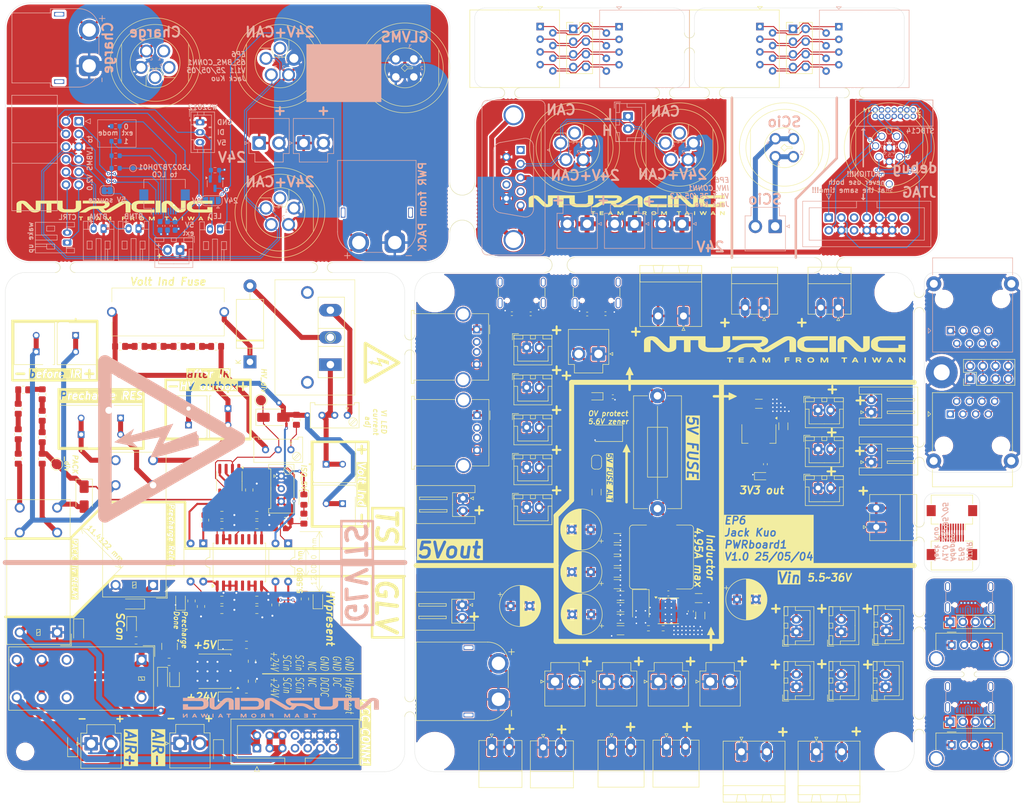
<source format=kicad_pcb>
(kicad_pcb (version 20240108) (generator "pcbnew") (generator_version "8.0")
  (title_block (title "panelGalexy250509_2") (date "2025-05-12") (rev "1.0") (company "NTURacing") (comment 1 "Jack Kuo"))
  (layers (0 "F.Cu" signal) (31 "B.Cu" signal) (34 "B.Paste" user) (35 "F.Paste" user) (36 "B.SilkS" user "B.Silkscreen") (37 "F.SilkS" user "F.Silkscreen") (38 "B.Mask" user) (39 "F.Mask" user) (44 "Edge.Cuts" user))
  (net 0 "")
  (net 1 "GND")
  (net 2 "/DISP")
  (net 3 "+5V")
  (net 4 "+24V")
  (net 5 "/PACK+")
  (net 6 "/CANH")
  (net 7 "/CANL")
  (net 9 "GNDPWR")
  (net 10 "/CHG_EXT")
  (net 15 "/DISP_CS")
  (net 16 "/DISP_DIN")
  (net 17 "/DISP_CLK")
  (net 18 "/EXTMODE")
  (net 19 "/EXTCOMIN")
  (net 20 "/STATUS_LED")
  (net 21 "/BTN_A")
  (net 22 "/MODE_BTN_1")
  (net 23 "/MODE_BTN_2")
  (net 24 "/BTN_B")
  (net 25 "Net-(J11-Pin_2)")
  (net 26 "Net-(J11-Pin_1)")
  (net 27 "5V")
  (net 28 "Net-(J1-Pin_8)")
  (net 29 "Net-(J1-Pin_7)")
  (net 30 "Net-(J1-Pin_5)")
  (net 31 "Net-(J1-Pin_9)")
  (net 32 "Net-(J1-Pin_1)")
  (net 33 "Net-(J1-Pin_2)")
  (net 34 "Net-(J1-Pin_6)")
  (net 35 "Net-(J1-Pin_3)")
  (net 36 "Net-(J1-Pin_10)")
  (net 37 "Net-(J1-Pin_4)")
  (net 38 "Net-(J3-Pin_6)")
  (net 39 "Net-(J3-Pin_8)")
  (net 40 "Net-(J3-Pin_3)")
  (net 41 "Net-(J3-Pin_4)")
  (net 42 "Net-(J3-Pin_1)")
  (net 43 "Net-(J3-Pin_5)")
  (net 44 "Net-(J3-Pin_2)")
  (net 45 "Net-(J3-Pin_7)")
  (net 47 "/D+")
  (net 52 "VBUS")
  (net 54 "/D-")
  (net 59 "Net-(U8-BOOT)")
  (net 60 "/5V/5V_buck_sw")
  (net 62 "/5V/+5V_buck_raw")
  (net 63 "Net-(D17-K)")
  (net 64 "/5V/+5V_buck")
  (net 66 "Net-(J19-CC1)")
  (net 71 "Net-(J19-CC2)")
  (net 82 "Net-(J22-CC2)")
  (net 88 "Net-(J22-CC1)")
  (net 97 "/Vin")
  (net 98 "Net-(JP5-A)")
  (net 99 "/5V/5V_buck_FB")
  (net 100 "+3V3")
  (net 101 "Net-(D1-A)")
  (net 102 "/SC_IN")
  (net 103 "/AIR+P")
  (net 104 "Net-(D4-A)")
  (net 105 "Net-(D5-A)")
  (net 106 "Net-(D6-A)")
  (net 107 "Net-(D9-A)")
  (net 108 "Net-(D9-K)")
  (net 109 "Net-(D11-A)")
  (net 110 "/HVside/HV+")
  (net 111 "/HVside/PACK+")
  (net 112 "/HVside/PACK-")
  (net 113 "/HVside/HV-")
  (net 114 "/HVside/PACK_div-")
  (net 115 "/HVside/ISO_GND")
  (net 116 "/HVside/precharge_done")
  (net 118 "/DCDC_activate_24V")
  (net 120 "Net-(Q2-S)")
  (net 122 "/HVside/ISO_5V")
  (net 125 "Net-(U3-Pad1)")
  (net 126 "Net-(R2-Pad2)")
  (net 127 "Net-(R7-Pad2)")
  (net 128 "Net-(U3-Pad7)")
  (net 129 "/HVpresent_ACC")
  (net 130 "Net-(J10-Pin_1)")
  (net 131 "Net-(R10-Pad1)")
  (net 132 "Net-(R12-Pad1)")
  (net 133 "Net-(R12-Pad2)")
  (net 134 "Net-(R13-Pad2)")
  (net 135 "Net-(R14-Pad2)")
  (net 136 "Net-(R15-Pad2)")
  (net 137 "Net-(R16-Pad2)")
  (net 138 "Net-(R17-Pad2)")
  (net 139 "Net-(U3A-+)")
  (net 140 "Net-(R5-Pad2)")
  (net 141 "Net-(R18-Pad2)")
  (net 142 "Net-(R19-Pad2)")
  (net 143 "Net-(R20-Pad2)")
  (net 144 "Net-(R21-Pad2)")
  (net 145 "/HVside/PACK_div+")
  (net 146 "Net-(D12-A)")
  (net 147 "Net-(D13-A)")
  (net 148 "Net-(D14-A)")
  (net 149 "Net-(D15-A)")
  (net 150 "/HVside/V_div_PACK")
  (net 151 "/HVside/V_div_HV")
  (net 152 "/HVside/VI_LED+")
  (net 155 "/DC_deactivate_24V")
  (net 160 "/SC_INbox1")
  (net 161 "/SC_INbox2")
  (net 163 "/TDO")
  (net 164 "/TCK")
  (net 165 "/GND_Detect")
  (net 166 "/NRST")
  (net 167 "/TMS")
  (net 168 "/USART1_RX")
  (net 177 "/SH")
  (footprint "Capacitor_SMD:C_0805_2012Metric_Pad1.18x1.45mm_HandSolder" (layer "F.Cu") (at 67.377 138.584)
    (property "Reference" "C7" (hide yes))
    (property "Value" "10u")
  )
  (footprint "Resistor_SMD:R_0402_1005Metric" (layer "F.Cu") (at 122.2014 98.275 180)
    (property "Reference" "R45" (hide yes))
    (property "Value" "56k")
  )
  (footprint "Diode_SMD:D_SOD-123F" (layer "F.Cu") (at 31.7 161.6 -90)
    (property "Reference" "D3" (hide yes))
    (property "Value" "1N4001")
  )
  (footprint "Connector_USB:USB_A_Molex_67643_Horizontal" (layer "F.Cu") (at 206.5 164.64)
    (property "Reference" "J2" (hide yes))
    (property "Value" "USBA_RPI_5Vonly" (hide yes))
  )
  (footprint "Package_TO_SOT_SMD:TO-252-3_TabPin2" (layer "F.Cu") (at 58.86 169.88 180)
    (property "Reference" "U2" (hide yes))
    (property "Value" "L7805")
  )
  (footprint "Package_TO_SOT_SMD:SOT-23" (layer "F.Cu") (at 49.9 164.9 -90)
    (property "Reference" "Q1" (hide yes))
    (property "Value" "2N7002")
  )
  (footprint "Package_TO_SOT_THT:TO-247-3_Vertical" (layer "F.Cu") (at 82.1 108.45 90)
    (property "Reference" "Q2" (hide yes))
    (property "Value" "IXTH6N100D2")
  )
  (footprint "nturt_kicad_lib_EP6:NianYeong-M12-A-F8P-Shield" (layer "F.Cu") (at 194 65)
    (property "Reference" "J7" (hide yes))
    (property "Value" "mainBoardDebug")
  )
  (footprint "MountingHole:MountingHole_3.2mm_M3" (layer "F.Cu") (at 21 186 -90)
    (property "Reference" "H4" (hide yes))
    (property "Value" "MountingHole")
  )
  (footprint "PCM_Fuse_AKL:Fuseholder_Cylinder-5x20mm_Stelvio-Kontek_PTF78_Horizontal_Open" (layer "F.Cu") (at 147.6 137.3 90)
    (property "Reference" "F2" (hide yes))
    (property "Value" "5Vbuck_fuse" (hide yes))
  )
  (footprint "Resistor_SMD:R_0402_1005Metric" (layer "F.Cu") (at 138.6544 114.8762)
    (property "Reference" "R43" (hide yes))
    (property "Value" "1k")
  )
  (footprint "Capacitor_THT:CP_Radial_D8.0mm_P3.80mm" (layer "F.Cu") (at 163.497349 155.5)
    (property "Reference" "C53" (hide yes))
    (property "Value" "330u 25V")
  )
  (footprint "Connector_AMASS:AMASS_XT60PW-M_1x02_P7.20mm_Horizontal" (layer "F.Cu") (at 115.75 175.5 90)
    (property "Reference" "J3" (hide yes))
    (property "Value" "Vin_XT60")
  )
  (footprint "MountingHole:MountingHole_3.2mm_M3" (layer "F.Cu") (at 93 94 -90)
    (property "Reference" "H1" (hide yes))
    (property "Value" "MountingHole")
  )
  (footprint "nturt_kicad_lib_EP6:mouse-bite-3mm-slot" (layer "F.Cu") (at 182 88.5 180)
    (property "Reference" "mouse-bite-3mm-slot" (hide yes))
    (property "Value" "VAL**" (hide yes))
  )
  (footprint "Capacitor_SMD:C_0805_2012Metric_Pad1.18x1.45mm_HandSolder" (layer "F.Cu") (at 67.377 157.584)
    (property "Reference" "C1" (hide yes))
    (property "Value" "10u")
  )
  (footprint "Connector_IDC:IDC-Header_2x07_P2.54mm_Vertical" (layer "F.Cu") (at 67.4 185.3 90)
    (property "Reference" "J7" (hide yes))
    (property "Value" "to ACC_CONN1")
  )
  (footprint "LED_SMD:LED_0603_1608Metric" (layer "F.Cu") (at 135.2 114.8 180)
    (property "Reference" "D17" (hide yes))
    (property "Value" "RED LED")
  )
  (footprint "LED_SMD:LED_0805_2012Metric_Pad1.15x1.40mm_HandSolder" (layer "F.Cu") (at 76.8 135.5 -90)
    (property "Reference" "D15" (hide yes))
    (property "Value" "RED LED")
  )
  (footprint "LED_SMD:LED_0805_2012Metric_Pad1.15x1.40mm_HandSolder" (layer "F.Cu") (at 61.5 175)
    (property "Reference" "D13" (hide yes))
    (property "Value" "RED LED")
  )
  (footprint "Resistor_SMD:R_0805_2012Metric_Pad1.20x1.40mm_HandSolder" (layer "F.Cu") (at 40 104.8)
    (property "Reference" "R16" (hide yes))
    (property "Value" "2M")
  )
  (footprint "Resistor_SMD:R_0805_2012Metric_Pad1.20x1.40mm_HandSolder" (layer "F.Cu") (at 73.1 139.8 180)
    (property "Reference" "R7" (hide yes))
    (property "Value" "10k")
  )
  (footprint "TestPoint:TestPoint_Pad_D2.0mm" (layer "F.Cu") (at 27.3 128.4 -90)
    (property "Reference" "TP4" (hide yes))
    (property "Value" "divPack")
  )
  (footprint "nturt_kicad_lib_EP6:mouse-bite-3mm-slot" (layer "F.Cu") (at 128 88.5 180)
    (property "Reference" "mouse-bite-3mm-slot" (hide yes))
    (property "Value" "VAL**" (hide yes))
  )
  (footprint "LED_SMD:LED_0805_2012Metric_Pad1.15x1.40mm_HandSolder" (layer "F.Cu") (at 52.1 155.8 90)
    (property "Reference" "D12" (hide yes))
    (property "Value" "EMERALD LED")
  )
  (footprint "nturt_kicad_lib_EP6:mouse-bite-2mm-slot" (layer "F.Cu") (at 80.5 89 180)
    (property "Reference" "mouse-bite-2mm-slot" (hide yes))
    (property "Value" "VAL**" (hide yes))
  )
  (footprint "Capacitor_SMD:C_1206_3216Metric" (layer "F.Cu") (at 140.1958 161.6798 180)
    (property "Reference" "C46" (hide yes))
    (property "Value" "22u 25V")
  )
  (footprint "Capacitor_THT:CP_Radial_D8.0mm_P3.80mm" (layer "F.Cu") (at 118.2 156.8)
    (property "Reference" "C52" (hide yes))
    (property "Value" "330u 25V")
  )
  (footprint "Diode_THT:D_DO-201_P15.24mm_Horizontal" (layer "F.Cu") (at 66 107.9 90)
    (property "Reference" "D9" (hide yes))
    (property "Value" "1N53xxB")
  )
  (footprint "Connector_USB:USB_A_Molex_67643_Horizontal" (layer "F.Cu") (at 111.46 118.6 -90)
    (property "Reference" "J20" (hide yes))
    (property "Value" "USBA_RPI_5Vonly")
  )
  (footprint "nturt_kicad_lib_EP6:NianYeong-M12-T-M4P" (layer "F.Cu") (at 173 65 -45)
    (property "Reference" "J4" (hide yes))
    (property "Value" "SC_2P")
  )
  (footprint "nturt_kicad_lib_EP6:HRS_DF33C-2P-3.3DSA" (layer "F.Cu") (at 82.9 128.4 180)
    (property "Reference" "J8" (hide yes))
    (property "Value" "VI_LED+")
  )
  (footprint "Capacitor_SMD:C_0805_2012Metric_Pad1.18x1.45mm_HandSolder" (layer "F.Cu") (at 67.377 155.584)
    (property "Reference" "C2" (hide yes))
    (property "Value" "0u1")
  )
  (footprint "TestPoint:TestPoint_Pad_D2.0mm" (layer "F.Cu") (at 68.2 115.6 -90)
    (property "Reference" "TP5" (hide yes))
    (property "Value" "divHV")
  )
  (footprint "Connector_USB:USB_C_Receptacle_GCT_USB4105-xx-A_16P_TopMnt_Horizontal" (layer "F.Cu") (at 120.4 93 180)
    (property "Reference" "J19" (hide yes))
    (property "Value" "USBC_RPI_5Vonly")
  )
  (footprint "Inductor_SMD:L_Bourns_SRR1260" (layer "F.Cu") (at 148.4 147 90)
    (property "Reference" "L2" (hide yes))
    (property "Value" "22uH 3.7A (SMDRI129-220MT)")
  )
  (footprint "Resistor_SMD:R_0805_2012Metric_Pad1.20x1.40mm_HandSolder" (layer "F.Cu") (at 77 155.4 90)
    (property "Reference" "R9" (hide yes))
    (property "Value" "10k")
  )
  (footprint "Connector_JST:JST_VH_B2P-VH_1x02_P3.96mm_Vertical" (layer "F.Cu") (at 135.7826 106.3118 180)
    (property "Reference" "J17" (hide yes))
    (property "Value" "+5V_JSTVH")
  )
  (footprint "nturt_kicad_lib_EP6:mouse-bite-2mm-slot" (layer "F.Cu") (at 200 160 -90)
    (property "Reference" "mouse-bite-2mm-slot" (hide yes))
    (property "Value" "VAL**" (hide yes))
  )
  (footprint "Resistor_SMD:R_0402_1005Metric" (layer "F.Cu") (at 137.178 98.243 180)
    (property "Reference" "R49" (hide yes))
    (property "Value" "56k")
  )
  (footprint "Resistor_SMD:R_0805_2012Metric_Pad1.20x1.40mm_HandSolder" (layer "F.Cu") (at 43.2 163.7 180)
    (property "Reference" "R4" (hide yes))
    (property "Value" "10k")
  )
  (footprint "Resistor_SMD:R_0402_1005Metric" (layer "F.Cu") (at 169.2 128.4 -90)
    (property "Reference" "R1" (hide yes))
    (property "Value" "1k")
  )
  (footprint "Connector_JST:JST_XH_B2B-XH-A_1x02_P2.50mm_Vertical" (layer "F.Cu") (at 184.4 173 90)
    (property "Reference" "J2" (hide yes))
    (property "Value" "Vin_JSTXH")
  )
  (footprint "Capacitor_THT:CP_Radial_D8.0mm_P3.80mm" (layer "F.Cu") (at 134.313 158.4808 180)
    (property "Reference" "C50" (hide yes))
    (property "Value" "330u 25V")
  )
  (footprint "Connector_Phoenix_MC:PhoenixContact_MC_1,5_2-G-3.81_1x02_P3.81mm_Horizontal" (layer "F.Cu") (at 149.4 185)
    (property "Reference" "J16" (hide yes))
    (property "Value" "Vin_3.81P")
  )
  (footprint "nturt_kicad_lib_EP6:HRS_DF33C-2P-3.3DSA" (layer "F.Cu") (at 61.6 118.9 90)
    (property "Reference" "J2" (hide yes))
    (property "Value" "HV+")
  )
  (footprint "Resistor_SMD:R_0805_2012Metric_Pad1.20x1.40mm_HandSolder" (layer "F.Cu") (at 57 139.6 -90)
    (property "Reference" "R2" (hide yes))
    (property "Value" "10k")
  )
  (footprint "Connector_JST:JST_XH_B2B-XH-A_1x02_P2.50mm_Vertical" (layer "F.Cu") (at 179.75 125.375)
    (property "Reference" "J38" (hide yes))
    (property "Value" "3V3_JSTXH")
  )
  (footprint "nturt_kicad_lib_EP6:NianYeong-M12-T-M4P" (layer "F.Cu") (at 97 49 -45)
    (property "Reference" "J1" (hide yes))
    (property "Value" "GLVMS")
  )
  (footprint "Resistor_SMD:R_0805_2012Metric_Pad1.20x1.40mm_HandSolder" (layer "F.Cu") (at 65.3 175 180)
    (property "Reference" "R23" (hide yes))
    (property "Value" "10k")
  )
  (footprint "nturt_kicad_lib_EP6:Throughhole Potentiometer 3296W" (layer "F.Cu") (at 74.2 125.5)
    (property "Reference" "RV3" (hide yes))
    (property "Value" "10k")
  )
  (footprint "Capacitor_SMD:C_1206_3216Metric" (layer "F.Cu") (at 172.8 120.8 90)
    (property "Reference" "C2" (hide yes))
    (property "Value" "47u 10V")
  )
  (footprint "Package_DIP:DIP-4_W7.62mm" (layer "F.Cu") (at 73.652 144.284 -90)
    (property "Reference" "U5" (hide yes))
    (property "Value" "EL817")
  )
  (footprint "Resistor_SMD:R_0805_2012Metric_Pad1.20x1.40mm_HandSolder" (layer "F.Cu") (at 47.7 104.8)
    (property "Reference" "R18" (hide yes))
    (property "Value" "2M")
  )
  (footprint "Connector_PinHeader_2.54mm:PinHeader_2x04_P2.54mm_Vertical" (layer "F.Cu") (at 174.725 41.2)
    (property "Reference" "J3" (hide yes))
    (property "Value" "DIP")
  )
  (footprint "Connector_Phoenix_MC:PhoenixContact_MC_1,5_2-G-3.5_1x02_P3.50mm_Horizontal" (layer "F.Cu") (at 124.705 185.135)
    (property "Reference" "J26" (hide yes))
    (property "Value" "Vin_3.50P")
  )
  (footprint "Package_DIP:DIP-4_W7.62mm" (layer "F.Cu") (at 56.652 144.284 -90)
    (property "Reference" "U4" (hide yes))
    (property "Value" "EL817")
  )
  (footprint "MountingHole:MountingHole_3.2mm_M3" (layer "F.Cu") (at 21 94 -90)
    (property "Reference" "H2" (hide yes))
    (property "Value" "MountingHole")
  )
  (footprint "Connector_Phoenix_MC:PhoenixContact_MC_1,5_2-G-3.81_1x02_P3.81mm_Horizontal" (layer "F.Cu") (at 191.4 141 90)
    (property "Reference" "J36" (hide yes))
    (property "Value" "3V3_3.81P")
  )
  (footprint "LED_SMD:LED_0805_2012Metric_Pad1.15x1.40mm_HandSolder" (layer "F.Cu") (at 50.9 171.1 90)
    (property "Reference" "D6" (hide yes))
    (property "Value" "RED LED")
  )
  (footprint "Connector_JST:JST_XH_B2B-XH-A_1x02_P2.50mm_Vertical" (layer "F.Cu") (at 121.4 113)
    (property "Reference" "J28" (hide yes))
    (property "Value" "+5V_JSTXH")
  )
  (footprint "Relay_THT:Relay_DPDT_Omron_G2RL-2" (layer "F.Cu") (at 44.3 167.6 -90)
    (property "Reference" "RL1" (hide yes))
    (property "Value" "G2RL-24-DC24")
  )
  (footprint "nturt_kicad_lib_EP6:Throughhole Potentiometer 3296W" (layer "F.Cu") (at 85.5 118.6)
    (property "Reference" "RV2" (hide yes))
    (property "Value" "1k")
  )
  (footprint "Connector_PinHeader_2.54mm:PinHeader_1x04_P2.54mm_Vertical" (layer "F.Cu") (at 206.2 160 90)
    (property "Reference" "J3" (hide yes))
    (property "Value" "DIP")
  )
  (footprint "Connector_JST:JST_XH_B2B-XH-A_1x02_P2.50mm_Vertical" (layer "F.Cu") (at 121.4 137)
    (property "Reference" "J32" (hide yes))
    (property "Value" "+5V_JSTXH")
  )
  (footprint "nturt_kicad_lib_EP6:NianYeong-M12-L-F5P" (layer "F.Cu") (at 47 48 180)
    (property "Reference" "J5" (hide yes))
    (property "Value" "24V_charge")
  )
  (footprint "nturt_kicad_lib_EP6:NianYeong-M12-L-F5P" (layer "F.Cu") (at 72 78)
    (property "Reference" "J6" (hide yes))
    (property "Value" "24V_CAN_4P")
  )
  (footprint "MountingHole:MountingHole_3.2mm_M3" (layer "F.Cu") (at 103 186)
    (property "Reference" "H3" (hide yes))
    (property "Value" "MountingHole")
  )
  (footprint "MountingHole:MountingHole_3.2mm_M3" (layer "F.Cu") (at 195 94)
    (property "Reference" "H1" (hide yes))
    (property "Value" "MountingHole")
  )
  (footprint "Diode_SMD:D_SOD-123F" (layer "F.Cu") (at 48.5 171.3 -90)
    (property "Reference" "D4" (hide yes))
    (property "Value" "1N4001")
  )
  (footprint "nturt_kicad_lib_EP6:mouse-bite-2mm-slot" (layer "F.Cu") (at 149 54)
    (property "Reference" "mouse-bite-2mm-slot" (hide yes))
    (property "Value" "VAL**" (hide yes))
  )
  (footprint "Fuse:Fuse_1206_3216Metric" (layer "F.Cu") (at 135.4 134 90)
    (property "Reference" "F3" (hide yes))
    (property "Value" "5Vbuck_PPTC")
  )
  (footprint "nturt_kicad_lib_EP6:mouse-bite-2mm-slot" (layer "F.Cu") (at 98 177 90)
    (property "Reference" "mouse-bite-2mm-slot" (hide yes))
    (property "Value" "VAL**" (hide yes))
  )
  (footprint "Connector_JST:JST_XH_B2B-XH-A_1x02_P2.50mm_Vertical" (layer "F.Cu") (at 179.75 117.575)
    (property "Reference" "J37" (hide yes))
    (property "Value" "3V3_JSTXH")
  )
  (footprint "Resistor_SMD:R_0805_2012Metric_Pad1.20x1.40mm_HandSolder" (layer "F.Cu") (at 59.22 104.808)
    (property "Reference" "R21" (hide yes))
    (property "Value" "2M")
  )
  (footprint "Connector_FFC-FPC:Hirose_FH12-10S-0.5SH_1x10-1MP_P0.50mm_Horizontal" (layer "F.Cu") (at 206.55 139.1 180)
    (property "Reference" "J1" (hide yes))
    (property "Value" "FPC10P")
  )
  (footprint "Relay_THT:Relay_DPST_Omron_G2RL-2A" (layer "F.Cu") (at 46.6 152.6 180)
    (property "Reference" "K1" (hide yes))
    (property "Value" "G2RG-2A-X DC24")
  )
  (footprint "Package_SO:TI_SO-PowerPAD-8_ThermalVias" (layer "F.Cu") (at 149.7812 157.784)
    (property "Reference" "U8" (hide yes))
    (property "Value" "TPS5430DDAR")
  )
  (footprint "Connector_JST:JST_XH_S2B-XH-A_1x02_P2.50mm_Horizontal" (layer "F.Cu") (at 190.4 128 90)
    (property "Reference" "J35" (hide yes))
    (property "Value" "3V3_JSTXH_H")
  )
  (footprint "MountingHole:MountingHole_3.2mm_M3" (layer "F.Cu") (at 195 186)
    (property "Reference" "H4" (hide yes))
    (property "Value" "MountingHole")
  )
  (footprint "Package_TO_SOT_SMD:SOT-223-3_TabPin2" (layer "F.Cu") (at 167.9 122.3 -90)
    (property "Reference" "U1" (hide yes))
    (property "Value" "AMS1117-3.3")
  )
  (footprint "Connector_JST:JST_VH_B2P-VH_1x02_P3.96mm_Vertical" (layer "F.Cu") (at 158.1525 171.95)
    (property "Reference" "J9" (hide yes))
    (property "Value" "Vin_JSTVH")
  )
  (footprint "Connector_Phoenix_MC:PhoenixContact_MC_1,5_2-G-3.81_1x02_P3.81mm_Horizontal" (layer "F.Cu") (at 138.4 185)
    (property "Reference" "J6" (hide yes))
    (property "Value" "Vin_3.81P")
  )
  (footprint "Resistor_SMD:R_0805_2012Metric_Pad1.20x1.40mm_HandSolder" (layer "F.Cu") (at 19.6 122.4 90)
    (property "Reference" "R6" (hide yes))
    (property "Value" "2M")
  )
  (footprint "Capacitor_SMD:C_0805_2012Metric_Pad1.18x1.45mm_HandSolder" (layer "F.Cu") (at 67.377 140.584)
    (property "Reference" "C8" (hide yes))
    (property "Value" "0u1")
  )
  (footprint "Connector_Phoenix_MSTB:PhoenixContact_MSTBA_2,5_2-G-5,08_1x02_P5.08mm_Horizontal" (layer "F.Cu") (at 152.8 98.7 180)
    (property "Reference" "J25" (hide yes))
    (property "Value" "+5V 5.08P")
  )
  (footprint "Connector_JST:JST_XH_S2B-XH-A_1x02_P2.50mm_Horizontal" (layer "F.Cu") (at 108.651 135.237 -90)
    (property "Reference" "J29" (hide yes))
    (property "Value" "+5V_JSTXH_H")
  )
  (footprint "nturt_kicad_lib_EP6:NianYeong-M12-L-F5P" (layer "F.Cu") (at 72 48)
    (property "Reference" "J2" (hide yes))
    (property "Value" "24V_CAN_4P")
  )
  (footprint "Connector_PinHeader_2.54mm:PinHeader_2x04_P2.54mm_Vertical" (layer "F.Cu") (at 210.2 111.275 90)
    (property "Reference" "J3" (hide yes))
    (property "Value" "DIP")
  )
  (footprint "Capacitor_SMD:C_1206_3216Metric" (layer "F.Cu") (at 139.5862 147.8114)
    (property "Reference" "C49" (hide yes))
    (property "Value" "22u 25V")
  )
  (footprint "nturt_kicad_lib_EP6:NianYeong-M12-L-F5P" (layer "F.Cu") (at 152 65)
    (property "Reference" "J6" (hide yes))
    (property "Value" "24V_CAN_4P")
  )
  (footprint "SamacSys_Parts_EP6:65600001009" (layer "F.Cu") (at 49.6 97.9 180)
    (property "Reference" "F1" (hide yes))
    (property "Value" "500V/0.5A" (hide yes))
  )
  (footprint "Connector_RJ:RJ45_Ninigi_GE" (layer "F.Cu") (at 206.2175 118.345)
    (property "Reference" "J1" (hide yes))
    (property "Value" "RJ45_Shielded")
  )
  (footprint "Connector_JST:JST_XH_B2B-XH-A_1x02_P2.50mm_Vertical" (layer "F.Cu") (at 175.4 162 90)
    (property "Reference" "J14" (hide yes))
    (property "Value" "Vin_JSTXH")
  )
  (footprint "Connector_JST:JST_XH_B2B-XH-A_1x02_P2.50mm_Vertical" (layer "F.Cu") (at 193.4 161.8 90)
    (property "Reference" "J12" (hide yes))
    (property "Value" "Vin_JSTXH")
  )
  (footprint "Connector_JST:JST_XH_S2B-XH-A_1x02_P2.50mm_Horizontal" (layer "F.Cu") (at 108.5 156.6 -90)
    (property "Reference" "J4" (hide yes))
    (property "Value" "Vin_JSTXH_H")
  )
  (footprint "MountingHole:MountingHole_3.2mm_M3" (layer "F.Cu") (at 103 94)
    (property "Reference" "H2" (hide yes))
    (property "Value" "MountingHole")
  )
  (footprint "nturt_kicad_lib_EP6:HRS_DF33C-2P-3.3DSA" (layer "F.Cu") (at 31.1 104.25 90)
    (property "Reference" "J3" (hide yes))
    (property "Value" "PACK-")
  )
  (footprint "Diode_SMD:D_SMA" (layer "F.Cu") (at 32.8 134.9 -90)
    (property "Reference" "D7" (hide yes))
    (property "Value" "5.1V (1SMA5918A)")
  )
  (footprint "nturt_kicad_lib_EP6:mouse-bite-2mm-slot" (layer "F.Cu") (at 159 54)
    (property "Reference" "mouse-bite-2mm-slot" (hide yes))
    (property "Value" "VAL**" (hide yes))
  )
  (footprint "Diode_SMD:D_SOD-123F" (layer "F.Cu") (at 42.7 156.4 180)
    (property "Reference" "D1" (hide yes))
    (property "Value" "1N4001")
  )
  (footprint "Connector_JST:JST_VH_B2P-VH-B_1x02_P3.96mm_Vertical" (layer "F.Cu") (at 34.2 184.4)
    (property "Reference" "J5" (hide yes))
    (property "Value" "AIR-")
  )
  (footprint "nturt_kicad_lib_EP6:HRS_DF33C-2P-3.3DSA" (layer "F.Cu") (at 53.7 118.9 -90)
    (property "Reference" "J4" (hide yes))
    (property "Value" "HV-")
  )
  (footprint "Resistor_SMD:R_0805_2012Metric_Pad1.20x1.40mm_HandSolder" (layer "F.Cu") (at 54.3 155.8 90)
    (property "Reference" "R22" (hide yes))
    (property "Value" "10k")
  )
  (footprint "LED_SMD:LED_0805_2012Metric_Pad1.15x1.40mm_HandSolder" (layer "F.Cu") (at 79.6 155.5 90)
    (property "Reference" "D11" (hide yes))
    (property "Value" "YELLOW LED")
  )
  (footprint "Connector_JST:JST_XH_B2B-XH-A_1x02_P2.50mm_Vertical" (layer "F.Cu") (at 121.4 121)
    (property "Reference" "J30" (hide yes))
    (property "Value" "+5V_JSTXH")
  )
  (footprint "Connector_USB:USB_A_Molex_67643_Horizontal" (layer "F.Cu") (at 206.5 184.64)
    (property "Reference" "J2" (hide yes))
    (property "Value" "USBA_RPI_5Vonly" (hide yes))
  )
  (footprint "Capacitor_SMD:C_1206_3216Metric" (layer "F.Cu") (at 139.5862 152.4342)
    (property "Reference" "C39" (hide yes))
    (property "Value" "22u 25V")
  )
  (footprint "Diode_SMD:D_SOD-123F" (layer "F.Cu") (at 30.5 184.8 90)
    (property "Reference" "D2" (hide yes))
    (property "Value" "1N4001")
  )
  (footprint "Capacitor_SMD:C_0805_2012Metric_Pad1.18x1.45mm_HandSolder" (layer "F.Cu") (at 65.86 133.566 90)
    (property "Reference" "C11" (hide yes))
    (property "Value" "0u1")
  )
  (footprint "Connector_USB:USB_C_Receptacle_GCT_USB4105-xx-A_16P_TopMnt_Horizontal" (layer "F.Cu") (at 135.4 93 180)
    (property "Reference" "J22" (hide yes))
    (property "Value" "USBC_RPI_5Vonly")
  )
  (footprint "nturt_kicad_lib_EP6:HRS_DF33C-2P-3.3DSA" (layer "F.Cu") (at 32.2 120.8 -90)
    (property "Reference" "J10" (hide yes))
    (property "Value" "PrechargeRes_BATin")
  )
  (footprint "nturt_kicad_lib_EP6:mouse-bite-2mm-slot" (layer "F.Cu") (at 200 142 -90)
    (property "Reference" "mouse-bite-2mm-slot" (hide yes))
    (property "Value" "VAL**" (hide yes))
  )
  (footprint "Resistor_SMD:R_0805_2012Metric_Pad1.20x1.40mm_HandSolder" (layer "F.Cu") (at 24.4 114.4 -90)
    (property "Reference" "R14" (hide yes))
    (property "Value" "2M")
  )
  (footprint "Connector_Phoenix_MC:PhoenixContact_MC_1,5_2-G-3.5_1x02_P3.50mm_Horizontal" (layer "F.Cu") (at 114.4 185.0675)
    (property "Reference" "J18" (hide yes))
    (property "Value" "Vin_3.50P")
  )
  (footprint "Resistor_SMD:R_0805_2012Metric_Pad1.20x1.40mm_HandSolder" (layer "F.Cu") (at 43.9 104.8)
    (property "Reference" "R17" (hide yes))
    (property "Value" "2M")
  )
  (footprint "Resistor_SMD:R_0805_2012Metric_Pad1.20x1.40mm_HandSolder" (layer "F.Cu") (at 19.6 117.3 90)
    (property "Reference" "R12" (hide yes))
    (property "Value" "2M")
  )
  (footprint "nturt_kicad_lib_EP6:mouse-bite-2mm-slot" (layer "F.Cu") (at 187 54)
    (property "Reference" "mouse-bite-2mm-slot" (hide yes))
    (property "Value" "VAL**" (hide yes))
  )
  (footprint "Capacitor_THT:CP_Radial_D8.0mm_P3.80mm" (layer "F.Cu") (at 134.2522 149.9972 180)
    (property "Reference" "C44" (hide yes))
    (property "Value" "330u 25V")
  )
  (footprint "Resistor_SMD:R_0603_1608Metric" (layer "F.Cu") (at 148.7302 161.2734)
    (property "Reference" "R44" (hide yes))
    (property "Value" "15k 1%")
  )
  (footprint "LED_SMD:LED_0603_1608Metric" (layer "F.Cu") (at 168.5 130.8)
    (property "Reference" "D1" (hide yes))
    (property "Value" "RED LED")
  )
  (footprint "Connector_RJ:RJ45_Amphenol_54602-x08_Horizontal" (layer "F.Cu") (at 124.1 40.7175 -90)
    (property "Reference" "J1" (hide yes))
    (property "Value" "RJ45")
  )
  (footprint "nturt_kicad_lib_EP6:mouse-bite-2mm-slot" (layer "F.Cu") (at 200 96 -90)
    (property "Reference" "mouse-bite-2mm-slot" (hide yes))
    (property "Value" "VAL**" (hide yes))
  )
  (footprint "Capacitor_SMD:C_1206_3216Metric" (layer "F.Cu") (at 140.1958 159.3684)
    (property "Reference" "C42" (hide yes))
    (property "Value" "22u 25V")
  )
  (footprint "nturt_kicad_lib_EP6:mouse-bite-1mm-slot" (layer "F.Cu") (at 210 170.5)
    (property "Reference" "mouse-bite-1mm-slot" (hide yes))
    (property "Value" "VAL**" (hide yes))
  )
  (footprint "Resistor_SMD:R_0402_1005Metric" (layer "F.Cu") (at 118.4422 98.2496)
    (property "Reference" "R47" (hide yes))
    (property "Value" "56k")
  )
  (footprint "nturt_kicad_lib_EP6:mouse-bite-2mm-slot" (layer "F.Cu") (at 154 44 90)
    (property "Reference" "mouse-bite-2mm-slot" (hide yes))
    (property "Value" "VAL**" (hide yes))
  )
  (footprint "Capacitor_SMD:C_0805_2012Metric_Pad1.18x1.45mm_HandSolder" (layer "F.Cu") (at 60.377 138.584)
    (property "Reference" "C9" (hide yes))
    (property "Value" "10u")
  )
  (footprint "Jumper:SolderJumper-2_P1.3mm_Open_RoundedPad1.0x1.5mm" (layer "F.Cu") (at 135.4 128 90)
    (property "Reference" "JP5" (hide yes))
    (property "Value" "PPTC_EN")
  )
  (footprint "Resistor_SMD:R_0805_2012Metric_Pad1.20x1.40mm_HandSolder" (layer "F.Cu") (at 49.8 168)
    (property "Reference" "R1" (hide yes))
    (property "Value" "10k")
  )
  (footprint "Capacitor_SMD:C_1206_3216Metric" (layer "F.Cu") (at 140.1958 157.057)
    (property "Reference" "C41" (hide yes))
    (property "Value" "22u 25V")
  )
  (footprint "nturt_kicad_lib_EP6:mouse-bite-2mm-slot" (layer "F.Cu") (at 200 126 -90)
    (property "Reference" "mouse-bite-2mm-slot" (hide yes))
    (property "Value" "VAL**" (hide yes))
  )
  (footprint "nturt_kicad_lib_EP6:mouse-bite-2mm-slot" (layer "F.Cu") (at 29 89 180)
    (property "Reference" "mouse-bite-2mm-slot" (hide yes))
    (property "Value" "VAL**" (hide yes))
  )
  (footprint "MountingHole:MountingHole_3.2mm_M3" (layer "F.Cu") (at 93 186 -90)
    (property "Reference" "H3" (hide yes))
    (property "Value" "MountingHole")
  )
  (footprint "Connector_JST:JST_VH_B2P-VH-B_1x02_P3.96mm_Vertical" (layer "F.Cu") (at 52 184.3406)
    (property "Reference" "J6" (hide yes))
    (property "Value" "AIR-")
  )
  (footprint "Connector_JST:JST_XH_B2B-XH-A_1x02_P2.50mm_Vertical" (layer "F.Cu") (at 121.4 105)
    (property "Reference" "J24" (hide yes))
    (property "Value" "+5V_JSTXH")
  )
  (footprint "NetTie:NetTie-2_SMD_Pad0.5mm" (layer "F.Cu") (at 73.3 120.7 90)
    (property "Reference" "NT1" (hide yes))
    (property "Value" "NetTie_2" (hide yes))
  )
  (footprint "Resistor_SMD:R_0805_2012Metric_Pad1.20x1.40mm_HandSolder" (layer "F.Cu") (at 65.3 164.6 180)
    (property "Reference" "R24" (hide yes))
    (property "Value" "10k")
  )
  (footprint "Capacitor_SMD:C_0603_1608Metric" (layer "F.Cu") (at 149.7716 154.2884)
    (property "Reference" "C33" (hide yes))
    (property "Value" "10n")
  )
  (footprint "Resistor_SMD:R_0805_2012Metric_Pad1.20x1.40mm_HandSolder" (layer "F.Cu") (at 24.4 123 -90)
    (property "Reference" "R26" (hide yes))
    (property "Value" "10k")
  )
  (footprint "Resistor_SMD:R_0805_2012Metric_Pad1.20x1.40mm_HandSolder" (layer "F.Cu") (at 24.4 127.3 -90)
    (property "Reference" "R8" (hide yes))
    (property "Value" "47k")
  )
  (footprint "Capacitor_SMD:C_0805_2012Metric_Pad1.18x1.45mm_HandSolder" (layer "F.Cu") (at 66.4 171.88 90)
    (property "Reference" "C4" (hide yes))
    (property "Value" "10u")
  )
  (footprint "Connector_JST:JST_VH_B2P-VH_1x02_P3.96mm_Vertical" (layer "F.Cu") (at 137.4425 171.95)
    (property "Reference" "J7" (hide yes))
    (property "Value" "Vin_JSTVH")
  )
  (footprint "Resistor_SMD:R_0603_1608Metric" (layer "F.Cu") (at 145.7838 161.2734)
    (property "Reference" "R41" (hide yes))
    (property "Value" "47k 1%")
  )
  (footprint "Connector_Phoenix_MSTB:PhoenixContact_MSTBA_2,5_2-G-5,08_1x02_P5.08mm_Horizontal" (layer "F.Cu") (at 164.4 186)
    (property "Reference" "J5" (hide yes))
    (property "Value" "Vin_5.08P")
  )
  (footprint "nturt_kicad_lib_EP6:mouse-bite-2mm-slot" (layer "F.Cu") (at 118 54)
    (property "Reference" "mouse-bite-2mm-slot" (hide yes))
    (property "Value" "VAL**" (hide yes))
  )
  (footprint "Connector_Phoenix_MC:PhoenixContact_MC_1,5_2-G-3.81_1x02_P3.81mm_Horizontal" (layer "F.Cu") (at 168.95 97.0325 180)
    (property "Reference" "J10" (hide yes))
    (property "Value" "Vin_3.81P")
  )
  (footprint "Capacitor_SMD:C_1206_3216Metric" (layer "F.Cu") (at 139.5862 145.5)
    (property "Reference" "C48" (hide yes))
    (property "Value" "22u 25V")
  )
  (footprint "Capacitor_SMD:C_1206_3216Metric" (layer "F.Cu") (at 167.9 116.3)
    (property "Reference" "C1" (hide yes))
    (property "Value" "47u 10V")
  )
  (footprint "nturt_kicad_lib_EP6:mouse-bite-2mm-slot" (layer "F.Cu") (at 200 180.5 -90)
    (property "Reference" "mouse-bite-2mm-slot" (hide yes))
    (property "Value" "VAL**" (hide yes))
  )
  (footprint "nturt_kicad_lib_EP6:Throughhole Potentiometer 3296W" (layer "F.Cu") (at 72.274 130.772 90)
    (property "Reference" "RV4" (hide yes))
    (property "Value" "10k")
  )
  (footprint "Capacitor_SMD:C_1206_3216Metric" (layer "F.Cu") (at 156.1724 158.708 -90)
    (property "Reference" "C35" (hide yes))
    (property "Value" "10u 35V")
  )
  (footprint "Diode_SMD:D_SMA" (layer "F.Cu") (at 70.7 119)
    (property "Reference" "D8" (hide yes))
    (property "Value" "5.1V (1SMA5918A)")
  )
  (footprint "Connector_USB:USB_A_Molex_67643_Horizontal" (layer "F.Cu") (at 111.4 101.4 -90)
    (property "Reference" "J23" (hide yes))
    (property "Value" "USBA_RPI_5Vonly")
  )
  (footprint "Connector_Phoenix_MC:PhoenixContact_MC_1,5_2-G-3.5_1x02_P3.50mm_Horizontal" (layer "F.Cu") (at 183.795 97.0325 180)
    (property "Reference" "J21" (hide yes))
    (property "Value" "Vin_3.50P")
  )
  (footprint "Diode_SMD:D_SOD-123F" (layer "F.Cu") (at 59.7 185.8 -90)
    (property "Reference" "D10" (hide yes))
    (property "Value" "1N4001")
  )
  (footprint "Capacitor_SMD:C_0805_2012Metric_Pad1.18x1.45mm_HandSolder" (layer "F.Cu") (at 66.4 167.88 -90)
    (property "Reference" "C3" (hide yes))
    (property "Value" "10u")
  )
  (footprint "Connector_JST:JST_XH_B2B-XH-A_1x02_P2.50mm_Vertical" (layer "F.Cu") (at 184.4 162 90)
    (property "Reference" "J13" (hide yes))
    (property "Value" "Vin_JSTXH")
  )
  (footprint "Relay_THT:Relay_DPST_Omron_G2RL-2A" (layer "F.Cu") (at 27.4 162.1 180)
    (property "Reference" "K2" (hide yes))
    (property "Value" "G2RG-2A-X DC24")
  )
  (footprint "Package_SO:SOIC-8_3.9x4.9mm_P1.27mm" (layer "F.Cu") (at 61.86 131.788 -90)
    (property "Reference" "U3" (hide yes))
    (property "Value" "LM393")
  )
  (footprint "MountingHole:MountingHole_3.2mm_M3_Pad" (layer "F.Cu") (at 204.5 110 90)
    (property "Reference" "H1" (hide yes))
    (property "Value" "SH")
  )
  (footprint "Capacitor_THT:CP_Radial_D8.0mm_P3.80mm" (layer "F.Cu") (at 134.2268 141.4882 180)
    (property "Reference" "C43" (hide yes))
    (property "Value" "330u 25V")
  )
  (footprint "Resistor_SMD:R_0805_2012Metric_Pad1.20x1.40mm_HandSolder" (layer "F.Cu") (at 75.3 119.5 90)
    (property "Reference" "R10" (hide yes))
    (property "Value" "47k")
  )
  (footprint "Connector_JST:JST_XH_B2B-XH-A_1x02_P2.50mm_Vertical" (layer "F.Cu") (at 175.4 173 90)
    (property "Reference" "J27" (hide yes))
    (property "Value" "Vin_JSTXH")
  )
  (footprint "Capacitor_SMD:C_0805_2012Metric_Pad1.18x1.45mm_HandSolder" (layer "F.Cu") (at 60.377 140.584)
    (property "Reference" "C10" (hide yes))
    (property "Value" "0u1")
  )
  (footprint "Resistor_SMD:R_0805_2012Metric_Pad1.20x1.40mm_HandSolder" (layer "F.Cu") (at 76.8 139.3 90)
    (property "Reference" "R25" (hide yes))
    (property "Value" "10k")
  )
  (footprint "Diode_SMD:D_SMA" (layer "F.Cu") (at 137.1 122.2 180)
    (property "Reference" "D18" (hide yes))
    (property "Value" "5.6V 1SMA5919A")
  )
  (footprint "Resistor_SMD:R_0805_2012Metric_Pad1.20x1.40mm_HandSolder" (layer "F.Cu") (at 19.6 127.3 90)
    (property "Reference" "R5" (hide yes))
    (property "Value" "2M")
  )
  (footprint "nturt_kicad_lib_EP6:mouse-bite-5mm-slot" (layer "F.Cu") (at 108.5 77 90)
    (property "Reference" "mouse-bite-5mm-slot" (hide yes))
    (property "Value" "VAL**" (hide yes))
  )
  (footprint "Capacitor_SMD:C_1206_3216Metric" (layer "F.Cu") (at 139.5862 150.1228)
    (property "Reference" "C38" (hide yes))
    (property "Value" "22u 25V")
  )
  (footprint "Connector_Phoenix_MSTB:PhoenixContact_MSTBA_2,5_2-G-5,08_1x02_P5.08mm_Horizontal" (layer "F.Cu") (at 179.4 186)
    (property "Reference" "J15" (hide yes))
    (property "Value" "Vin_5.08P")
  )
  (footprint "LED_SMD:LED_0805_2012Metric_Pad1.15x1.40mm_HandSolder" (layer "F.Cu") (at 61.5 164.6)
    (property "Reference" "D14" (hide yes))
    (property "Value" "RED LED")
  )
  (footprint "Resistor_SMD:R_0805_2012Metric_Pad1.20x1.40mm_HandSolder" (layer "F.Cu") (at 71.1056 156.6038 -90)
    (property "Reference" "R11" (hide yes))
    (property "Value" "10k")
  )
  (footprint "Resistor_SMD:R_0805_2012Metric_Pad1.20x1.40mm_HandSolder" (layer "F.Cu") (at 20.6 113.5)
    (property "Reference" "R13" (hide yes))
    (property "Value" "2M")
  )
  (footprint "Connector_JST:JST_VH_B2P-VH_1x02_P3.96mm_Vertical" (layer "F.Cu") (at 127.0875 171.95)
    (property "Reference" "J1" (hide yes))
    (property "Value" "Vin_JSTVH")
  )
  (footprint "Connector_JST:JST_XH_S2B-XH-A_1x02_P2.50mm_Horizontal" (layer "F.Cu") (at 190.4 118 90)
    (property "Reference" "J34" (hide yes))
    (property "Value" "3V3_JSTXH_H")
  )
  (footprint "Package_SO:SOIC-16W_7.5x10.3mm_P1.27mm" (layer "F.Cu") (at 63.877 148.084 90)
    (property "Reference" "U1" (hide yes))
    (property "Value" "ADUM5000ARWZ-RL")
  )
  (footprint "Resistor_SMD:R_0805_2012Metric_Pad1.20x1.40mm_HandSolder" (layer "F.Cu") (at 24.4 118.7 -90)
    (property "Reference" "R15" (hide yes))
    (property "Value" "2M")
  )
  (footprint "Capacitor_SMD:C_1206_3216Metric" (layer "F.Cu") (at 140.1958 154.7456)
    (property "Reference" "C40" (hide yes))
    (property "Value" "22u 25V")
  )
  (footprint "Connector_FFC-FPC:Hirose_FH12-10S-0.5SH_1x10-1MP_P0.50mm_Horizontal" (layer "F.Cu") (at 206.55 145.1)
    (property "Reference" "J3" (hide yes))
    (property "Value" "FPC10P")
  )
  (footprint "nturt_kicad_lib_EP6:NianYeong-M12-L-F5P" (layer "F.Cu") (at 131 65)
    (property "Reference" "J5" (hide yes))
    (property "Value" "24V_CAN_4P")
  )
  (footprint "Diode_SMD:D_SMA" (layer "F.Cu") (at 144.2598 157.0316 -90)
    (property "Reference" "D15" (hide yes))
    (property "Value" "SS54")
  )
  (footprint "Resistor_SMD:R_0805_2012Metric_Pad1.20x1.40mm_HandSolder" (layer "F.Cu") (at 56.2 156.9 -90)
    (property "Reference" "R3" (hide yes))
    (property "Value" "10k")
  )
  (footprint "Connector_PinHeader_2.54mm:PinHeader_1x04_P2.54mm_Vertical" (layer "F.Cu") (at 206.2 180 90)
    (property "Reference" "J3" (hide yes))
    (property "Value" "DIP")
  )
  (footprint "Resistor_SMD:R_0805_2012Metric_Pad1.20x1.40mm_HandSolder" (layer "F.Cu") (at 55.41 104.808)
    (property "Reference" "R20" (hide yes))
    (property "Value" "2M")
  )
  (footprint "Resistor_SMD:R_0805_2012Metric_Pad1.20x1.40mm_HandSolder" (layer "F.Cu") (at 51.7 104.8)
    (property "Reference" "R19" (hide yes))
    (property "Value" "2M")
  )
  (footprint "nturt_kicad_lib_EP6:mouse-bite-2mm-slot" (layer "F.Cu") (at 98 104.5 90)
    (property "Reference" "mouse-bite-2mm-slot" (hide yes))
    (property "Value" "VAL**" (hide yes))
  )
  (footprint "LED_SMD:LED_0805_2012Metric_Pad1.15x1.40mm_HandSolder" (layer "F.Cu") (at 42.3 160.8 -90)
    (property "Reference" "D5" (hide yes))
    (property "Value" "WHITE LED")
  )
  (footprint "Capacitor_SMD:C_0603_1608Metric" (layer "F.Cu") (at 154.2674 157.8698 90)
    (property "Reference" "C37" (hide yes))
    (property "Value" "0u1")
  )
  (footprint "Capacitor_SMD:C_1206_3216Metric" (layer "F.Cu") (at 139.5862 143.1886)
    (property "Reference" "C47" (hide yes))
    (property "Value" "22u 25V")
  )
  (footprint "Connector_RJ:RJ45_Amphenol_54602-x08_Horizontal" (layer "F.Cu") (at 168.1 40.7175 -90)
    (property "Reference" "J1" (hide yes))
    (property "Value" "RJ45")
  )
  (footprint "Connector_JST:JST_VH_B2P-VH_1x02_P3.96mm_Vertical" (layer "F.Cu") (at 147.7975 171.95)
    (property "Reference" "J8" (hide yes))
    (property "Value" "Vin_JSTVH")
  )
  (footprint "nturt_kicad_lib_EP6:HRS_DF33C-2P-3.3DSA" (layer "F.Cu") (at 23.2 104.2375 -90)
    (property "Reference" "J1" (hide yes))
    (property "Value" "PACK+")
  )
  (footprint "nturt_kicad_lib_EP6:HRS_DF33C-2P-3.3DSA" (layer "F.Cu") (at 40.1 120.8 90)
    (property "Reference" "J11" (hide yes))
    (property "Value" "PrechargeRes_ACCout")
  )
  (footprint "Resistor_SMD:R_0402_1005Metric" (layer "F.Cu") (at 133.5204 98.3192)
    (property "Reference" "R50" (hide yes))
    (property "Value" "56k")
  )
  (footprint "Capacitor_SMD:C_1206_3216Metric" (layer "F.Cu") (at 155.8422 155.2282)
    (property "Reference" "C34" (hide yes))
    (property "Value" "10u 35V")
  )
  (footprint "Connector_JST:JST_XH_B2B-XH-A_1x02_P2.50mm_Vertical" (layer "F.Cu") (at 179.75 133.175)
    (property "Reference" "J39" (hide yes))
    (property "Value" "3V3_JSTXH")
  )
  (footprint "Capacitor_SMD:C_0805_2012Metric_Pad1.18x1.45mm_HandSolder" (layer "F.Cu") (at 60.377 155.584)
    (property "Reference" "C6" (hide yes))
    (property "Value" "0u1")
  )
  (footprint "Connector_JST:JST_XH_B2B-XH-A_1x02_P2.50mm_Vertical" (layer "F.Cu") (at 121.4 129)
    (property "Reference" "J31" (hide yes))
    (property "Value" "+5V_JSTXH")
  )
  (footprint "nturt_kicad_lib_EP6:HRS_DF33C-2P-3.3DSA" (layer "F.Cu") (at 82.9 136.3)
    (property "Reference" "J9" (hide yes))
    (property "Value" "VI_LED-")
  )
  (footprint "Connector_PinHeader_2.54mm:PinHeader_2x04_P2.54mm_Vertical" (layer "F.Cu") (at 130.725 41.2)
    (property "Reference" "J3" (hide yes))
    (property "Value" "DIP")
  )
  (footprint "Connector_JST:JST_XH_B2B-XH-A_1x02_P2.50mm_Vertical" (layer "F.Cu") (at 193.25 173 90)
    (property "Reference" "J11" (hide yes))
    (property "Value" "Vin_JSTXH")
  )
  (footprint "Capacitor_SMD:C_0805_2012Metric_Pad1.18x1.45mm_HandSolder" (layer "F.Cu") (at 60.377 157.584)
    (property "Reference" "C5" (hide yes))
    (property "Value" "10u")
  )
  (footprint "Connector_JST:JST_VH_B2P-VH_1x02_P3.96mm_Vertical" (layer "B.Cu") (at 152.5 80.25 180)
    (property "Reference" "J10" (hide yes))
    (property "Value" "24V")
  )
  (footprint "Connector_JST:JST_VH_B2P-VH_1x02_P3.96mm_Vertical" (layer "B.Cu") (at 143 80.25 180)
    (property "Reference" "J1" (hide yes))
    (property "Value" "24V")
  )
  (footprint "Capacitor_SMD:C_0603_1608Metric_Pad1.08x0.95mm_HandSolder" (layer "B.Cu") (at 51 80.65 -90)
    (property "Reference" "C3" (hide yes))
    (property "Value" "10u")
  )
  (footprint "Connector_JST:JST_XH_B2B-XH-A_1x02_P2.50mm_Vertical" (layer "B.Cu") (at 141.7 58.7 -90)
    (property "Reference" "J8" (hide yes))
    (property "Value" "CAN")
  )
  (footprint "Connector_JST:JST_VH_B2P-VH_1x02_P3.96mm_Vertical" (layer "B.Cu") (at 171.1575 80.75 180)
    (property "Reference" "J11" (hide yes))
    (property "Value" "SC_interlock")
  )
  (footprint "Connector_JST:JST_VH_B2P-VH_1x02_P3.96mm_Vertical" (layer "B.Cu") (at 133.5 80.25 180)
    (property "Reference" "J2" (hide yes))
    (property "Value" "24V")
  )
  (footprint "Package_TO_SOT_SMD:SOT-23" (layer "B.Cu") (at 59 72.2 -90)
    (property "Reference" "Q1" (hide yes))
    (property "Value" "2N7002")
  )
  (footprint "Connector_JST:JST_VH_B2P-VH_1x02_P3.96mm_Vertical" (layer "B.Cu") (at 76.7425 64.05)
    (property "Reference" "J10" (hide yes))
    (property "Value" "24V")
  )
  (footprint "Connector_RJ:RJ45_Ninigi_GE" (layer "B.Cu") (at 206.2475 101.655)
    (property "Reference" "J2" (hide yes))
    (property "Value" "RJ45_Shielded")
  )
  (footprint "Connector_RJ:RJ45_Amphenol_54602-x08_Horizontal" (layer "B.Cu") (at 183.9 40.7475 -90)
    (property "Reference" "J2" (hide yes))
    (property "Value" "RJ45")
  )
  (footprint "Connector_FFC-FPC:Hirose_FH12-10S-0.5SH_1x10-1MP_P0.50mm_Horizontal" (layer "B.Cu") (at 48.9 75.85)
    (property "Reference" "J8" (hide yes))
    (property "Value" "Sharp Memory LCD")
  )
  (footprint "Resistor_SMD:R_0603_1608Metric" (layer "B.Cu") (at 39.1 60.7)
    (property "Reference" "R5" (hide yes))
    (property "Value" "100k")
  )
  (footprint "Resistor_SMD:R_0603_1608Metric" (layer "B.Cu") (at 39.1 69.1 180)
    (property "Reference" "R2" (hide yes))
    (property "Value" "100k")
  )
  (footprint "Connector_JST:JST_PH_S2B-PH-K_1x02_P2.00mm_Horizontal" (layer "B.Cu") (at 36.7 81.2 180)
    (property "Reference" "SW2" (hide yes))
    (property "Value" "BTNA")
  )
  (footprint "Capacitor_SMD:C_0603_1608Metric_Pad1.08x0.95mm_HandSolder" (layer "B.Cu") (at 48 80.65 -90)
    (property "Reference" "C1" (hide yes))
    (property "Value" "100n")
  )
  (footprint "Connector_IDC:IDC-Header_2x06_P2.54mm_Horizontal" (layer "B.Cu") (at 31.7 59.7 180)
    (property "Reference" "J7" (hide yes))
    (property "Value" "Front Panel")
  )
  (footprint "Capacitor_SMD:C_0603_1608Metric_Pad1.08x0.95mm_HandSolder" (layer "B.Cu") (at 49.5 80.65 -90)
    (property "Reference" "C2" (hide yes))
    (property "Value" "1u")
  )
  (footprint "Connector_AMASS:AMASS_XT60PW-F_1x02_P7.20mm_Horizontal" (layer "B.Cu") (at 33.8 48.6 -90)
    (property "Reference" "J4" (hide yes))
    (property "Value" "Charge")
  )
  (footprint "Resistor_SMD:R_0603_1608Metric" (layer "B.Cu") (at 59 69.5 180)
    (property "Reference" "R1" (hide yes))
    (property "Value" "100k")
  )
  (footprint "Connector_JST:JST_PH_S2B-PH-K_1x02_P2.00mm_Horizontal" (layer "B.Cu") (at 60 81.3 180)
    (property "Reference" "J11" (hide yes))
    (property "Value" "LED")
  )
  (footprint "TestPoint:TestPoint_Pad_D1.0mm" (layer "B.Cu") (at 42.6 69.1 180)
    (property "Reference" "TP1" (hide yes))
    (property "Value" "EXTCOMIN")
  )
  (footprint "Connector_USB:USB_C_Receptacle_GCT_USB4105-xx-A_16P_TopMnt_Horizontal" (layer "B.Cu") (at 210 154)
    (property "Reference" "J1" (hide yes))
    (property "Value" "USBC_RPI_5Vonly")
  )
  (footprint "Connector_JST:JST_VH_B2P-VH_1x02_P3.96mm_Vertical" (layer "B.Cu") (at 67.8425 64.05)
    (property "Reference" "J9" (hide yes))
    (property "Value" "24V")
  )
  (footprint "Resistor_SMD:R_0603_1608Metric" (layer "B.Cu") (at 39.1 63.7 180)
    (property "Reference" "R4" (hide yes))
    (property "Value" "100k")
  )
  (footprint "Jumper:SolderJumper-2_P1.3mm_Bridged2Bar_RoundedPad1.0x1.5mm" (layer "B.Cu") (at 37.4 73.6)
    (property "Reference" "JP2" (hide yes))
    (property "Value" "5V source")
  )
  (footprint "Connector_RJ:RJ45_Amphenol_54602-x08_Horizontal" (layer "B.Cu") (at 139.9 40.7475 -90)
    (property "Reference" "J2" (hide yes))
    (property "Value" "RJ45")
  )
  (footprint "Connector_JST:JST_PH_S2B-PH-K_1x02_P2.00mm_Horizontal" (layer "B.Cu") (at 29.4 84 90)
    (property "Reference" "SW1" (hide yes))
    (property "Value" "MODE_CTL_BTN")
  )
  (footprint "nturt_kicad_lib_EP6:box_header_14P_pitch127" (layer "B.Cu") (at 198.8 58.7)
    (property "Reference" "J12" (hide yes))
    (property "Value" "STDC14")
  )
  (footprint "Connector_JST:JST_PH_S2B-PH-K_1x02_P2.00mm_Horizontal" (layer "B.Cu") (at 43.7 81.2 180)
    (property "Reference" "SW3" (hide yes))
    (property "Value" "BTNB")
  )
  (footprint "Connector_Dsub:DSUB-9_Female_Vertical_P2.77x2.84mm_MountingHoles" (layer "B.Cu") (at 120.190331 65.45 90)
    (property "Reference" "J13" (hide yes))
    (property "Value" "CAN")
  )
  (footprint "Connector_IDC:IDC-Header_2x07_P2.54mm_Vertical" (layer "B.Cu") (at 181.88 79 -90)
    (property "Reference" "J3" (hide yes))
    (property "Value" "JTAG")
  )
  (footprint "Connector_JST:JST_PH_B3B-PH-K_1x03_P2.00mm_Vertical" (layer "B.Cu") (at 56 59.9 -90)
    (property "Reference" "J12" (hide yes))
    (property "Value" "WS2812")
  )
  (footprint "Resistor_SMD:R_0603_1608Metric" (layer "B.Cu") (at 39.1 66.6 180)
    (property "Reference" "R3" (hide yes))
    (property "Value" "100k")
  )
  (footprint "Connector_USB:USB_C_Receptacle_GCT_USB4105-xx-A_16P_TopMnt_Horizontal" (layer "B.Cu") (at 210 174)
    (property "Reference" "J1" (hide yes))
    (property "Value" "USBC_RPI_5Vonly")
  )
  (footprint "Jumper:SolderJumper-3_P1.3mm_Open_RoundedPad1.0x1.5mm" (layer "B.Cu") (at 58.4 75.6 180)
    (property "Reference" "JP1" (hide yes))
    (property "Value" "SolderJumper_3_Open")
  )
  (footprint "Connector_JST:JST_XH_B2B-XH-A_1x02_P2.50mm_Vertical" (layer "B.Cu") (at 52 85.5 180)
    (property "Reference" "J13" (hide yes))
    (property "Value" "5V_ext")
  )
  (footprint "Connector_AMASS:AMASS_XT60PW-M_1x02_P7.20mm_Horizontal" (layer "B.Cu") (at 95 84 180)
    (property "Reference" "J3" (hide yes))
    (property "Value" "Power In")
  )
  (gr_rect (start 77.35 44.3) (end 92.25 55.8) (stroke (width 0.1)) (fill solid) (layer "B.SilkS"))
  (gr_rect (start 84.3 139.8) (end 90.6 147.6) (stroke (width 0.5)) (fill none) (layer "B.SilkS"))
  (gr_poly (pts (xy 66.754214 178.384588) (xy 66.732747 178.385183) (xy 66.690886 178.387913) (xy 66.651016 178.392137) (xy 66.631821 178.394811) (xy 66.613117 178.397861) (xy 66.594902 178.401289) (xy 66.577172 178.405093) (xy 66.559927 178.409276) (xy 66.543162 178.413838) (xy 66.526877 178.418779) (xy 66.511068 178.424102) (xy 66.495734 178.429805) (xy 66.480871 178.435891) (xy 66.466479 178.44236) (xy 66.452554 178.449212) (xy 66.439094 178.456449) (xy 66.426096 178.464071) (xy 66.41356 178.47208) (xy 66.401481 178.480475) (xy 66.389858 178.489257) (xy 66.378688 178.498428) (xy 66.36797 178.507988) (xy 66.357701 178.517938) (xy 66.347878 178.528279) (xy 66.338499 178.539011) (xy 66.329562 178.550135) (xy 66.321064 178.561652) (xy 66.313004 178.573563) (xy 66.305378 178.585869) (xy 66.298186 178.59857) (xy 66.291423 178.611667) (xy 66.282554 178.630101) (xy 66.278864 178.638516) (xy 66.275631 178.646625) (xy 66.272826 178.654597) (xy 66.27042 178.662603) (xy 66.268383 178.670814) (xy 66.266685 178.6794) (xy 66.265297 178.688532) (xy 66.264189 178.69838) (xy 66.263333 178.709114) (xy 66.262699 178.720906) (xy 66.261977 178.748345) (xy 66.261789 178.782058) (xy 66.262008 178.813713) (xy 66.262305 178.827558) (xy 66.262748 178.840234) (xy 66.263352 178.851855) (xy 66.264133 178.862537) (xy 66.265106 178.872394) (xy 66.266287 178.881541) (xy 66.267691 178.890093) (xy 66.269334 178.898165) (xy 66.271231 178.90587) (xy 66.273398 178.913325) (xy 66.27585 178.920643) (xy 66.278603 178.927939) (xy 66.281672 178.935328) (xy 66.285073 178.942925) (xy 66.299621 178.971376) (xy 66.316275 178.997991) (xy 66.335035 179.022771) (xy 66.355899 179.045716) (xy 66.378865 179.066824) (xy 66.403931 179.086098) (xy 66.431097 179.103535) (xy 66.46036 179.119137) (xy 66.491719 179.132904) (xy 66.525172 179.144835) (xy 66.560718 179.154931) (xy 66.598356 179.163191) (xy 66.638084 179.169615) (xy 66.679899 179.174204) (xy 66.723802 179.176957) (xy 66.76979 179.177875) (xy 66.799238 179.1775) (xy 66.827853 179.176378) (xy 66.855629 179.17451) (xy 66.882564 179.171899) (xy 66.908654 179.168548) (xy 66.933896 179.16446) (xy 66.958285 179.159636) (xy 66.98182 179.154079) (xy 67.004495 179.147792) (xy 67.026309 179.140778) (xy 67.047256 179.133038) (xy 67.067334 179.124576) (xy 67.086539 179.115393) (xy 67.104868 179.105494) (xy 67.122317 179.094878) (xy 67.138883 179.083551) (xy 67.154562 179.071513) (xy 67.169351 179.058768) (xy 67.183246 179.045318) (xy 67.196244 179.031165) (xy 67.208341 179.016313) (xy 67.219534 179.000763) (xy 67.22982 178.984518) (xy 67.239194 178.967581) (xy 67.247653 178.949953) (xy 67.255194 178.931639) (xy 67.261814 178.91264) (xy 67.267508 178.892958) (xy 67.272274 178.872596) (xy 67.276108 178.851558) (xy 67.279006 178.829844) (xy 67.280965 178.807458) (xy 67.281809 178.786543) (xy 67.281802 178.783116) (xy 67.071416 178.783116) (xy 67.07106 178.797586) (xy 67.069997 178.811624) (xy 67.068233 178.825227) (xy 67.065775 178.838389) (xy 67.062627 178.851109) (xy 67.058795 178.863381) (xy 67.054287 178.875202) (xy 67.049108 178.886569) (xy 67.043263 178.897476) (xy 67.03676 178.90792) (xy 67.029603 178.917898) (xy 67.0218 178.927405) (xy 67.013355 178.936438) (xy 67.004275 178.944993) (xy 66.994567 178.953065) (xy 66.984235 178.960652) (xy 66.973286 178.967748) (xy 66.961726 178.974351) (xy 66.949561 178.980456) (xy 66.936798 178.98606) (xy 66.923441 178.991158) (xy 66.909497 178.995747) (xy 66.879872 179.003382) (xy 66.847972 179.008933) (xy 66.813844 179.01237) (xy 66.777535 179.013661) (xy 66.739096 179.012775) (xy 66.705694 179.010044) (xy 66.689836 179.008117) (xy 66.674536 179.005813) (xy 66.659794 179.003131) (xy 66.645607 179.000069) (xy 66.631974 178.996625) (xy 66.618893 178.992799) (xy 66.606363 178.988588) (xy 66.594381 178.983991) (xy 66.582946 178.979007) (xy 66.572056 178.973633) (xy 66.56171 178.967869) (xy 66.551905 178.961712) (xy 66.54264 178.955162) (xy 66.533913 178.948216) (xy 66.525723 178.940874) (xy 66.518067 178.933133) (xy 66.510944 178.924992) (xy 66.504352 178.91645) (xy 66.49829 178.907505) (xy 66.492755 178.898154) (xy 66.487747 178.888398) (xy 66.483262 178.878234) (xy 66.4793 178.867661) (xy 66.475859 178.856677) (xy 66.472937 178.84528) (xy 66.470532 178.83347) (xy 66.468642 178.821244) (xy 66.467266 178.808601) (xy 66.466402 178.79554) (xy 66.466049 178.782058) (xy 66.46651 178.764208) (xy 66.467901 178.747156) (xy 66.468949 178.738923) (xy 66.470234 178.730882) (xy 66.471759 178.723031) (xy 66.473523 178.715367) (xy 66.475529 178.707887) (xy 66.477779 178.700589) (xy 66.480274 178.693471) (xy 66.483015 178.686529) (xy 66.486004 178.679762) (xy 66.489243 178.673167) (xy 66.492733 178.666741) (xy 66.496475 178.660482) (xy 66.500472 178.654388) (xy 66.504725 178.648455) (xy 66.509235 178.642681) (xy 66.514003 178.637065) (xy 66.519033 178.631602) (xy 66.524324 178.626291) (xy 66.529879 178.62113) (xy 66.535699 178.616115) (xy 66.541786 178.611244) (xy 66.548141 178.606515) (xy 66.554765 178.601926) (xy 66.561661 178.597472) (xy 66.576273 178.588966) (xy 66.591989 178.580975) (xy 66.606379 178.574937) (xy 66.622773 178.569532) (xy 66.640895 178.564771) (xy 66.660466 178.560668) (xy 66.681209 178.557235) (xy 66.702847 178.554483) (xy 66.725102 178.552427) (xy 66.747697 178.551077) (xy 66.770353 178.550446) (xy 66.792794 178.550548) (xy 66.814742 178.551393) (xy 66.835919 178.552995) (xy 66.856048 178.555366) (xy 66.874852 178.558518) (xy 66.892053 178.562464) (xy 66.907373 178.567217) (xy 66.927877 178.575257) (xy 66.946935 178.583916) (xy 66.964563 178.593217) (xy 66.980779 178.603183) (xy 66.995599 178.613838) (xy 67.002492 178.61943) (xy 67.009042 178.625204) (xy 67.015251 178.631161) (xy 67.021123 178.637304) (xy 67.026658 178.643638) (xy 67.03186 178.650163) (xy 67.03673 178.656884) (xy 67.04127 178.663804) (xy 67.045483 178.670924) (xy 67.04937 178.678248) (xy 67.052934 178.68578) (xy 67.056177 178.693521) (xy 67.059101 178.701475) (xy 67.061709 178.709645) (xy 67.064001 178.718033) (xy 67.065981 178.726643) (xy 67.069012 178.744539) (xy 67.070817 178.763355) (xy 67.071416 178.783116) (xy 67.281802 178.783116) (xy 67.281767 178.766068) (xy 67.280845 178.746042) (xy 67.279048 178.726471) (xy 67.276385 178.707362) (xy 67.27286 178.688721) (xy 67.268481 178.670557) (xy 67.263254 178.652875) (xy 67.257185 178.635684) (xy 67.25028 178.618989) (xy 67.242547 178.602798) (xy 67.23399 178.587118) (xy 67.224618 178.571956) (xy 67.214436 178.557318) (xy 67.20345 178.543212) (xy 67.191668 178.529645) (xy 67.179094 178.516624) (xy 67.165737 178.504156) (xy 67.151601 178.492247) (xy 67.136694 178.480904) (xy 67.121022 178.470135) (xy 67.104592 178.459947) (xy 67.087409 178.450347) (xy 67.06948 178.441341) (xy 67.050812 178.432936) (xy 67.03141 178.42514) (xy 67.011282 178.41796) (xy 66.990434 178.411401) (xy 66.968871 178.405473) (xy 66.946601 178.40018) (xy 66.899965 178.391533) (xy 66.884402 178.38935) (xy 66.86595 178.387564) (xy 66.84529 178.386175) (xy 66.823104 178.385183) (xy 66.800074 178.384588) (xy 66.776884 178.384389)) (stroke (width -0.000001)) (fill solid) (layer "B.SilkS"))
  (gr_poly (pts (xy 188.81 75.5) (xy 189.21 75.1) (xy 188.41 75.1)) (stroke (width 0.1)) (fill solid) (layer "B.SilkS"))
  (gr_rect (start 84.35 148.6) (end 90.65 160.6) (stroke (width 0.5)) (fill none) (layer "B.SilkS"))
  (gr_poly (pts (xy 69.960664 178.570392) (xy 70.479248 178.570392) (xy 70.479248 178.697392) (xy 69.985006 178.697392) (xy 69.982888 178.776767) (xy 69.980771 178.856141) (xy 70.479248 178.856141) (xy 70.479248 179.164116) (xy 70.581906 179.160941) (xy 70.685623 179.157766) (xy 70.688798 178.792641) (xy 70.689194 178.649667) (xy 70.688797 178.530704) (xy 70.687607 178.448253) (xy 70.686714 178.424627) (xy 70.686193 178.417897) (xy 70.685623 178.414816) (xy 70.684069 178.412918) (xy 70.680482 178.411187) (xy 70.666523 178.408202) (xy 70.642369 178.405812) (xy 70.606644 178.403969) (xy 70.557971 178.402621) (xy 70.494973 178.40172) (xy 70.320498 178.401058) (xy 69.960664 178.401058)) (stroke (width -0.000001)) (fill solid) (layer "B.SilkS"))
  (gr_poly (pts (xy 65.01224 123.159835) (xy 65.00465 123.078081) (xy 64.991681 122.996884) (xy 64.973179 122.916489) (xy 64.948992 122.837136) (xy 64.934718 122.797926) (xy 64.918965 122.759068) (xy 64.901713 122.720592) (xy 64.882944 122.682528) (xy 64.862638 122.644906) (xy 64.840777 122.607757) (xy 64.81734 122.571111) (xy 64.792309 122.534998) (xy 64.765664 122.499449) (xy 64.737387 122.464494) (xy 64.707457 122.430163) (xy 64.675857 122.396486) (xy 64.642566 122.363494) (xy 64.607565 122.331218) (xy 64.570836 122.299686) (xy 64.532359 122.26893) (xy 64.492114 122.23898) (xy 64.450084 122.209866) (xy 64.406247 122.181619) (xy 64.360586 122.154268) (xy 37.637246 106.725177) (xy 37.63716 106.725008) (xy 37.637118 106.724923) (xy 37.637077 106.724838) (xy 37.553041 106.680156) (xy 37.467735 106.642152) (xy 37.381418 106.610684) (xy 37.294347 106.585608) (xy 37.20678 106.566779) (xy 37.118976 106.554055) (xy 37.031194 106.54729) (xy 36.94369 106.546343) (xy 36.856724 106.551068) (xy 36.770553 106.561323) (xy 36.685437 106.576963) (xy 36.601632 106.597845) (xy 36.519397 106.623825) (xy 36.438991 106.65476) (xy 36.360671 106.690505) (xy 36.284696 106.730918) (xy 36.211324 106.775853) (xy 36.140813 106.825168) (xy 36.073422 106.878719) (xy 36.009408 106.936363) (xy 35.949029 106.997954) (xy 35.892545 107.063351) (xy 35.840213 107.132408) (xy 35.792291 107.204983) (xy 35.749037 107.280931) (xy 35.71071 107.36011) (xy 35.677568 107.442374) (xy 35.64987 107.527581) (xy 35.627872 107.615587) (xy 35.611834 107.706248) (xy 35.602014 107.79942) (xy 35.598669 107.89496) (xy 35.598669 138.753138) (xy 35.601994 138.848649) (xy 35.611798 138.941796) (xy 35.627822 139.032434) (xy 35.649808 139.120421) (xy 35.677497 139.205612) (xy 35.710631 139.287863) (xy 35.748952 139.36703) (xy 35.792202 139.44297) (xy 35.840122 139.515537) (xy 35.892453 139.58459) (xy 35.948939 139.649982) (xy 36.009319 139.711571) (xy 36.073336 139.769213) (xy 36.140731 139.822763) (xy 36.211247 139.872078) (xy 36.284625 139.917013) (xy 36.360606 139.957425) (xy 36.438932 139.99317) (xy 36.519345 140.024104) (xy 36.601587 140.050082) (xy 36.685398 140.070962) (xy 36.770522 140.086598) (xy 36.856699 140.096847) (xy 36.943672 140.101565) (xy 37.031181 140.100609) (xy 37.118968 140.093833) (xy 37.206776 140.081094) (xy 37.294346 140.062249) (xy 37.381419 140.037153) (xy 37.467738 140.005663) (xy 37.553043 139.967633) (xy 37.637077 139.922921) (xy 38.308371 139.535345) (xy 38.308371 136.406206) (xy 38.308371 110.241383) (xy 60.967427 123.323796) (xy 38.308371 136.406206) (xy 38.308371 139.535345) (xy 64.360699 124.493832) (xy 64.450176 124.43823) (xy 64.532427 124.379157) (xy 64.607609 124.316856) (xy 64.675875 124.25157) (xy 64.73738 124.183544) (xy 64.792278 124.11302) (xy 64.840724 124.040243) (xy 64.882873 123.965456) (xy 64.918879 123.888903) (xy 64.948897 123.810828) (xy 64.97308 123.731474) (xy 64.991585 123.651085) (xy 65.004564 123.569904) (xy 65.012173 123.488175) (xy 65.014567 123.406143) (xy 65.011899 123.324049) (xy 65.014605 123.241905)) (stroke (width -0.000001)) (fill solid) (layer "B.SilkS"))
  (gr_poly (pts (xy 58.596282 178.403175) (xy 58.493622 178.40635) (xy 58.493622 179.157766) (xy 58.596282 179.160941) (xy 58.7 179.164116) (xy 58.7 178.4)) (stroke (width -0.000001)) (fill solid) (layer "B.SilkS"))
  (gr_poly (pts (xy 64.187455 175.210184) (xy 64.187455 175.8346) (xy 65.745322 175.836717) (xy 66.310953 175.837769) (xy 66.537615 175.83837) (xy 66.730845 175.839181) (xy 66.893645 175.84032) (xy 67.02902 175.841907) (xy 67.139971 175.844062) (xy 67.187226 175.845389) (xy 67.229502 175.846903) (xy 67.267173 175.848619) (xy 67.300615 175.850551) (xy 67.330204 175.852714) (xy 67.356314 175.855124) (xy 67.379321 175.857795) (xy 67.399601 175.860742) (xy 67.417529 175.86398) (xy 67.43348 175.867524) (xy 67.447829 175.871389) (xy 67.460952 175.87559) (xy 67.473225 175.880142) (xy 67.485022 175.885059) (xy 67.508692 175.896051) (xy 67.534965 175.908684) (xy 67.553639 175.917745) (xy 67.571197 175.926702) (xy 67.587688 175.935601) (xy 67.603161 175.944485) (xy 67.617668 175.953401) (xy 67.631257 175.962392) (xy 67.643977 175.971504) (xy 67.655879 175.980783) (xy 67.667012 175.990272) (xy 67.677426 176.000017) (xy 67.68717 176.010062) (xy 67.696294 176.020454) (xy 67.704848 176.031236) (xy 67.71288 176.042453) (xy 67.720442 176.054152) (xy 67.727581 176.066375) (xy 67.759332 176.12035) (xy 67.759332 176.398692) (xy 67.75921 176.480876) (xy 67.758753 176.546379) (xy 67.758356 176.573584) (xy 67.757825 176.59747) (xy 67.757141 176.618321) (xy 67.756289 176.63642) (xy 67.755251 176.652051) (xy 67.754009 176.665497) (xy 67.752547 176.677043) (xy 67.750848 176.686972) (xy 67.748895 176.695568) (xy 67.746671 176.703114) (xy 67.744158 176.709894) (xy 67.74134 176.716192) (xy 67.735106 176.728094) (xy 67.727933 176.739969) (xy 67.719848 176.751792) (xy 67.710879 176.763536) (xy 67.701055 176.775174) (xy 67.690403 176.786681) (xy 67.678951 176.798029) (xy 67.666726 176.809193) (xy 67.653758 176.820146) (xy 67.640074 176.830862) (xy 67.625701 176.841314) (xy 67.610668 176.851477) (xy 67.595002 176.861323) (xy 67.578731 176.870827) (xy 67.561884 176.879961) (xy 67.544489 176.888701) (xy 67.489449 176.915684) (xy 67.436753 176.935498) (xy 67.360964 176.949311) (xy 67.236645 176.958286) (xy 67.038359 176.96359) (xy 66.740667 176.966388) (xy 65.745322 176.969133) (xy 64.182163 176.973367) (xy 64.182163 177.597784) (xy 65.798239 177.59355) (xy 66.65377 177.590987) (xy 66.943546 177.589364) (xy 67.158463 177.587333) (xy 67.311367 177.584755) (xy 67.415109 177.581495) (xy 67.452559 177.579567) (xy 67.482536 177.577417) (xy 67.506648 177.575028) (xy 67.526499 177.572383) (xy 67.614392 177.557688) (xy 67.699468 177.540989) (xy 67.781713 177.522294) (xy 67.861114 177.501608) (xy 67.937655 177.478937) (xy 68.011324 177.454288) (xy 68.082107 177.427668) (xy 68.149988 177.399082) (xy 68.214955 177.368536) (xy 68.276994 177.336036) (xy 68.33609 177.30159) (xy 68.39223 177.265202) (xy 68.4454 177.22688) (xy 68.495585 177.186629) (xy 68.542772 177.144456) (xy 68.586947 177.100367) (xy 68.604991 177.080914) (xy 68.621863 177.062168) (xy 68.637632 177.044017) (xy 68.652365 177.02635) (xy 68.66613 177.009055) (xy 68.678997 176.99202) (xy 68.691032 176.975134) (xy 68.702305 176.958286) (xy 68.712883 176.941363) (xy 68.722835 176.924254) (xy 68.732229 176.906847) (xy 68.741133 176.889031) (xy 68.749615 176.870694) (xy 68.757744 176.851725) (xy 68.765588 176.832011) (xy 68.773214 176.811442) (xy 68.80179 176.734184) (xy 68.80179 176.067434) (xy 68.773214 175.990175) (xy 68.76671 175.973151) (xy 68.759275 175.954986) (xy 68.75117 175.936225) (xy 68.742655 175.917415) (xy 68.733992 175.899101) (xy 68.725441 175.881828) (xy 68.717262 175.866144) (xy 68.709715 175.852592) (xy 68.698856 175.835246) (xy 68.685503 175.816321) (xy 68.669915 175.796072) (xy 68.65235 175.774755) (xy 68.633067 175.752625) (xy 68.612325 175.729939) (xy 68.590383 175.706952) (xy 68.567501 175.68392) (xy 68.543936 175.661099) (xy 68.519948 175.638745) (xy 68.495796 175.617113) (xy 68.471738 175.596459) (xy 68.448034 175.577039) (xy 68.424943 175.559109) (xy 68.402722 175.542925) (xy 68.381632 175.528742) (xy 68.329149 175.49605) (xy 68.274899 175.46505) (xy 68.218905 175.435745) (xy 68.161184 175.408142) (xy 68.101758 175.382243) (xy 68.040647 175.358055) (xy 67.977872 175.335581) (xy 67.913451 175.314826) (xy 67.847405 175.295796) (xy 67.779755 175.278494) (xy 67.710521 175.262925) (xy 67.639722 175.249094) (xy 67.56738 175.237006) (xy 67.493513 175.226664) (xy 67.418143 175.218075) (xy 67.341289 175.211242) (xy 65.743207 175.209125)) (stroke (width -0.000001)) (fill solid) (layer "B.SilkS"))
  (gr_poly (pts (xy 54.603191 178.772533) (xy 54.464549 179.037646) (xy 54.421621 179.120493) (xy 54.409707 179.14402) (xy 54.405283 179.153533) (xy 54.405236 179.154026) (xy 54.405485 179.154512) (xy 54.406846 179.155462) (xy 54.409311 179.156377) (xy 54.412824 179.157254) (xy 54.42277 179.158872) (xy 54.436238 179.16028) (xy 54.452783 179.16144) (xy 54.471956 179.162314) (xy 54.493313 179.162866) (xy 54.516406 179.163058) (xy 54.631763 179.163058) (xy 54.66775 179.088975) (xy 54.703731 179.014892) (xy 55.121771 179.014892) (xy 55.156697 179.0858) (xy 55.191622 179.157766) (xy 55.304866 179.160941) (xy 55.328009 179.161237) (xy 55.349514 179.161322) (xy 55.368936 179.161184) (xy 55.385828 179.160809) (xy 55.399743 179.160187) (xy 55.405445 179.159779) (xy 55.410235 179.159305) (xy 55.414058 179.158762) (xy 55.416857 179.158149) (xy 55.417856 179.157816) (xy 55.418578 179.157465) (xy 55.419016 179.157096) (xy 55.419164 179.156709) (xy 55.404496 179.126331) (xy 55.364527 179.047832) (xy 55.266542 178.858655) (xy 55.036075 178.858655) (xy 55.035762 178.859051) (xy 55.034151 178.859837) (xy 55.031282 178.860611) (xy 55.027218 178.861367) (xy 55.015771 178.862797) (xy 55.00033 178.864079) (xy 54.981416 178.865162) (xy 54.959551 178.865997) (xy 54.935256 178.866535) (xy 54.90905 178.866725) (xy 54.777815 178.866725) (xy 54.842374 178.734433) (xy 54.855227 178.708086) (xy 54.86741 178.683402) (xy 54.878651 178.660949) (xy 54.888676 178.6413) (xy 54.897213 178.625024) (xy 54.903989 178.612692) (xy 54.906631 178.608183) (xy 54.908731 178.604874) (xy 54.910254 178.602837) (xy 54.910789 178.602317) (xy 54.911167 178.602142) (xy 54.913081 178.604541) (xy 54.917053 178.611367) (xy 54.930083 178.636058) (xy 54.968844 178.713928) (xy 55.009987 178.799934) (xy 55.025994 178.834795) (xy 55.036049 178.858258) (xy 55.036075 178.858655) (xy 55.266542 178.858655) (xy 55.232898 178.7937) (xy 55.036049 178.41905) (xy 55.034519 178.416232) (xy 55.032638 178.413719) (xy 55.030305 178.411495) (xy 55.027417 178.409542) (xy 55.023871 178.407843) (xy 55.019566 178.406381) (xy 55.014399 178.40514) (xy 55.008267 178.404101) (xy 55.001069 178.403249) (xy 54.992702 178.402565) (xy 54.972052 178.401637) (xy 54.945498 178.40118) (xy 54.912222 178.401058) (xy 54.796865 178.401058)) (stroke (width -0.000001)) (fill solid) (layer "B.SilkS"))
  (gr_poly (pts (xy 75.424941 178.401108) (xy 75.412144 178.401257) (xy 75.400196 178.401505) (xy 75.389088 178.401852) (xy 75.378811 178.402299) (xy 75.369356 178.402844) (xy 75.360713 178.403489) (xy 75.352873 178.404233) (xy 75.345827 178.405077) (xy 75.339565 178.406019) (xy 75.334079 178.407061) (xy 75.329358 178.408202) (xy 75.325394 178.409442) (xy 75.323692 178.4101) (xy 75.322177 178.410782) (xy 75.320846 178.411489) (xy 75.319698 178.41222) (xy 75.318732 178.412977) (xy 75.317948 178.413758) (xy 75.303858 178.438695) (xy 75.272703 178.496573) (xy 75.229245 178.57866) (xy 75.178247 178.676225) (xy 75.068444 178.886833) (xy 75.020489 178.978048) (xy 74.985629 179.043467) (xy 74.923189 179.163058) (xy 75.156022 179.163058) (xy 75.192006 179.091092) (xy 75.227988 179.020183) (xy 75.435421 179.017008) (xy 75.643914 179.014892) (xy 75.680956 179.088975) (xy 75.717998 179.163058) (xy 75.829123 179.163058) (xy 75.849889 179.163) (xy 75.868206 179.162792) (xy 75.884179 179.162381) (xy 75.89132 179.162085) (xy 75.897914 179.161719) (xy 75.903975 179.161277) (xy 75.909515 179.160752) (xy 75.914549 179.160139) (xy 75.919089 179.15943) (xy 75.923148 179.15862) (xy 75.92674 179.157703) (xy 75.929878 179.15667) (xy 75.932574 179.155517) (xy 75.934843 179.154237) (xy 75.936697 179.152824) (xy 75.937473 179.152065) (xy 75.938149 179.15127) (xy 75.938729 179.150439) (xy 75.939214 179.14957) (xy 75.939604 179.148664) (xy 75.939903 179.147718) (xy 75.940229 179.145706) (xy 75.940208 179.143529) (xy 75.93985 179.14118) (xy 75.93917 179.138653) (xy 75.938181 179.135941) (xy 75.936895 179.133038) (xy 75.935327 179.129938) (xy 75.933489 179.126633) (xy 75.931394 179.123119) (xy 75.926488 179.115433) (xy 75.907422 179.081782) (xy 75.866825 179.005763) (xy 75.794205 178.866725) (xy 75.569831 178.866725) (xy 75.437539 178.866725) (xy 75.410888 178.866628) (xy 75.386061 178.866345) (xy 75.36359 178.865888) (xy 75.344008 178.86527) (xy 75.32785 178.864503) (xy 75.315649 178.863599) (xy 75.311198 178.863101) (xy 75.307937 178.862572) (xy 75.305931 178.862016) (xy 75.30542 178.861728) (xy 75.305247 178.861433) (xy 75.306543 178.857702) (xy 75.310258 178.849246) (xy 75.3239 178.82029) (xy 75.344091 178.778834) (xy 75.368746 178.729142) (xy 75.393601 178.67983) (xy 75.404633 178.658262) (xy 75.414388 178.639448) (xy 75.422604 178.623908) (xy 75.429022 178.612163) (xy 75.433381 178.604734) (xy 75.434707 178.6028) (xy 75.435142 178.602308) (xy 75.435421 178.602142) (xy 75.437162 178.604831) (xy 75.441408 178.612543) (xy 75.456324 178.640903) (xy 75.504213 178.734433) (xy 75.569831 178.866725) (xy 75.794205 178.866725) (xy 75.744455 178.771475) (xy 75.678822 178.644161) (xy 75.622615 178.536392) (xy 75.563481 178.424342) (xy 75.560765 178.420592) (xy 75.558071 178.417264) (xy 75.555251 178.414333) (xy 75.552153 178.411774) (xy 75.548628 178.409562) (xy 75.544524 178.407673) (xy 75.539691 178.406081) (xy 75.53398 178.404763) (xy 75.527239 178.403692) (xy 75.519318 178.402844) (xy 75.510067 178.402195) (xy 75.499336 178.40172) (xy 75.47283 178.401191) (xy 75.438598 178.401058)) (stroke (width -0.000001)) (fill solid) (layer "B.SilkS"))
  (gr_line (start 188.8 74.3) (end 188.8 75.1) (stroke (width 0.3)) (layer "B.SilkS"))
  (gr_line (start 183.5 55) (end 183.5 67.1) (stroke (width 0.5)) (layer "B.SilkS"))
  (gr_line (start 183.5 67.1) (end 175.3 75.3) (stroke (width 0.5)) (layer "B.SilkS"))
  (gr_poly (pts (xy 78.501414 178.570392) (xy 78.818913 178.570392) (xy 78.818913 179.163058) (xy 79.030581 179.163058) (xy 79.030581 178.570392) (xy 79.348081 178.570392) (xy 79.348081 178.401058) (xy 78.501414 178.401058)) (stroke (width -0.000001)) (fill solid) (layer "B.SilkS"))
  (gr_poly (pts (xy 61.314083 178.570392) (xy 61.631581 178.570392) (xy 61.631581 179.164116) (xy 61.734241 179.160941) (xy 61.837955 179.157766) (xy 61.841131 178.86355) (xy 61.843247 178.570392) (xy 62.160748 178.570392) (xy 62.160748 178.401058) (xy 61.314083 178.401058)) (stroke (width -0.000001)) (fill solid) (layer "B.SilkS"))
  (gr_poly (pts (xy 68.624607 178.401472) (xy 68.579992 178.402063) (xy 68.540166 178.402977) (xy 68.504724 178.404262) (xy 68.473261 178.40597) (xy 68.445374 178.408148) (xy 68.420657 178.410848) (xy 68.398705 178.414118) (xy 68.38864 178.415982) (xy 68.379115 178.418008) (xy 68.370079 178.420201) (xy 68.361481 178.422568) (xy 68.353271 178.425115) (xy 68.345399 178.427847) (xy 68.337814 178.430772) (xy 68.330464 178.433895) (xy 68.316272 178.440762) (xy 68.302418 178.448497) (xy 68.288497 178.45715) (xy 68.27605 178.466501) (xy 68.264522 178.477041) (xy 68.253939 178.488694) (xy 68.244329 178.501385) (xy 68.235716 178.515036) (xy 68.228129 178.529573) (xy 68.221593 178.544919) (xy 68.216134 178.560999) (xy 68.211779 178.577736) (xy 68.208554 178.595054) (xy 68.206485 178.612877) (xy 68.2056 178.63113) (xy 68.205924 178.649736) (xy 68.207483 178.66862) (xy 68.210305 178.687706) (xy 68.214415 178.706917) (xy 68.216254 178.714265) (xy 68.21822 178.721256) (xy 68.220337 178.727927) (xy 68.222633 178.734318) (xy 68.225133 178.740466) (xy 68.227864 178.746412) (xy 68.230853 178.752193) (xy 68.234125 178.757849) (xy 68.237707 178.763418) (xy 68.241626 178.768939) (xy 68.245908 178.77445) (xy 68.250579 178.779991) (xy 68.255665 178.7856) (xy 68.261193 178.791317) (xy 68.26719 178.797178) (xy 68.273681 178.803225) (xy 68.283119 178.811729) (xy 68.292235 178.819662) (xy 68.300805 178.826852) (xy 68.304816 178.830113) (xy 68.308606 178.833123) (xy 68.312149 178.83586) (xy 68.315415 178.838303) (xy 68.318378 178.840429) (xy 68.321009 178.842218) (xy 68.32328 178.843647) (xy 68.325163 178.844694) (xy 68.326632 178.845339) (xy 68.327201 178.845503) (xy 68.327656 178.845558) (xy 68.328697 178.845607) (xy 68.329829 178.845751) (xy 68.331044 178.845984) (xy 68.332336 178.846303) (xy 68.333696 178.846702) (xy 68.335116 178.847177) (xy 68.336589 178.847723) (xy 68.338107 178.848337) (xy 68.339662 178.849012) (xy 68.341246 178.849744) (xy 68.342852 178.850529) (xy 68.344473 178.851363) (xy 68.347724 178.853155) (xy 68.350938 178.855083) (xy 68.352704 178.856807) (xy 68.353601 178.859244) (xy 68.353581 178.862466) (xy 68.352593 178.866543) (xy 68.350588 178.871543) (xy 68.347517 178.877537) (xy 68.343329 178.884595) (xy 68.337975 178.892786) (xy 68.323572 178.912847) (xy 68.30391 178.938278) (xy 68.278592 178.969637) (xy 68.247222 179.007483) (xy 68.201631 179.063839) (xy 68.164276 179.110671) (xy 68.149896 179.129026) (xy 68.139025 179.143215) (xy 68.132148 179.15264) (xy 68.130359 179.155381) (xy 68.129749 179.156709) (xy 68.130347 179.157303) (xy 68.132103 179.157893) (xy 68.13886 179.15904) (xy 68.149561 179.160113) (xy 68.163747 179.161074) (xy 68.18096 179.161886) (xy 68.200739 179.162512) (xy 68.222627 179.162916) (xy 68.246165 179.163058) (xy 68.362582 179.163058) (xy 68.475822 179.025475) (xy 68.589063 178.887891) (xy 68.807081 178.887891) (xy 68.808138 178.995842) (xy 68.808478 179.055069) (xy 68.808632 179.078402) (xy 68.809065 179.097987) (xy 68.809994 179.114156) (xy 68.810713 179.121062) (xy 68.811637 179.127238) (xy 68.812793 179.132725) (xy 68.814209 179.137564) (xy 68.815912 179.141796) (xy 68.817929 179.145463) (xy 68.820287 179.148607) (xy 68.823013 179.151267) (xy 68.826134 179.153486) (xy 68.829678 179.155305) (xy 68.833672 179.156765) (xy 68.838142 179.157907) (xy 68.843116 179.158773) (xy 68.848621 179.159404) (xy 68.861332 179.160125) (xy 68.876493 179.160402) (xy 68.915031 179.160941) (xy 69.018748 179.164116) (xy 69.018748 178.718558) (xy 68.812373 178.718558) (xy 68.634572 178.718558) (xy 68.6057 178.71853) (xy 68.580056 178.71843) (xy 68.557419 178.718237) (xy 68.53757 178.71793) (xy 68.520288 178.717486) (xy 68.505353 178.716884) (xy 68.498697 178.716517) (xy 68.492545 178.716102) (xy 68.48687 178.715637) (xy 68.481644 178.715119) (xy 68.47684 178.714545) (xy 68.47243 178.713912) (xy 68.468386 178.713218) (xy 68.464682 178.71246) (xy 68.461289 178.711636) (xy 68.45818 178.710742) (xy 68.455328 178.709776) (xy 68.452705 178.708736) (xy 68.450284 178.707617) (xy 68.448036 178.706419) (xy 68.445935 178.705138) (xy 68.443953 178.703771) (xy 68.442063 178.702315) (xy 68.440236 178.700769) (xy 68.438446 178.699128) (xy 68.436665 178.697392) (xy 68.434073 178.694631) (xy 68.431654 178.691713) (xy 68.429408 178.68865) (xy 68.427334 178.685452) (xy 68.425433 178.68213) (xy 68.423703 178.678695) (xy 68.422145 178.675157) (xy 68.420757 178.671528) (xy 68.41954 178.667819) (xy 68.418493 178.66404) (xy 68.417616 178.660201) (xy 68.416908 178.656315) (xy 68.416369 178.652391) (xy 68.415999 178.648442) (xy 68.415797 178.644476) (xy 68.415763 178.640506) (xy 68.415896 178.636542) (xy 68.416196 178.632596) (xy 68.416663 178.628677) (xy 68.417296 178.624797) (xy 68.418095 178.620966) (xy 68.419059 178.617196) (xy 68.420189 178.613497) (xy 68.421483 178.609881) (xy 68.422942 178.606357) (xy 68.424565 178.602938) (xy 68.426351 178.599633) (xy 68.4283 178.596453) (xy 68.430412 178.59341) (xy 68.432687 178.590515) (xy 68.435123 178.587777) (xy 68.437721 178.585208) (xy 68.441559 178.582017) (xy 68.445655 178.57917) (xy 68.450191 178.576644) (xy 68.45535 178.57441) (xy 68.461315 178.572443) (xy 68.468269 178.570716) (xy 68.476395 178.569203) (xy 68.485876 178.567878) (xy 68.509635 178.565685) (xy 68.541009 178.563926) (xy 68.581461 178.56239) (xy 68.632456 178.560866) (xy 68.804965 178.557691) (xy 68.809198 178.638125) (xy 68.812373 178.718558) (xy 69.018748 178.718558) (xy 69.018748 178.401058) (xy 68.729822 178.401058)) (stroke (width -0.000001)) (fill solid) (layer "B.SilkS"))
  (gr_poly (pts (xy 57.906249 176.086483) (xy 57.906367 176.341164) (xy 57.906795 176.544163) (xy 57.907644 176.701646) (xy 57.909027 176.819776) (xy 57.911055 176.904718) (xy 57.912346 176.936669) (xy 57.913839 176.962635) (xy 57.91555 176.983385) (xy 57.917492 176.999691) (xy 57.919679 177.012322) (xy 57.922124 177.02205) (xy 57.932944 177.05409) (xy 57.946115 177.085499) (xy 57.961574 177.116248) (xy 57.979261 177.146309) (xy 58.021071 177.204248) (xy 58.07105 177.259084) (xy 58.128707 177.310583) (xy 58.193548 177.358513) (xy 58.26508 177.402642) (xy 58.34281 177.442738) (xy 58.426246 177.478567) (xy 58.514893 177.509896) (xy 58.60826 177.536495) (xy 58.705852 177.558129) (xy 58.807178 177.574567) (xy 58.911744 177.585576) (xy 59.019057 177.590923) (xy 59.128624 177.590375) (xy 59.181932 177.587931) (xy 59.234314 177.584166) (xy 59.285788 177.579074) (xy 59.33637 177.572648) (xy 59.386078 177.564883) (xy 59.434929 177.555773) (xy 59.48294 177.54531) (xy 59.530128 177.53349) (xy 59.576509 177.520305) (xy 59.622101 177.50575) (xy 59.666922 177.489818) (xy 59.710988 177.472503) (xy 59.754315 177.453799) (xy 59.796922 177.4337) (xy 59.838825 177.4122) (xy 59.880042 177.389292) (xy 59.910063 177.36989) (xy 59.947575 177.340642) (xy 59.999475 177.294972) (xy 60.072657 177.226308) (xy 60.310451 176.993707) (xy 60.716123 176.59025) (xy 61.056791 176.252047) (xy 61.189229 176.121591) (xy 61.297544 176.01584) (xy 61.382593 175.934001) (xy 61.445232 175.87528) (xy 61.468414 175.854341) (xy 61.486315 175.838883) (xy 61.499041 175.828809) (xy 61.506699 175.824017) (xy 61.514291 175.821204) (xy 61.522164 175.818715) (xy 61.530289 175.816544) (xy 61.538639 175.814686) (xy 61.547184 175.813138) (xy 61.555895 175.811892) (xy 61.573704 175.810292) (xy 61.591835 175.809845) (xy 61.610059 175.810511) (xy 61.628147 175.81225) (xy 61.645869 175.815021) (xy 61.662995 175.818785) (xy 61.679297 175.8235) (xy 61.694544 175.829127) (xy 61.701701 175.83227) (xy 61.708508 175.835626) (xy 61.714937 175.839189) (xy 61.720959 175.842955) (xy 61.726545 175.846918) (xy 61.731667 175.851075) (xy 61.736296 175.855419) (xy 61.740403 175.859945) (xy 61.74396 175.864649) (xy 61.746937 175.869525) (xy 61.74987 175.887122) (xy 61.75233 175.929338) (xy 61.755937 176.090849) (xy 61.757954 176.360509) (xy 61.758583 176.744767) (xy 61.758583 177.597784) (xy 62.256 177.596725) (xy 62.753413 177.595667) (xy 62.753413 176.718309) (xy 62.753328 176.437044) (xy 62.752934 176.22238) (xy 62.752554 176.1369) (xy 62.752018 176.064321) (xy 62.751299 176.003394) (xy 62.750371 175.952869) (xy 62.749207 175.911497) (xy 62.747781 175.878029) (xy 62.746067 175.851215) (xy 62.744038 175.829805) (xy 62.742898 175.820736) (xy 62.741669 175.812549) (xy 62.740348 175.805089) (xy 62.738932 175.798199) (xy 62.735801 175.785505) (xy 62.73225 175.773217) (xy 62.722025 175.74398) (xy 62.709639 175.715035) (xy 62.695139 175.686429) (xy 62.67857 175.658206) (xy 62.65998 175.63041) (xy 62.639416 175.603088) (xy 62.616922 175.576283) (xy 62.592547 175.550041) (xy 62.566336 175.524407) (xy 62.538336 175.499425) (xy 62.508594 175.475141) (xy 62.477156 175.451599) (xy 62.444068 175.428846) (xy 62.409377 175.406924) (xy 62.37313 175.38588) (xy 62.335372 175.365759) (xy 62.310166 175.353653) (xy 62.282347 175.341591) (xy 62.252181 175.32964) (xy 62.219932 175.317869) (xy 62.15025 175.29514) (xy 62.075421 175.273948) (xy 61.997565 175.25484) (xy 61.918804 175.238362) (xy 61.841259 175.225058) (xy 61.76705 175.215475) (xy 61.722597 175.212243) (xy 61.669004 175.210448) (xy 61.609235 175.210043) (xy 61.546253 175.210978) (xy 61.483024 175.213202) (xy 61.42251 175.216666) (xy 61.367677 175.221321) (xy 61.321488 175.227117) (xy 61.276286 175.234701) (xy 61.227959 175.24453) (xy 61.177647 175.256269) (xy 61.126491 175.269583) (xy 61.075633 175.284137) (xy 61.026214 175.299596) (xy 60.979375 175.315626) (xy 60.936256 175.331892) (xy 60.866495 175.361432) (xy 60.834851 175.376766) (xy 60.803419 175.394185) (xy 60.770741 175.414971) (xy 60.735357 175.440406) (xy 60.695809 175.471773) (xy 60.650639 175.510353) (xy 60.537593 175.614283) (xy 60.38455 175.762452) (xy 59.911788 176.232534) (xy 59.620847 176.520764) (xy 59.37892 176.757996) (xy 59.284087 176.84986) (xy 59.210811 176.919822) (xy 59.162189 176.96483) (xy 59.148094 176.977023) (xy 59.141325 176.981834) (xy 59.134947 176.984088) (xy 59.12833 176.986092) (xy 59.114465 176.989364) (xy 59.099899 176.991677) (xy 59.084802 176.993062) (xy 59.069346 176.993547) (xy 59.053701 176.993163) (xy 59.038037 176.991939) (xy 59.022525 176.989903) (xy 59.007336 176.987087) (xy 58.99264 176.983518) (xy 58.978607 176.979227) (xy 58.965409 176.974243) (xy 58.953215 176.968596) (xy 58.942196 176.962314) (xy 58.937181 176.958945) (xy 58.932523 176.955428) (xy 58.928245 176.951768) (xy 58.924367 176.947967) (xy 58.901083 176.923625) (xy 58.898966 176.066375) (xy 58.895791 175.210184) (xy 58.400491 175.208067) (xy 57.906249 175.205951)) (stroke (width -0.000001)) (fill solid) (layer "B.SilkS"))
  (gr_line (start 97 148.1) (end 17 148.1) (stroke (width 1)) (layer "B.SilkS"))
  (gr_line (start 175.3 75.3) (end 175.3 87) (stroke (width 0.5)) (layer "B.SilkS"))
  (gr_line (start 188.8 68.8) (end 188.8 61.5) (stroke (width 0.3)) (layer "B.SilkS"))
  (gr_poly (pts (xy 75.629281 175.204994) (xy 75.053645 175.205703) (xy 74.826774 175.206475) (xy 74.635593 175.207627) (xy 74.476394 175.209235) (xy 74.345471 175.211375) (xy 74.239117 175.214122) (xy 74.153625 175.217553) (xy 74.117544 175.219549) (xy 74.085289 175.221744) (xy 74.056396 175.224148) (xy 74.030402 175.22677) (xy 74.006843 175.22962) (xy 73.985257 175.232708) (xy 73.965179 175.236042) (xy 73.946147 175.239633) (xy 73.909365 175.247622) (xy 73.871206 175.25675) (xy 73.809218 175.273002) (xy 73.749508 175.291163) (xy 73.692145 175.311184) (xy 73.637198 175.333017) (xy 73.584739 175.35661) (xy 73.534836 175.381915) (xy 73.487559 175.408882) (xy 73.442978 175.437461) (xy 73.401162 175.467603) (xy 73.362183 175.499258) (xy 73.343778 175.515637) (xy 73.326108 175.532376) (xy 73.309182 175.549468) (xy 73.293009 175.566908) (xy 73.277596 175.584689) (xy 73.262954 175.602805) (xy 73.24909 175.621249) (xy 73.236014 175.640016) (xy 73.223733 175.659099) (xy 73.212258 175.678492) (xy 73.201596 175.698189) (xy 73.191756 175.718184) (xy 73.182582 175.738263) (xy 73.178803 175.747312) (xy 73.175517 175.755986) (xy 73.17269 175.764499) (xy 73.170287 175.773064) (xy 73.168276 175.781896) (xy 73.16662 175.791209) (xy 73.165288 175.801216) (xy 73.164243 175.812132) (xy 73.163453 175.82417) (xy 73.162883 175.837544) (xy 73.162267 175.869157) (xy 73.162122 175.908684) (xy 73.16269 175.944518) (xy 73.163693 175.974896) (xy 73.164399 175.988348) (xy 73.165266 176.000808) (xy 73.166309 176.0124) (xy 73.167546 176.023248) (xy 73.168994 176.033476) (xy 73.170669 176.043208) (xy 73.17259 176.052567) (xy 73.174773 176.061679) (xy 73.177234 176.070667) (xy 73.179992 176.079654) (xy 73.183063 176.088766) (xy 73.186464 176.098125) (xy 73.213496 176.161482) (xy 73.246845 176.222885) (xy 73.28633 176.282216) (xy 73.33177 176.339359) (xy 73.382983 176.394195) (xy 73.439788 176.446606) (xy 73.502004 176.496475) (xy 73.569448 176.543684) (xy 73.641941 176.588114) (xy 73.719299 176.629648) (xy 73.801343 176.668169) (xy 73.88789 176.703558) (xy 73.97876 176.735698) (xy 74.07377 176.76447) (xy 74.17274 176.789757) (xy 74.275488 176.811442) (xy 74.373914 176.830492) (xy 74.174946 177.027342) (xy 73.977039 177.22525) (xy 72.442456 176.303442) (xy 71.339143 175.643968) (xy 70.988703 175.436518) (xy 70.842257 175.352) (xy 70.80186 175.334929) (xy 70.757407 175.318018) (xy 70.709706 175.301529) (xy 70.659561 175.285722) (xy 70.607779 175.270858) (xy 70.555167 175.257197) (xy 70.502529 175.244999) (xy 70.450673 175.234525) (xy 70.416777 175.228945) (xy 70.380767 175.224109) (xy 70.303581 175.216682) (xy 70.221459 175.212257) (xy 70.136744 175.210845) (xy 70.051781 175.212459) (xy 69.968915 175.217112) (xy 69.890488 175.224816) (xy 69.853672 175.229816) (xy 69.818845 175.235584) (xy 69.736194 175.252365) (xy 69.656657 175.272448) (xy 69.580442 175.295687) (xy 69.507763 175.321937) (xy 69.472814 175.336146) (xy 69.438829 175.351052) (xy 69.405832 175.366638) (xy 69.373851 175.382886) (xy 69.342912 175.399778) (xy 69.31304 175.417294) (xy 69.284264 175.435418) (xy 69.256608 175.45413) (xy 69.230099 175.473412) (xy 69.204764 175.493247) (xy 69.180629 175.513616) (xy 69.15772 175.534501) (xy 69.136063 175.555883) (xy 69.115686 175.577745) (xy 69.096614 175.600068) (xy 69.078873 175.622835) (xy 69.062491 175.646025) (xy 69.047493 175.669623) (xy 69.033906 175.693609) (xy 69.021756 175.717965) (xy 69.011069 175.742673) (xy 69.001872 175.767714) (xy 68.994192 175.793071) (xy 68.988054 175.818725) (xy 68.984823 175.844779) (xy 68.98225 175.892412) (xy 68.978927 176.059761) (xy 68.977786 176.335457) (xy 68.97853 176.734184) (xy 68.981705 177.591434) (xy 69.475947 177.594608) (xy 69.971248 177.596725) (xy 69.971248 175.881167) (xy 69.996646 175.855767) (xy 70.001096 175.851588) (xy 70.005898 175.847585) (xy 70.016486 175.840119) (xy 70.028259 175.833392) (xy 70.041064 175.827424) (xy 70.054749 175.822237) (xy 70.069164 175.817853) (xy 70.084155 175.814294) (xy 70.099571 175.811582) (xy 70.115259 175.809737) (xy 70.131069 175.808783) (xy 70.146847 175.80874) (xy 70.162443 175.80963) (xy 70.177703 175.811476) (xy 70.192477 175.814298) (xy 70.206612 175.818118) (xy 70.219956 175.822959) (xy 70.676362 176.092304) (xy 71.72173 176.71725) (xy 73.186464 177.596725) (xy 74.675538 177.596725) (xy 75.045955 177.226309) (xy 75.416372 176.855892) (xy 75.88733 176.855892) (xy 76.078775 176.856539) (xy 76.235208 176.858885) (xy 76.302345 176.860885) (xy 76.363189 176.863538) (xy 76.418561 176.86692) (xy 76.469281 176.871106) (xy 76.516168 176.876172) (xy 76.560043 176.882195) (xy 76.601726 176.889251) (xy 76.642037 176.897415) (xy 76.681796 176.906763) (xy 76.721824 176.917372) (xy 76.762939 176.929318) (xy 76.805963 176.942675) (xy 76.862037 176.961246) (xy 76.914625 176.981106) (xy 76.970065 177.005629) (xy 77.034696 177.03819) (xy 77.114854 177.08216) (xy 77.216878 177.140914) (xy 77.511871 177.316267) (xy 77.979655 177.596725) (xy 78.649581 177.594608) (xy 79.319505 177.591434) (xy 78.553273 177.131059) (xy 78.071202 176.842497) (xy 77.910112 176.746971) (xy 77.78995 176.676769) (xy 77.701438 176.626511) (xy 77.666152 176.607178) (xy 77.6353 176.590813) (xy 77.607722 176.576742) (xy 77.582259 176.564292) (xy 77.533038 176.541567) (xy 77.481438 176.519568) (xy 77.427269 176.498078) (xy 77.312558 176.456983) (xy 77.19157 176.418989) (xy 77.066974 176.384801) (xy 76.941436 176.355129) (xy 76.817621 176.330678) (xy 76.698197 176.312155) (xy 76.640965 176.305337) (xy 76.58583 176.300267) (xy 76.554015 176.297125) (xy 76.52577 176.294182) (xy 76.51398 176.292846) (xy 76.504273 176.291635) (xy 76.497046 176.290572) (xy 76.494487 176.290105) (xy 76.492697 176.289684) (xy 76.416332 176.287501) (xy 76.218324 176.285715) (xy 75.577238 176.283334) (xy 75.259846 176.282451) (xy 75.015131 176.281035) (xy 74.916416 176.27996) (xy 74.831536 176.278552) (xy 74.759045 176.276745) (xy 74.697499 176.27447) (xy 74.645454 176.271662) (xy 74.601464 176.268254) (xy 74.564085 176.26418) (xy 74.531871 176.259372) (xy 74.503377 176.253765) (xy 74.47716 176.24729) (xy 74.451774 176.239883) (xy 74.425773 176.231475) (xy 74.391139 176.218806) (xy 74.357955 176.204682) (xy 74.32633 176.189213) (xy 74.296375 176.172506) (xy 74.2682 176.154671) (xy 74.241914 176.135816) (xy 74.217628 176.116049) (xy 74.195453 176.095479) (xy 74.18519 176.084927) (xy 74.175497 176.074215) (xy 74.166386 176.063356) (xy 74.157871 176.052365) (xy 74.149967 176.041254) (xy 74.142686 176.030037) (xy 74.136043 176.018728) (xy 74.130051 176.00734) (xy 74.124724 175.995887) (xy 74.120076 175.984383) (xy 74.11612 175.972841) (xy 74.112871 175.961274) (xy 74.110342 175.949696) (xy 74.108547 175.938121) (xy 74.1075 175.926563) (xy 74.107214 175.915034) (xy 74.10758 175.904694) (xy 74.108303 175.89507) (xy 74.109421 175.88611) (xy 74.110138 175.881862) (xy 74.110968 175.877761) (xy 74.111913 175.873798) (xy 74.11298 175.869969) (xy 74.114171 175.866266) (xy 74.115492 175.862683) (xy 74.116948 175.859214) (xy 74.118542 175.85585) (xy 74.120279 175.852587) (xy 74.122163 175.849417) (xy 74.124199 175.846334) (xy 74.126392 175.843331) (xy 74.128745 175.840402) (xy 74.131264 175.83754) (xy 74.133953 175.834738) (xy 74.136815 175.83199) (xy 74.139857 175.82929) (xy 74.143081 175.82663) (xy 74.146493 175.824004) (xy 74.150098 175.821406) (xy 74.1579 175.816265) (xy 74.166524 175.811156) (xy 74.176005 175.806025) (xy 74.220455 175.781684) (xy 76.386864 175.778509) (xy 78.554331 175.776392) (xy 78.554331 175.204892) (xy 76.392156 175.204892)) (stroke (width -0.000001)) (fill solid) (layer "B.SilkS"))
  (gr_poly (pts (xy 85.271572 175.208067) (xy 82.581288 175.210184) (xy 82.575997 175.940434) (xy 82.570705 176.670684) (xy 82.542129 176.720425) (xy 82.535401 176.730971) (xy 82.528291 176.741195) (xy 82.520761 176.751121) (xy 82.512777 176.760774) (xy 82.504304 176.770179) (xy 82.495304 176.779361) (xy 82.485744 176.788345) (xy 82.475587 176.797154) (xy 82.464797 176.805815) (xy 82.453339 176.814352) (xy 82.441177 176.82279) (xy 82.428276 176.831153) (xy 82.4146 176.839467) (xy 82.400113 176.847756) (xy 82.384779 176.856045) (xy 82.368564 176.864359) (xy 82.320046 176.888675) (xy 82.275099 176.906692) (xy 82.249408 176.913632) (xy 82.21914 176.91935) (xy 82.137582 176.927594) (xy 82.015841 176.932365) (xy 81.839331 176.934606) (xy 81.263663 176.935267) (xy 80.981996 176.935186) (xy 80.764312 176.934821) (xy 80.601471 176.933983) (xy 80.537761 176.93333) (xy 80.484333 176.932489) (xy 80.440046 176.931437) (xy 80.403757 176.930151) (xy 80.374324 176.928608) (xy 80.350603 176.926784) (xy 80.331452 176.924656) (xy 80.31573 176.922201) (xy 80.302292 176.919396) (xy 80.289997 176.916217) (xy 80.261956 176.907642) (xy 80.234639 176.898221) (xy 80.208125 176.888) (xy 80.182493 176.877026) (xy 80.157823 176.865344) (xy 80.134192 176.853002) (xy 80.111681 176.840046) (xy 80.090369 176.826523) (xy 80.070333 176.812479) (xy 80.051655 176.797961) (xy 80.034412 176.783014) (xy 80.018683 176.767687) (xy 80.011412 176.759894) (xy 80.004549 176.752024) (xy 79.998104 176.744082) (xy 79.992087 176.736073) (xy 79.986508 176.728004) (xy 79.981377 176.71988) (xy 79.976703 176.711708) (xy 79.972498 176.703492) (xy 79.965157 176.686621) (xy 79.959616 176.664367) (xy 79.955587 176.628073) (xy 79.952786 176.569084) (xy 79.949727 176.348388) (xy 79.948156 175.933025) (xy 79.946039 175.210184) (xy 78.866539 175.210184) (xy 78.866539 176.713017) (xy 78.890879 176.7871) (xy 78.898137 176.80763) (xy 78.906033 176.827956) (xy 78.914582 176.848099) (xy 78.923803 176.868079) (xy 78.933713 176.887917) (xy 78.944327 176.907633) (xy 78.955664 176.927246) (xy 78.967741 176.946776) (xy 78.980574 176.966245) (xy 78.994181 176.985672) (xy 79.008578 177.005077) (xy 79.023783 177.024481) (xy 79.039813 177.043903) (xy 79.056685 177.063365) (xy 79.074415 177.082885) (xy 79.093022 177.102484) (xy 79.137005 177.145653) (xy 79.183991 177.187041) (xy 79.233932 177.226627) (xy 79.28678 177.264392) (xy 79.342486 177.300315) (xy 79.401003 177.334376) (xy 79.462283 177.366556) (xy 79.526277 177.396833) (xy 79.592938 177.425187) (xy 79.662217 177.451599) (xy 79.734067 177.476049) (xy 79.808438 177.498515) (xy 79.885285 177.518979) (xy 79.964557 177.537419) (xy 80.046208 177.553816) (xy 80.130188 177.56815) (xy 80.235691 177.581611) (xy 80.301118 177.585749) (xy 80.391597 177.588523) (xy 80.697522 177.59107) (xy 81.253081 177.591434) (xy 81.717903 177.590772) (xy 81.892576 177.589871) (xy 82.033204 177.588523) (xy 82.143124 177.586679) (xy 82.225671 177.58429) (xy 82.284184 177.581305) (xy 82.321996 177.577675) (xy 82.414066 177.563861) (xy 82.503329 177.547823) (xy 82.589755 177.529571) (xy 82.673314 177.509115) (xy 82.753977 177.486464) (xy 82.831714 177.461626) (xy 82.906497 177.434613) (xy 82.978296 177.405431) (xy 83.04708 177.374092) (xy 83.112822 177.340605) (xy 83.175491 177.304977) (xy 83.235057 177.26722) (xy 83.291492 177.227342) (xy 83.344766 177.185352) (xy 83.394849 177.14126) (xy 83.441713 177.095076) (xy 83.459432 177.07626) (xy 83.476115 177.057858) (xy 83.491815 177.039788) (xy 83.506585 177.021968) (xy 83.520482 177.004315) (xy 83.533558 176.986747) (xy 83.545869 176.969182) (xy 83.557468 176.951539) (xy 83.56841 176.933734) (xy 83.578748 176.915686) (xy 83.588538 176.897312) (xy 83.597833 176.87853) (xy 83.606688 176.859259) (xy 83.615157 176.839415) (xy 83.623295 176.818918) (xy 83.631155 176.797683) (xy 83.660788 176.713017) (xy 83.663963 176.26005) (xy 83.667139 175.808142) (xy 84.819663 175.808142) (xy 84.819663 177.596725) (xy 85.814497 177.596725) (xy 85.814497 175.808142) (xy 86.96808 175.808142) (xy 86.96808 176.383875) (xy 86.968245 176.598915) (xy 86.968638 176.686368) (xy 86.969403 176.761965) (xy 86.970664 176.826846) (xy 86.972545 176.882152) (xy 86.973756 176.906571) (xy 86.97517 176.929024) (xy 86.9768 176.949655) (xy 86.978663 176.968604) (xy 86.980774 176.986016) (xy 86.983149 177.002033) (xy 86.985802 177.016797) (xy 86.98875 177.030451) (xy 86.992009 177.043137) (xy 86.995592 177.054999) (xy 86.999517 177.066179) (xy 87.003799 177.076819) (xy 87.008452 177.087062) (xy 87.013493 177.097051) (xy 87.018937 177.106929) (xy 87.0248 177.116837) (xy 87.037843 177.137318) (xy 87.052747 177.159634) (xy 87.083656 177.202002) (xy 87.118752 177.242551) (xy 87.157903 177.281221) (xy 87.200979 177.317954) (xy 87.247851 177.352689) (xy 87.298387 177.385369) (xy 87.352458 177.415934) (xy 87.409934 177.444325) (xy 87.470684 177.470484) (xy 87.534577 177.494352) (xy 87.601485 177.51587) (xy 87.671276 177.534978) (xy 87.74382 177.551618) (xy 87.818988 177.565732) (xy 87.896648 177.577259) (xy 87.976671 177.586142) (xy 88.031261 177.590364) (xy 88.086566 177.592732) (xy 88.142408 177.593276) (xy 88.198607 177.592029) (xy 88.254986 177.58902) (xy 88.311367 177.584282) (xy 88.367571 177.577844) (xy 88.42342 177.569738) (xy 88.478736 177.559995) (xy 88.53334 177.548646) (xy 88.587054 177.535721) (xy 88.6397 177.521253) (xy 88.6911 177.505272) (xy 88.741075 177.487808) (xy 88.789447 177.468893) (xy 88.836038 177.448559) (xy 88.888154 177.422783) (xy 88.939242 177.391772) (xy 88.967519 177.37146) (xy 88.999283 177.346425) (xy 89.078264 177.277638) (xy 89.186166 177.176306) (xy 89.332975 177.033328) (xy 89.783246 176.586017) (xy 89.965054 176.404558) (xy 90.121301 176.249368) (xy 90.252817 176.119627) (xy 90.360435 176.014517) (xy 90.444983 175.93322) (xy 90.507295 175.874916) (xy 90.530371 175.854132) (xy 90.5482 175.838788) (xy 90.560885 175.828784) (xy 90.568529 175.824017) (xy 90.58284 175.818967) (xy 90.597886 175.814916) (xy 90.613508 175.811848) (xy 90.629549 175.809746) (xy 90.64585 175.808593) (xy 90.662254 175.808371) (xy 90.678602 175.809065) (xy 90.694736 175.810656) (xy 90.710497 175.813127) (xy 90.725729 175.816462) (xy 90.740272 175.820643) (xy 90.753969 175.825654) (xy 90.766661 175.831477) (xy 90.772581 175.834688) (xy 90.778191 175.838096) (xy 90.78347 175.841698) (xy 90.788399 175.845492) (xy 90.792959 175.849477) (xy 90.797129 175.85365) (xy 90.820413 175.877992) (xy 90.822529 176.735242) (xy 90.825704 177.591434) (xy 91.319946 177.594608) (xy 91.815246 177.596725) (xy 91.815246 176.713017) (xy 91.815161 176.427492) (xy 91.814766 176.210193) (xy 91.814387 176.123922) (xy 91.813851 176.050862) (xy 91.813131 175.98973) (xy 91.812203 175.939243) (xy 91.811039 175.89812) (xy 91.809613 175.865079) (xy 91.808794 175.851188) (xy 91.807899 175.838838) (xy 91.806925 175.827866) (xy 91.80587 175.818113) (xy 91.804729 175.80942) (xy 91.8035 175.801625) (xy 91.802178 175.794568) (xy 91.800762 175.788089) (xy 91.797631 175.776225) (xy 91.794079 175.76475) (xy 91.772823 175.712224) (xy 91.745321 175.661497) (xy 91.711805 175.612704) (xy 91.672503 175.565982) (xy 91.627645 175.521468) (xy 91.57746 175.479298) (xy 91.522178 175.439608) (xy 91.462027 175.402536) (xy 91.397238 175.368216) (xy 91.328041 175.336787) (xy 91.254663 175.308383) (xy 91.177336 175.283143) (xy 91.096287 175.261201) (xy 91.011748 175.242694) (xy 90.923946 175.22776) (xy 90.833112 175.216534) (xy 90.788007 175.212995) (xy 90.733414 175.211044) (xy 90.672546 175.210581) (xy 90.608614 175.211507) (xy 90.544831 175.213723) (xy 90.484408 175.217129) (xy 90.43056 175.221627) (xy 90.386496 175.227117) (xy 90.344485 175.234051) (xy 90.303361 175.24176) (xy 90.263097 175.250251) (xy 90.223662 175.259528) (xy 90.185026 175.2696) (xy 90.147162 175.280472) (xy 90.110038 175.29215) (xy 90.073626 175.30464) (xy 90.037896 175.317949) (xy 90.002819 175.332082) (xy 89.968365 175.347047) (xy 89.934505 175.362848) (xy 89.901209 175.379493) (xy 89.868448 175.396988) (xy 89.836192 175.415338) (xy 89.804413 175.43455) (xy 89.778663 175.455394) (xy 89.729784 175.499902) (xy 89.566156 175.656536) (xy 89.320572 175.897704) (xy 89.000079 176.216659) (xy 88.817968 176.398072) (xy 88.661578 176.553143) (xy 88.530043 176.682714) (xy 88.422494 176.787629) (xy 88.338063 176.868732) (xy 88.275882 176.926866) (xy 88.252864 176.947583) (xy 88.235082 176.962874) (xy 88.222429 176.972845) (xy 88.214796 176.9776) (xy 88.200753 176.982651) (xy 88.186091 176.986701) (xy 88.170936 176.989769) (xy 88.155414 176.991871) (xy 88.13965 176.993024) (xy 88.123769 176.993246) (xy 88.107898 176.992553) (xy 88.092162 176.990962) (xy 88.076686 176.98849) (xy 88.061596 176.985155) (xy 88.047018 176.980974) (xy 88.033077 176.975963) (xy 88.019899 176.97014) (xy 88.007609 176.963521) (xy 87.996333 176.956125) (xy 87.991114 176.95214) (xy 87.986196 176.947967) (xy 87.962913 176.9268) (xy 87.962913 175.204892)) (stroke (width -0.000001)) (fill solid) (layer "B.SilkS"))
  (gr_rect (start 35.5 59.4) (end 43.2 64.9) (stroke (width 0.1)) (fill none) (layer "B.SilkS"))
  (gr_poly (pts (xy 65.163239 178.403175) (xy 65.02354 178.40635) (xy 64.875375 178.683633) (xy 64.817463 178.791864) (xy 64.769275 178.880351) (xy 64.750378 178.914369) (xy 64.735772 178.940064) (xy 64.726077 178.956309) (xy 64.723266 178.960535) (xy 64.721914 178.961975) (xy 64.718086 178.956886) (xy 64.709346 178.942297) (xy 64.679316 178.888685) (xy 64.636189 178.809277) (xy 64.584332 178.712209) (xy 64.485377 178.526735) (xy 64.43405 178.43175) (xy 64.414996 178.401058) (xy 64.139833 178.401058) (xy 64.139833 179.164116) (xy 64.242489 179.160941) (xy 64.346207 179.157766) (xy 64.348324 178.910116) (xy 64.3493 178.814089) (xy 64.350573 178.73483) (xy 64.35129 178.704124) (xy 64.352045 178.680772) (xy 64.352824 178.66583) (xy 64.353219 178.661841) (xy 64.353616 178.66035) (xy 64.354683 178.661259) (xy 64.357048 178.664695) (xy 64.365404 178.678639) (xy 64.394756 178.731258) (xy 64.437404 178.810071) (xy 64.489081 178.906941) (xy 64.621375 179.157766) (xy 64.822457 179.157766) (xy 64.956864 178.903767) (xy 64.977222 178.865763) (xy 64.995502 178.831806) (xy 65.01181 178.801729) (xy 65.026252 178.775361) (xy 65.038932 178.752534) (xy 65.049957 178.733079) (xy 65.054881 178.724563) (xy 65.059431 178.716827) (xy 65.06362 178.709849) (xy 65.067461 178.703609) (xy 65.070967 178.698085) (xy 65.074151 178.693256) (xy 65.077026 178.689101) (xy 65.079607 178.685599) (xy 65.081905 178.682728) (xy 65.083934 178.680469) (xy 65.085707 178.678798) (xy 65.086502 178.678178) (xy 65.087238 178.677696) (xy 65.087917 178.677352) (xy 65.088539 178.677142) (xy 65.089108 178.677063) (xy 65.089624 178.677113) (xy 65.09009 178.67729) (xy 65.090506 178.67759) (xy 65.090875 178.678011) (xy 65.091198 178.67855) (xy 65.091477 178.679205) (xy 65.091714 178.679973) (xy 65.092065 178.681838) (xy 65.092267 178.684123) (xy 65.092331 178.686808) (xy 65.093124 178.776502) (xy 65.095506 178.940808) (xy 65.097623 179.157766) (xy 65.200281 179.160941) (xy 65.303997 179.164116) (xy 65.303997 178.4)) (stroke (width -0.000001)) (fill solid) (layer "B.SilkS"))
  (gr_line (start 162.5 55) (end 162.5 87) (stroke (width 0.5)) (layer "B.SilkS"))
  (gr_poly (pts (xy 60.104408 178.403175) (xy 59.990106 178.40635) (xy 59.886388 178.602142) (xy 59.764335 178.835554) (xy 59.674328 179.008938) (xy 59.618649 179.117831) (xy 59.604397 179.146697) (xy 59.599583 179.157766) (xy 59.600168 179.158337) (xy 59.601887 179.158858) (xy 59.608496 179.159751) (xy 59.618949 179.160446) (xy 59.632788 179.160942) (xy 59.668787 179.161339) (xy 59.712822 179.160941) (xy 59.827124 179.157766) (xy 59.864166 179.086858) (xy 59.901209 179.014892) (xy 60.315012 179.014892) (xy 60.351 179.088975) (xy 60.38698 179.163058) (xy 60.617697 179.163058) (xy 60.498107 178.932342) (xy 60.461824 178.862124) (xy 60.231519 178.862124) (xy 60.231406 178.862491) (xy 60.230351 178.86305) (xy 60.228023 178.863537) (xy 60.219814 178.864311) (xy 60.207315 178.864836) (xy 60.191057 178.865138) (xy 60.149402 178.865171) (xy 60.099116 178.864608) (xy 59.972114 178.861433) (xy 60.03879 178.729142) (xy 60.104408 178.59685) (xy 60.170022 178.728083) (xy 60.183078 178.754434) (xy 60.195092 178.779148) (xy 60.205816 178.801679) (xy 60.215002 178.821481) (xy 60.222402 178.838009) (xy 60.227768 178.850718) (xy 60.229611 178.855469) (xy 60.230852 178.85906) (xy 60.231461 178.861424) (xy 60.231519 178.862124) (xy 60.461824 178.862124) (xy 60.395845 178.734433) (xy 60.349724 178.646294) (xy 60.315012 178.580975) (xy 60.288473 178.531432) (xy 60.264612 178.486254) (xy 60.246107 178.450601) (xy 60.239702 178.437959) (xy 60.23564 178.429633) (xy 60.219765 178.4)) (stroke (width -0.000001)) (fill solid) (layer "B.SilkS"))
  (gr_poly (pts (xy 57.279717 178.649766) (xy 57.241186 178.746224) (xy 57.208808 178.825318) (xy 57.195979 178.85578) (xy 57.185954 178.878813) (xy 57.179153 178.893388) (xy 57.177094 178.897182) (xy 57.176422 178.898149) (xy 57.175999 178.898475) (xy 57.174916 178.897182) (xy 57.172894 178.893388) (xy 57.166242 178.878813) (xy 57.143984 178.825318) (xy 57.112597 178.746224) (xy 57.075455 178.649766) (xy 56.980208 178.401058) (xy 56.864848 178.403175) (xy 56.750549 178.40635) (xy 56.731499 178.453975) (xy 56.636248 178.712209) (xy 56.558988 178.921758) (xy 56.456332 178.664583) (xy 56.352614 178.40635) (xy 56.245724 178.403175) (xy 56.224117 178.402925) (xy 56.204035 178.40296) (xy 56.185913 178.403268) (xy 56.170184 178.403836) (xy 56.163353 178.404214) (xy 56.157284 178.404653) (xy 56.152029 178.40515) (xy 56.147645 178.405705) (xy 56.144184 178.406316) (xy 56.141702 178.40698) (xy 56.140845 178.407333) (xy 56.140252 178.407698) (xy 56.139931 178.408076) (xy 56.139889 178.408467) (xy 56.151762 178.440729) (xy 56.184075 178.522899) (xy 56.290175 178.78735) (xy 56.440457 179.157766) (xy 56.671173 179.157766) (xy 56.766425 178.911175) (xy 56.804012 178.816041) (xy 56.820654 178.774793) (xy 56.835348 178.739064) (xy 56.84771 178.709833) (xy 56.857357 178.688082) (xy 56.861042 178.680317) (xy 56.863903 178.674788) (xy 56.865893 178.67162) (xy 56.866547 178.670959) (xy 56.866964 178.670933) (xy 56.869015 178.674377) (xy 56.872653 178.682013) (xy 56.883898 178.707975) (xy 56.899112 178.74505) (xy 56.916707 178.789467) (xy 56.962745 178.908397) (xy 57.011958 179.032883) (xy 57.061697 179.163058) (xy 57.28818 179.163058) (xy 57.438466 178.789467) (xy 57.496772 178.644508) (xy 57.544562 178.524354) (xy 57.576874 178.441507) (xy 57.585676 178.417979) (xy 57.588748 178.408467) (xy 57.588609 178.408073) (xy 57.588199 178.407686) (xy 57.58659 178.406933) (xy 57.583976 178.406211) (xy 57.580413 178.405523) (xy 57.570665 178.404262) (xy 57.557791 178.403175) (xy 57.542238 178.402286) (xy 57.524453 178.401621) (xy 57.504882 178.401203) (xy 57.483971 178.401058) (xy 57.379198 178.401058)) (stroke (width -0.000001)) (fill solid) (layer "B.SilkS"))
  (gr_poly (pts (xy 188.8 61.1) (xy 188.4 61.5) (xy 189.2 61.5)) (stroke (width 0.1)) (fill solid) (layer "B.SilkS"))
  (gr_poly (pts (xy 76.829247 178.570392) (xy 77.377463 178.570392) (xy 77.381696 178.6286) (xy 77.384871 178.686808) (xy 76.860997 178.686808) (xy 76.860997 178.856141) (xy 77.37958 178.856141) (xy 77.37958 178.91435) (xy 77.379627 178.926111) (xy 77.379762 178.937402) (xy 77.37997 178.947948) (xy 77.380241 178.957477) (xy 77.380561 178.965716) (xy 77.380919 178.972393) (xy 77.381301 178.977234) (xy 77.381498 178.978881) (xy 77.381696 178.979966) (xy 77.380629 178.980958) (xy 77.376728 178.981947) (xy 77.360993 178.983902) (xy 77.335635 178.985808) (xy 77.301793 178.987639) (xy 77.213224 178.99098) (xy 77.104414 178.993725) (xy 76.823955 178.999016) (xy 76.823955 179.157766) (xy 77.212364 179.160941) (xy 77.601831 179.163058) (xy 77.601831 178.401058) (xy 76.829247 178.401058)) (stroke (width -0.000001)) (fill solid) (layer "B.SilkS"))
  (gr_poly (pts (xy 73.00443 178.403175) (xy 72.86579 178.40635) (xy 72.86579 179.157766) (xy 72.968446 179.160942) (xy 73.072164 179.164116) (xy 73.072164 178.639183) (xy 73.208688 178.898475) (xy 73.345215 179.157766) (xy 73.444696 179.160942) (xy 73.544179 179.164116) (xy 73.680706 178.904825) (xy 73.81829 178.645533) (xy 73.821465 178.904825) (xy 73.823582 179.164116) (xy 73.927298 179.160942) (xy 74.029956 179.157766) (xy 74.033131 178.792641) (xy 74.033527 178.649667) (xy 74.033131 178.530704) (xy 74.03194 178.448253) (xy 74.031048 178.424627) (xy 74.030527 178.417897) (xy 74.029956 178.414816) (xy 74.028945 178.412918) (xy 74.027075 178.411187) (xy 74.024305 178.409617) (xy 74.020596 178.408202) (xy 74.015907 178.406936) (xy 74.010198 178.405812) (xy 73.995559 178.403969) (xy 73.976356 178.402621) (xy 73.952266 178.40172) (xy 73.922967 178.401215) (xy 73.888137 178.401058) (xy 73.750554 178.401058) (xy 73.600272 178.682575) (xy 73.578664 178.723033) (xy 73.559022 178.759579) (xy 73.541252 178.79237) (xy 73.525262 178.821564) (xy 73.510959 178.847315) (xy 73.49825 178.869782) (xy 73.487041 178.88912) (xy 73.47724 178.905486) (xy 73.468754 178.919037) (xy 73.464975 178.924806) (xy 73.461489 178.929929) (xy 73.458286 178.934427) (xy 73.455353 178.938319) (xy 73.452679 178.941625) (xy 73.450252 178.944364) (xy 73.448062 178.946555) (xy 73.446095 178.948219) (xy 73.44434 178.949375) (xy 73.442786 178.950042) (xy 73.442081 178.950198) (xy 73.441422 178.95024) (xy 73.440806 178.950169) (xy 73.440234 178.949989) (xy 73.439704 178.949701) (xy 73.439213 178.949308) (xy 73.438346 178.948216) (xy 73.422538 178.921196) (xy 73.388076 178.859052) (xy 73.283831 178.6667) (xy 73.142012 178.4)) (stroke (width -0.000001)) (fill solid) (layer "B.SilkS"))
  (gr_poly (pts (xy 53.028389 178.661408) (xy 52.773334 178.921758) (xy 52.773334 178.401058) (xy 52.572247 178.401058) (xy 52.572247 179.163058) (xy 52.792384 179.163058) (xy 53.047439 178.900592) (xy 53.302498 178.639183) (xy 53.302498 179.163058) (xy 53.503584 179.163058) (xy 53.503584 178.401058) (xy 53.283447 178.401058)) (stroke (width -0.000001)) (fill solid) (layer "B.SilkS"))
  (gr_poly (pts (xy 62.975667 175.205951) (xy 62.975667 177.596725) (xy 63.970497 177.596725) (xy 63.970497 176.408217) (xy 63.969935 175.945858) (xy 63.968381 175.566048) (xy 63.966034 175.30808) (xy 63.964625 175.237064) (xy 63.963092 175.211242) (xy 63.951571 175.210058) (xy 63.921534 175.20891) (xy 63.813997 175.206877) (xy 63.656653 175.205438) (xy 63.465675 175.204892)) (stroke (width -0.000001)) (fill solid) (layer "B.SilkS"))
  (gr_poly (pts (xy 52.572247 175.839892) (xy 54.43703 175.842009) (xy 56.302875 175.845184) (xy 56.371664 175.869525) (xy 56.40028 175.88038) (xy 56.427407 175.891527) (xy 56.453067 175.902984) (xy 56.477283 175.914769) (xy 56.50008 175.926902) (xy 56.521479 175.9394) (xy 56.541505 175.952283) (xy 56.560181 175.965569) (xy 56.577529 175.979277) (xy 56.593574 175.993425) (xy 56.608338 176.008032) (xy 56.621845 176.023116) (xy 56.634118 176.038696) (xy 56.64518 176.054792) (xy 56.655054 176.07142) (xy 56.663765 176.0886) (xy 56.671845 176.106356) (xy 56.675148 176.114873) (xy 56.678003 176.123691) (xy 56.680442 176.133215) (xy 56.682499 176.143853) (xy 56.684205 176.15601) (xy 56.685593 176.170092) (xy 56.687547 176.205658) (xy 56.688619 176.2538) (xy 56.689165 176.400809) (xy 56.689035 176.480585) (xy 56.688837 176.513839) (xy 56.68852 176.543122) (xy 56.688061 176.56877) (xy 56.687435 176.591123) (xy 56.68662 176.610517) (xy 56.685593 176.627292) (xy 56.684331 176.641785) (xy 56.682809 176.654333) (xy 56.681005 176.665276) (xy 56.678896 176.67495) (xy 56.676458 176.683694) (xy 56.673668 176.691846) (xy 56.670503 176.699744) (xy 56.66694 176.707726) (xy 56.653857 176.733379) (xy 56.638079 176.757924) (xy 56.619691 176.781319) (xy 56.598776 176.803521) (xy 56.575418 176.824489) (xy 56.5497 176.844182) (xy 56.521706 176.862557) (xy 56.491521 176.879572) (xy 56.459227 176.895186) (xy 56.424908 176.909356) (xy 56.388648 176.922042) (xy 56.350531 176.9332) (xy 56.31064 176.942789) (xy 56.26906 176.950768) (xy 56.225874 176.957094) (xy 56.181165 176.961725) (xy 56.038372 176.965611) (xy 55.738914 176.969001) (xy 54.833908 176.972309) (xy 53.609415 176.972309) (xy 53.609415 176.485475) (xy 52.572247 176.485475) (xy 52.572247 177.596725) (xy 54.389408 177.595667) (xy 55.707561 177.591963) (xy 56.135162 177.588821) (xy 56.324042 177.585084) (xy 56.376408 177.580218) (xy 56.428055 177.574335) (xy 56.479156 177.56741) (xy 56.529885 177.559419) (xy 56.580416 177.550336) (xy 56.630922 177.540137) (xy 56.681577 177.528798) (xy 56.732554 177.516292) (xy 56.822295 177.491879) (xy 56.908851 177.464359) (xy 56.992062 177.43385) (xy 57.071767 177.40047) (xy 57.147807 177.364337) (xy 57.220023 177.325569) (xy 57.288254 177.284282) (xy 57.352342 177.240596) (xy 57.412126 177.194628) (xy 57.467446 177.146495) (xy 57.493383 177.121654) (xy 57.518144 177.096317) (xy 57.541709 177.070497) (xy 57.564059 177.044209) (xy 57.585173 177.017469) (xy 57.605032 176.990291) (xy 57.623615 176.96269) (xy 57.640903 176.93468) (xy 57.656875 176.906276) (xy 57.671512 176.877494) (xy 57.684793 176.848347) (xy 57.696699 176.81885) (xy 57.704429 176.797328) (xy 57.710324 176.775855) (xy 57.714632 176.750017) (xy 57.7176 176.715398) (xy 57.719478 176.667583) (xy 57.720512 176.602157) (xy 57.721041 176.400809) (xy 57.72095 176.286914) (xy 57.720512 176.199461) (xy 57.720085 176.16427) (xy 57.719478 176.134034) (xy 57.71866 176.108201) (xy 57.7176 176.086219) (xy 57.716268 176.067536) (xy 57.714632 176.0516) (xy 57.71369 176.04449) (xy 57.712661 176.037859) (xy 57.71154 176.03164) (xy 57.710324 176.025762) (xy 57.707591 176.014756) (xy 57.704429 176.004289) (xy 57.700809 175.99381) (xy 57.696699 175.982767) (xy 57.663366 175.907782) (xy 57.621179 175.835376) (xy 57.570536 175.765769) (xy 57.511837 175.699183) (xy 57.44548 175.635841) (xy 57.371862 175.575964) (xy 57.291383 175.519773) (xy 57.204441 175.467491) (xy 57.111435 175.419339) (xy 57.012761 175.375538) (xy 56.90882 175.336311) (xy 56.80001 175.301878) (xy 56.686729 175.272463) (xy 56.569374 175.248286) (xy 56.448346 175.229569) (xy 56.324042 175.216534) (xy 55.71378 175.210051) (xy 54.3947 175.205951) (xy 52.572247 175.204892)) (stroke (width -0.000001)) (fill solid) (layer "B.SilkS"))
  (gr_poly (pts (xy 48.621334 124.338666) (xy 50.653333 120.274667) (xy 42.186809 122.645333) (xy 42.799089 121.28251) (xy 38.8 124) (xy 43.541333 125.016) (xy 42.525334 124) (xy 47.944 122.984) (xy 45.911999 127.386667) (xy 55.733333 124.677333) (xy 55.733333 121.629334)) (stroke (width -0.000001)) (fill solid) (layer "B.SilkS"))
  (gr_poly (pts (xy 181.729547 102.761089) (xy 181.729547 103.593645) (xy 179.652392 103.596467) (xy 178.898217 103.59787) (xy 178.596001 103.598672) (xy 178.338361 103.599752) (xy 178.121294 103.601271) (xy 177.940794 103.603388) (xy 177.79286 103.60626) (xy 177.729853 103.60803) (xy 177.673485 103.610049) (xy 177.623257 103.612336) (xy 177.578667 103.614912) (xy 177.539216 103.617797) (xy 177.504402 103.62101) (xy 177.473726 103.624571) (xy 177.446686 103.628501) (xy 177.422782 103.632818) (xy 177.401514 103.637544) (xy 177.382382 103.642697) (xy 177.364884 103.648298) (xy 177.348521 103.654367) (xy 177.332791 103.660923) (xy 177.301231 103.675579) (xy 177.2662 103.692423) (xy 177.241302 103.704504) (xy 177.217892 103.716447) (xy 177.195904 103.728312) (xy 177.175272 103.740158) (xy 177.15593 103.752045) (xy 177.137812 103.764034) (xy 177.120851 103.776184) (xy 177.104982 103.788555) (xy 177.090138 103.801207) (xy 177.076253 103.8142) (xy 177.06326 103.827594) (xy 177.051095 103.841449) (xy 177.039691 103.855825) (xy 177.02898 103.870782) (xy 177.018899 103.88638) (xy 177.009379 103.902678) (xy 176.967045 103.974645) (xy 176.967045 104.345767) (xy 176.967208 104.455346) (xy 176.967817 104.542683) (xy 176.968346 104.578957) (xy 176.969054 104.610805) (xy 176.969965 104.638606) (xy 176.971102 104.662738) (xy 176.972487 104.683579) (xy 176.974142 104.701507) (xy 176.976091 104.716902) (xy 176.978356 104.73014) (xy 176.98096 104.741601) (xy 176.983926 104.751663) (xy 176.987277 104.760703) (xy 176.991034 104.7691) (xy 176.999346 104.784969) (xy 177.00891 104.800803) (xy 177.01969 104.816567) (xy 177.031648 104.832225) (xy 177.044747 104.847743) (xy 177.05895 104.863085) (xy 177.07422 104.878217) (xy 177.090519 104.893102) (xy 177.10781 104.907706) (xy 177.126056 104.921994) (xy 177.14522 104.93593) (xy 177.165264 104.94948) (xy 177.186152 104.962608) (xy 177.207845 104.97528) (xy 177.230308 104.987459) (xy 177.253503 104.999112) (xy 177.326889 105.035089) (xy 177.39715 105.061509) (xy 177.498202 105.079925) (xy 177.66396 105.091892) (xy 177.928342 105.098964) (xy 178.325264 105.102696) (xy 179.652392 105.106355) (xy 181.736603 105.112001) (xy 181.736603 105.944556) (xy 179.581835 105.938911) (xy 178.441128 105.935494) (xy 178.054759 105.93333) (xy 177.768204 105.930621) (xy 177.564331 105.927184) (xy 177.426009 105.922838) (xy 177.376076 105.920267) (xy 177.336106 105.9174) (xy 177.303957 105.914215) (xy 177.277489 105.910689) (xy 177.160299 105.891095) (xy 177.046864 105.86883) (xy 176.937203 105.843902) (xy 176.831336 105.816321) (xy 176.72928 105.786094) (xy 176.631055 105.753229) (xy 176.536679 105.717735) (xy 176.44617 105.67962) (xy 176.359547 105.638892) (xy 176.276829 105.595559) (xy 176.198034 105.549631) (xy 176.123181 105.501114) (xy 176.052288 105.450018) (xy 175.985374 105.39635) (xy 175.922458 105.340119) (xy 175.863559 105.281333) (xy 175.8395 105.255396) (xy 175.817003 105.230401) (xy 175.795978 105.2062) (xy 175.776334 105.182644) (xy 175.75798 105.159584) (xy 175.740825 105.136871) (xy 175.724778 105.114357) (xy 175.709747 105.091892) (xy 175.695643 105.069328) (xy 175.682374 105.046516) (xy 175.669849 105.023307) (xy 175.657977 104.999552) (xy 175.646667 104.975103) (xy 175.635829 104.949811) (xy 175.62537 104.923526) (xy 175.615202 104.8961) (xy 175.577101 104.793089) (xy 175.577101 103.904089) (xy 175.615202 103.801078) (xy 175.623875 103.778379) (xy 175.633788 103.754159) (xy 175.644595 103.729145) (xy 175.655947 103.704064) (xy 175.667498 103.679645) (xy 175.6789 103.656616) (xy 175.689805 103.635702) (xy 175.699867 103.617634) (xy 175.714345 103.594506) (xy 175.73215 103.569273) (xy 175.752934 103.542274) (xy 175.776355 103.513851) (xy 175.802065 103.484345) (xy 175.829721 103.454096) (xy 175.858976 103.423447) (xy 175.889486 103.392738) (xy 175.920906 103.36231) (xy 175.95289 103.332504) (xy 175.985093 103.303661) (xy 176.01717 103.276123) (xy 176.048775 103.25023) (xy 176.079564 103.226323) (xy 176.109191 103.204744) (xy 176.137311 103.185834) (xy 176.207289 103.142245) (xy 176.279621 103.100911) (xy 176.354281 103.061838) (xy 176.431242 103.025033) (xy 176.510476 102.990502) (xy 176.591957 102.958251) (xy 176.675659 102.928286) (xy 176.761553 102.900613) (xy 176.849614 102.875239) (xy 176.939814 102.852169) (xy 177.032126 102.831411) (xy 177.126524 102.81297) (xy 177.222981 102.796852) (xy 177.32147 102.783064) (xy 177.421963 102.771611) (xy 177.524435 102.7625) (xy 179.655212 102.759678)) (stroke (width -0.000001)) (fill solid) (layer "F.SilkS"))
  (gr_poly (pts (xy 185.56071 107.241366) (xy 185.137379 107.241366) (xy 185.137379 108.032999) (xy 185.0005 108.028766) (xy 184.862213 108.024533) (xy 184.85798 107.632244) (xy 184.855158 107.241366) (xy 184.431823 107.241366) (xy 184.431823 107.015589) (xy 185.56071 107.015589)) (stroke (width -0.000001)) (fill solid) (layer "F.SilkS"))
  (gr_poly (pts (xy 153.516048 77.721491) (xy 153.630349 77.724665) (xy 153.734068 77.920457) (xy 153.856121 78.153869) (xy 153.946128 78.327254) (xy 154.001806 78.436147) (xy 154.016059 78.465013) (xy 154.020873 78.476082) (xy 154.020287 78.476653) (xy 154.018568 78.477174) (xy 154.01196 78.478067) (xy 154.001507 78.478761) (xy 153.987668 78.479257) (xy 153.951669 78.479654) (xy 153.907633 78.479257) (xy 153.793332 78.476082) (xy 153.756289 78.405174) (xy 153.719247 78.333207) (xy 153.305443 78.333207) (xy 153.269456 78.40729) (xy 153.233476 78.481374) (xy 153.002759 78.481374) (xy 153.122349 78.250657) (xy 153.158631 78.180439) (xy 153.388937 78.180439) (xy 153.389049 78.180807) (xy 153.390105 78.181366) (xy 153.392433 78.181853) (xy 153.400642 78.182626) (xy 153.413141 78.183152) (xy 153.429399 78.183453) (xy 153.471053 78.183486) (xy 153.521339 78.182924) (xy 153.648341 78.179749) (xy 153.581665 78.047457) (xy 153.516048 77.915166) (xy 153.450434 78.046399) (xy 153.437378 78.07275) (xy 153.425364 78.097464) (xy 153.41464 78.119995) (xy 153.405454 78.139797) (xy 153.398054 78.156325) (xy 153.392687 78.169033) (xy 153.390845 78.173784) (xy 153.389603 78.177376) (xy 153.388995 78.179739) (xy 153.388937 78.180439) (xy 153.158631 78.180439) (xy 153.224611 78.052749) (xy 153.270731 77.96461) (xy 153.305443 77.899291) (xy 153.331983 77.849748) (xy 153.355844 77.80457) (xy 153.374348 77.768917) (xy 153.380754 77.756275) (xy 153.384816 77.747949) (xy 153.400691 77.718316)) (stroke (width -0.000001)) (fill solid) (layer "F.SilkS"))
  (gr_poly (pts (xy 52.47529 78.795108) (xy 52.57795 78.798282) (xy 52.57795 79.549699) (xy 52.47529 79.552874) (xy 52.371572 79.556049) (xy 52.371572 78.791933)) (stroke (width -0.000001)) (fill solid) (layer "F.SilkS"))
  (gr_line (start 30 143.3) (end 37.3 136) (stroke (width 0.5)) (layer "F.SilkS"))
  (gr_line (start 142.015345 113.506914) (end 142.015345 110.506914) (stroke (width 0.5)) (layer "F.SilkS"))
  (gr_poly (pts (xy 169.973581 107.018411) (xy 170.158434 107.022644) (xy 170.158434 108.024533) (xy 170.021559 108.028766) (xy 169.883268 108.032999) (xy 169.883268 107.333089) (xy 169.701237 107.678811) (xy 169.519201 108.024533) (xy 169.386559 108.028766) (xy 169.253915 108.032999) (xy 169.071879 107.687277) (xy 168.888434 107.341555) (xy 168.884201 107.687277) (xy 168.881378 108.032999) (xy 168.74309 108.028766) (xy 168.606212 108.024533) (xy 168.601979 107.537699) (xy 168.601451 107.347067) (xy 168.60198 107.18845) (xy 168.603567 107.078516) (xy 168.604757 107.047014) (xy 168.605452 107.03804) (xy 168.606212 107.033933) (xy 168.607561 107.031401) (xy 168.610055 107.029093) (xy 168.613747 107.027) (xy 168.618693 107.025114) (xy 168.624944 107.023425) (xy 168.632556 107.021928) (xy 168.652075 107.019469) (xy 168.67768 107.017672) (xy 168.709799 107.016471) (xy 168.748864 107.015798) (xy 168.795304 107.015589) (xy 168.978749 107.015589) (xy 169.179125 107.390944) (xy 169.207936 107.444888) (xy 169.234125 107.493616) (xy 169.257818 107.537338) (xy 169.279138 107.576263) (xy 169.298208 107.610598) (xy 169.315154 107.640554) (xy 169.330099 107.666338) (xy 169.343167 107.688159) (xy 169.354482 107.706227) (xy 169.359521 107.713919) (xy 169.364169 107.72075) (xy 169.36844 107.726747) (xy 169.37235 107.731937) (xy 169.375915 107.736344) (xy 169.379151 107.739996) (xy 169.382072 107.742918) (xy 169.384695 107.745136) (xy 169.387034 107.746677) (xy 169.389106 107.747567) (xy 169.390046 107.747775) (xy 169.390925 107.747831) (xy 169.391745 107.747737) (xy 169.392508 107.747496) (xy 169.393216 107.747112) (xy 169.39387 107.746588) (xy 169.395026 107.745133) (xy 169.416103 107.709106) (xy 169.462052 107.626247) (xy 169.601046 107.369777) (xy 169.790138 107.014178)) (stroke (width -0.000001)) (fill solid) (layer "F.SilkS"))
  (gr_poly (pts (xy 187.17361 107.018411) (xy 187.326012 107.022644) (xy 187.464303 107.2837) (xy 187.627041 107.594916) (xy 187.74705 107.826095) (xy 187.821288 107.971286) (xy 187.840292 108.009774) (xy 187.846711 108.024533) (xy 187.84593 108.025294) (xy 187.843637 108.025988) (xy 187.834826 108.027179) (xy 187.820889 108.028105) (xy 187.802437 108.028767) (xy 187.754438 108.029296) (xy 187.695724 108.028766) (xy 187.543322 108.024533) (xy 187.493932 107.929988) (xy 187.444543 107.834033) (xy 186.892804 107.834033) (xy 186.844821 107.932811) (xy 186.796847 108.031589) (xy 186.489225 108.031589) (xy 186.648678 107.723967) (xy 186.697055 107.630342) (xy 187.004129 107.630342) (xy 187.004279 107.630832) (xy 187.005686 107.631577) (xy 187.008791 107.632227) (xy 187.019735 107.633258) (xy 187.036401 107.633959) (xy 187.058078 107.634361) (xy 187.113618 107.634405) (xy 187.180666 107.633655) (xy 187.350002 107.629422) (xy 187.2611 107.453033) (xy 187.17361 107.276644) (xy 187.086125 107.451622) (xy 187.068717 107.486757) (xy 187.052698 107.519708) (xy 187.0384 107.549749) (xy 187.026151 107.576153) (xy 187.016285 107.59819) (xy 187.00913 107.615134) (xy 187.006673 107.621469) (xy 187.005018 107.626258) (xy 187.004206 107.629409) (xy 187.004129 107.630342) (xy 186.697055 107.630342) (xy 186.785027 107.460089) (xy 186.846521 107.34257) (xy 186.892804 107.255478) (xy 186.92819 107.18942) (xy 186.960005 107.129183) (xy 186.984677 107.081646) (xy 186.993219 107.06479) (xy 186.998634 107.053689) (xy 187.019801 107.014178)) (stroke (width -0.000001)) (fill solid) (layer "F.SilkS"))
  (gr_poly (pts (xy 183.345265 102.755445) (xy 183.345265 105.943145) (xy 182.018825 105.943145) (xy 182.018825 104.358467) (xy 182.019574 103.741988) (xy 182.021646 103.235575) (xy 182.024776 102.891617) (xy 182.026654 102.796929) (xy 182.028698 102.7625) (xy 182.044059 102.760921) (xy 182.084109 102.759392) (xy 182.227492 102.75668) (xy 182.437283 102.754762) (xy 182.69192 102.754034)) (stroke (width -0.000001)) (fill solid) (layer "F.SilkS"))
  (gr_poly (pts (xy 197.216491 103.600701) (xy 194.730114 103.603523) (xy 192.242321 103.607756) (xy 192.150602 103.640211) (xy 192.112447 103.654685) (xy 192.076278 103.669547) (xy 192.042065 103.684823) (xy 192.009776 103.700536) (xy 191.979381 103.716713) (xy 191.950848 103.733378) (xy 191.924147 103.750555) (xy 191.899247 103.76827) (xy 191.876115 103.786547) (xy 191.854722 103.805411) (xy 191.835037 103.824886) (xy 191.817028 103.844999) (xy 191.800664 103.865773) (xy 191.785914 103.887233) (xy 191.772748 103.909404) (xy 191.761134 103.932312) (xy 191.750361 103.955986) (xy 191.745957 103.967342) (xy 191.74215 103.979099) (xy 191.738898 103.991798) (xy 191.736156 104.005981) (xy 191.733881 104.022191) (xy 191.73203 104.040967) (xy 191.729425 104.088388) (xy 191.727995 104.152577) (xy 191.727267 104.348589) (xy 191.727441 104.454957) (xy 191.727704 104.499296) (xy 191.728127 104.53834) (xy 191.72874 104.572538) (xy 191.729574 104.602341) (xy 191.73066 104.628201) (xy 191.73203 104.650567) (xy 191.733713 104.669891) (xy 191.735742 104.686622) (xy 191.738147 104.701212) (xy 191.74096 104.714111) (xy 191.74421 104.72577) (xy 191.74793 104.73664) (xy 191.75215 104.74717) (xy 191.756901 104.757812) (xy 191.774345 104.792016) (xy 191.795382 104.824743) (xy 191.819899 104.855936) (xy 191.847786 104.885539) (xy 191.87893 104.913497) (xy 191.913221 104.939754) (xy 191.950546 104.964254) (xy 191.990793 104.986941) (xy 192.033852 105.007759) (xy 192.07961 105.026653) (xy 192.127957 105.043567) (xy 192.178779 105.058444) (xy 192.231967 105.07123) (xy 192.287407 105.081868) (xy 192.344989 105.090303) (xy 192.404601 105.096478) (xy 192.594991 105.10166) (xy 192.994269 105.10618) (xy 194.200944 105.110589) (xy 195.8336 105.110589) (xy 195.8336 104.461478) (xy 197.216491 104.461478) (xy 197.216491 105.943145) (xy 194.79361 105.941733) (xy 193.036073 105.936795) (xy 192.465939 105.932606) (xy 192.214098 105.927623) (xy 192.144277 105.921135) (xy 192.075414 105.913291) (xy 192.007279 105.904058) (xy 191.93964 105.893403) (xy 191.872266 105.881293) (xy 191.804925 105.867694) (xy 191.737385 105.852574) (xy 191.669416 105.8359) (xy 191.54976 105.803349) (xy 191.434352 105.766656) (xy 191.323405 105.725978) (xy 191.217132 105.681472) (xy 191.115745 105.633294) (xy 191.019457 105.581603) (xy 190.928482 105.526554) (xy 190.843032 105.468306) (xy 190.76332 105.407015) (xy 190.689559 105.342838) (xy 190.654977 105.309717) (xy 190.621962 105.275933) (xy 190.590542 105.241506) (xy 190.560742 105.206457) (xy 190.53259 105.170803) (xy 190.506112 105.134566) (xy 190.481334 105.097764) (xy 190.458284 105.060418) (xy 190.436988 105.022546) (xy 190.417472 104.984169) (xy 190.399763 104.945307) (xy 190.383888 104.905978) (xy 190.373582 104.877282) (xy 190.365722 104.848652) (xy 190.359978 104.814201) (xy 190.35602 104.768042) (xy 190.353517 104.704288) (xy 190.352138 104.617053) (xy 190.351432 104.348589) (xy 190.351554 104.19673) (xy 190.352138 104.080125) (xy 190.352708 104.033205) (xy 190.353517 103.99289) (xy 190.354607 103.958446) (xy 190.35602 103.929136) (xy 190.357797 103.904226) (xy 190.359978 103.882978) (xy 190.361234 103.873497) (xy 190.362606 103.864657) (xy 190.364101 103.856364) (xy 190.365722 103.848527) (xy 190.369367 103.833852) (xy 190.373582 103.819897) (xy 190.378409 103.805925) (xy 190.383888 103.7912) (xy 190.428333 103.691221) (xy 190.484582 103.594678) (xy 190.552105 103.501869) (xy 190.630371 103.413089) (xy 190.718848 103.328633) (xy 190.817004 103.248796) (xy 190.924309 103.173876) (xy 191.040232 103.104166) (xy 191.164241 103.039963) (xy 191.295805 102.981562) (xy 191.434393 102.929259) (xy 191.579474 102.883349) (xy 191.730516 102.844128) (xy 191.886988 102.811892) (xy 192.048359 102.786936) (xy 192.214098 102.769556) (xy 193.02778 102.760913) (xy 194.786554 102.755445) (xy 197.216491 102.754034)) (stroke (width -0.000001)) (fill solid) (layer "F.SilkS"))
  (gr_poly (pts (xy 38.067142 78.795108) (xy 38.205782 78.798282) (xy 38.205782 79.549699) (xy 38.103126 79.552874) (xy 37.999407 79.556049) (xy 37.999407 79.031116) (xy 37.862884 79.290408) (xy 37.726357 79.549699) (xy 37.626876 79.552874) (xy 37.527393 79.556049) (xy 37.390865 79.296757) (xy 37.253282 79.037466) (xy 37.250107 79.296757) (xy 37.24799 79.556049) (xy 37.144274 79.552874) (xy 37.041616 79.549699) (xy 37.038441 79.184574) (xy 37.038044 79.0416) (xy 37.038441 78.922637) (xy 37.039631 78.840186) (xy 37.040524 78.81656) (xy 37.041045 78.80983) (xy 37.041616 78.806749) (xy 37.042627 78.804851) (xy 37.044497 78.803119) (xy 37.047267 78.80155) (xy 37.050976 78.800135) (xy 37.055664 78.798869) (xy 37.061373 78.797745) (xy 37.076013 78.795901) (xy 37.095216 78.794554) (xy 37.119306 78.793653) (xy 37.148605 78.793148) (xy 37.183434 78.792991) (xy 37.321018 78.792991) (xy 37.4713 79.074508) (xy 37.492908 79.114965) (xy 37.51255 79.151512) (xy 37.53032 79.184303) (xy 37.54631 79.213496) (xy 37.560613 79.239248) (xy 37.573322 79.261715) (xy 37.584531 79.281053) (xy 37.594332 79.297419) (xy 37.602818 79.31097) (xy 37.606597 79.316739) (xy 37.610083 79.321862) (xy 37.613286 79.32636) (xy 37.616219 79.330252) (xy 37.618893 79.333558) (xy 37.621319 79.336296) (xy 37.62351 79.338488) (xy 37.625477 79.340152) (xy 37.627232 79.341307) (xy 37.628786 79.341974) (xy 37.629491 79.342131) (xy 37.63015 79.342173) (xy 37.630765 79.342102) (xy 37.631337 79.341921) (xy 37.631868 79.341633) (xy 37.632359 79.34124) (xy 37.633226 79.340149) (xy 37.649034 79.313129) (xy 37.683495 79.250985) (xy 37.787741 79.058632) (xy 37.92956 78.791933)) (stroke (width -0.000001)) (fill solid) (layer "F.SilkS"))
  (gr_poly (pts (xy 153.617392 102.758267) (xy 157.204436 102.761089) (xy 157.211492 103.734756) (xy 157.218548 104.708423) (xy 157.256648 104.774745) (xy 157.265619 104.788806) (xy 157.2751 104.802438) (xy 157.285139 104.815672) (xy 157.295784 104.828543) (xy 157.307083 104.841084) (xy 157.319082 104.853326) (xy 157.331829 104.865304) (xy 157.345372 104.87705) (xy 157.359758 104.888598) (xy 157.375035 104.899981) (xy 157.391251 104.911231) (xy 157.408453 104.922382) (xy 157.426688 104.933467) (xy 157.446004 104.944519) (xy 157.466448 104.955571) (xy 157.488069 104.966656) (xy 157.55276 104.999078) (xy 157.612688 105.0231) (xy 157.646943 105.032354) (xy 157.687301 105.039978) (xy 157.796044 105.05097) (xy 157.958366 105.057331) (xy 158.193713 105.060318) (xy 158.96127 105.0612) (xy 159.336826 105.061093) (xy 159.627071 105.060605) (xy 159.844192 105.059489) (xy 159.92914 105.058618) (xy 160.000376 105.057496) (xy 160.059426 105.056094) (xy 160.107811 105.054379) (xy 160.147056 105.052321) (xy 160.178684 105.049889) (xy 160.204218 105.047052) (xy 160.225181 105.043779) (xy 160.243098 105.040039) (xy 160.259491 105.0358) (xy 160.296879 105.024367) (xy 160.333302 105.011806) (xy 160.368654 104.998178) (xy 160.40283 104.983545) (xy 160.435724 104.96797) (xy 160.467231 104.951514) (xy 160.497246 104.93424) (xy 160.525663 104.916209) (xy 160.552376 104.897483) (xy 160.577281 104.878125) (xy 160.600272 104.858197) (xy 160.621243 104.83776) (xy 160.630938 104.82737) (xy 160.640089 104.816876) (xy 160.648682 104.806287) (xy 160.656705 104.795608) (xy 160.664144 104.78485) (xy 160.670985 104.774018) (xy 160.677216 104.763121) (xy 160.682824 104.752167) (xy 160.692611 104.729672) (xy 160.7 104.7) (xy 160.705372 104.651609) (xy 160.709106 104.572956) (xy 160.713185 104.278695) (xy 160.71528 103.724878) (xy 160.718102 102.761089) (xy 162.157436 102.761089) (xy 162.157436 104.764867) (xy 162.124982 104.863645) (xy 162.115304 104.891017) (xy 162.104777 104.918119) (xy 162.093377 104.944976) (xy 162.081083 104.971617) (xy 162.067871 104.998067) (xy 162.053718 105.024354) (xy 162.038602 105.050505) (xy 162.0225 105.076546) (xy 162.005389 105.102505) (xy 161.987247 105.128407) (xy 161.96805 105.154281) (xy 161.947777 105.180153) (xy 161.926403 105.206049) (xy 161.903908 105.231997) (xy 161.880267 105.258024) (xy 161.855458 105.284156) (xy 161.796814 105.341715) (xy 161.734166 105.396899) (xy 161.667578 105.449681) (xy 161.597115 105.500034) (xy 161.522839 105.547931) (xy 161.444817 105.593346) (xy 161.36311 105.636252) (xy 161.277785 105.676621) (xy 161.188904 105.714427) (xy 161.096531 105.749643) (xy 161.000732 105.782242) (xy 160.901569 105.812198) (xy 160.799108 105.839483) (xy 160.693411 105.86407) (xy 160.584544 105.885933) (xy 160.47257 105.905044) (xy 160.331899 105.922992) (xy 160.244664 105.92851) (xy 160.124025 105.932209) (xy 159.716125 105.935604) (xy 158.97538 105.936089) (xy 158.355616 105.935207) (xy 158.12272 105.934006) (xy 157.935216 105.932209) (xy 157.788656 105.92975) (xy 157.678592 105.926564) (xy 157.600576 105.922584) (xy 157.550159 105.917745) (xy 157.427399 105.899325) (xy 157.308382 105.877941) (xy 157.193148 105.853606) (xy 157.081736 105.826331) (xy 156.974185 105.796129) (xy 156.870535 105.763013) (xy 156.770825 105.726995) (xy 156.675093 105.688086) (xy 156.58338 105.646301) (xy 156.495725 105.60165) (xy 156.412167 105.554147) (xy 156.332745 105.503804) (xy 156.257498 105.450633) (xy 156.186466 105.394647) (xy 156.119688 105.335858) (xy 156.057204 105.274278) (xy 156.033577 105.249191) (xy 156.011334 105.224655) (xy 155.990401 105.200562) (xy 155.970707 105.176801) (xy 155.952178 105.153264) (xy 155.934743 105.12984) (xy 155.918329 105.106421) (xy 155.902863 105.082896) (xy 155.888274 105.059156) (xy 155.87449 105.035092) (xy 155.861437 105.010593) (xy 155.849043 104.985551) (xy 155.837236 104.959856) (xy 155.825944 104.933398) (xy 155.815094 104.906068) (xy 155.804615 104.877756) (xy 155.765103 104.764867) (xy 155.760871 104.160911) (xy 155.756636 103.558367) (xy 154.219937 103.558367) (xy 154.219937 105.943145) (xy 152.893492 105.943145) (xy 152.893492 103.558367) (xy 151.355381 103.558367) (xy 151.355381 104.326012) (xy 151.355161 104.612732) (xy 151.354637 104.729336) (xy 151.353617 104.830131) (xy 151.351936 104.916638) (xy 151.349428 104.99038) (xy 151.347812 105.022939) (xy 151.345928 105.052877) (xy 151.343754 105.080384) (xy 151.34127 105.10565) (xy 151.338455 105.128866) (xy 151.335289 105.150221) (xy 151.331751 105.169907) (xy 151.32782 105.188112) (xy 151.323476 105.205027) (xy 151.318698 105.220843) (xy 151.313465 105.235749) (xy 151.307756 105.249936) (xy 151.301551 105.263594) (xy 151.29483 105.276913) (xy 151.287571 105.290083) (xy 151.279754 105.303294) (xy 151.262363 105.330601) (xy 151.242492 105.360356) (xy 151.201279 105.416848) (xy 151.154485 105.470913) (xy 151.102284 105.522473) (xy 151.044848 105.571449) (xy 150.982353 105.617763) (xy 150.914971 105.661336) (xy 150.842876 105.702089) (xy 150.766242 105.739945) (xy 150.685243 105.774823) (xy 150.600051 105.806647) (xy 150.510841 105.835337) (xy 150.417786 105.860815) (xy 150.32106 105.883002) (xy 150.220837 105.90182) (xy 150.11729 105.91719) (xy 150.010592 105.929034) (xy 149.937805 105.934663) (xy 149.864066 105.93782) (xy 149.789611 105.938546) (xy 149.714678 105.936883) (xy 149.639506 105.932872) (xy 149.564331 105.926553) (xy 149.489393 105.917969) (xy 149.414927 105.907162) (xy 149.341173 105.894171) (xy 149.268367 105.879039) (xy 149.196748 105.861806) (xy 149.126553 105.842515) (xy 149.05802 105.821206) (xy 148.991387 105.797922) (xy 148.926891 105.772702) (xy 148.86477 105.745589) (xy 148.795281 105.711221) (xy 148.727165 105.669874) (xy 148.689462 105.642791) (xy 148.647109 105.609411) (xy 148.541803 105.517695) (xy 148.397933 105.382586) (xy 148.202188 105.191948) (xy 147.601826 104.595534) (xy 147.359415 104.353589) (xy 147.151086 104.146668) (xy 146.975731 103.97368) (xy 146.832241 103.833534) (xy 146.719509 103.725137) (xy 146.636428 103.647399) (xy 146.605659 103.619686) (xy 146.581888 103.599229) (xy 146.564975 103.58589) (xy 146.554782 103.579534) (xy 146.535701 103.5728) (xy 146.51564 103.567399) (xy 146.49481 103.563308) (xy 146.473422 103.560506) (xy 146.451687 103.558968) (xy 146.429816 103.558673) (xy 146.408019 103.559597) (xy 146.386507 103.561718) (xy 146.365491 103.565014) (xy 146.345182 103.56946) (xy 146.325791 103.575035) (xy 146.307529 103.581717) (xy 146.290606 103.589481) (xy 146.282712 103.593762) (xy 146.275233 103.598305) (xy 146.268194 103.603108) (xy 146.261622 103.608168) (xy 146.255542 103.613481) (xy 146.249982 103.619045) (xy 146.218937 103.6515) (xy 146.216115 104.794501) (xy 146.211881 105.936089) (xy 145.552893 105.940322) (xy 144.892493 105.943145) (xy 144.892493 104.764867) (xy 144.892606 104.384167) (xy 144.893132 104.094435) (xy 144.893638 103.979408) (xy 144.894353 103.881994) (xy 144.895312 103.800484) (xy 144.89655 103.733168) (xy 144.898102 103.678338) (xy 144.900003 103.634283) (xy 144.901096 103.615762) (xy 144.902289 103.599294) (xy 144.903587 103.584666) (xy 144.904994 103.571662) (xy 144.906516 103.560071) (xy 144.908155 103.549677) (xy 144.909916 103.540268) (xy 144.911805 103.53163) (xy 144.91598 103.515811) (xy 144.920715 103.500511) (xy 144.949057 103.430477) (xy 144.985725 103.36284) (xy 145.030414 103.297783) (xy 145.082816 103.235487) (xy 145.142627 103.176135) (xy 145.209541 103.119908) (xy 145.283251 103.066989) (xy 145.363451 103.017559) (xy 145.449836 102.9718) (xy 145.5421 102.929894) (xy 145.639937 102.892022) (xy 145.74304 102.858368) (xy 145.851104 102.829112) (xy 145.963824 102.804437) (xy 146.080892 102.784524) (xy 146.202004 102.769556) (xy 146.262144 102.764838) (xy 146.334935 102.762236) (xy 146.416093 102.761619) (xy 146.501336 102.762853) (xy 146.58638 102.765808) (xy 146.666943 102.77035) (xy 146.738741 102.776347) (xy 146.797492 102.783667) (xy 146.853508 102.792912) (xy 146.908339 102.803191) (xy 146.962025 102.814512) (xy 147.014605 102.826882) (xy 147.066119 102.840311) (xy 147.116605 102.854807) (xy 147.166103 102.870377) (xy 147.214653 102.887031) (xy 147.262292 102.904776) (xy 147.309062 102.923621) (xy 147.355001 102.943573) (xy 147.400147 102.964642) (xy 147.444542 102.986835) (xy 147.488223 103.010161) (xy 147.531231 103.034628) (xy 147.573604 103.060245) (xy 147.607936 103.088037) (xy 147.673109 103.147381) (xy 147.89128 103.356225) (xy 148.218724 103.677782) (xy 148.646048 104.103056) (xy 148.888864 104.34494) (xy 149.097383 104.551701) (xy 149.272763 104.724463) (xy 149.416162 104.86435) (xy 149.528737 104.972488) (xy 149.611645 105.05) (xy 149.642336 105.077622) (xy 149.666044 105.09801) (xy 149.682915 105.111304) (xy 149.693092 105.117645) (xy 149.711817 105.124379) (xy 149.731366 105.12978) (xy 149.751573 105.13387) (xy 149.772269 105.136673) (xy 149.793288 105.13821) (xy 149.814462 105.138505) (xy 149.835623 105.137581) (xy 149.856605 105.13546) (xy 149.877239 105.132165) (xy 149.897359 105.127718) (xy 149.916797 105.122143) (xy 149.935385 105.115462) (xy 149.952955 105.107698) (xy 149.969342 105.098873) (xy 149.984377 105.089011) (xy 149.991335 105.083698) (xy 149.997892 105.078133) (xy 150.028937 105.049911) (xy 150.028937 102.754034)) (stroke (width -0.000001)) (fill solid) (layer "F.SilkS"))
  (gr_poly (pts (xy 161.048208 75.158208) (xy 159.183426 75.160324) (xy 157.317581 75.163499) (xy 157.248792 75.187841) (xy 157.220175 75.198696) (xy 157.193049 75.209843) (xy 157.167389 75.221299) (xy 157.143172 75.233085) (xy 157.120376 75.245217) (xy 157.098977 75.257716) (xy 157.078951 75.270599) (xy 157.060275 75.283885) (xy 157.042927 75.297592) (xy 157.026882 75.31174) (xy 157.012118 75.326347) (xy 156.998611 75.341432) (xy 156.986338 75.357012) (xy 156.975276 75.373107) (xy 156.965401 75.389736) (xy 156.956691 75.406916) (xy 156.948611 75.424672) (xy 156.945308 75.433189) (xy 156.942453 75.442006) (xy 156.940013 75.451531) (xy 156.937957 75.462169) (xy 156.936251 75.474325) (xy 156.934863 75.488408) (xy 156.932909 75.523974) (xy 156.931836 75.572115) (xy 156.931291 75.719125) (xy 156.931421 75.798901) (xy 156.931619 75.832155) (xy 156.931936 75.861437) (xy 156.932395 75.887086) (xy 156.933021 75.909438) (xy 156.933835 75.928833) (xy 156.934863 75.945608) (xy 156.936125 75.960101) (xy 156.937647 75.972649) (xy 156.939451 75.983592) (xy 156.94156 75.993266) (xy 156.943998 76.00201) (xy 156.946788 76.010162) (xy 156.949953 76.01806) (xy 156.953516 76.026041) (xy 156.966599 76.051695) (xy 156.982377 76.07624) (xy 157.000765 76.099634) (xy 157.02168 76.121837) (xy 157.045038 76.142805) (xy 157.070756 76.162498) (xy 157.098749 76.180873) (xy 157.128935 76.197888) (xy 157.161229 76.213502) (xy 157.195548 76.227672) (xy 157.231808 76.240357) (xy 157.269925 76.251516) (xy 157.309815 76.261105) (xy 157.351396 76.269084) (xy 157.394582 76.27541) (xy 157.439291 76.280041) (xy 157.582084 76.283927) (xy 157.881542 76.287317) (xy 158.786548 76.290625) (xy 160.01104 76.290625) (xy 160.01104 75.803791) (xy 161.048208 75.803791) (xy 161.048208 76.915041) (xy 159.231048 76.913982) (xy 157.912895 76.910278) (xy 157.485294 76.907137) (xy 157.296414 76.903399) (xy 157.244048 76.898534) (xy 157.192401 76.892651) (xy 157.1413 76.885726) (xy 157.09057 76.877735) (xy 157.04004 76.868652) (xy 156.989534 76.858453) (xy 156.938879 76.847113) (xy 156.887902 76.834608) (xy 156.79816 76.810195) (xy 156.711605 76.782675) (xy 156.628394 76.752166) (xy 156.548689 76.718786) (xy 156.472649 76.682653) (xy 156.400433 76.643884) (xy 156.332202 76.602598) (xy 156.268114 76.558912) (xy 156.20833 76.512944) (xy 156.15301 76.464811) (xy 156.127073 76.43997) (xy 156.102312 76.414632) (xy 156.078746 76.388812) (xy 156.056397 76.362525) (xy 156.035283 76.335785) (xy 156.015424 76.308607) (xy 155.996841 76.281006) (xy 155.979553 76.252996) (xy 155.963581 76.224592) (xy 155.948944 76.19581) (xy 155.935663 76.166663) (xy 155.923756 76.137166) (xy 155.916027 76.115644) (xy 155.910132 76.094171) (xy 155.905824 76.068333) (xy 155.902855 76.033714) (xy 155.900978 75.985899) (xy 155.899944 75.920472) (xy 155.899414 75.719125) (xy 155.899506 75.60523) (xy 155.899944 75.517777) (xy 155.900371 75.482586) (xy 155.900978 75.45235) (xy 155.901796 75.426517) (xy 155.902855 75.404535) (xy 155.904188 75.385852) (xy 155.905824 75.369916) (xy 155.906766 75.362805) (xy 155.907795 75.356175) (xy 155.908916 75.349955) (xy 155.910132 75.344078) (xy 155.912865 75.333072) (xy 155.916027 75.322605) (xy 155.919647 75.312126) (xy 155.923756 75.301083) (xy 155.95709 75.226098) (xy 155.999277 75.153691) (xy 156.049919 75.084084) (xy 156.108618 75.017499) (xy 156.174976 74.954157) (xy 156.248593 74.89428) (xy 156.329072 74.838089) (xy 156.416014 74.785807) (xy 156.509021 74.737654) (xy 156.607694 74.693854) (xy 156.711635 74.654626) (xy 156.820446 74.620194) (xy 156.933727 74.590779) (xy 157.051081 74.566602) (xy 157.17211 74.547885) (xy 157.296414 74.53485) (xy 157.906676 74.528367) (xy 159.225756 74.524266) (xy 161.048208 74.523208)) (stroke (width -0.000001)) (fill solid) (layer "F.SilkS"))
  (gr_rect (start 49.145 111.5) (end 66.1 123.3924) (stroke (width 0.5)) (fill none) (layer "F.SilkS"))
  (gr_poly (pts (xy 164.873825 107.241366) (xy 164.14287 107.241366) (xy 164.137226 107.318978) (xy 164.132992 107.396589) (xy 164.831491 107.396589) (xy 164.831491 107.622366) (xy 164.140048 107.622366) (xy 164.140048 107.699977) (xy 164.139985 107.715659) (xy 164.139805 107.730713) (xy 164.139527 107.744775) (xy 164.139166 107.75748) (xy 164.138739 107.768466) (xy 164.138262 107.777368) (xy 164.137752 107.783823) (xy 164.13749 107.786019) (xy 164.137226 107.787466) (xy 164.138649 107.788789) (xy 164.143851 107.790107) (xy 164.164829 107.792714) (xy 164.198641 107.795255) (xy 164.243763 107.797697) (xy 164.361856 107.802151) (xy 164.506935 107.805811) (xy 164.88088 107.812866) (xy 164.88088 108.024533) (xy 164.363002 108.028766) (xy 163.843712 108.031589) (xy 163.843712 107.015589) (xy 164.873825 107.015589)) (stroke (width -0.000001)) (fill solid) (layer "F.SilkS"))
  (gr_poly (pts (xy 196.608302 107.362721) (xy 196.948376 107.709855) (xy 196.948376 107.015589) (xy 197.216491 107.015589) (xy 197.216491 108.031589) (xy 196.922975 108.031589) (xy 196.582902 107.681633) (xy 196.242824 107.333089) (xy 196.242824 108.031589) (xy 195.974709 108.031589) (xy 195.974709 107.015589) (xy 196.268224 107.015589)) (stroke (width -0.000001)) (fill solid) (layer "F.SilkS"))
  (gr_poly (pts (xy 42.446965 78.793405) (xy 42.49158 78.793996) (xy 42.531406 78.794909) (xy 42.566848 78.796195) (xy 42.598311 78.797902) (xy 42.626198 78.800081) (xy 42.650915 78.802781) (xy 42.672867 78.806051) (xy 42.682932 78.807915) (xy 42.692457 78.809941) (xy 42.701493 78.812134) (xy 42.710091 78.814501) (xy 42.7183 78.817047) (xy 42.726173 78.81978) (xy 42.733758 78.822705) (xy 42.741107 78.825828) (xy 42.755299 78.832695) (xy 42.769154 78.84043) (xy 42.783074 78.849082) (xy 42.795522 78.858433) (xy 42.80705 78.868974) (xy 42.817633 78.880627) (xy 42.827243 78.893318) (xy 42.835855 78.906969) (xy 42.843443 78.921506) (xy 42.849979 78.936852) (xy 42.855438 78.952932) (xy 42.859793 78.969668) (xy 42.863018 78.986986) (xy 42.865086 79.00481) (xy 42.865972 79.023063) (xy 42.865648 79.041669) (xy 42.864088 79.060553) (xy 42.861267 79.079639) (xy 42.857157 79.09885) (xy 42.855317 79.106198) (xy 42.853352 79.113189) (xy 42.851235 79.11986) (xy 42.848939 79.12625) (xy 42.846439 79.132399) (xy 42.843708 79.138345) (xy 42.840719 79.144126) (xy 42.837447 79.149782) (xy 42.833864 79.155351) (xy 42.829946 79.160872) (xy 42.825664 79.166383) (xy 42.820993 79.171924) (xy 42.815907 79.177533) (xy 42.810379 79.183249) (xy 42.804382 79.189111) (xy 42.797891 79.195158) (xy 42.788453 79.203662) (xy 42.779337 79.211595) (xy 42.770767 79.218784) (xy 42.766756 79.222046) (xy 42.762966 79.225056) (xy 42.759423 79.227793) (xy 42.756157 79.230236) (xy 42.753194 79.232362) (xy 42.750563 79.234151) (xy 42.748292 79.23558) (xy 42.746408 79.236627) (xy 42.74494 79.237271) (xy 42.744371 79.237436) (xy 42.743915 79.237491) (xy 42.742875 79.23754) (xy 42.741743 79.237683) (xy 42.740527 79.237917) (xy 42.739236 79.238235) (xy 42.737876 79.238634) (xy 42.736456 79.23911) (xy 42.734983 79.239656) (xy 42.733465 79.240269) (xy 42.73191 79.240944) (xy 42.730326 79.241677) (xy 42.728719 79.242462) (xy 42.727099 79.243296) (xy 42.723848 79.245088) (xy 42.720634 79.247016) (xy 42.718868 79.248739) (xy 42.717971 79.251177) (xy 42.717991 79.254399) (xy 42.718979 79.258476) (xy 42.720984 79.263476) (xy 42.724055 79.26947) (xy 42.728243 79.276528) (xy 42.733597 79.284719) (xy 42.748 79.30478) (xy 42.767662 79.330211) (xy 42.79298 79.36157) (xy 42.82435 79.399416) (xy 42.86994 79.455772) (xy 42.907296 79.502603) (xy 42.921676 79.520959) (xy 42.932546 79.535147) (xy 42.939423 79.544573) (xy 42.941213 79.547314) (xy 42.941823 79.548641) (xy 42.941225 79.549236) (xy 42.939469 79.549826) (xy 42.932712 79.550973) (xy 42.922011 79.552045) (xy 42.907825 79.553007) (xy 42.890612 79.553819) (xy 42.870833 79.554445) (xy 42.848944 79.554848) (xy 42.825407 79.554991) (xy 42.70899 79.554991) (xy 42.59575 79.417408) (xy 42.482509 79.279824) (xy 42.26449 79.279824) (xy 42.263434 79.387774) (xy 42.263094 79.447002) (xy 42.26294 79.470335) (xy 42.262507 79.48992) (xy 42.261577 79.506089) (xy 42.260859 79.512995) (xy 42.259935 79.519171) (xy 42.258779 79.524658) (xy 42.257362 79.529497) (xy 42.25566 79.533729) (xy 42.253643 79.537396) (xy 42.251285 79.540539) (xy 42.248559 79.5432) (xy 42.245437 79.545419) (xy 42.241893 79.547237) (xy 42.2379 79.548697) (xy 42.23343 79.54984) (xy 42.228456 79.550706) (xy 42.222951 79.551336) (xy 42.21024 79.552058) (xy 42.195079 79.552335) (xy 42.156541 79.552874) (xy 42.052824 79.556049) (xy 42.052824 79.110491) (xy 42.259199 79.110491) (xy 42.437 79.110491) (xy 42.465871 79.110463) (xy 42.491516 79.110363) (xy 42.514152 79.11017) (xy 42.534002 79.109863) (xy 42.551284 79.109419) (xy 42.566219 79.108817) (xy 42.572875 79.10845) (xy 42.579027 79.108035) (xy 42.584702 79.10757) (xy 42.589928 79.107051) (xy 42.594732 79.106477) (xy 42.599142 79.105845) (xy 42.603186 79.105151) (xy 42.60689 79.104393) (xy 42.610283 79.103569) (xy 42.613392 79.102675) (xy 42.616244 79.101709) (xy 42.618867 79.100668) (xy 42.621288 79.09955) (xy 42.623536 79.098352) (xy 42.625637 79.09707) (xy 42.627619 79.095703) (xy 42.629509 79.094248) (xy 42.631336 79.092701) (xy 42.633126 79.091061) (xy 42.634907 79.089324) (xy 42.637499 79.086564) (xy 42.639918 79.083646) (xy 42.642164 79.080583) (xy 42.644238 79.077385) (xy 42.646139 79.074063) (xy 42.647869 79.070628) (xy 42.649427 79.06709) (xy 42.650815 79.063461) (xy 42.652032 79.059752) (xy 42.653079 79.055972) (xy 42.653956 79.052134) (xy 42.654664 79.048248) (xy 42.655203 79.044324) (xy 42.655573 79.040374) (xy 42.655775 79.036409) (xy 42.655809 79.032439) (xy 42.655676 79.028475) (xy 42.655376 79.024528) (xy 42.654909 79.020609) (xy 42.654276 79.016729) (xy 42.653477 79.012899) (xy 42.652512 79.009129) (xy 42.651383 79.00543) (xy 42.650088 79.001814) (xy 42.64863 78.99829) (xy 42.647007 78.99487) (xy 42.645221 78.991565) (xy 42.643272 78.988386) (xy 42.64116 78.985343) (xy 42.638885 78.982447) (xy 42.636449 78.97971) (xy 42.633851 78.977141) (xy 42.630012 78.973949) (xy 42.625917 78.971103) (xy 42.621381 78.968577) (xy 42.616222 78.966343) (xy 42.610257 78.964376) (xy 42.603303 78.962649) (xy 42.595176 78.961136) (xy 42.585695 78.959811) (xy 42.561937 78.957618) (xy 42.530563 78.955858) (xy 42.490111 78.954323) (xy 42.439116 78.952799) (xy 42.266607 78.949624) (xy 42.262374 79.030058) (xy 42.259199 79.110491) (xy 42.052824 79.110491) (xy 42.052824 78.792991) (xy 42.34175 78.792991)) (stroke (width -0.000001)) (fill solid) (layer "F.SilkS"))
  (gr_rect (start 27.7225 113.4076) (end 44.6775 125.3) (stroke (width 0.5)) (fill none) (layer "F.SilkS"))
  (gr_poly (pts (xy 140.616026 77.721491) (xy 140.754666 77.724665) (xy 140.754666 78.476082) (xy 140.65201 78.479257) (xy 140.548291 78.482432) (xy 140.548291 77.957499) (xy 140.411768 78.216791) (xy 140.275241 78.476082) (xy 140.17576 78.479257) (xy 140.076277 78.482432) (xy 139.939749 78.22314) (xy 139.802166 77.963849) (xy 139.798991 78.22314) (xy 139.796874 78.482432) (xy 139.693158 78.479257) (xy 139.5905 78.476082) (xy 139.587325 78.110957) (xy 139.586928 77.967983) (xy 139.587325 77.84902) (xy 139.588515 77.766569) (xy 139.589408 77.742943) (xy 139.589929 77.736213) (xy 139.5905 77.733132) (xy 139.591511 77.731234) (xy 139.593381 77.729502) (xy 139.596151 77.727933) (xy 139.59986 77.726518) (xy 139.604548 77.725252) (xy 139.610257 77.724128) (xy 139.624897 77.722284) (xy 139.6441 77.720937) (xy 139.66819 77.720036) (xy 139.697489 77.719531) (xy 139.732318 77.719374) (xy 139.869902 77.719374) (xy 140.020184 78.000891) (xy 140.041792 78.041348) (xy 140.061434 78.077895) (xy 140.079204 78.110686) (xy 140.095194 78.139879) (xy 140.109497 78.165631) (xy 140.122206 78.188098) (xy 140.133415 78.207436) (xy 140.143216 78.223802) (xy 140.151702 78.237353) (xy 140.155481 78.243122) (xy 140.158967 78.248245) (xy 140.16217 78.252743) (xy 140.165103 78.256635) (xy 140.167777 78.259941) (xy 140.170203 78.262679) (xy 140.172394 78.264871) (xy 140.174361 78.266535) (xy 140.176116 78.26769) (xy 140.17767 78.268357) (xy 140.178375 78.268514) (xy 140.179034 78.268556) (xy 140.179649 78.268485) (xy 140.180221 78.268304) (xy 140.180752 78.268016) (xy 140.181243 78.267623) (xy 140.18211 78.266532) (xy 140.197918 78.239512) (xy 140.232379 78.177368) (xy 140.336625 77.985015) (xy 140.478444 77.718316)) (stroke (width -0.000001)) (fill solid) (layer "F.SilkS"))
  (gr_poly (pts (xy 190.104489 103.929489) (xy 190.104332 104.269062) (xy 190.103761 104.539728) (xy 190.102628 104.749706) (xy 190.100785 104.907213) (xy 190.098081 105.020468) (xy 190.09636 105.06307) (xy 190.094368 105.09769) (xy 190.092087 105.125358) (xy 190.089498 105.147099) (xy 190.086583 105.163941) (xy 190.083322 105.176911) (xy 190.068895 105.219631) (xy 190.051335 105.261509) (xy 190.030722 105.302509) (xy 190.007139 105.34259) (xy 189.951393 105.419842) (xy 189.884754 105.492956) (xy 189.807878 105.561622) (xy 189.721423 105.625529) (xy 189.626047 105.684368) (xy 189.522407 105.737828) (xy 189.41116 105.7856) (xy 189.292963 105.827373) (xy 189.168475 105.862837) (xy 189.038351 105.891683) (xy 188.90325 105.9136) (xy 188.763829 105.928279) (xy 188.620745 105.935408) (xy 188.474655 105.934678) (xy 188.403578 105.931419) (xy 188.333735 105.926399) (xy 188.265104 105.919609) (xy 188.19766 105.911042) (xy 188.131383 105.900689) (xy 188.066248 105.888541) (xy 188.002234 105.874591) (xy 187.939317 105.858831) (xy 187.877475 105.841251) (xy 187.816685 105.821844) (xy 187.756925 105.800602) (xy 187.698171 105.777515) (xy 187.6404 105.752577) (xy 187.583591 105.725778) (xy 187.52772 105.697111) (xy 187.472765 105.666567) (xy 187.432737 105.640698) (xy 187.38272 105.6017) (xy 187.313521 105.540807) (xy 187.215945 105.449256) (xy 186.898886 105.13912) (xy 186.35799 104.601178) (xy 185.903767 104.15024) (xy 185.727182 103.976299) (xy 185.582762 103.835298) (xy 185.469363 103.726179) (xy 185.385845 103.647885) (xy 185.354935 103.619966) (xy 185.331068 103.599356) (xy 185.314099 103.585922) (xy 185.303888 103.579534) (xy 185.293766 103.575783) (xy 185.283269 103.572464) (xy 185.272435 103.569569) (xy 185.261302 103.567093) (xy 185.249909 103.565028) (xy 185.238294 103.563367) (xy 185.214549 103.561233) (xy 185.190374 103.560637) (xy 185.166075 103.561526) (xy 185.141958 103.563844) (xy 185.118329 103.567539) (xy 185.095494 103.572557) (xy 185.073758 103.578845) (xy 185.053428 103.586347) (xy 185.043886 103.590538) (xy 185.03481 103.595012) (xy 185.026238 103.599763) (xy 185.018209 103.604784) (xy 185.010761 103.610069) (xy 185.003931 103.615611) (xy 184.99776 103.621402) (xy 184.992283 103.627438) (xy 184.987541 103.63371) (xy 184.983571 103.640211) (xy 184.979661 103.663674) (xy 184.97638 103.719961) (xy 184.971572 103.93531) (xy 184.968881 104.294857) (xy 184.968044 104.8072) (xy 184.968044 105.944556) (xy 184.304821 105.943145) (xy 183.641603 105.941733) (xy 183.641603 104.771922) (xy 183.641716 104.396903) (xy 183.642242 104.110685) (xy 183.642748 103.996711) (xy 183.643463 103.899939) (xy 183.644422 103.818703) (xy 183.64566 103.751336) (xy 183.647211 103.696174) (xy 183.649112 103.65155) (xy 183.651398 103.615797) (xy 183.654103 103.587251) (xy 183.655624 103.575159) (xy 183.657262 103.564244) (xy 183.659024 103.554297) (xy 183.660912 103.54511) (xy 183.665086 103.528184) (xy 183.669821 103.5118) (xy 183.683454 103.472817) (xy 183.699969 103.434225) (xy 183.719303 103.396083) (xy 183.741394 103.358452) (xy 183.76618 103.321392) (xy 183.7936 103.284961) (xy 183.823591 103.249222) (xy 183.856092 103.214232) (xy 183.891039 103.180053) (xy 183.928372 103.146744) (xy 183.968029 103.114366) (xy 184.009947 103.082977) (xy 184.054064 103.052638) (xy 184.100318 103.02341) (xy 184.148648 102.995351) (xy 184.198991 102.968523) (xy 184.2326 102.952382) (xy 184.269692 102.936299) (xy 184.309913 102.920364) (xy 184.352911 102.90467) (xy 184.445821 102.874364) (xy 184.545593 102.846109) (xy 184.6494 102.820632) (xy 184.754415 102.79866) (xy 184.857809 102.780922) (xy 184.956754 102.768145) (xy 185.016025 102.763835) (xy 185.087482 102.761442) (xy 185.167174 102.760902) (xy 185.25115 102.762148) (xy 185.335456 102.765113) (xy 185.41614 102.769732) (xy 185.489251 102.775939) (xy 185.550837 102.783667) (xy 185.611106 102.793779) (xy 185.675542 102.806884) (xy 185.742625 102.822536) (xy 185.810833 102.840288) (xy 185.878643 102.859693) (xy 185.944536 102.880306) (xy 186.006988 102.90168) (xy 186.064479 102.923367) (xy 186.157494 102.962754) (xy 186.199686 102.983199) (xy 186.241595 103.006424) (xy 186.285166 103.034139) (xy 186.332345 103.068053) (xy 186.385075 103.109875) (xy 186.445302 103.161316) (xy 186.59603 103.299888) (xy 186.800087 103.497447) (xy 187.430436 104.124223) (xy 187.818358 104.50853) (xy 188.140928 104.824839) (xy 188.267371 104.947325) (xy 188.365073 105.040607) (xy 188.429901 105.100618) (xy 188.448696 105.116875) (xy 188.457721 105.123289) (xy 188.466225 105.126295) (xy 188.475047 105.128968) (xy 188.493534 105.133329) (xy 188.512956 105.136414) (xy 188.533085 105.13826) (xy 188.553693 105.138907) (xy 188.574553 105.138395) (xy 188.595438 105.136762) (xy 188.61612 105.134049) (xy 188.636373 105.130293) (xy 188.655968 105.125535) (xy 188.674678 105.119814) (xy 188.692276 105.113169) (xy 188.708534 105.105639) (xy 188.723226 105.097263) (xy 188.729913 105.092771) (xy 188.736123 105.088082) (xy 188.741828 105.083201) (xy 188.746999 105.078133) (xy 188.778044 105.045678) (xy 188.780866 103.902678) (xy 188.785099 102.761089) (xy 189.4455 102.758267) (xy 190.104489 102.755445)) (stroke (width -0.000001)) (fill solid) (layer "F.SilkS"))
  (gr_poly (pts (xy 143.659792 77.888707) (xy 143.141208 77.888707) (xy 143.141208 78.015707) (xy 143.63545 78.015707) (xy 143.637568 78.095082) (xy 143.639685 78.174457) (xy 143.141208 78.174457) (xy 143.141208 78.482432) (xy 143.03855 78.479257) (xy 142.934833 78.476082) (xy 142.931658 78.110957) (xy 142.931262 77.967983) (xy 142.931659 77.84902) (xy 142.932849 77.766569) (xy 142.933742 77.742943) (xy 142.934263 77.736213) (xy 142.934833 77.733132) (xy 142.936387 77.731234) (xy 142.939974 77.729502) (xy 142.953933 77.726518) (xy 142.978087 77.724128) (xy 143.013812 77.722284) (xy 143.062485 77.720937) (xy 143.125483 77.720036) (xy 143.299958 77.719374) (xy 143.659792 77.719374)) (stroke (width -0.000001)) (fill solid) (layer "F.SilkS"))
  (gr_line (start 37.3 136) (end 53 136) (stroke (width 0.5)) (layer "F.SilkS"))
  (gr_poly (pts (xy 44.317358 78.776521) (xy 44.338824 78.777116) (xy 44.380685 78.779845) (xy 44.420556 78.78407) (xy 44.43975 78.786744) (xy 44.458454 78.789794) (xy 44.47667 78.793221) (xy 44.494399 78.797026) (xy 44.511645 78.801209) (xy 44.52841 78.805771) (xy 44.544695 78.810712) (xy 44.560504 78.816035) (xy 44.575838 78.821738) (xy 44.590701 78.827824) (xy 44.605093 78.834293) (xy 44.619018 78.841145) (xy 44.632478 78.848382) (xy 44.645475 78.856004) (xy 44.658012 78.864012) (xy 44.670091 78.872407) (xy 44.681714 78.88119) (xy 44.692883 78.890361) (xy 44.703602 78.899921) (xy 44.713871 78.909871) (xy 44.723694 78.920211) (xy 44.733073 78.930943) (xy 44.74201 78.942068) (xy 44.750508 78.953585) (xy 44.758568 78.965496) (xy 44.766193 78.977802) (xy 44.773386 78.990502) (xy 44.780149 79.0036) (xy 44.789018 79.022033) (xy 44.792708 79.030449) (xy 44.795941 79.038558) (xy 44.798745 79.04653) (xy 44.801152 79.054536) (xy 44.803189 79.062747) (xy 44.804887 79.071333) (xy 44.806275 79.080464) (xy 44.807382 79.090312) (xy 44.808238 79.101047) (xy 44.808873 79.112839) (xy 44.809595 79.140277) (xy 44.809783 79.173991) (xy 44.809564 79.205646) (xy 44.809266 79.219491) (xy 44.808824 79.232166) (xy 44.808219 79.243788) (xy 44.807439 79.25447) (xy 44.806466 79.264327) (xy 44.805285 79.273474) (xy 44.803881 79.282026) (xy 44.802238 79.290098) (xy 44.800341 79.297803) (xy 44.798174 79.305257) (xy 44.795722 79.312575) (xy 44.792969 79.319872) (xy 44.7899 79.327261) (xy 44.786499 79.334858) (xy 44.771951 79.363309) (xy 44.755296 79.389924) (xy 44.736537 79.414704) (xy 44.715673 79.437648) (xy 44.692707 79.458757) (xy 44.667641 79.47803) (xy 44.640475 79.495468) (xy 44.611212 79.51107) (xy 44.579853 79.524837) (xy 44.5464 79.536768) (xy 44.510853 79.546863) (xy 44.473216 79.555123) (xy 44.433488 79.561548) (xy 44.391672 79.566137) (xy 44.34777 79.56889) (xy 44.301782 79.569808) (xy 44.272334 79.569433) (xy 44.243719 79.568311) (xy 44.215943 79.566443) (xy 44.189008 79.563832) (xy 44.162918 79.560481) (xy 44.137676 79.556392) (xy 44.113286 79.551568) (xy 44.089752 79.546012) (xy 44.067076 79.539725) (xy 44.045263 79.532711) (xy 44.024316 79.524971) (xy 44.004238 79.516509) (xy 43.985033 79.507326) (xy 43.966704 79.497426) (xy 43.949254 79.486811) (xy 43.932689 79.475484) (xy 43.917009 79.463446) (xy 43.902221 79.450701) (xy 43.888325 79.437251) (xy 43.875328 79.423098) (xy 43.86323 79.408246) (xy 43.852037 79.392696) (xy 43.841752 79.376451) (xy 43.832378 79.359513) (xy 43.823919 79.341886) (xy 43.816377 79.323572) (xy 43.809758 79.304572) (xy 43.804063 79.284891) (xy 43.799298 79.264529) (xy 43.795464 79.24349) (xy 43.792566 79.221777) (xy 43.790607 79.199391) (xy 43.789762 79.178476) (xy 43.789769 79.175049) (xy 44.000156 79.175049) (xy 44.000512 79.189519) (xy 44.001575 79.203557) (xy 44.003338 79.217159) (xy 44.005797 79.230322) (xy 44.008945 79.243042) (xy 44.012776 79.255314) (xy 44.017285 79.267135) (xy 44.022464 79.278501) (xy 44.028308 79.289409) (xy 44.034812 79.299853) (xy 44.041968 79.309831) (xy 44.049772 79.319338) (xy 44.058217 79.328371) (xy 44.067296 79.336926) (xy 44.077005 79.344998) (xy 44.087337 79.352585) (xy 44.098286 79.359681) (xy 44.109846 79.366284) (xy 44.12201 79.372389) (xy 44.134774 79.377993) (xy 44.148131 79.383091) (xy 44.162075 79.38768) (xy 44.191699 79.395315) (xy 44.2236 79.400866) (xy 44.257728 79.404302) (xy 44.294036 79.405593) (xy 44.332476 79.404708) (xy 44.365878 79.401977) (xy 44.381736 79.40005) (xy 44.397036 79.397746) (xy 44.411778 79.395063) (xy 44.425965 79.392001) (xy 44.439598 79.388558) (xy 44.452678 79.384732) (xy 44.465209 79.380521) (xy 44.477191 79.375924) (xy 44.488626 79.370939) (xy 44.499515 79.365566) (xy 44.509862 79.359802) (xy 44.519667 79.353645) (xy 44.528932 79.347095) (xy 44.537659 79.340149) (xy 44.545849 79.332807) (xy 44.553505 79.325066) (xy 44.560628 79.316925) (xy 44.56722 79.308383) (xy 44.573282 79.299437) (xy 44.578816 79.290087) (xy 44.583825 79.280331) (xy 44.58831 79.270167) (xy 44.592272 79.259594) (xy 44.595713 79.24861) (xy 44.598635 79.237213) (xy 44.60104 79.225403) (xy 44.60293 79.213177) (xy 44.604306 79.200534) (xy 44.605169 79.187473) (xy 44.605523 79.173991) (xy 44.605062 79.156141) (xy 44.603671 79.139089) (xy 44.602623 79.130856) (xy 44.601337 79.122815) (xy 44.599813 79.114964) (xy 44.598049 79.1073) (xy 44.596043 79.09982) (xy 44.593793 79.092522) (xy 44.591298 79.085403) (xy 44.588557 79.078462) (xy 44.585568 79.071695) (xy 44.582329 79.0651) (xy 44.578839 79.058674) (xy 44.575097 79.052415) (xy 44.5711 79.04632) (xy 44.566847 79.040388) (xy 44.562337 79.034614) (xy 44.557568 79.028997) (xy 44.552539 79.023535) (xy 44.547248 79.018224) (xy 44.541693 79.013063) (xy 44.535873 79.008048) (xy 44.529786 79.003177) (xy 44.523431 78.998448) (xy 44.516807 78.993858) (xy 44.509911 78.989405) (xy 44.495299 78.980898) (xy 44.479583 78.972908) (xy 44.465193 78.96687) (xy 44.448799 78.961464) (xy 44.430677 78.956704) (xy 44.411106 78.952601) (xy 44.390362 78.949167) (xy 44.368725 78.946416) (xy 44.34647 78.944359) (xy 44.323875 78.943009) (xy 44.301219 78.942379) (xy 44.278778 78.94248) (xy 44.25683 78.943326) (xy 44.235653 78.944928) (xy 44.215523 78.947299) (xy 44.19672 78.950451) (xy 44.179519 78.954397) (xy 44.164199 78.959149) (xy 44.143695 78.96719) (xy 44.124637 78.975849) (xy 44.107009 78.98515) (xy 44.090793 78.995116) (xy 44.075973 79.00577) (xy 44.06908 79.011363) (xy 44.06253 79.017136) (xy 44.056321 79.023093) (xy 44.050449 79.029237) (xy 44.044913 79.03557) (xy 44.039712 79.042096) (xy 44.034842 79.048817) (xy 44.030302 79.055736) (xy 44.026089 79.062857) (xy 44.022202 79.070181) (xy 44.018638 79.077713) (xy 44.015395 79.085454) (xy 44.01247 79.093408) (xy 44.009863 79.101578) (xy 44.007571 79.109966) (xy 44.005591 79.118576) (xy 44.00256 79.136472) (xy 44.000754 79.155288) (xy 44.000156 79.175049) (xy 43.789769 79.175049) (xy 43.789805 79.158001) (xy 43.790727 79.137975) (xy 43.792523 79.118404) (xy 43.795187 79.099294) (xy 43.798711 79.080654) (xy 43.803091 79.06249) (xy 43.808318 79.044808) (xy 43.814387 79.027616) (xy 43.821292 79.010922) (xy 43.829025 78.994731) (xy 43.837581 78.979051) (xy 43.846954 78.963888) (xy 43.857136 78.949251) (xy 43.868122 78.935145) (xy 43.879904 78.921578) (xy 43.892478 78.908557) (xy 43.905835 78.896088) (xy 43.919971 78.884179) (xy 43.934878 78.872837) (xy 43.950549 78.862068) (xy 43.96698 78.85188) (xy 43.984163 78.84228) (xy 44.002092 78.833273) (xy 44.02076 78.824869) (xy 44.040162 78.817073) (xy 44.06029 78.809892) (xy 44.081138 78.803334) (xy 44.1027 78.797405) (xy 44.12497 78.792113) (xy 44.171607 78.783466) (xy 44.18717 78.781283) (xy 44.205622 78.779497) (xy 44.226282 78.778108) (xy 44.248468 78.777116) (xy 44.271497 78.776521) (xy 44.294688 78.776322)) (stroke (width -0.000001)) (fill solid) (layer "F.SilkS"))
  (gr_poly (pts (xy 146.866242 77.702904) (xy 146.887708 77.703499) (xy 146.929569 77.706228) (xy 146.96944 77.710453) (xy 146.988634 77.713127) (xy 147.007338 77.716177) (xy 147.025554 77.719604) (xy 147.043283 77.723409) (xy 147.060529 77.727592) (xy 147.077294 77.732154) (xy 147.093579 77.737095) (xy 147.109388 77.742418) (xy 147.124722 77.748121) (xy 147.139585 77.754207) (xy 147.153977 77.760676) (xy 147.167902 77.767528) (xy 147.181362 77.774765) (xy 147.194359 77.782387) (xy 147.206896 77.790395) (xy 147.218975 77.79879) (xy 147.230598 77.807573) (xy 147.241767 77.816744) (xy 147.252486 77.826304) (xy 147.262755 77.836254) (xy 147.272578 77.846594) (xy 147.281957 77.857326) (xy 147.290894 77.868451) (xy 147.299392 77.879968) (xy 147.307452 77.891879) (xy 147.315077 77.904185) (xy 147.32227 77.916885) (xy 147.329033 77.929983) (xy 147.337902 77.948416) (xy 147.341592 77.956832) (xy 147.344825 77.964941) (xy 147.347629 77.972913) (xy 147.350036 77.980919) (xy 147.352073 77.98913) (xy 147.353771 77.997716) (xy 147.355159 78.006847) (xy 147.356266 78.016695) (xy 147.357122 78.02743) (xy 147.357757 78.039222) (xy 147.358479 78.06666) (xy 147.358667 78.100374) (xy 147.358448 78.132029) (xy 147.35815 78.145874) (xy 147.357708 78.158549) (xy 147.357103 78.170171) (xy 147.356323 78.180853) (xy 147.35535 78.19071) (xy 147.354169 78.199857) (xy 147.352765 78.208409) (xy 147.351122 78.216481) (xy 147.349225 78.224186) (xy 147.347058 78.23164) (xy 147.344606 78.238958) (xy 147.341853 78.246255) (xy 147.338784 78.253644) (xy 147.335383 78.261241) (xy 147.320835 78.289692) (xy 147.30418 78.316307) (xy 147.285421 78.341087) (xy 147.264557 78.364031) (xy 147.241591 78.38514) (xy 147.216525 78.404413) (xy 147.189359 78.421851) (xy 147.160096 78.437453) (xy 147.128737 78.45122) (xy 147.095284 78.463151) (xy 147.059737 78.473246) (xy 147.0221 78.481506) (xy 146.982372 78.487931) (xy 146.940556 78.49252) (xy 146.896654 78.495273) (xy 146.850666 78.496191) (xy 146.821218 78.495816) (xy 146.792603 78.494694) (xy 146.764827 78.492826) (xy 146.737892 78.490215) (xy 146.711802 78.486864) (xy 146.68656 78.482775) (xy 146.66217 78.477951) (xy 146.638636 78.472395) (xy 146.61596 78.466108) (xy 146.594147 78.459094) (xy 146.5732 78.451354) (xy 146.553122 78.442892) (xy 146.533917 78.433709) (xy 146.515588 78.423809) (xy 146.498138 78.413194) (xy 146.481573 78.401867) (xy 146.465893 78.389829) (xy 146.451105 78.377084) (xy 146.437209 78.363634) (xy 146.424212 78.349481) (xy 146.412114 78.334629) (xy 146.400921 78.319079) (xy 146.390636 78.302834) (xy 146.381262 78.285896) (xy 146.372803 78.268269) (xy 146.365261 78.249955) (xy 146.358642 78.230955) (xy 146.352947 78.211274) (xy 146.348182 78.190912) (xy 146.344348 78.169873) (xy 146.34145 78.14816) (xy 146.339491 78.125774) (xy 146.338646 78.104859) (xy 146.338653 78.101432) (xy 146.54904 78.101432) (xy 146.549396 78.115902) (xy 146.550459 78.12994) (xy 146.552222 78.143542) (xy 146.554681 78.156705) (xy 146.557829 78.169425) (xy 146.56166 78.181697) (xy 146.566169 78.193518) (xy 146.571348 78.204884) (xy 146.577192 78.215792) (xy 146.583696 78.226236) (xy 146.590852 78.236214) (xy 146.598656 78.245721) (xy 146.607101 78.254754) (xy 146.61618 78.263309) (xy 146.625889 78.271381) (xy 146.636221 78.278968) (xy 146.64717 78.286064) (xy 146.65873 78.292667) (xy 146.670894 78.298772) (xy 146.683658 78.304376) (xy 146.697015 78.309474) (xy 146.710959 78.314063) (xy 146.740583 78.321698) (xy 146.772484 78.327249) (xy 146.806612 78.330685) (xy 146.84292 78.331976) (xy 146.88136 78.331091) (xy 146.914762 78.32836) (xy 146.93062 78.326433) (xy 146.94592 78.324129) (xy 146.960662 78.321446) (xy 146.974849 78.318384) (xy 146.988482 78.314941) (xy 147.001562 78.311115) (xy 147.014093 78.306904) (xy 147.026075 78.302307) (xy 147.03751 78.297322) (xy 147.048399 78.291949) (xy 147.058746 78.286185) (xy 147.068551 78.280028) (xy 147.077816 78.273478) (xy 147.086543 78.266532) (xy 147.094733 78.25919) (xy 147.102389 78.251449) (xy 147.109512 78.243308) (xy 147.116104 78.234766) (xy 147.122166 78.22582) (xy 147.1277 78.21647) (xy 147.132709 78.206714) (xy 147.137194 78.19655) (xy 147.141156 78.185977) (xy 147.144597 78.174993) (xy 147.147519 78.163596) (xy 147.149924 78.151786) (xy 147.151814 78.13956) (xy 147.15319 78.126917) (xy 147.154053 78.113856) (xy 147.154407 78.100374) (xy 147.153946 78.082524) (xy 147.152555 78.065472) (xy 147.151507 78.057239) (xy 147.150221 78.049198) (xy 147.148697 78.041347) (xy 147.146933 78.033683) (xy 147.144927 78.026203) (xy 147.142677 78.018905) (xy 147.140182 78.011786) (xy 147.137441 78.004845) (xy 147.134452 77.998078) (xy 147.131213 77.991483) (xy 147.127723 77.985057) (xy 147.123981 77.978798) (xy 147.119984 77.972703) (xy 147.115731 77.966771) (xy 147.111221 77.960997) (xy 147.106452 77.95538) (xy 147.101423 77.949918) (xy 147.096132 77.944607) (xy 147.090577 77.939446) (xy 147.084757 77.934431) (xy 147.07867 77.92956) (xy 147.072315 77.924831) (xy 147.065691 77.920241) (xy 147.058795 77.915788) (xy 147.044183 77.907281) (xy 147.028467 77.899291) (xy 147.014077 77.893253) (xy 146.997683 77.887847) (xy 146.979561 77.883087) (xy 146.95999 77.878984) (xy 146.939246 77.87555) (xy 146.917609 77.872799) (xy 146.895354 77.870742) (xy 146.872759 77.869392) (xy 146.850103 77.868762) (xy 146.827662 77.868863) (xy 146.805714 77.869709) (xy 146.784537 77.871311) (xy 146.764407 77.873682) (xy 146.745604 77.876834) (xy 146.728403 77.88078) (xy 146.713083 77.885532) (xy 146.692579 77.893573) (xy 146.673521 77.902232) (xy 146.655893 77.911533) (xy 146.639677 77.921499) (xy 146.624857 77.932153) (xy 146.617964 77.937746) (xy 146.611414 77.943519) (xy 146.605205 77.949476) (xy 146.599333 77.95562) (xy 146.593797 77.961953) (xy 146.588596 77.968479) (xy 146.583726 77.9752) (xy 146.579186 77.982119) (xy 146.574973 77.98924) (xy 146.571086 77.996564) (xy 146.567522 78.004096) (xy 146.564279 78.011837) (xy 146.561354 78.019791) (xy 146.558747 78.027961) (xy 146.556455 78.036349) (xy 146.554475 78.044959) (xy 146.551444 78.062855) (xy 146.549638 78.081671) (xy 146.54904 78.101432) (xy 146.338653 78.101432) (xy 146.338689 78.084384) (xy 146.339611 78.064358) (xy 146.341407 78.044787) (xy 146.344071 78.025677) (xy 146.347595 78.007037) (xy 146.351975 77.988873) (xy 146.357202 77.971191) (xy 146.363271 77.953999) (xy 146.370176 77.937305) (xy 146.377909 77.921114) (xy 146.386465 77.905434) (xy 146.395838 77.890271) (xy 146.40602 77.875634) (xy 146.417006 77.861528) (xy 146.428788 77.847961) (xy 146.441362 77.83494) (xy 146.454719 77.822471) (xy 146.468855 77.810562) (xy 146.483762 77.79922) (xy 146.499433 77.788451) (xy 146.515864 77.778263) (xy 146.533047 77.768663) (xy 146.550976 77.759656) (xy 146.569644 77.751252) (xy 146.589046 77.743456) (xy 146.609174 77.736275) (xy 146.630022 77.729717) (xy 146.651584 77.723788) (xy 146.673854 77.718496) (xy 146.720491 77.709849) (xy 146.736054 77.707666) (xy 146.754506 77.70588) (xy 146.775166 77.704491) (xy 146.797352 77.703499) (xy 146.820381 77.702904) (xy 146.843572 77.702705)) (stroke (width -0.000001)) (fill solid) (layer "F.SilkS"))
  (gr_poly (pts (xy 128.348884 74.526383) (xy 131.039168 74.5285) (xy 131.044459 75.25875) (xy 131.049751 75.989) (xy 131.078326 76.038741) (xy 131.085054 76.049287) (xy 131.092165 76.059511) (xy 131.099695 76.069437) (xy 131.107679 76.07909) (xy 131.116152 76.088495) (xy 131.125151 76.097677) (xy 131.134712 76.10666) (xy 131.144869 76.11547) (xy 131.155659 76.124131) (xy 131.167117 76.132668) (xy 131.179278 76.141106) (xy 131.19218 76.149469) (xy 131.205856 76.157783) (xy 131.220343 76.166072) (xy 131.235677 76.174361) (xy 131.251892 76.182674) (xy 131.30041 76.206991) (xy 131.345356 76.225008) (xy 131.371048 76.231948) (xy 131.401316 76.237666) (xy 131.482873 76.24591) (xy 131.604615 76.250681) (xy 131.781125 76.252921) (xy 132.356793 76.253583) (xy 132.63846 76.253502) (xy 132.856144 76.253136) (xy 133.018984 76.252299) (xy 133.082695 76.251646) (xy 133.136123 76.250805) (xy 133.18041 76.249753) (xy 133.216699 76.248467) (xy 133.246132 76.246923) (xy 133.269853 76.245099) (xy 133.289003 76.242972) (xy 133.304726 76.240517) (xy 133.318164 76.237711) (xy 133.330459 76.234533) (xy 133.3585 76.225958) (xy 133.385817 76.216537) (xy 133.412331 76.206316) (xy 133.437963 76.195341) (xy 133.462633 76.18366) (xy 133.486263 76.171318) (xy 133.508775 76.158362) (xy 133.530087 76.144839) (xy 133.550122 76.130795) (xy 133.568801 76.116277) (xy 133.586044 76.10133) (xy 133.601772 76.086002) (xy 133.609044 76.07821) (xy 133.615907 76.07034) (xy 133.622352 76.062397) (xy 133.628369 76.054389) (xy 133.633948 76.04632) (xy 133.639079 76.038196) (xy 133.643752 76.030024) (xy 133.647958 76.021808) (xy 133.655298 76.004937) (xy 133.66084 75.982683) (xy 133.664869 75.946389) (xy 133.66767 75.887399) (xy 133.670729 75.666704) (xy 133.6723 75.251341) (xy 133.674417 74.5285) (xy 134.753917 74.5285) (xy 134.753917 76.031333) (xy 134.729577 76.105416) (xy 134.722318 76.125945) (xy 134.714423 76.146272) (xy 134.705873 76.166415) (xy 134.696652 76.186395) (xy 134.686743 76.206233) (xy 134.676129 76.225948) (xy 134.664792 76.245561) (xy 134.652715 76.265092) (xy 134.639882 76.284561) (xy 134.626275 76.303988) (xy 134.611878 76.323393) (xy 134.596673 76.342797) (xy 134.580643 76.362219) (xy 134.563771 76.38168) (xy 134.54604 76.4012) (xy 134.527434 76.420799) (xy 134.483451 76.463969) (xy 134.436465 76.505356) (xy 134.386524 76.544943) (xy 134.333676 76.582708) (xy 134.27797 76.618631) (xy 134.219453 76.652692) (xy 134.158173 76.684871) (xy 134.094179 76.715148) (xy 134.027518 76.743503) (xy 133.958239 76.769915) (xy 133.886389 76.794364) (xy 133.812017 76.816831) (xy 133.735171 76.837295) (xy 133.655899 76.855735) (xy 133.574248 76.872132) (xy 133.490268 76.886466) (xy 133.384765 76.899927) (xy 133.319338 76.904065) (xy 133.228859 76.906839) (xy 132.922934 76.909386) (xy 132.367375 76.90975) (xy 131.902552 76.909088) (xy 131.72788 76.908187) (xy 131.587252 76.906839) (xy 131.477332 76.904995) (xy 131.394784 76.902605) (xy 131.336272 76.899621) (xy 131.29846 76.895991) (xy 131.206389 76.882176) (xy 131.117127 76.866139) (xy 131.030701 76.847887) (xy 130.947142 76.827431) (xy 130.866479 76.804779) (xy 130.788741 76.779942) (xy 130.713959 76.752928) (xy 130.64216 76.723747) (xy 130.573375 76.692408) (xy 130.507634 76.65892) (xy 130.444965 76.623293) (xy 130.385399 76.585536) (xy 130.328964 76.545658) (xy 130.27569 76.503668) (xy 130.225606 76.459576) (xy 130.178743 76.413391) (xy 130.161023 76.394576) (xy 130.144341 76.376174) (xy 130.128641 76.358104) (xy 130.11387 76.340283) (xy 130.099974 76.322631) (xy 130.086897 76.305063) (xy 130.074587 76.287498) (xy 130.062988 76.269855) (xy 130.052046 76.25205) (xy 130.041707 76.234001) (xy 130.031918 76.215628) (xy 130.022622 76.196846) (xy 130.013767 76.177575) (xy 130.005298 76.157731) (xy 129.997161 76.137233) (xy 129.989301 76.115999) (xy 129.959667 76.031333) (xy 129.956493 75.578366) (xy 129.953317 75.126458) (xy 128.800793 75.126458) (xy 128.800793 76.915041) (xy 127.805959 76.915041) (xy 127.805959 75.126458) (xy 126.652376 75.126458) (xy 126.652376 75.702191) (xy 126.652211 75.917231) (xy 126.651818 76.004684) (xy 126.651053 76.080281) (xy 126.649792 76.145161) (xy 126.647911 76.200467) (xy 126.646699 76.224887) (xy 126.645286 76.24734) (xy 126.643656 76.26797) (xy 126.641793 76.28692) (xy 126.639682 76.304332) (xy 126.637307 76.320349) (xy 126.634654 76.335112) (xy 126.631705 76.348766) (xy 126.628447 76.361453) (xy 126.624863 76.373315) (xy 126.620939 76.384494) (xy 126.616657 76.395135) (xy 126.612004 76.405378) (xy 126.606963 76.415367) (xy 126.601519 76.425244) (xy 126.595656 76.435153) (xy 126.582613 76.455633) (xy 126.567709 76.477949) (xy 126.536799 76.520318) (xy 126.501704 76.560867) (xy 126.462553 76.599537) (xy 126.419477 76.636269) (xy 126.372605 76.671005) (xy 126.322069 76.703684) (xy 126.267998 76.734249) (xy 126.210522 76.762641) (xy 126.149772 76.7888) (xy 126.085879 76.812668) (xy 126.018971 76.834185) (xy 125.94918 76.853294) (xy 125.876636 76.869934) (xy 125.801468 76.884048) (xy 125.723808 76.895575) (xy 125.643785 76.904458) (xy 125.589194 76.90868) (xy 125.533889 76.911048) (xy 125.478048 76.911592) (xy 125.421849 76.910345) (xy 125.36547 76.907336) (xy 125.309089 76.902597) (xy 125.252885 76.89616) (xy 125.197036 76.888054) (xy 125.14172 76.878311) (xy 125.087116 76.866961) (xy 125.033401 76.854037) (xy 124.980755 76.839569) (xy 124.929356 76.823587) (xy 124.879381 76.806124) (xy 124.831009 76.787209) (xy 124.784418 76.766875) (xy 124.732301 76.741098) (xy 124.681214 76.710088) (xy 124.652937 76.689776) (xy 124.621172 76.664741) (xy 124.542192 76.595953) (xy 124.43429 76.494622) (xy 124.287481 76.351644) (xy 123.83721 75.904333) (xy 123.655402 75.722874) (xy 123.499155 75.567684) (xy 123.367638 75.437943) (xy 123.260021 75.332833) (xy 123.175472 75.251535) (xy 123.113161 75.193232) (xy 123.090085 75.172447) (xy 123.072256 75.157104) (xy 123.059571 75.1471) (xy 123.051927 75.142333) (xy 123.037616 75.137282) (xy 123.02257 75.133232) (xy 123.006948 75.130164) (xy 122.990907 75.128062) (xy 122.974606 75.126909) (xy 122.958202 75.126687) (xy 122.941854 75.12738) (xy 122.92572 75.128971) (xy 122.909958 75.131443) (xy 122.894727 75.134778) (xy 122.880184 75.138959) (xy 122.866487 75.14397) (xy 122.853795 75.149793) (xy 122.847875 75.153004) (xy 122.842265 75.156411) (xy 122.836986 75.160014) (xy 122.832056 75.163808) (xy 122.827497 75.167793) (xy 122.823327 75.171966) (xy 122.800043 75.196308) (xy 122.797927 76.053558) (xy 122.794751 76.90975) (xy 122.30051 76.912924) (xy 121.80521 76.915041) (xy 121.80521 76.031333) (xy 121.805295 75.745808) (xy 121.80569 75.528509) (xy 121.806069 75.442238) (xy 121.806605 75.369178) (xy 121.807324 75.308045) (xy 121.808253 75.257559) (xy 121.809417 75.216436) (xy 121.810843 75.183395) (xy 121.811662 75.169504) (xy 121.812557 75.157153) (xy 121.813531 75.146182) (xy 121.814586 75.136429) (xy 121.815727 75.127736) (xy 121.816956 75.119941) (xy 121.818277 75.112884) (xy 121.819694 75.106405) (xy 121.822825 75.094541) (xy 121.826377 75.083066) (xy 121.847633 75.03054) (xy 121.875134 74.979812) (xy 121.908651 74.93102) (xy 121.947953 74.884298) (xy 121.992811 74.839784) (xy 122.042996 74.797614) (xy 122.098278 74.757924) (xy 122.158429 74.720852) (xy 122.223217 74.686532) (xy 122.292415 74.655103) (xy 122.365793 74.626699) (xy 122.44312 74.601458) (xy 122.524169 74.579517) (xy 122.608708 74.56101) (xy 122.69651 74.546076) (xy 122.787343 74.53485) (xy 122.832449 74.531311) (xy 122.887042 74.52936) (xy 122.94791 74.528896) (xy 123.011842 74.529823) (xy 123.075625 74.532038) (xy 123.136047 74.535445) (xy 123.189896 74.539943) (xy 123.23396 74.545433) (xy 123.275971 74.552367) (xy 123.317095 74.560076) (xy 123.357359 74.568566) (xy 123.396794 74.577844) (xy 123.435429 74.587916) (xy 123.473294 74.598788) (xy 123.510418 74.610466) (xy 123.54683 74.622956) (xy 123.58256 74.636264) (xy 123.617637 74.650398) (xy 123.652091 74.665362) (xy 123.685951 74.681164) (xy 123.719247 74.697809) (xy 123.752008 74.715303) (xy 123.784263 74.733654) (xy 123.816043 74.752866) (xy 123.841792 74.77371) (xy 123.890672 74.818218) (xy 124.0543 74.974852) (xy 124.299883 75.216019) (xy 124.620376 75.534975) (xy 124.802488 75.716388) (xy 124.958878 75.871458) (xy 125.090413 76.00103) (xy 125.197962 76.105945) (xy 125.282393 76.187048) (xy 125.344574 76.245182) (xy 125.367592 76.265899) (xy 125.385374 76.28119) (xy 125.398026 76.291161) (xy 125.40566 76.295916) (xy 125.419703 76.300967) (xy 125.434365 76.305017) (xy 125.44952 76.308085) (xy 125.465042 76.310187) (xy 125.480806 76.31134) (xy 125.496687 76.311562) (xy 125.512558 76.310868) (xy 125.528294 76.309277) (xy 125.54377 76.306806) (xy 125.558859 76.303471) (xy 125.573438 76.29929) (xy 125.587379 76.294279) (xy 125.600557 76.288456) (xy 125.612847 76.281837) (xy 125.624123 76.274441) (xy 125.629341 76.270456) (xy 125.634259 76.266283) (xy 125.657543 76.245116) (xy 125.657543 74.523208)) (stroke (width -0.000001)) (fill solid) (layer "F.SilkS"))
  (gr_poly (pts (xy 178.307202 106.993628) (xy 178.335824 106.994422) (xy 178.391639 106.998061) (xy 178.4448 107.003693) (xy 178.470392 107.007259) (xy 178.495331 107.011326) (xy 178.519618 107.015896) (xy 178.543258 107.020968) (xy 178.566252 107.026546) (xy 178.588605 107.032628) (xy 178.610319 107.039217) (xy 178.631397 107.046313) (xy 178.651843 107.053918) (xy 178.671659 107.062033) (xy 178.690849 107.070658) (xy 178.709416 107.079794) (xy 178.727363 107.089443) (xy 178.744692 107.099606) (xy 178.761408 107.110284) (xy 178.777513 107.121477) (xy 178.79301 107.133187) (xy 178.807903 107.145415) (xy 178.822194 107.158162) (xy 178.835887 107.171428) (xy 178.848984 107.185216) (xy 178.861489 107.199525) (xy 178.873405 107.214357) (xy 178.884735 107.229714) (xy 178.895482 107.245595) (xy 178.905649 107.262003) (xy 178.91524 107.278937) (xy 178.924257 107.2964) (xy 178.936083 107.320979) (xy 178.941003 107.332199) (xy 178.945313 107.343011) (xy 178.949052 107.35364) (xy 178.952261 107.364315) (xy 178.954977 107.375263) (xy 178.957241 107.386711) (xy 178.959092 107.398887) (xy 178.960568 107.412017) (xy 178.96171 107.42633) (xy 178.962556 107.442053) (xy 178.963518 107.478637) (xy 178.963769 107.523589) (xy 178.963476 107.565795) (xy 178.96308 107.584255) (xy 178.96249 107.601156) (xy 178.961684 107.616651) (xy 178.960643 107.630894) (xy 178.959346 107.644037) (xy 178.957771 107.656233) (xy 178.955899 107.667636) (xy 178.953709 107.678397) (xy 178.951179 107.688671) (xy 178.94829 107.69861) (xy 178.945021 107.708368) (xy 178.94135 107.718096) (xy 178.937258 107.727948) (xy 178.932724 107.738078) (xy 178.913327 107.776012) (xy 178.89112 107.8115) (xy 178.866107 107.844539) (xy 178.838289 107.875132) (xy 178.807668 107.903277) (xy 178.774246 107.928975) (xy 178.738025 107.952225) (xy 178.699008 107.973028) (xy 178.657196 107.991383) (xy 178.612591 108.007291) (xy 178.565196 108.020752) (xy 178.515013 108.031765) (xy 178.462043 108.040331) (xy 178.406288 108.04645) (xy 178.347752 108.050121) (xy 178.286435 108.051344) (xy 178.24717 108.050845) (xy 178.209017 108.049348) (xy 178.171982 108.046858) (xy 178.136069 108.043377) (xy 178.101282 108.038909) (xy 178.067627 108.033457) (xy 178.035107 108.027025) (xy 178.003728 108.019616) (xy 177.973494 108.011234) (xy 177.944409 108.001881) (xy 177.916479 107.991562) (xy 177.889709 107.980279) (xy 177.864102 107.968036) (xy 177.839663 107.954836) (xy 177.816398 107.940682) (xy 177.79431 107.925579) (xy 177.773404 107.909529) (xy 177.753686 107.892535) (xy 177.735159 107.874602) (xy 177.717828 107.855732) (xy 177.701699 107.835928) (xy 177.686775 107.815195) (xy 177.673061 107.793535) (xy 177.660562 107.770952) (xy 177.649283 107.747449) (xy 177.639228 107.72303) (xy 177.630402 107.697697) (xy 177.622809 107.671455) (xy 177.616455 107.644306) (xy 177.611343 107.616254) (xy 177.607479 107.587303) (xy 177.604867 107.557455) (xy 177.603742 107.529568) (xy 177.603751 107.524999) (xy 177.884267 107.524999) (xy 177.884741 107.544292) (xy 177.886158 107.56301) (xy 177.888509 107.581146) (xy 177.891788 107.598697) (xy 177.895985 107.615656) (xy 177.901094 107.632019) (xy 177.907105 107.647781) (xy 177.91401 107.662936) (xy 177.921803 107.677479) (xy 177.930474 107.691405) (xy 177.940016 107.704708) (xy 177.950421 107.717385) (xy 177.961681 107.729429) (xy 177.973787 107.740835) (xy 177.986732 107.751598) (xy 178.000508 107.761714) (xy 178.015106 107.771176) (xy 178.030519 107.779979) (xy 178.046739 107.78812) (xy 178.063757 107.795591) (xy 178.081566 107.802389) (xy 178.100158 107.808508) (xy 178.139658 107.818687) (xy 178.182192 107.826089) (xy 178.227696 107.830671) (xy 178.276107 107.832392) (xy 178.32736 107.831211) (xy 178.371895 107.82757) (xy 178.39304 107.825) (xy 178.413439 107.821928) (xy 178.433096 107.818352) (xy 178.452011 107.814269) (xy 178.470188 107.809678) (xy 178.487629 107.804576) (xy 178.504337 107.798962) (xy 178.520313 107.792832) (xy 178.535559 107.786186) (xy 178.550079 107.779022) (xy 178.563874 107.771336) (xy 178.576947 107.763127) (xy 178.589301 107.754394) (xy 178.600937 107.745133) (xy 178.611857 107.735343) (xy 178.622065 107.725022) (xy 178.631562 107.714167) (xy 178.640351 107.702778) (xy 178.648434 107.69085) (xy 178.655814 107.678384) (xy 178.662492 107.665375) (xy 178.668471 107.651823) (xy 178.673754 107.637726) (xy 178.678342 107.62308) (xy 178.682238 107.607885) (xy 178.685445 107.592138) (xy 178.687965 107.575837) (xy 178.689799 107.55898) (xy 178.690951 107.541564) (xy 178.691422 107.523589) (xy 178.690808 107.499788) (xy 178.688953 107.477052) (xy 178.687555 107.466075) (xy 178.685842 107.455354) (xy 178.683809 107.444886) (xy 178.681457 107.434667) (xy 178.678782 107.424694) (xy 178.675782 107.414963) (xy 178.672456 107.405472) (xy 178.668801 107.396217) (xy 178.664816 107.387194) (xy 178.660497 107.3784) (xy 178.655844 107.369833) (xy 178.650854 107.361487) (xy 178.645525 107.353361) (xy 178.639855 107.345451) (xy 178.633841 107.337753) (xy 178.627483 107.330264) (xy 178.620777 107.322981) (xy 178.613722 107.3159) (xy 178.606315 107.309018) (xy 178.598555 107.302331) (xy 178.59044 107.295837) (xy 178.581967 107.289532) (xy 178.573134 107.283412) (xy 178.563939 107.277474) (xy 178.544457 107.266132) (xy 178.523503 107.255478) (xy 178.504316 107.247427) (xy 178.482456 107.24022) (xy 178.458294 107.233873) (xy 178.432199 107.228402) (xy 178.404542 107.223824) (xy 178.375691 107.220155) (xy 178.346018 107.217413) (xy 178.315892 107.215613) (xy 178.285683 107.214773) (xy 178.255762 107.214908) (xy 178.226498 107.216035) (xy 178.198262 107.218171) (xy 178.171423 107.221332) (xy 178.146351 107.225535) (xy 178.123417 107.230797) (xy 178.10299 107.237133) (xy 178.075651 107.247854) (xy 178.050241 107.259399) (xy 178.026737 107.271801) (xy 178.005116 107.285089) (xy 177.985355 107.299295) (xy 177.976165 107.306751) (xy 177.967432 107.314449) (xy 177.959152 107.322392) (xy 177.951324 107.330584) (xy 177.943943 107.339028) (xy 177.937007 107.347729) (xy 177.930514 107.35669) (xy 177.924461 107.365916) (xy 177.918844 107.37541) (xy 177.913661 107.385176) (xy 177.908908 107.395218) (xy 177.904584 107.405539) (xy 177.900686 107.416145) (xy 177.897209 107.427038) (xy 177.894153 107.438222) (xy 177.891513 107.449702) (xy 177.887472 107.473563) (xy 177.885064 107.498652) (xy 177.884267 107.524999) (xy 177.603751 107.524999) (xy 177.603798 107.502269) (xy 177.605028 107.475567) (xy 177.607423 107.449472) (xy 177.610974 107.423993) (xy 177.615674 107.399139) (xy 177.621512 107.37492) (xy 177.628482 107.351345) (xy 177.636574 107.328423) (xy 177.64578 107.306163) (xy 177.656092 107.284575) (xy 177.6675 107.263668) (xy 177.679997 107.243452) (xy 177.693573 107.223935) (xy 177.70822 107.205128) (xy 177.723931 107.187038) (xy 177.740695 107.169677) (xy 177.758505 107.153052) (xy 177.777352 107.137173) (xy 177.797228 107.12205) (xy 177.818124 107.107692) (xy 177.840032 107.094107) (xy 177.862942 107.081307) (xy 177.886848 107.069299) (xy 177.911739 107.058093) (xy 177.937607 107.047698) (xy 177.964445 107.038124) (xy 177.992243 107.02938) (xy 178.020992 107.021475) (xy 178.050685 107.014418) (xy 178.112868 107.002888) (xy 178.133618 106.999978) (xy 178.158221 106.997597) (xy 178.185768 106.995745) (xy 178.215349 106.994422) (xy 178.246055 106.993628) (xy 178.276976 106.993364)) (stroke (width -0.000001)) (fill solid) (layer "F.SilkS"))
  (gr_line (start 130.4 112) (end 160.4 112) (stroke (width 1)) (layer "F.SilkS"))
  (gr_poly (pts (xy 189.184445 107.018411) (xy 189.321325 107.022644) (xy 189.321325 108.024533) (xy 189.184445 108.028766) (xy 189.046154 108.032999) (xy 189.046154 107.014178)) (stroke (width -0.000001)) (fill solid) (layer "F.SilkS"))
  (gr_poly (pts (xy 166.746233 107.015655) (xy 166.763296 107.015853) (xy 166.779227 107.016184) (xy 166.794037 107.016647) (xy 166.80774 107.017243) (xy 166.820347 107.01797) (xy 166.83187 107.01883) (xy 166.842324 107.019822) (xy 166.851718 107.020947) (xy 166.860067 107.022203) (xy 166.867383 107.023592) (xy 166.873677 107.025114) (xy 166.878962 107.026767) (xy 166.881231 107.027644) (xy 166.883252 107.028553) (xy 166.885027 107.029496) (xy 166.886557 107.030471) (xy 166.887844 107.03148) (xy 166.888891 107.032522) (xy 166.907676 107.065771) (xy 166.949216 107.142941) (xy 167.00716 107.25239) (xy 167.075158 107.382477) (xy 167.221562 107.663289) (xy 167.285503 107.784909) (xy 167.331982 107.872133) (xy 167.415236 108.031589) (xy 167.104792 108.031589) (xy 167.056813 107.935633) (xy 167.008837 107.841089) (xy 166.73226 107.836855) (xy 166.454269 107.834033) (xy 166.404879 107.932811) (xy 166.35549 108.031589) (xy 166.207323 108.031589) (xy 166.179635 108.031511) (xy 166.155212 108.031233) (xy 166.133915 108.030686) (xy 166.124394 108.030291) (xy 166.115602 108.029803) (xy 166.107521 108.029213) (xy 166.100134 108.028514) (xy 166.093422 108.027696) (xy 166.087369 108.026752) (xy 166.081957 108.025672) (xy 166.077167 108.024448) (xy 166.072984 108.023071) (xy 166.069388 108.021534) (xy 166.066363 108.019827) (xy 166.063891 108.017943) (xy 166.062857 108.016931) (xy 166.061955 108.015871) (xy 166.061182 108.014763) (xy 166.060536 108.013605) (xy 166.060015 108.012396) (xy 166.059617 108.011135) (xy 166.059181 108.008453) (xy 166.059211 108.00555) (xy 166.059687 108.002418) (xy 166.060594 107.999048) (xy 166.061913 107.995433) (xy 166.063627 107.991562) (xy 166.065718 107.987428) (xy 166.068169 107.983022) (xy 166.070962 107.978336) (xy 166.077504 107.968089) (xy 166.102925 107.92322) (xy 166.157054 107.821862) (xy 166.253881 107.636478) (xy 166.553046 107.636478) (xy 166.729435 107.636478) (xy 166.76497 107.636348) (xy 166.798073 107.63597) (xy 166.828035 107.635361) (xy 166.854143 107.634537) (xy 166.875687 107.633515) (xy 166.891956 107.63231) (xy 166.89789 107.631645) (xy 166.902239 107.63094) (xy 166.904913 107.630199) (xy 166.905595 107.629815) (xy 166.905824 107.629422) (xy 166.904096 107.624447) (xy 166.899144 107.613172) (xy 166.880954 107.574565) (xy 166.854033 107.519289) (xy 166.821159 107.453033) (xy 166.788019 107.387284) (xy 166.77331 107.358527) (xy 166.760304 107.333442) (xy 166.749349 107.312721) (xy 166.740791 107.297061) (xy 166.734979 107.287156) (xy 166.733211 107.284578) (xy 166.732631 107.283921) (xy 166.73226 107.2837) (xy 166.729938 107.287285) (xy 166.724277 107.297568) (xy 166.704389 107.335382) (xy 166.640536 107.460088) (xy 166.553046 107.636478) (xy 166.253881 107.636478) (xy 166.320214 107.509477) (xy 166.407724 107.339725) (xy 166.482667 107.196034) (xy 166.561513 107.046633) (xy 166.565135 107.041634) (xy 166.568726 107.037196) (xy 166.572486 107.033288) (xy 166.576616 107.029876) (xy 166.581317 107.026927) (xy 166.586789 107.024408) (xy 166.593232 107.022286) (xy 166.600848 107.020528) (xy 166.609836 107.0191) (xy 166.620397 107.01797) (xy 166.632731 107.017105) (xy 166.64704 107.016471) (xy 166.682381 107.015765) (xy 166.728024 107.015589)) (stroke (width -0.000001)) (fill solid) (layer "F.SilkS"))
  (gr_poly (pts (xy 162.644269 107.241366) (xy 162.220937 107.241366) (xy 162.220937 108.031589) (xy 161.938712 108.031589) (xy 161.938712 107.241366) (xy 161.51538 107.241366) (xy 161.51538 107.015589) (xy 162.644269 107.015589)) (stroke (width -0.000001)) (fill solid) (layer "F.SilkS"))
  (gr_line (start 160.4 163.9) (end 127.3 163.9) (stroke (width 1)) (layer "F.SilkS"))
  (gr_poly (pts (xy 158.3 161.0506) (xy 157.5634 162.6) (xy 159.0366 162.6)) (stroke (width 0.1)) (fill solid) (layer "F.SilkS"))
  (gr_poly (pts (xy 160.592067 77.979724) (xy 160.847122 78.240074) (xy 160.847122 77.719374) (xy 161.048208 77.719374) (xy 161.048208 78.481374) (xy 160.828072 78.481374) (xy 160.573017 78.218907) (xy 160.317958 77.957499) (xy 160.317958 78.481374) (xy 160.116872 78.481374) (xy 160.116872 77.719374) (xy 160.337008 77.719374)) (stroke (width -0.000001)) (fill solid) (layer "F.SilkS"))
  (gr_poly (pts (xy 25.8 75.6) (xy 28.490284 75.602117) (xy 28.495575 76.332367) (xy 28.500867 77.062617) (xy 28.529442 77.112358) (xy 28.53617 77.122904) (xy 28.543281 77.133128) (xy 28.550811 77.143054) (xy 28.558795 77.152707) (xy 28.567268 77.162112) (xy 28.576267 77.171294) (xy 28.585828 77.180277) (xy 28.595985 77.189087) (xy 28.606775 77.197748) (xy 28.618233 77.206285) (xy 28.630394 77.214723) (xy 28.643296 77.223086) (xy 28.656972 77.2314) (xy 28.671459 77.239689) (xy 28.686793 77.247978) (xy 28.703008 77.256291) (xy 28.751526 77.280608) (xy 28.796472 77.298625) (xy 28.822164 77.305565) (xy 28.852432 77.311283) (xy 28.933989 77.319527) (xy 29.055731 77.324298) (xy 29.232241 77.326538) (xy 29.807909 77.3272) (xy 30.089576 77.327119) (xy 30.30726 77.326753) (xy 30.4701 77.325916) (xy 30.533811 77.325263) (xy 30.587239 77.324422) (xy 30.631526 77.32337) (xy 30.667815 77.322084) (xy 30.697248 77.32054) (xy 30.720969 77.318716) (xy 30.740119 77.316589) (xy 30.755842 77.314134) (xy 30.76928 77.311328) (xy 30.781575 77.30815) (xy 30.809616 77.299575) (xy 30.836933 77.290154) (xy 30.863447 77.279933) (xy 30.889079 77.268958) (xy 30.913749 77.257277) (xy 30.937379 77.244935) (xy 30.959891 77.231979) (xy 30.981203 77.218456) (xy 31.001238 77.204412) (xy 31.019917 77.189894) (xy 31.03716 77.174947) (xy 31.052888 77.159619) (xy 31.06016 77.151827) (xy 31.067023 77.143957) (xy 31.073468 77.136014) (xy 31.079485 77.128006) (xy 31.085064 77.119937) (xy 31.090195 77.111813) (xy 31.094868 77.103641) (xy 31.099074 77.095425) (xy 31.106414 77.078554) (xy 31.111956 77.0563) (xy 31.115985 77.020006) (xy 31.118786 76.961016) (xy 31.121845 76.740321) (xy 31.123416 76.324958) (xy 31.125533 75.602117) (xy 32.205033 75.602117) (xy 32.205033 77.10495) (xy 32.180693 77.179033) (xy 32.173434 77.199562) (xy 32.165539 77.219889) (xy 32.156989 77.240032) (xy 32.147768 77.260012) (xy 32.137859 77.27985) (xy 32.127245 77.299565) (xy 32.115908 77.319178) (xy 32.103831 77.338709) (xy 32.090998 77.358178) (xy 32.077391 77.377605) (xy 32.062994 77.39701) (xy 32.047789 77.416414) (xy 32.031759 77.435836) (xy 32.014887 77.455297) (xy 31.997156 77.474817) (xy 31.97855 77.494416) (xy 31.934567 77.537586) (xy 31.887581 77.578973) (xy 31.83764 77.61856) (xy 31.784792 77.656325) (xy 31.729086 77.692248) (xy 31.670569 77.726309) (xy 31.609289 77.758488) (xy 31.545295 77.788765) (xy 31.478634 77.81712) (xy 31.409355 77.843532) (xy 31.337505 77.867981) (xy 31.263133 77.890448) (xy 31.186287 77.910912) (xy 31.107015 77.929352) (xy 31.025364 77.945749) (xy 30.941384 77.960083) (xy 30.835881 77.973544) (xy 30.770454 77.977682) (xy 30.679975 77.980456) (xy 30.37405 77.983003) (xy 29.818491 77.983367) (xy 29.353668 77.982705) (xy 29.178996 77.981804) (xy 29.038368 77.980456) (xy 28.928448 77.978612) (xy 28.8459 77.976222) (xy 28.787388 77.973238) (xy 28.749576 77.969608) (xy 28.657505 77.955793) (xy 28.568243 77.939756) (xy 28.481817 77.921504) (xy 28.398258 77.901048) (xy 28.317595 77.878396) (xy 28.239857 77.853559) (xy 28.165075 77.826545) (xy 28.093276 77.797364) (xy 28.024491 77.766025) (xy 27.95875 77.732537) (xy 27.896081 77.69691) (xy 27.836515 77.659153) (xy 27.78008 77.619275) (xy 27.726806 77.577285) (xy 27.676722 77.533193) (xy 27.629859 77.487008) (xy 27.612139 77.468193) (xy 27.595457 77.449791) (xy 27.579757 77.431721) (xy 27.564986 77.4139) (xy 27.55109 77.396248) (xy 27.538013 77.37868) (xy 27.525703 77.361115) (xy 27.514104 77.343472) (xy 27.503162 77.325667) (xy 27.492823 77.307618) (xy 27.483034 77.289245) (xy 27.473738 77.270463) (xy 27.464883 77.251192) (xy 27.456414 77.231348) (xy 27.448277 77.21085) (xy 27.440417 77.189616) (xy 27.410783 77.10495) (xy 27.407609 76.651983) (xy 27.404433 76.200075) (xy 26.251909 76.200075) (xy 26.251909 77.988658) (xy 25.257075 77.988658) (xy 25.257075 76.200075) (xy 24.103492 76.200075) (xy 24.103492 76.775808) (xy 24.103327 76.990848) (xy 24.102934 77.078301) (xy 24.102169 77.153898) (xy 24.100908 77.218778) (xy 24.099027 77.274084) (xy 24.097815 77.298504) (xy 24.096402 77.320957) (xy 24.094772 77.341587) (xy 24.092909 77.360537) (xy 24.090798 77.377949) (xy 24.088423 77.393966) (xy 24.08577 77.408729) (xy 24.082821 77.422383) (xy 24.079563 77.43507) (xy 24.075979 77.446932) (xy 24.072055 77.458111) (xy 24.067773 77.468752) (xy 24.06312 77.478995) (xy 24.058079 77.488984) (xy 24.052635 77.498861) (xy 24.046772 77.50877) (xy 24.033729 77.52925) (xy 24.018825 77.551566) (xy 23.987915 77.593935) (xy 23.95282 77.634484) (xy 23.913669 77.673154) (xy 23.870593 77.709886) (xy 23.823721 77.744622) (xy 23.773185 77.777301) (xy 23.719114 77.807866) (xy 23.661638 77.836258) (xy 23.600888 77.862417) (xy 23.536995 77.886285) (xy 23.470087 77.907802) (xy 23.400296 77.926911) (xy 23.327752 77.943551) (xy 23.252584 77.957665) (xy 23.174924 77.969192) (xy 23.094901 77.978075) (xy 23.04031 77.982297) (xy 22.985005 77.984665) (xy 22.929164 77.985209) (xy 22.872965 77.983962) (xy 22.816586 77.980953) (xy 22.760205 77.976214) (xy 22.704001 77.969777) (xy 22.648152 77.961671) (xy 22.592836 77.951928) (xy 22.538232 77.940578) (xy 22.484517 77.927654) (xy 22.431871 77.913186) (xy 22.380472 77.897204) (xy 22.330497 77.879741) (xy 22.282125 77.860826) (xy 22.235534 77.840492) (xy 22.183417 77.814715) (xy 22.13233 77.783705) (xy 22.104053 77.763393) (xy 22.072288 77.738358) (xy 21.993308 77.66957) (xy 21.885406 77.568239) (xy 21.738597 77.425261) (xy 21.288326 76.97795) (xy 21.106518 76.796491) (xy 20.950271 76.641301) (xy 20.818754 76.51156) (xy 20.711137 76.40645) (xy 20.626588 76.325152) (xy 20.564277 76.266849) (xy 20.541201 76.246064) (xy 20.523372 76.230721) (xy 20.510687 76.220717) (xy 20.503043 76.21595) (xy 20.488732 76.210899) (xy 20.473686 76.206849) (xy 20.458064 76.203781) (xy 20.442023 76.201679) (xy 20.425722 76.200526) (xy 20.409318 76.200304) (xy 20.39297 76.200997) (xy 20.376836 76.202588) (xy 20.361074 76.20506) (xy 20.345843 76.208395) (xy 20.3313 76.212576) (xy 20.317603 76.217587) (xy 20.304911 76.22341) (xy 20.298991 76.226621) (xy 20.293381 76.230028) (xy 20.288102 76.233631) (xy 20.283172 76.237425) (xy 20.278613 76.24141) (xy 20.274443 76.245583) (xy 20.251159 76.269925) (xy 20.249043 77.127175) (xy 20.245867 77.983367) (xy 19.751626 77.986541) (xy 19.256326 77.988658) (xy 19.256326 77.10495) (xy 19.256411 76.819425) (xy 19.256806 76.602126) (xy 19.257185 76.515855) (xy 19.257721 76.442795) (xy 19.25844 76.381662) (xy 19.259369 76.331176) (xy 19.260533 76.290053) (xy 19.261959 76.257012) (xy 19.262778 76.243121) (xy 19.263673 76.23077) (xy 19.264647 76.219799) (xy 19.265702 76.210046) (xy 19.266843 76.201353) (xy 19.268072 76.193558) (xy 19.269393 76.186501) (xy 19.27081 76.180022) (xy 19.273941 76.168158) (xy 19.277493 76.156683) (xy 19.298749 76.104157) (xy 19.32625 76.053429) (xy 19.359767 76.004637) (xy 19.399069 75.957915) (xy 19.443927 75.913401) (xy 19.494112 75.871231) (xy 19.549394 75.831541) (xy 19.609545 75.794469) (xy 19.674333 75.760149) (xy 19.743531 75.72872) (xy 19.816909 75.700316) (xy 19.894236 75.675075) (xy 19.975285 75.653134) (xy 20.059824 75.634627) (xy 20.147626 75.619693) (xy 20.238459 75.608467) (xy 20.283565 75.604928) (xy 20.338158 75.602977) (xy 20.399026 75.602513) (xy 20.462958 75.60344) (xy 20.526741 75.605655) (xy 20.587163 75.609062) (xy 20.641012 75.61356) (xy 20.685076 75.61905) (xy 20.727087 75.625984) (xy 20.768211 75.633693) (xy 20.808475 75.642183) (xy 20.84791 75.651461) (xy 20.886545 75.661533) (xy 20.92441 75.672405) (xy 20.961534 75.684083) (xy 20.997946 75.696573) (xy 21.033676 75.709881) (xy 21.068753 75.724015) (xy 21.103207 75.738979) (xy 21.137067 75.754781) (xy 21.170363 75.771426) (xy 21.203124 75.78892) (xy 21.235379 75.807271) (xy 21.267159 75.826483) (xy 21.292908 75.847327) (xy 21.341788 75.891835) (xy 21.505416 76.048469) (xy 21.750999 76.289636) (xy 22.071492 76.608592) (xy 22.253604 76.790005) (xy 22.409994 76.945075) (xy 22.541529 77.074647) (xy 22.649078 77.179562) (xy 22.733509 77.260665) (xy 22.79569 77.318799) (xy 22.818708 77.339516) (xy 22.83649 77.354807) (xy 22.849142 77.364778) (xy 22.856776 77.369533) (xy 22.870819 77.374584) (xy 22.885481 77.378634) (xy 22.900636 77.381702) (xy 22.916158 77.383804) (xy 22.931922 77.384957) (xy 22.947803 77.385179) (xy 22.963674 77.384485) (xy 22.97941 77.382894) (xy 22.994886 77.380423) (xy 23.009975 77.377088) (xy 23.024554 77.372907) (xy 23.038495 77.367896) (xy 23.051673 77.362073) (xy 23.063963 77.355454) (xy 23.075239 77.348058) (xy 23.080457 77.344073) (xy 23.085375 77.3399) (xy 23.108659 77.318733) (xy 23.108659 75.596825)) (stroke (width -0.000001)) (fill solid) (layer "F.SilkS"))
  (gr_line (start 38.8 150.838) (end 30.638 159) (stroke (width 0.5)) (layer "F.SilkS"))
  (gr_poly (pts (xy 159.017265 78.090849) (xy 159.155907 78.355961) (xy 159.198835 78.438809) (xy 159.210749 78.462336) (xy 159.215172 78.471849) (xy 159.21522 78.472342) (xy 159.214971 78.472828) (xy 159.21361 78.473777) (xy 159.211145 78.474693) (xy 159.207632 78.475569) (xy 159.197686 78.477188) (xy 159.184218 78.478596) (xy 159.167673 78.479755) (xy 159.1485 78.48063) (xy 159.127143 78.481182) (xy 159.104049 78.481374) (xy 158.988693 78.481374) (xy 158.952705 78.40729) (xy 158.916725 78.333207) (xy 158.498684 78.333207) (xy 158.463759 78.404116) (xy 158.428833 78.476082) (xy 158.31559 78.479257) (xy 158.292447 78.479553) (xy 158.270941 78.479638) (xy 158.25152 78.479499) (xy 158.234628 78.479125) (xy 158.220713 78.478503) (xy 158.215011 78.478095) (xy 158.210221 78.47762) (xy 158.206398 78.477078) (xy 158.203599 78.476465) (xy 158.2026 78.476132) (xy 158.201878 78.475781) (xy 158.20144 78.475412) (xy 158.201292 78.475024) (xy 158.21596 78.444647) (xy 158.255929 78.366148) (xy 158.353914 78.176971) (xy 158.584381 78.176971) (xy 158.584694 78.177367) (xy 158.586305 78.178153) (xy 158.589174 78.178927) (xy 158.593238 78.179683) (xy 158.604685 78.181113) (xy 158.620126 78.182395) (xy 158.639039 78.183478) (xy 158.660904 78.184313) (xy 158.6852 78.18485) (xy 158.711405 78.185041) (xy 158.842641 78.185041) (xy 158.778081 78.052749) (xy 158.765228 78.026402) (xy 158.753045 78.001717) (xy 158.741805 77.979265) (xy 158.73178 77.959616) (xy 158.723243 77.94334) (xy 158.716467 77.931008) (xy 158.713825 77.926499) (xy 158.711725 77.92319) (xy 158.710201 77.921152) (xy 158.709667 77.920633) (xy 158.709289 77.920457) (xy 158.707375 77.922857) (xy 158.703403 77.929683) (xy 158.690373 77.954374) (xy 158.651612 78.032244) (xy 158.610469 78.11825) (xy 158.594461 78.153111) (xy 158.584407 78.176574) (xy 158.584381 78.176971) (xy 158.353914 78.176971) (xy 158.387558 78.112015) (xy 158.584407 77.737366) (xy 158.585937 77.734548) (xy 158.587818 77.732035) (xy 158.590151 77.72981) (xy 158.593039 77.727857) (xy 158.596585 77.726158) (xy 158.60089 77.724697) (xy 158.606057 77.723455) (xy 158.612189 77.722417) (xy 158.619387 77.721564) (xy 158.627754 77.720881) (xy 158.648404 77.719953) (xy 158.674958 77.719496) (xy 158.708234 77.719374) (xy 158.82359 77.719374)) (stroke (width -0.000001)) (fill solid) (layer "F.SilkS"))
  (gr_line (start 127.3 163.9) (end 127.3 148.7) (stroke (width 1)) (layer "F.SilkS"))
  (gr_poly (pts (xy 96.121727 108.110041) (xy 96.11983 108.13048) (xy 96.116587 108.150779) (xy 96.111962 108.170878) (xy 96.105915 108.190716) (xy 96.102346 108.200518) (xy 96.098408 108.210233) (xy 96.094095 108.219852) (xy 96.089403 108.229368) (xy 96.084327 108.238773) (xy 96.078861 108.248061) (xy 96.073002 108.257222) (xy 96.066744 108.26625) (xy 96.060083 108.275138) (xy 96.053014 108.283876) (xy 96.045531 108.292459) (xy 96.037631 108.300878) (xy 96.029308 108.309126) (xy 96.020558 108.317196) (xy 96.011376 108.325079) (xy 96.001757 108.332767) (xy 95.991696 108.340255) (xy 95.981188 108.347534) (xy 95.970229 108.354595) (xy 95.958814 108.361433) (xy 89.277978 112.218706) (xy 89.277957 112.218748) (xy 89.277947 112.218769) (xy 89.277936 112.218791) (xy 89.256927 112.229961) (xy 89.235601 112.239462) (xy 89.214021 112.247329) (xy 89.192254 112.253598) (xy 89.170362 112.258305) (xy 89.148411 112.261486) (xy 89.126465 112.263177) (xy 89.10459 112.263414) (xy 89.082848 112.262233) (xy 89.061305 112.259669) (xy 89.040026 112.255759) (xy 89.019075 112.250539) (xy 88.998516 112.244044) (xy 88.978415 112.23631) (xy 88.958835 112.227374) (xy 88.939841 112.217271) (xy 88.921498 112.206037) (xy 88.90387 112.193708) (xy 88.887022 112.18032) (xy 88.871019 112.165909) (xy 88.855924 112.150511) (xy 88.841803 112.134162) (xy 88.82872 112.116898) (xy 88.81674 112.098754) (xy 88.805926 112.079767) (xy 88.796345 112.059973) (xy 88.788059 112.039406) (xy 88.781134 112.018105) (xy 88.775635 111.996103) (xy 88.771625 111.973438) (xy 88.76917 111.950145) (xy 88.768334 111.92626) (xy 88.768334 104.211715) (xy 88.769166 104.187838) (xy 88.771617 104.164551) (xy 88.775623 104.141891) (xy 88.781119 104.119895) (xy 88.788041 104.098597) (xy 88.796325 104.078034) (xy 88.805905 104.058242) (xy 88.816718 104.039258) (xy 88.828697 104.021116) (xy 88.84178 104.003853) (xy 88.855902 103.987504) (xy 88.870997 103.972107) (xy 88.887001 103.957697) (xy 88.90385 103.944309) (xy 88.921479 103.931981) (xy 88.939823 103.920747) (xy 88.958818 103.910644) (xy 88.9784 103.901707) (xy 88.998503 103.893974) (xy 89.019064 103.887479) (xy 89.040017 103.88226) (xy 89.061298 103.878351) (xy 89.082842 103.875788) (xy 89.104585 103.874609) (xy 89.126462 103.874848) (xy 89.148409 103.876542) (xy 89.170361 103.879726) (xy 89.192254 103.884438) (xy 89.214022 103.890712) (xy 89.235601 103.898584) (xy 89.256928 103.908092) (xy 89.277936 103.91927) (xy 89.44576 104.016164) (xy 89.44576 104.798449) (xy 89.44576 111.339654) (xy 95.110524 108.069051) (xy 89.44576 104.798449) (xy 89.44576 104.016164) (xy 95.958842 107.776542) (xy 95.981211 107.790442) (xy 96.001774 107.805211) (xy 96.020569 107.820786) (xy 96.037636 107.837107) (xy 96.053012 107.854114) (xy 96.066737 107.871745) (xy 96.078848 107.889939) (xy 96.089385 107.908636) (xy 96.098387 107.927774) (xy 96.105891 107.947293) (xy 96.111937 107.967132) (xy 96.116563 107.987229) (xy 96.119808 108.007524) (xy 96.12171 108.027956) (xy 96.122309 108.048464) (xy 96.121642 108.068988) (xy 96.122318 108.089524)) (stroke (width -0.000001)) (fill solid) (layer "F.SilkS"))
  (gr_poly (pts (xy 150.644789 74.524266) (xy 150.644789 76.915041) (xy 149.649959 76.915041) (xy 149.649959 75.726533) (xy 149.650521 75.264173) (xy 149.652075 74.884364) (xy 149.654422 74.626395) (xy 149.655831 74.55538) (xy 149.657364 74.529558) (xy 149.668885 74.528373) (xy 149.698922 74.527226) (xy 149.806459 74.525192) (xy 149.963803 74.523754) (xy 150.154781 74.523208)) (stroke (width -0.000001)) (fill solid) (layer "F.SilkS"))
  (gr_poly (pts (xy 149.433001 74.5285) (xy 149.433001 75.152916) (xy 147.875134 75.155033) (xy 147.309503 75.156085) (xy 147.082841 75.156686) (xy 146.889611 75.157497) (xy 146.726811 75.158636) (xy 146.591436 75.160223) (xy 146.480485 75.162378) (xy 146.43323 75.163705) (xy 146.390954 75.165219) (xy 146.353283 75.166935) (xy 146.319841 75.168867) (xy 146.290252 75.17103) (xy 146.264142 75.17344) (xy 146.241135 75.176111) (xy 146.220855 75.179058) (xy 146.202927 75.182296) (xy 146.186976 75.18584) (xy 146.172627 75.189705) (xy 146.159503 75.193906) (xy 146.147231 75.198458) (xy 146.135433 75.203375) (xy 146.111763 75.214366) (xy 146.08549 75.227) (xy 146.066817 75.236061) (xy 146.049259 75.245018) (xy 146.032768 75.253916) (xy 146.017294 75.262801) (xy 146.002788 75.271716) (xy 145.989199 75.280708) (xy 145.976479 75.28982) (xy 145.964577 75.299098) (xy 145.953443 75.308588) (xy 145.94303 75.318332) (xy 145.933286 75.328378) (xy 145.924162 75.338769) (xy 145.915608 75.349551) (xy 145.907576 75.360769) (xy 145.900014 75.372467) (xy 145.892874 75.384691) (xy 145.861124 75.438666) (xy 145.861124 75.717008) (xy 145.861246 75.799192) (xy 145.861703 75.864695) (xy 145.862099 75.8919) (xy 145.862631 75.915786) (xy 145.863314 75.936637) (xy 145.864167 75.954736) (xy 145.865205 75.970367) (xy 145.866447 75.983813) (xy 145.867908 75.995359) (xy 145.869607 76.005288) (xy 145.87156 76.013883) (xy 145.873785 76.021429) (xy 145.876298 76.02821) (xy 145.879116 76.034508) (xy 145.88535 76.04641) (xy 145.892523 76.058285) (xy 145.900608 76.070108) (xy 145.909577 76.081852) (xy 145.919401 76.09349) (xy 145.930053 76.104996) (xy 145.941505 76.116345) (xy 145.953729 76.127509) (xy 145.966698 76.138462) (xy 145.980382 76.149178) (xy 145.994755 76.15963) (xy 146.009788 76.169793) (xy 146.025454 76.179639) (xy 146.041724 76.189142) (xy 146.058571 76.198277) (xy 146.075967 76.207016) (xy 146.131007 76.234) (xy 146.183703 76.253814) (xy 146.259491 76.267626) (xy 146.38381 76.276601) (xy 146.582097 76.281905) (xy 146.879788 76.284704) (xy 147.875134 76.287449) (xy 149.438293 76.291683) (xy 149.438293 76.9161) (xy 147.822217 76.911866) (xy 146.966686 76.909303) (xy 146.676909 76.90768) (xy 146.461993 76.905648) (xy 146.309088 76.903071) (xy 146.205347 76.899811) (xy 146.167897 76.897883) (xy 146.137919 76.895733) (xy 146.113808 76.893344) (xy 146.093957 76.890699) (xy 146.006064 76.876004) (xy 145.920988 76.859305) (xy 145.838743 76.840609) (xy 145.759342 76.819923) (xy 145.682801 76.797253) (xy 145.609132 76.772604) (xy 145.538349 76.745984) (xy 145.470468 76.717397) (xy 145.4055 76.686851) (xy 145.343462 76.654352) (xy 145.284365 76.619906) (xy 145.228226 76.583518) (xy 145.175056 76.545196) (xy 145.124871 76.504945) (xy 145.077684 76.462772) (xy 145.033509 76.418683) (xy 145.015465 76.39923) (xy 144.998593 76.380483) (xy 144.982824 76.362333) (xy 144.968091 76.344666) (xy 144.954325 76.32737) (xy 144.941459 76.310336) (xy 144.929424 76.29345) (xy 144.918151 76.276601) (xy 144.907572 76.259678) (xy 144.897621 76.242569) (xy 144.888227 76.225163) (xy 144.879323 76.207347) (xy 144.87084 76.18901) (xy 144.862712 76.170041) (xy 144.854868 76.150327) (xy 144.847242 76.129758) (xy 144.818666 76.0525) (xy 144.818666 75.385749) (xy 144.847242 75.308491) (xy 144.853746 75.291467) (xy 144.861181 75.273302) (xy 144.869286 75.254541) (xy 144.8778 75.235731) (xy 144.886464 75.217417) (xy 144.895015 75.200144) (xy 144.903194 75.184459) (xy 144.910741 75.170908) (xy 144.921599 75.153562) (xy 144.934952 75.134637) (xy 144.950541 75.114388) (xy 144.968106 75.093071) (xy 144.987389 75.070941) (xy 145.008131 75.048255) (xy 145.030072 75.025268) (xy 145.052955 75.002236) (xy 145.07652 74.979415) (xy 145.100508 74.95706) (xy 145.12466 74.935428) (xy 145.148717 74.914775) (xy 145.172422 74.895355) (xy 145.195513 74.877425) (xy 145.217733 74.861241) (xy 145.238824 74.847058) (xy 145.291307 74.814366) (xy 145.345556 74.783366) (xy 145.401551 74.754061) (xy 145.459272 74.726457) (xy 145.518697 74.700559) (xy 145.579808 74.676371) (xy 145.642584 74.653897) (xy 145.707005 74.633142) (xy 145.773051 74.614112) (xy 145.8407 74.59681) (xy 145.909935 74.581241) (xy 145.980733 74.56741) (xy 146.053076 74.555321) (xy 146.126943 74.54498) (xy 146.202313 74.536391) (xy 146.279167 74.529558) (xy 147.877249 74.527441)) (stroke (width -0.000001)) (fill solid) (layer "F.SilkS"))
  (gr_poly (pts (xy 142.015345 108.957514) (xy 141.278745 110.506914) (xy 142.751945 110.506914)) (stroke (width 0.1)) (fill solid) (layer "F.SilkS"))
  (gr_rect (start 18.4496 99.7) (end 35.4046 111.5924) (stroke (width 0.5)) (fill none) (layer "F.SilkS"))
  (gr_poly (pts (xy 56.468381 79.164466) (xy 56.607023 79.429578) (xy 56.649951 79.512426) (xy 56.661865 79.535953) (xy 56.666288 79.545466) (xy 56.666336 79.545959) (xy 56.666087 79.546445) (xy 56.664726 79.547394) (xy 56.662261 79.54831) (xy 56.658748 79.549186) (xy 56.648802 79.550805) (xy 56.635334 79.552213) (xy 56.618789 79.553372) (xy 56.599616 79.554247) (xy 56.578259 79.554799) (xy 56.555165 79.554991) (xy 56.439809 79.554991) (xy 56.403821 79.480907) (xy 56.367841 79.406824) (xy 55.9498 79.406824) (xy 55.914875 79.477733) (xy 55.879949 79.549699) (xy 55.766706 79.552874) (xy 55.743563 79.55317) (xy 55.722057 79.553255) (xy 55.702636 79.553116) (xy 55.685744 79.552742) (xy 55.671829 79.55212) (xy 55.666127 79.551712) (xy 55.661337 79.551237) (xy 55.657514 79.550695) (xy 55.654715 79.550082) (xy 55.653716 79.549749) (xy 55.652994 79.549398) (xy 55.652556 79.549029) (xy 55.652408 79.548641) (xy 55.667076 79.518264) (xy 55.707045 79.439765) (xy 55.80503 79.250588) (xy 56.035497 79.250588) (xy 56.03581 79.250984) (xy 56.037421 79.25177) (xy 56.04029 79.252544) (xy 56.044354 79.2533) (xy 56.055801 79.25473) (xy 56.071242 79.256012) (xy 56.090155 79.257095) (xy 56.11202 79.25793) (xy 56.136316 79.258467) (xy 56.162521 79.258658) (xy 56.293757 79.258658) (xy 56.229197 79.126366) (xy 56.216344 79.100019) (xy 56.204161 79.075334) (xy 56.192921 79.052882) (xy 56.182896 79.033233) (xy 56.174359 79.016957) (xy 56.167583 79.004625) (xy 56.164941 79.000116) (xy 56.162841 78.996807) (xy 56.161317 78.994769) (xy 56.160783 78.99425) (xy 56.160405 78.994074) (xy 56.158491 78.996474) (xy 56.154519 79.0033) (xy 56.141489 79.027991) (xy 56.102728 79.105861) (xy 56.061585 79.191867) (xy 56.045577 79.226728) (xy 56.035523 79.250191) (xy 56.035497 79.250588) (xy 55.80503 79.250588) (xy 55.838674 79.185632) (xy 56.035523 78.810983) (xy 56.037053 78.808165) (xy 56.038934 78.805652) (xy 56.041267 78.803427) (xy 56.044155 78.801474) (xy 56.047701 78.799775) (xy 56.052006 78.798314) (xy 56.057173 78.797072) (xy 56.063305 78.796034) (xy 56.070503 78.795181) (xy 56.07887 78.794498) (xy 56.09952 78.79357) (xy 56.126074 78.793113) (xy 56.15935 78.792991) (xy 56.274706 78.792991)) (stroke (width -0.000001)) (fill solid) (layer "F.SilkS"))
  (gr_poly (pts (xy 155.714207 75.404799) (xy 155.714089 75.659479) (xy 155.713661 75.862479) (xy 155.712812 76.019962) (xy 155.711429 76.138092) (xy 155.709401 76.223034) (xy 155.70811 76.254985) (xy 155.706617 76.28095) (xy 155.704906 76.301701) (xy 155.702964 76.318006) (xy 155.700777 76.330638) (xy 155.698332 76.340366) (xy 155.687512 76.372405) (xy 155.674341 76.403815) (xy 155.658882 76.434564) (xy 155.641195 76.464625) (xy 155.599385 76.522564) (xy 155.549405 76.577399) (xy 155.491749 76.628899) (xy 155.426908 76.676829) (xy 155.355376 76.720958) (xy 155.277645 76.761053) (xy 155.19421 76.796882) (xy 155.105563 76.828212) (xy 155.012196 76.854811) (xy 154.914604 76.876445) (xy 154.813278 76.892883) (xy 154.708712 76.903891) (xy 154.601399 76.909238) (xy 154.491831 76.908691) (xy 154.438524 76.906247) (xy 154.386142 76.902482) (xy 154.334668 76.897389) (xy 154.284085 76.890964) (xy 154.234377 76.883199) (xy 154.185526 76.874088) (xy 154.137516 76.863626) (xy 154.090328 76.851806) (xy 154.043947 76.838621) (xy 153.998354 76.824066) (xy 153.953534 76.808134) (xy 153.909468 76.790819) (xy 153.866141 76.772115) (xy 153.823534 76.752016) (xy 153.781631 76.730516) (xy 153.740414 76.707607) (xy 153.710393 76.688206) (xy 153.672881 76.658957) (xy 153.620981 76.613288) (xy 153.547799 76.544624) (xy 153.310005 76.312022) (xy 152.904333 75.908566) (xy 152.563665 75.570363) (xy 152.431227 75.439906) (xy 152.322911 75.334156) (xy 152.237862 75.252317) (xy 152.175224 75.193596) (xy 152.152042 75.172657) (xy 152.134141 75.157199) (xy 152.121415 75.147124) (xy 152.113756 75.142333) (xy 152.106165 75.13952) (xy 152.098292 75.13703) (xy 152.090167 75.13486) (xy 152.081817 75.133002) (xy 152.073272 75.131453) (xy 152.06456 75.130208) (xy 152.046752 75.128608) (xy 152.028621 75.128161) (xy 152.010397 75.128827) (xy 151.992309 75.130566) (xy 151.974587 75.133337) (xy 151.957461 75.137101) (xy 151.941159 75.141816) (xy 151.925911 75.147443) (xy 151.918755 75.150586) (xy 151.911948 75.153941) (xy 151.905519 75.157505) (xy 151.899497 75.161271) (xy 151.893911 75.165234) (xy 151.888789 75.169391) (xy 151.88416 75.173734) (xy 151.880053 75.178261) (xy 151.876496 75.182965) (xy 151.873518 75.187841) (xy 151.870586 75.205438) (xy 151.868125 75.247653) (xy 151.864519 75.409165) (xy 151.862501 75.678825) (xy 151.861873 76.063083) (xy 151.861873 76.9161) (xy 151.364456 76.915041) (xy 150.867043 76.913982) (xy 150.867043 76.036624) (xy 150.867127 75.75536) (xy 150.867522 75.540696) (xy 150.867902 75.455215) (xy 150.868438 75.382636) (xy 150.869157 75.321709) (xy 150.870085 75.271185) (xy 150.871249 75.229813) (xy 150.872675 75.196345) (xy 150.874389 75.169531) (xy 150.876417 75.148121) (xy 150.877558 75.139052) (xy 150.878787 75.130865) (xy 150.880108 75.123405) (xy 150.881524 75.116515) (xy 150.884655 75.103821) (xy 150.888206 75.091533) (xy 150.898431 75.062295) (xy 150.910817 75.033351) (xy 150.925317 75.004745) (xy 150.941886 74.976522) (xy 150.960475 74.948726) (xy 150.98104 74.921404) (xy 151.003534 74.894599) (xy 151.027909 74.868357) (xy 151.05412 74.842722) (xy 151.08212 74.817741) (xy 151.111862 74.793457) (xy 151.1433 74.769915) (xy 151.176388 74.747161) (xy 151.211079 74.72524) (xy 151.247326 74.704196) (xy 151.285083 74.684074) (xy 151.31029 74.671969) (xy 151.338109 74.659906) (xy 151.368275 74.647956) (xy 151.400523 74.636185) (xy 151.470206 74.613456) (xy 151.545035 74.592264) (xy 151.622891 74.573156) (xy 151.701651 74.556678) (xy 151.779197 74.543374) (xy 151.853406 74.533791) (xy 151.897859 74.530558) (xy 151.951452 74.528764) (xy 152.011221 74.528359) (xy 152.074202 74.529293) (xy 152.137432 74.531517) (xy 152.197945 74.534982) (xy 152.252779 74.539637) (xy 152.298968 74.545433) (xy 152.34417 74.553017) (xy 152.392497 74.562846) (xy 152.442809 74.574585) (xy 152.493965 74.587898) (xy 152.544823 74.602453) (xy 152.594242 74.617912) (xy 152.641081 74.633942) (xy 152.6842 74.650208) (xy 152.753961 74.679748) (xy 152.785605 74.695082) (xy 152.817037 74.712501) (xy 152.849715 74.733287) (xy 152.885099 74.758722) (xy 152.924646 74.790089) (xy 152.969817 74.828669) (xy 153.082863 74.932599) (xy 153.235906 75.080768) (xy 153.708667 75.550849) (xy 153.999609 75.83908) (xy 154.241536 76.076312) (xy 154.336368 76.168176) (xy 154.409645 76.238138) (xy 154.458266 76.283146) (xy 154.472362 76.295339) (xy 154.479131 76.300149) (xy 154.485509 76.302404) (xy 154.492125 76.304408) (xy 154.505991 76.30768) (xy 154.520557 76.309993) (xy 154.535654 76.311378) (xy 154.55111 76.311863) (xy 154.566755 76.311479) (xy 154.582419 76.310254) (xy 154.59793 76.308219) (xy 154.61312 76.305402) (xy 154.627816 76.301834) (xy 154.641849 76.297543) (xy 154.655047 76.292559) (xy 154.667241 76.286912) (xy 154.67826 76.28063) (xy 154.683275 76.277261) (xy 154.687933 76.273744) (xy 154.692211 76.270083) (xy 154.696089 76.266283) (xy 154.719373 76.241941) (xy 154.72149 75.384691) (xy 154.724665 74.5285) (xy 155.219965 74.526383) (xy 155.714207 74.524266)) (stroke (width -0.000001)) (fill solid) (layer "F.SilkS"))
  (gr_poly (pts (xy 175.813345 107.01614) (xy 175.872832 107.016928) (xy 175.925933 107.018147) (xy 175.973189 107.019861) (xy 176.015139 107.022137) (xy 176.052322 107.025042) (xy 176.085279 107.028642) (xy 176.114547 107.033002) (xy 176.127967 107.035488) (xy 176.140668 107.038189) (xy 176.152716 107.041113) (xy 176.164179 107.044268) (xy 176.175126 107.047664) (xy 176.185622 107.051307) (xy 176.195736 107.055207) (xy 176.205535 107.059372) (xy 176.224458 107.068527) (xy 176.24293 107.07884) (xy 176.261491 107.090377) (xy 176.278087 107.102845) (xy 176.293458 107.116899) (xy 176.307568 107.132437) (xy 176.320382 107.149357) (xy 176.331865 107.16756) (xy 176.341982 107.186942) (xy 176.350697 107.207404) (xy 176.357976 107.228843) (xy 176.363783 107.251158) (xy 176.368082 107.274249) (xy 176.37084 107.298014) (xy 176.372021 107.322351) (xy 176.371589 107.34716) (xy 176.36951 107.372338) (xy 176.365748 107.397785) (xy 176.360268 107.4234) (xy 176.357815 107.433198) (xy 176.355194 107.442519) (xy 176.352371 107.451414) (xy 176.349311 107.459935) (xy 176.345977 107.468133) (xy 176.342335 107.47606) (xy 176.338351 107.483769) (xy 176.333987 107.49131) (xy 176.329211 107.498735) (xy 176.323986 107.506096) (xy 176.318277 107.513445) (xy 176.312049 107.520833) (xy 176.305267 107.528312) (xy 176.297896 107.535933) (xy 176.289901 107.543749) (xy 176.281247 107.551811) (xy 176.268662 107.563149) (xy 176.256508 107.573727) (xy 176.245081 107.583313) (xy 176.239733 107.587661) (xy 176.234679 107.591675) (xy 176.229956 107.595325) (xy 176.225601 107.598582) (xy 176.22165 107.601417) (xy 176.218143 107.603802) (xy 176.215114 107.605707) (xy 176.212603 107.607103) (xy 176.210645 107.607963) (xy 176.209886 107.608182) (xy 176.209279 107.608255) (xy 176.207892 107.608321) (xy 176.206382 107.608512) (xy 176.204761 107.608823) (xy 176.203039 107.609248) (xy 176.201226 107.60978) (xy 176.199333 107.610414) (xy 176.197369 107.611142) (xy 176.195345 107.61196) (xy 176.193272 107.61286) (xy 176.191159 107.613837) (xy 176.189017 107.614884) (xy 176.186857 107.615995) (xy 176.182522 107.618384) (xy 176.178236 107.620956) (xy 176.175882 107.623253) (xy 176.174686 107.626503) (xy 176.174713 107.6308) (xy 176.17603 107.636235) (xy 176.178703 107.642902) (xy 176.182799 107.650894) (xy 176.188382 107.660305) (xy 176.195521 107.671226) (xy 176.214725 107.697974) (xy 176.240941 107.731882) (xy 176.274698 107.773694) (xy 176.316525 107.824155) (xy 176.377312 107.899297) (xy 176.427119 107.961738) (xy 176.446293 107.986213) (xy 176.460787 108.00513) (xy 176.469956 108.017698) (xy 176.472342 108.021353) (xy 176.473156 108.023122) (xy 176.472358 108.023915) (xy 176.470017 108.024701) (xy 176.461007 108.026231) (xy 176.446739 108.027661) (xy 176.427824 108.028943) (xy 176.404875 108.030026) (xy 176.378502 108.030861) (xy 176.349317 108.031398) (xy 176.317934 108.031589) (xy 176.162712 108.031589) (xy 176.011725 107.848144) (xy 175.860736 107.6647) (xy 175.570045 107.6647) (xy 175.568637 107.808633) (xy 175.568184 107.887603) (xy 175.567978 107.918713) (xy 175.567401 107.944828) (xy 175.566162 107.966386) (xy 175.565204 107.975594) (xy 175.563972 107.983829) (xy 175.56243 107.991144) (xy 175.560542 107.997596) (xy 175.558271 108.00324) (xy 175.555582 108.008129) (xy 175.552438 108.01232) (xy 175.548803 108.015867) (xy 175.544641 108.018826) (xy 175.539916 108.021251) (xy 175.534592 108.023197) (xy 175.528632 108.02472) (xy 175.522 108.025875) (xy 175.51466 108.026716) (xy 175.497711 108.027678) (xy 175.477497 108.028047) (xy 175.426112 108.028766) (xy 175.287824 108.032999) (xy 175.287824 107.438922) (xy 175.56299 107.438922) (xy 175.800058 107.438922) (xy 175.838554 107.438884) (xy 175.872746 107.438751) (xy 175.902928 107.438494) (xy 175.929394 107.438084) (xy 175.952437 107.437492) (xy 175.97235 107.43669) (xy 175.981225 107.4362) (xy 175.989427 107.435647) (xy 175.996994 107.435027) (xy 176.003962 107.434336) (xy 176.010368 107.43357) (xy 176.016248 107.432727) (xy 176.021639 107.431802) (xy 176.026578 107.430792) (xy 176.031102 107.429692) (xy 176.035247 107.428501) (xy 176.03905 107.427213) (xy 176.042547 107.425825) (xy 176.045776 107.424334) (xy 176.048773 107.422736) (xy 176.051574 107.421028) (xy 176.054217 107.419205) (xy 176.056737 107.417265) (xy 176.059173 107.415203) (xy 176.06156 107.413016) (xy 176.063935 107.4107) (xy 176.067391 107.407019) (xy 176.070616 107.403129) (xy 176.07361 107.399045) (xy 176.076375 107.394781) (xy 176.07891 107.390351) (xy 176.081217 107.385771) (xy 176.083295 107.381054) (xy 176.085145 107.376216) (xy 176.086767 107.37127) (xy 176.088163 107.36623) (xy 176.089333 107.361113) (xy 176.090277 107.355931) (xy 176.090995 107.3507) (xy 176.091489 107.345433) (xy 176.091758 107.340146) (xy 176.091804 107.334853) (xy 176.091626 107.329567) (xy 176.091226 107.324305) (xy 176.090604 107.31908) (xy 176.089759 107.313906) (xy 176.088694 107.308799) (xy 176.087408 107.303772) (xy 176.085902 107.298841) (xy 176.084176 107.294019) (xy 176.082231 107.289321) (xy 176.080068 107.284761) (xy 176.077687 107.280354) (xy 176.075087 107.276115) (xy 176.072271 107.272058) (xy 176.069239 107.268197) (xy 176.06599 107.264547) (xy 176.062526 107.261122) (xy 176.057408 107.256867) (xy 176.051947 107.253072) (xy 176.045899 107.249703) (xy 176.039021 107.246724) (xy 176.031067 107.244102) (xy 176.021795 107.241799) (xy 176.01096 107.239782) (xy 175.998319 107.238015) (xy 175.966641 107.235091) (xy 175.924809 107.232745) (xy 175.870873 107.230698) (xy 175.80288 107.228666) (xy 175.572868 107.224433) (xy 175.567223 107.331678) (xy 175.56299 107.438922) (xy 175.287824 107.438922) (xy 175.287824 107.015589) (xy 175.673058 107.015589)) (stroke (width -0.000001)) (fill solid) (layer "F.SilkS"))
  (gr_poly (pts (xy 35.646631 78.793041) (xy 35.659428 78.79319) (xy 35.671376 78.793438) (xy 35.682484 78.793785) (xy 35.692761 78.794231) (xy 35.702216 78.794777) (xy 35.710859 78.795422) (xy 35.718699 78.796166) (xy 35.725745 78.797009) (xy 35.732007 78.797952) (xy 35.737493 78.798994) (xy 35.742214 78.800135) (xy 35.746178 78.801375) (xy 35.747879 78.802032) (xy 35.749395 78.802714) (xy 35.750726 78.803421) (xy 35.751874 78.804153) (xy 35.75284 78.80491) (xy 35.753624 78.805691) (xy 35.767714 78.830628) (xy 35.798868 78.888506) (xy 35.842326 78.970592) (xy 35.893325 79.068157) (xy 36.003127 79.278766) (xy 36.051083 79.369981) (xy 36.085942 79.435399) (xy 36.148383 79.554991) (xy 35.91555 79.554991) (xy 35.879566 79.483025) (xy 35.843584 79.412116) (xy 35.636151 79.408941) (xy 35.427658 79.406824) (xy 35.390616 79.480907) (xy 35.353574 79.554991) (xy 35.242449 79.554991) (xy 35.221682 79.554933) (xy 35.203365 79.554724) (xy 35.187392 79.554314) (xy 35.180252 79.554018) (xy 35.173658 79.553651) (xy 35.167597 79.553209) (xy 35.162057 79.552685) (xy 35.157023 79.552072) (xy 35.152483 79.551363) (xy 35.148424 79.550553) (xy 35.144832 79.549635) (xy 35.141694 79.548603) (xy 35.138998 79.54745) (xy 35.136729 79.54617) (xy 35.134875 79.544757) (xy 35.134099 79.543998) (xy 35.133422 79.543203) (xy 35.132843 79.542372) (xy 35.132358 79.541503) (xy 35.131968 79.540596) (xy 35.131669 79.539651) (xy 35.131342 79.537639) (xy 35.131364 79.535462) (xy 35.131722 79.533113) (xy 35.132402 79.530586) (xy 35.133391 79.527874) (xy 35.134676 79.524971) (xy 35.136245 79.52187) (xy 35.138083 79.518566) (xy 35.140178 79.515052) (xy 35.145084 79.507366) (xy 35.16415 79.473714) (xy 35.204747 79.397696) (xy 35.277367 79.258658) (xy 35.501741 79.258658) (xy 35.634033 79.258658) (xy 35.660684 79.258561) (xy 35.685511 79.258277) (xy 35.707982 79.25782) (xy 35.727563 79.257202) (xy 35.743721 79.256436) (xy 35.755923 79.255532) (xy 35.760374 79.255033) (xy 35.763635 79.254505) (xy 35.765641 79.253949) (xy 35.766152 79.25366) (xy 35.766324 79.253366) (xy 35.765028 79.249635) (xy 35.761314 79.241179) (xy 35.747672 79.212223) (xy 35.727481 79.170766) (xy 35.702825 79.121074) (xy 35.677971 79.071763) (xy 35.666939 79.050195) (xy 35.657184 79.031381) (xy 35.648968 79.01584) (xy 35.64255 79.004095) (xy 35.638191 78.996666) (xy 35.636865 78.994733) (xy 35.636429 78.99424) (xy 35.636151 78.994074) (xy 35.63441 78.996764) (xy 35.630164 79.004476) (xy 35.615248 79.032836) (xy 35.567358 79.126366) (xy 35.501741 79.258658) (xy 35.277367 79.258658) (xy 35.327117 79.163408) (xy 35.39275 79.036093) (xy 35.448957 78.928325) (xy 35.508091 78.816274) (xy 35.510807 78.812525) (xy 35.5135 78.809197) (xy 35.516321 78.806266) (xy 35.519418 78.803707) (xy 35.522944 78.801495) (xy 35.527048 78.799606) (xy 35.531881 78.798014) (xy 35.537592 78.796695) (xy 35.544333 78.795625) (xy 35.552254 78.794777) (xy 35.561505 78.794128) (xy 35.572236 78.793653) (xy 35.598742 78.793123) (xy 35.632974 78.792991)) (stroke (width -0.000001)) (fill solid) (layer "F.SilkS"))
  (gr_line (start 160.4 148.7) (end 160.4 163.9) (stroke (width 1)) (layer "F.SilkS"))
  (gr_poly (pts (xy 137.991175 74.523309) (xy 138.566811 74.524018) (xy 138.793682 74.524791) (xy 138.984863 74.525943) (xy 139.144062 74.527551) (xy 139.274985 74.52969) (xy 139.381339 74.532438) (xy 139.466831 74.535869) (xy 139.502911 74.537864) (xy 139.535167 74.540059) (xy 139.56406 74.542463) (xy 139.590054 74.545086) (xy 139.613613 74.547936) (xy 139.635199 74.551024) (xy 139.655277 74.554358) (xy 139.674309 74.557949) (xy 139.711091 74.565938) (xy 139.74925 74.575066) (xy 139.811238 74.591317) (xy 139.870948 74.609479) (xy 139.928311 74.6295) (xy 139.983257 74.651332) (xy 140.035717 74.674926) (xy 140.08562 74.700231) (xy 140.132897 74.727198) (xy 140.177478 74.755777) (xy 140.219293 74.785918) (xy 140.258273 74.817573) (xy 140.276678 74.833953) (xy 140.294348 74.850692) (xy 140.311274 74.867784) (xy 140.327447 74.885224) (xy 140.342859 74.903005) (xy 140.357502 74.921121) (xy 140.371366 74.939565) (xy 140.384442 74.958332) (xy 140.396722 74.977415) (xy 140.408198 74.996808) (xy 140.41886 75.016505) (xy 140.4287 75.0365) (xy 140.437873 75.056579) (xy 140.441653 75.065628) (xy 140.444939 75.074302) (xy 140.447766 75.082815) (xy 140.450168 75.09138) (xy 140.45218 75.100212) (xy 140.453835 75.109525) (xy 140.455168 75.119532) (xy 140.456213 75.130447) (xy 140.457003 75.142485) (xy 140.457573 75.15586) (xy 140.458189 75.187473) (xy 140.458333 75.227) (xy 140.457766 75.262834) (xy 140.456763 75.293211) (xy 140.456057 75.306664) (xy 140.45519 75.319124) (xy 140.454147 75.330716) (xy 140.45291 75.341564) (xy 140.451462 75.351792) (xy 140.449787 75.361524) (xy 140.447866 75.370883) (xy 140.445683 75.379995) (xy 140.443221 75.388982) (xy 140.440464 75.39797) (xy 140.437393 75.407081) (xy 140.433991 75.416441) (xy 140.40696 75.479797) (xy 140.373611 75.5412) (xy 140.334125 75.600532) (xy 140.288686 75.657675) (xy 140.237473 75.712511) (xy 140.180668 75.764922) (xy 140.118452 75.814791) (xy 140.051008 75.861999) (xy 139.978515 75.90643) (xy 139.901157 75.947964) (xy 139.819113 75.986485) (xy 139.732566 76.021874) (xy 139.641696 76.054013) (xy 139.546686 76.082786) (xy 139.447716 76.108073) (xy 139.344968 76.129758) (xy 139.246541 76.148808) (xy 139.445509 76.345657) (xy 139.643417 76.543566) (xy 141.178 75.621758) (xy 142.281313 74.962284) (xy 142.631753 74.754834) (xy 142.778199 74.670316) (xy 142.818596 74.653244) (xy 142.863048 74.636334) (xy 142.91075 74.619845) (xy 142.960895 74.604038) (xy 143.012676 74.589174) (xy 143.065289 74.575513) (xy 143.117927 74.563315) (xy 143.169783 74.552841) (xy 143.203679 74.54726) (xy 143.239689 74.542425) (xy 143.316875 74.534998) (xy 143.398997 74.530573) (xy 143.483712 74.529161) (xy 143.568674 74.530775) (xy 143.651541 74.535428) (xy 143.729968 74.543132) (xy 143.766784 74.548132) (xy 143.80161 74.553899) (xy 143.884261 74.57068) (xy 143.963799 74.590763) (xy 144.040013 74.614003) (xy 144.112693 74.640253) (xy 144.147641 74.654461) (xy 144.181627 74.669368) (xy 144.214624 74.684954) (xy 144.246605 74.701202) (xy 144.277544 74.718093) (xy 144.307415 74.73561) (xy 144.336192 74.753733) (xy 144.363848 74.772445) (xy 144.390357 74.791728) (xy 144.415692 74.811563) (xy 144.439827 74.831932) (xy 144.462736 74.852817) (xy 144.484393 74.874199) (xy 144.50477 74.896061) (xy 144.523842 74.918384) (xy 144.541582 74.94115) (xy 144.557965 74.964341) (xy 144.572963 74.987939) (xy 144.58655 75.011924) (xy 144.5987 75.03628) (xy 144.609387 75.060988) (xy 144.618583 75.08603) (xy 144.626264 75.111387) (xy 144.632402 75.137041) (xy 144.635632 75.163094) (xy 144.638205 75.210728) (xy 144.641529 75.378077) (xy 144.64267 75.653772) (xy 144.641925 76.0525) (xy 144.63875 76.90975) (xy 144.144508 76.912924) (xy 143.649208 76.915041) (xy 143.649208 75.199483) (xy 143.62381 75.174083) (xy 143.61936 75.169904) (xy 143.614558 75.165901) (xy 143.60397 75.158435) (xy 143.592197 75.151707) (xy 143.579392 75.145739) (xy 143.565706 75.140553) (xy 143.551292 75.136169) (xy 143.536301 75.13261) (xy 143.520885 75.129897) (xy 143.505197 75.128053) (xy 143.489387 75.127099) (xy 143.473609 75.127056) (xy 143.458013 75.127946) (xy 143.442753 75.129791) (xy 143.427979 75.132614) (xy 143.413844 75.136434) (xy 143.4005 75.141275) (xy 142.944094 75.41062) (xy 141.898725 76.035566) (xy 140.433991 76.915041) (xy 138.944917 76.915041) (xy 138.5745 76.544624) (xy 138.204084 76.174208) (xy 137.733125 76.174208) (xy 137.541681 76.174855) (xy 137.385248 76.177201) (xy 137.318111 76.179201) (xy 137.257266 76.181854) (xy 137.201894 76.185235) (xy 137.151175 76.189421) (xy 137.104287 76.194488) (xy 137.060412 76.200511) (xy 137.018729 76.207567) (xy 136.978418 76.215731) (xy 136.938659 76.225079) (xy 136.898632 76.235688) (xy 136.857517 76.247633) (xy 136.814493 76.260991) (xy 136.758419 76.279561) (xy 136.705831 76.299422) (xy 136.650391 76.323945) (xy 136.58576 76.356506) (xy 136.505602 76.400476) (xy 136.403578 76.45923) (xy 136.108584 76.634583) (xy 135.640801 76.915041) (xy 134.970875 76.912924) (xy 134.300951 76.90975) (xy 135.067183 76.449374) (xy 135.549254 76.160813) (xy 135.710344 76.065286) (xy 135.830506 75.995085) (xy 135.919018 75.944826) (xy 135.954304 75.925494) (xy 135.985156 75.909128) (xy 136.012733 75.895057) (xy 136.038196 75.882608) (xy 136.087417 75.859883) (xy 136.139018 75.837883) (xy 136.193187 75.816394) (xy 136.307898 75.775299) (xy 136.428885 75.737304) (xy 136.553481 75.703117) (xy 136.67902 75.673445) (xy 136.802835 75.648993) (xy 136.922259 75.630471) (xy 136.979491 75.623653) (xy 137.034626 75.618583) (xy 137.066441 75.615441) (xy 137.094685 75.612497) (xy 137.106476 75.611162) (xy 137.116183 75.609951) (xy 137.123409 75.608888) (xy 137.125968 75.608421) (xy 137.127759 75.607999) (xy 137.204124 75.605817) (xy 137.402132 75.604031) (xy 138.043218 75.601649) (xy 138.36061 75.600767) (xy 138.605324 75.599351) (xy 138.70404 75.598276) (xy 138.78892 75.596868) (xy 138.861411 75.59506) (xy 138.922956 75.592786) (xy 138.975002 75.589978) (xy 139.018992 75.58657) (xy 139.056371 75.582496) (xy 139.088585 75.577688) (xy 139.117078 75.57208) (xy 139.143296 75.565606) (xy 139.168682 75.558199) (xy 139.194682 75.549791) (xy 139.229316 75.537122) (xy 139.262501 75.522998) (xy 139.294126 75.507529) (xy 139.324081 75.490822) (xy 139.352256 75.472987) (xy 139.378542 75.454132) (xy 139.402827 75.434365) (xy 139.425003 75.413795) (xy 139.435265 75.403243) (xy 139.444959 75.392531) (xy 139.45407 75.381672) (xy 139.462584 75.370681) (xy 139.470489 75.35957) (xy 139.47777 75.348353) (xy 139.484413 75.337044) (xy 139.490405 75.325656) (xy 139.495732 75.314203) (xy 139.50038 75.302699) (xy 139.504335 75.291156) (xy 139.507584 75.27959) (xy 139.510113 75.268012) (xy 139.511908 75.256437) (xy 139.512956 75.244878) (xy 139.513242 75.23335) (xy 139.512876 75.22301) (xy 139.512153 75.213386) (xy 139.511035 75.204426) (xy 139.510317 75.200178) (xy 139.509488 75.196076) (xy 139.508542 75.192114) (xy 139.507476 75.188285) (xy 139.506285 75.184582) (xy 139.504963 75.180999) (xy 139.503508 75.177529) (xy 139.501914 75.174166) (xy 139.500177 75.170903) (xy 139.498293 75.167733) (xy 139.496257 75.16465) (xy 139.494064 75.161647) (xy 139.491711 75.158718) (xy 139.489192 75.155855) (xy 139.486503 75.153054) (xy 139.483641 75.150306) (xy 139.480599 75.147605) (xy 139.477375 75.144945) (xy 139.473962 75.14232) (xy 139.470358 75.139722) (xy 139.462556 75.134581) (xy 139.453932 75.129472) (xy 139.444451 75.124341) (xy 139.4 75.1) (xy 137.233592 75.096824) (xy 135.066125 75.094708) (xy 135.066125 74.523208) (xy 137.2283 74.523208)) (stroke (width -0.000001)) (fill solid) (layer "F.SilkS"))
  (gr_poly (pts (xy 135.119042 77.888707) (xy 134.801543 77.888707) (xy 134.801543 78.481374) (xy 134.589875 78.481374) (xy 134.589875 77.888707) (xy 134.272375 77.888707) (xy 134.272375 77.719374) (xy 135.119042 77.719374)) (stroke (width -0.000001)) (fill solid) (layer "F.SilkS"))
  (gr_poly (pts (xy 190.939865 107.3472) (xy 190.991239 107.475809) (xy 191.034411 107.581268) (xy 191.051515 107.621884) (xy 191.064882 107.652595) (xy 191.07395 107.672028) (xy 191.076696 107.677087) (xy 191.077591 107.678376) (xy 191.078156 107.678811) (xy 191.079599 107.677087) (xy 191.082296 107.672028) (xy 191.091165 107.652595) (xy 191.120843 107.581268) (xy 191.162692 107.475809) (xy 191.212213 107.3472) (xy 191.339211 107.015589) (xy 191.493024 107.018411) (xy 191.645421 107.022644) (xy 191.670822 107.086144) (xy 191.797824 107.430456) (xy 191.900837 107.709855) (xy 192.037712 107.366955) (xy 192.176003 107.022644) (xy 192.318522 107.018411) (xy 192.347332 107.018077) (xy 192.374107 107.018124) (xy 192.39827 107.018535) (xy 192.419242 107.019293) (xy 192.42835 107.019797) (xy 192.436443 107.020381) (xy 192.443448 107.021045) (xy 192.449294 107.021784) (xy 192.453908 107.022598) (xy 192.457218 107.023485) (xy 192.458361 107.023955) (xy 192.459151 107.024442) (xy 192.459579 107.024946) (xy 192.459635 107.025467) (xy 192.443804 107.068483) (xy 192.400721 107.178043) (xy 192.259254 107.530644) (xy 192.058878 108.024533) (xy 191.751256 108.024533) (xy 191.624254 107.695745) (xy 191.574138 107.568899) (xy 191.551949 107.513901) (xy 191.532357 107.466263) (xy 191.515873 107.427289) (xy 191.503011 107.398287) (xy 191.498099 107.387933) (xy 191.494283 107.380562) (xy 191.49163 107.376338) (xy 191.490759 107.375456) (xy 191.490202 107.375422) (xy 191.487468 107.380014) (xy 191.482617 107.390194) (xy 191.467624 107.424811) (xy 191.447339 107.474244) (xy 191.423878 107.533467) (xy 191.362494 107.69204) (xy 191.296877 107.858022) (xy 191.230558 108.031589) (xy 190.928581 108.031589) (xy 190.7282 107.533467) (xy 190.650458 107.340189) (xy 190.586738 107.179983) (xy 190.543655 107.06952) (xy 190.531919 107.03815) (xy 190.527824 107.025467) (xy 190.528008 107.024942) (xy 190.528556 107.024426) (xy 190.530701 107.023422) (xy 190.534186 107.022459) (xy 190.538936 107.021542) (xy 190.551934 107.019861) (xy 190.569099 107.018411) (xy 190.589836 107.017226) (xy 190.61355 107.016338) (xy 190.639645 107.015782) (xy 190.667526 107.015589) (xy 190.807223 107.015589)) (stroke (width -0.000001)) (fill solid) (layer "F.SilkS"))
  (gr_poly (pts (xy 144.995849 77.719788) (xy 145.040464 77.720379) (xy 145.08029 77.721292) (xy 145.115732 77.722578) (xy 145.147195 77.724285) (xy 145.175082 77.726464) (xy 145.199799 77.729164) (xy 145.221751 77.732434) (xy 145.231816 77.734298) (xy 145.241341 77.736324) (xy 145.250377 77.738517) (xy 145.258975 77.740884) (xy 145.267184 77.74343) (xy 145.275057 77.746163) (xy 145.282642 77.749088) (xy 145.289991 77.752211) (xy 145.304183 77.759078) (xy 145.318038 77.766813) (xy 145.331958 77.775465) (xy 145.344406 77.784816) (xy 145.355934 77.795357) (xy 145.366517 77.80701) (xy 145.376127 77.819701) (xy 145.384739 77.833352) (xy 145.392327 77.847889) (xy 145.398863 77.863235) (xy 145.404322 77.879315) (xy 145.408677 77.896051) (xy 145.411902 77.913369) (xy 145.41397 77.931193) (xy 145.414856 77.949446) (xy 145.414532 77.968052) (xy 145.412972 77.986936) (xy 145.410151 78.006022) (xy 145.406041 78.025233) (xy 145.404201 78.032581) (xy 145.402236 78.039572) (xy 145.400119 78.046243) (xy 145.397823 78.052633) (xy 145.395323 78.058782) (xy 145.392592 78.064728) (xy 145.389603 78.070509) (xy 145.386331 78.076165) (xy 145.382748 78.081734) (xy 145.37883 78.087255) (xy 145.374548 78.092766) (xy 145.369877 78.098307) (xy 145.364791 78.103916) (xy 145.359263 78.109632) (xy 145.353266 78.115494) (xy 145.346775 78.121541) (xy 145.337337 78.130045) (xy 145.328221 78.137978) (xy 145.319651 78.145167) (xy 145.31564 78.148429) (xy 145.31185 78.151439) (xy 145.308307 78.154176) (xy 145.305041 78.156619) (xy 145.302078 78.158745) (xy 145.299447 78.160534) (xy 145.297176 78.161963) (xy 145.295292 78.16301) (xy 145.293824 78.163654) (xy 145.293255 78.163819) (xy 145.292799 78.163874) (xy 145.291759 78.163923) (xy 145.290627 78.164066) (xy 145.289411 78.1643) (xy 145.28812 78.164618) (xy 145.28676 78.165017) (xy 145.28534 78.165493) (xy 145.283867 78.166039) (xy 145.282349 78.166652) (xy 145.280794 78.167327) (xy 145.27921 78.16806) (xy 145.277603 78.168845) (xy 145.275983 78.169679) (xy 145.272732 78.171471) (xy 145.269518 78.173399) (xy 145.267752 78.175122) (xy 145.266855 78.17756) (xy 145.266875 78.180782) (xy 145.267863 78.184859) (xy 145.269868 78.189859) (xy 145.272939 78.195853) (xy 145.277127 78.202911) (xy 145.282481 78.211102) (xy 145.296884 78.231163) (xy 145.316546 78.256594) (xy 145.341864 78.287953) (xy 145.373234 78.325799) (xy 145.418824 78.382155) (xy 145.45618 78.428986) (xy 145.47056 78.447342) (xy 145.48143 78.46153) (xy 145.488307 78.470956) (xy 145.490097 78.473697) (xy 145.490707 78.475024) (xy 145.490109 78.475619) (xy 145.488353 78.476209) (xy 145.481596 78.477356) (xy 145.470895 78.478428) (xy 145.456709 78.47939) (xy 145.439496 78.480202) (xy 145.419717 78.480828) (xy 145.397828 78.481231) (xy 145.374291 78.481374) (xy 145.257874 78.481374) (xy 145.144634 78.343791) (xy 145.031393 78.206207) (xy 144.813374 78.206207) (xy 144.812318 78.314157) (xy 144.811978 78.373385) (xy 144.811824 78.396718) (xy 144.811391 78.416303) (xy 144.810461 78.432472) (xy 144.809743 78.439378) (xy 144.808819 78.445554) (xy 144.807663 78.451041) (xy 144.806246 78.45588) (xy 144.804544 78.460112) (xy 144.802527 78.463779) (xy 144.800169 78.466922) (xy 144.797443 78.469583) (xy 144.794321 78.471802) (xy 144.790777 78.47362) (xy 144.786784 78.47508) (xy 144.782314 78.476223) (xy 144.77734 78.477089) (xy 144.771835 78.477719) (xy 144.759124 78.478441) (xy 144.743963 78.478718) (xy 144.705425 78.479257) (xy 144.601708 78.482432) (xy 144.601708 78.036874) (xy 144.808083 78.036874) (xy 144.985884 78.036874) (xy 145.014755 78.036846) (xy 145.0404 78.036746) (xy 145.063036 78.036553) (xy 145.082886 78.036246) (xy 145.100168 78.035802) (xy 145.115103 78.0352) (xy 145.121759 78.034833) (xy 145.127911 78.034418) (xy 145.133586 78.033953) (xy 145.138812 78.033434) (xy 145.143616 78.03286) (xy 145.148026 78.032228) (xy 145.15207 78.031534) (xy 145.155774 78.030776) (xy 145.159167 78.029952) (xy 145.162276 78.029058) (xy 145.165128 78.028092) (xy 145.167751 78.027051) (xy 145.170172 78.025933) (xy 145.17242 78.024735) (xy 145.174521 78.023453) (xy 145.176503 78.022086) (xy 145.178393 78.020631) (xy 145.18022 78.019084) (xy 145.18201 78.017444) (xy 145.183791 78.015707) (xy 145.186383 78.012947) (xy 145.188802 78.010029) (xy 145.191048 78.006966) (xy 145.193122 78.003768) (xy 145.195023 78.000446) (xy 145.196753 77.997011) (xy 145.198311 77.993473) (xy 145.199699 77.989844) (xy 145.200916 77.986135) (xy 145.201963 77.982355) (xy 145.20284 77.978517) (xy 145.203548 77.974631) (xy 145.204087 77.970707) (xy 145.204457 77.966757) (xy 145.204659 77.962792) (xy 145.204693 77.958822) (xy 145.20456 77.954858) (xy 145.20426 77.950911) (xy 145.203793 77.946992) (xy 145.20316 77.943112) (xy 145.202361 77.939282) (xy 145.201396 77.935512) (xy 145.200267 77.931813) (xy 145.198972 77.928197) (xy 145.197514 77.924673) (xy 145.195891 77.921253) (xy 145.194105 77.917948) (xy 145.192156 77.914769) (xy 145.190044 77.911726) (xy 145.187769 77.90883) (xy 145.185333 77.906093) (xy 145.182735 77.903524) (xy 145.178896 77.900332) (xy 145.174801 77.897486) (xy 145.170265 77.89496) (xy 145.165106 77.892726) (xy 145.159141 77.890759) (xy 145.152187 77.889032) (xy 145.14406 77.887519) (xy 145.134579 77.886194) (xy 145.110821 77.884001) (xy 145.079447 77.882241) (xy 145.038995 77.880706) (xy 144.988 77.879182) (xy 144.815491 77.876007) (xy 144.811258 77.956441) (xy 144.808083 78.036874) (xy 144.601708 78.036874) (xy 144.601708 77.719374) (xy 144.890634 77.719374)) (stroke (width -0.000001)) (fill solid) (layer "F.SilkS"))
  (gr_poly (pts (xy 46.884117 75.602117) (xy 46.884117 76.226533) (xy 45.32625 76.22865) (xy 44.760619 76.229702) (xy 44.533957 76.230303) (xy 44.340727 76.231114) (xy 44.177927 76.232253) (xy 44.042552 76.23384) (xy 43.931601 76.235995) (xy 43.884346 76.237322) (xy 43.84207 76.238836) (xy 43.804399 76.240552) (xy 43.770957 76.242484) (xy 43.741368 76.244647) (xy 43.715258 76.247057) (xy 43.692251 76.249728) (xy 43.671971 76.252675) (xy 43.654043 76.255913) (xy 43.638092 76.259457) (xy 43.623743 76.263322) (xy 43.610619 76.267523) (xy 43.598347 76.272075) (xy 43.586549 76.276992) (xy 43.562879 76.287983) (xy 43.536606 76.300617) (xy 43.517933 76.309678) (xy 43.500375 76.318635) (xy 43.483884 76.327533) (xy 43.46841 76.336418) (xy 43.453904 76.345333) (xy 43.440315 76.354325) (xy 43.427595 76.363437) (xy 43.415693 76.372715) (xy 43.404559 76.382205) (xy 43.394146 76.391949) (xy 43.384402 76.401995) (xy 43.375278 76.412386) (xy 43.366724 76.423168) (xy 43.358692 76.434386) (xy 43.35113 76.446084) (xy 43.34399 76.458308) (xy 43.31224 76.512283) (xy 43.31224 76.790625) (xy 43.312362 76.872809) (xy 43.312819 76.938312) (xy 43.313215 76.965517) (xy 43.313747 76.989403) (xy 43.31443 77.010254) (xy 43.315283 77.028353) (xy 43.316321 77.043984) (xy 43.317563 77.05743) (xy 43.319024 77.068976) (xy 43.320723 77.078905) (xy 43.322676 77.0875) (xy 43.324901 77.095046) (xy 43.327414 77.101827) (xy 43.330232 77.108125) (xy 43.336466 77.120027) (xy 43.343639 77.131902) (xy 43.351724 77.143725) (xy 43.360693 77.155469) (xy 43.370517 77.167107) (xy 43.381169 77.178613) (xy 43.392621 77.189962) (xy 43.404845 77.201126) (xy 43.417814 77.212079) (xy 43.431498 77.222795) (xy 43.445871 77.233247) (xy 43.460904 77.24341) (xy 43.47657 77.253256) (xy 43.49284 77.262759) (xy 43.509687 77.271894) (xy 43.527083 77.280633) (xy 43.582123 77.307617) (xy 43.634819 77.327431) (xy 43.710607 77.341243) (xy 43.834926 77.350218) (xy 44.033213 77.355522) (xy 44.330904 77.358321) (xy 45.32625 77.361066) (xy 46.889409 77.3653) (xy 46.889409 77.989717) (xy 45.273333 77.985483) (xy 44.417802 77.98292) (xy 44.128025 77.981297) (xy 43.913109 77.979265) (xy 43.760204 77.976688) (xy 43.656463 77.973428) (xy 43.619013 77.9715) (xy 43.589035 77.96935) (xy 43.564924 77.966961) (xy 43.545073 77.964316) (xy 43.45718 77.949621) (xy 43.372104 77.932922) (xy 43.289859 77.914226) (xy 43.210458 77.89354) (xy 43.133917 77.87087) (xy 43.060248 77.846221) (xy 42.989465 77.819601) (xy 42.921584 77.791014) (xy 42.856616 77.760468) (xy 42.794578 77.727969) (xy 42.735481 77.693523) (xy 42.679342 77.657135) (xy 42.626172 77.618813) (xy 42.575987 77.578562) (xy 42.5288 77.536389) (xy 42.484625 77.4923) (xy 42.466581 77.472847) (xy 42.449709 77.4541) (xy 42.43394 77.43595) (xy 42.419207 77.418283) (xy 42.405441 77.400987) (xy 42.392575 77.383953) (xy 42.38054 77.367067) (xy 42.369267 77.350218) (xy 42.358688 77.333295) (xy 42.348737 77.316186) (xy 42.339343 77.29878) (xy 42.330439 77.280964) (xy 42.321956 77.262627) (xy 42.313828 77.243658) (xy 42.305984 77.223944) (xy 42.298358 77.203375) (xy 42.269782 77.126117) (xy 42.269782 76.459366) (xy 42.298358 76.382108) (xy 42.304862 76.365084) (xy 42.312297 76.346919) (xy 42.320402 76.328158) (xy 42.328916 76.309348) (xy 42.33758 76.291034) (xy 42.346131 76.273761) (xy 42.35431 76.258076) (xy 42.361857 76.244525) (xy 42.372715 76.227179) (xy 42.386068 76.208254) (xy 42.401657 76.188005) (xy 42.419222 76.166688) (xy 42.438505 76.144558) (xy 42.459247 76.121872) (xy 42.481188 76.098885) (xy 42.504071 76.075853) (xy 42.527636 76.053032) (xy 42.551624 76.030677) (xy 42.575776 76.009045) (xy 42.599833 75.988392) (xy 42.623538 75.968972) (xy 42.646629 75.951042) (xy 42.668849 75.934858) (xy 42.68994 75.920675) (xy 42.742423 75.887983) (xy 42.796672 75.856983) (xy 42.852667 75.827678) (xy 42.910388 75.800074) (xy 42.969813 75.774176) (xy 43.030924 75.749988) (xy 43.0937 75.727514) (xy 43.158121 75.706759) (xy 43.224167 75.687729) (xy 43.291816 75.670427) (xy 43.361051 75.654858) (xy 43.431849 75.641027) (xy 43.504192 75.628938) (xy 43.578059 75.618597) (xy 43.653429 75.610008) (xy 43.730283 75.603175) (xy 45.328365 75.601058)) (stroke (width -0.000001)) (fill solid) (layer "F.SilkS"))
  (gr_line (start 127.3 138.7) (end 130.4 135.6) (stroke (width 1)) (layer "F.SilkS"))
  (gr_poly (pts (xy 92.024 107.815333) (xy 92.532 108.831333) (xy 90.415369 108.238667) (xy 90.568439 108.579372) (xy 89.568667 107.9) (xy 90.754 107.646) (xy 90.5 107.9) (xy 91.854667 108.154) (xy 91.346667 107.053333) (xy 93.802 107.730667) (xy 93.802 108.492667)) (stroke (width -0.000001)) (fill solid) (layer "F.SilkS"))
  (gr_rect (start 90.5 137.2) (end 96.8 145) (stroke (width 0.5)) (fill none) (layer "F.SilkS"))
  (gr_poly (pts (xy 53.165323 76.478416) (xy 53.165205 76.733096) (xy 53.164777 76.936096) (xy 53.163928 77.093579) (xy 53.162545 77.211709) (xy 53.160517 77.296651) (xy 53.159226 77.328602) (xy 53.157733 77.354567) (xy 53.156022 77.375318) (xy 53.15408 77.391623) (xy 53.151893 77.404255) (xy 53.149448 77.413983) (xy 53.138628 77.446022) (xy 53.125457 77.477432) (xy 53.109998 77.508181) (xy 53.092311 77.538242) (xy 53.050501 77.596181) (xy 53.000521 77.651016) (xy 52.942865 77.702516) (xy 52.878024 77.750446) (xy 52.806492 77.794575) (xy 52.728761 77.83467) (xy 52.645326 77.870499) (xy 52.556679 77.901829) (xy 52.463312 77.928428) (xy 52.36572 77.950062) (xy 52.264394 77.9665) (xy 52.159828 77.977508) (xy 52.052515 77.982855) (xy 51.942947 77.982308) (xy 51.88964 77.979864) (xy 51.837258 77.976099) (xy 51.785784 77.971006) (xy 51.735201 77.964581) (xy 51.685493 77.956816) (xy 51.636642 77.947705) (xy 51.588632 77.937243) (xy 51.541444 77.925423) (xy 51.495063 77.912238) (xy 51.44947 77.897683) (xy 51.40465 77.881751) (xy 51.360584 77.864436) (xy 51.317257 77.845732) (xy 51.27465 77.825633) (xy 51.232747 77.804133) (xy 51.19153 77.781224) (xy 51.161509 77.761823) (xy 51.123997 77.732574) (xy 51.072097 77.686905) (xy 50.998915 77.618241) (xy 50.761121 77.385639) (xy 50.355449 76.982183) (xy 50.014781 76.64398) (xy 49.882343 76.513523) (xy 49.774027 76.407773) (xy 49.688978 76.325934) (xy 49.62634 76.267213) (xy 49.603158 76.246274) (xy 49.585257 76.230816) (xy 49.572531 76.220741) (xy 49.564872 76.21595) (xy 49.557281 76.213137) (xy 49.549408 76.210647) (xy 49.541283 76.208477) (xy 49.532933 76.206619) (xy 49.524388 76.20507) (xy 49.515676 76.203825) (xy 49.497868 76.202225) (xy 49.479737 76.201778) (xy 49.461513 76.202444) (xy 49.443425 76.204183) (xy 49.425703 76.206954) (xy 49.408577 76.210718) (xy 49.392275 76.215433) (xy 49.377027 76.22106) (xy 49.369871 76.224203) (xy 49.363064 76.227558) (xy 49.356635 76.231122) (xy 49.350613 76.234888) (xy 49.345027 76.238851) (xy 49.339905 76.243008) (xy 49.335276 76.247351) (xy 49.331169 76.251878) (xy 49.327612 76.256582) (xy 49.324634 76.261458) (xy 49.321702 76.279055) (xy 49.319241 76.32127) (xy 49.315635 76.482782) (xy 49.313617 76.752442) (xy 49.312989 77.1367) (xy 49.312989 77.989717) (xy 48.815572 77.988658) (xy 48.318159 77.987599) (xy 48.318159 77.110241) (xy 48.318243 76.828977) (xy 48.318638 76.614313) (xy 48.319018 76.528832) (xy 48.319554 76.456253) (xy 48.320273 76.395326) (xy 48.321201 76.344802) (xy 48.322365 76.30343) (xy 48.323791 76.269962) (xy 48.325505 76.243148) (xy 48.327533 76.221738) (xy 48.328674 76.212669) (xy 48.329903 76.204482) (xy 48.331224 76.197022) (xy 48.33264 76.190132) (xy 48.335771 76.177438) (xy 48.339322 76.16515) (xy 48.349547 76.135912) (xy 48.361933 76.106968) (xy 48.376433 76.078362) (xy 48.393002 76.050139) (xy 48.411591 76.022343) (xy 48.432156 75.995021) (xy 48.45465 75.968216) (xy 48.479025 75.941974) (xy 48.505236 75.916339) (xy 48.533236 75.891358) (xy 48.562978 75.867074) (xy 48.594416 75.843532) (xy 48.627504 75.820778) (xy 48.662195 75.798857) (xy 48.698442 75.777813) (xy 48.736199 75.757691) (xy 48.761406 75.745586) (xy 48.789225 75.733523) (xy 48.819391 75.721573) (xy 48.851639 75.709802) (xy 48.921322 75.687073) (xy 48.996151 75.665881) (xy 49.074007 75.646773) (xy 49.152767 75.630295) (xy 49.230313 75.616991) (xy 49.304522 75.607408) (xy 49.348975 75.604175) (xy 49.402568 75.602381) (xy 49.462337 75.601976) (xy 49.525318 75.60291) (xy 49.588548 75.605134) (xy 49.649061 75.608599) (xy 49.703895 75.613254) (xy 49.750084 75.61905) (xy 49.795286 75.626634) (xy 49.843613 75.636463) (xy 49.893925 75.648202) (xy 49.945081 75.661515) (xy 49.995939 75.67607) (xy 50.045358 75.691529) (xy 50.092197 75.707559) (xy 50.135316 75.723825) (xy 50.205077 75.753365) (xy 50.236721 75.768699) (xy 50.268153 75.786118) (xy 50.300831 75.806904) (xy 50.336215 75.832339) (xy 50.375762 75.863706) (xy 50.420933 75.902286) (xy 50.533979 76.006216) (xy 50.687022 76.154385) (xy 51.159783 76.624466) (xy 51.450725 76.912697) (xy 51.692652 77.149929) (xy 51.787484 77.241793) (xy 51.860761 77.311755) (xy 51.909382 77.356763) (xy 51.923478 77.368956) (xy 51.930247 77.373766) (xy 51.936625 77.376021) (xy 51.943241 77.378025) (xy 51.957107 77.381297) (xy 51.971673 77.38361) (xy 51.98677 77.384995) (xy 52.002226 77.38548) (xy 52.017871 77.385096) (xy 52.033535 77.383871) (xy 52.049046 77.381836) (xy 52.064236 77.379019) (xy 52.078932 77.375451) (xy 52.092965 77.37116) (xy 52.106163 77.366176) (xy 52.118357 77.360529) (xy 52.129376 77.354247) (xy 52.134391 77.350878) (xy 52.139049 77.347361) (xy 52.143327 77.3437) (xy 52.147205 77.3399) (xy 52.170489 77.315558) (xy 52.172606 76.458308) (xy 52.175781 75.602117) (xy 52.671081 75.6) (xy 53.165323 75.597883)) (stroke (width -0.000001)) (fill solid) (layer "F.SilkS"))
  (gr_poly (pts (xy 58.043183 79.053341) (xy 58.298238 79.313691) (xy 58.298238 78.792991) (xy 58.499324 78.792991) (xy 58.499324 79.554991) (xy 58.279188 79.554991) (xy 58.024133 79.292524) (xy 57.769074 79.031116) (xy 57.769074 79.554991) (xy 57.567988 79.554991) (xy 57.567988 78.792991) (xy 57.788124 78.792991)) (stroke (width -0.000001)) (fill solid) (layer "F.SilkS"))
  (gr_line (start 158.3 165.6) (end 158.3 162.6) (stroke (width 0.5)) (layer "F.SilkS"))
  (gr_line (start 160.4 112) (end 199 112) (stroke (width 1)) (layer "F.SilkS"))
  (gr_poly (pts (xy 49.757488 78.962324) (xy 49.439991 78.962324) (xy 49.439991 79.556049) (xy 49.337331 79.552874) (xy 49.233616 79.549699) (xy 49.230441 79.255483) (xy 49.228325 78.962324) (xy 48.910823 78.962324) (xy 48.910823 78.792991) (xy 49.757488 78.792991)) (stroke (width -0.000001)) (fill solid) (layer "F.SilkS"))
  (gr_poly (pts (xy 41.110908 78.962324) (xy 40.592324 78.962324) (xy 40.592324 79.089324) (xy 41.086566 79.089324) (xy 41.088684 79.168699) (xy 41.090801 79.248074) (xy 40.592324 79.248074) (xy 40.592324 79.556049) (xy 40.489666 79.552874) (xy 40.385949 79.549699) (xy 40.382774 79.184574) (xy 40.382378 79.0416) (xy 40.382775 78.922637) (xy 40.383965 78.840186) (xy 40.384858 78.81656) (xy 40.385379 78.80983) (xy 40.385949 78.806749) (xy 40.387503 78.804851) (xy 40.39109 78.803119) (xy 40.405049 78.800135) (xy 40.429203 78.797745) (xy 40.464928 78.795901) (xy 40.513601 78.794554) (xy 40.576599 78.793653) (xy 40.751074 78.792991) (xy 41.110908 78.792991)) (stroke (width -0.000001)) (fill solid) (layer "F.SilkS"))
  (gr_poly (pts (xy 58.499324 76.231825) (xy 56.634542 76.233941) (xy 54.768697 76.237116) (xy 54.699908 76.261458) (xy 54.671291 76.272313) (xy 54.644165 76.28346) (xy 54.618505 76.294916) (xy 54.594288 76.306702) (xy 54.571492 76.318834) (xy 54.550093 76.331333) (xy 54.530067 76.344216) (xy 54.511391 76.357502) (xy 54.494043 76.371209) (xy 54.477998 76.385357) (xy 54.463234 76.399964) (xy 54.449727 76.415049) (xy 54.437454 76.430629) (xy 54.426392 76.446724) (xy 54.416517 76.463353) (xy 54.407807 76.480533) (xy 54.399727 76.498289) (xy 54.396424 76.506806) (xy 54.393569 76.515623) (xy 54.391129 76.525148) (xy 54.389073 76.535786) (xy 54.387367 76.547942) (xy 54.385979 76.562025) (xy 54.384025 76.597591) (xy 54.382952 76.645732) (xy 54.382407 76.792742) (xy 54.382537 76.872518) (xy 54.382735 76.905772) (xy 54.383052 76.935054) (xy 54.383511 76.960703) (xy 54.384137 76.983055) (xy 54.384951 77.00245) (xy 54.385979 77.019225) (xy 54.387241 77.033718) (xy 54.388763 77.046266) (xy 54.390567 77.057209) (xy 54.392676 77.066883) (xy 54.395114 77.075627) (xy 54.397904 77.083779) (xy 54.401069 77.091677) (xy 54.404632 77.099658) (xy 54.417715 77.125312) (xy 54.433493 77.149857) (xy 54.451881 77.173251) (xy 54.472796 77.195454) (xy 54.496154 77.216422) (xy 54.521872 77.236115) (xy 54.549865 77.25449) (xy 54.580051 77.271505) (xy 54.612345 77.287119) (xy 54.646664 77.301289) (xy 54.682924 77.313974) (xy 54.721041 77.325133) (xy 54.760931 77.334722) (xy 54.802512 77.342701) (xy 54.845698 77.349027) (xy 54.890407 77.353658) (xy 55.0332 77.357544) (xy 55.332658 77.360934) (xy 56.237664 77.364242) (xy 57.462156 77.364242) (xy 57.462156 76.877408) (xy 58.499324 76.877408) (xy 58.499324 77.988658) (xy 56.682164 77.987599) (xy 55.364011 77.983895) (xy 54.93641 77.980754) (xy 54.74753 77.977016) (xy 54.695164 77.972151) (xy 54.643517 77.966268) (xy 54.592416 77.959343) (xy 54.541686 77.951352) (xy 54.491156 77.942269) (xy 54.44065 77.93207) (xy 54.389995 77.92073) (xy 54.339018 77.908225) (xy 54.249276 77.883812) (xy 54.162721 77.856292) (xy 54.07951 77.825783) (xy 53.999805 77.792403) (xy 53.923765 77.75627) (xy 53.851549 77.717501) (xy 53.783318 77.676215) (xy 53.71923 77.632529) (xy 53.659446 77.586561) (xy 53.604126 77.538428) (xy 53.578189 77.513587) (xy 53.553428 77.488249) (xy 53.529862 77.462429) (xy 53.507513 77.436142) (xy 53.486399 77.409402) (xy 53.46654 77.382224) (xy 53.447957 77.354623) (xy 53.430669 77.326613) (xy 53.414697 77.298209) (xy 53.40006 77.269427) (xy 53.386779 77.24028) (xy 53.374872 77.210783) (xy 53.367143 77.189261) (xy 53.361248 77.167788) (xy 53.35694 77.14195) (xy 53.353971 77.107331) (xy 53.352094 77.059516) (xy 53.35106 76.994089) (xy 53.35053 76.792742) (xy 53.350622 76.678847) (xy 53.35106 76.591394) (xy 53.351487 76.556203) (xy 53.352094 76.525967) (xy 53.352912 76.500134) (xy 53.353971 76.478152) (xy 53.355304 76.459469) (xy 53.35694 76.443533) (xy 53.357882 76.436422) (xy 53.358911 76.429792) (xy 53.360032 76.423572) (xy 53.361248 76.417695) (xy 53.363981 76.406689) (xy 53.367143 76.396222) (xy 53.370763 76.385743) (xy 53.374872 76.3747) (xy 53.408206 76.299715) (xy 53.450393 76.227308) (xy 53.501035 76.157701) (xy 53.559734 76.091116) (xy 53.626092 76.027774) (xy 53.699709 75.967897) (xy 53.780188 75.911706) (xy 53.86713 75.859424) (xy 53.960137 75.811271) (xy 54.05881 75.767471) (xy 54.162751 75.728243) (xy 54.271562 75.693811) (xy 54.384843 75.664396) (xy 54.502197 75.640219) (xy 54.623226 75.621502) (xy 54.74753 75.608467) (xy 55.357792 75.601984) (xy 56.676872 75.597883) (xy 58.499324 75.596825)) (stroke (width -0.000001)) (fill solid) (layer "F.SilkS"))
  (gr_line (start 127.3 148.7) (end 127.3 138.7) (stroke (width 1)) (layer "F.SilkS"))
  (gr_line (start 141.4 136.0165) (end 141.4 125.9835) (stroke (width 0.5)) (layer "F.SilkS"))
  (gr_poly (pts (xy 141.4 124.4341) (xy 140.6634 125.9835) (xy 142.1366 125.9835)) (stroke (width 0.1)) (fill solid) (layer "F.SilkS"))
  (gr_poly (pts (xy 148.457217 77.721491) (xy 148.596916 77.724665) (xy 148.745081 78.001949) (xy 148.802992 78.11018) (xy 148.85118 78.198667) (xy 148.870078 78.232684) (xy 148.884684 78.25838) (xy 148.894378 78.274625) (xy 148.89719 78.278851) (xy 148.898542 78.280291) (xy 148.90237 78.275202) (xy 148.911109 78.260612) (xy 148.94114 78.207001) (xy 148.984266 78.127593) (xy 149.036123 78.030524) (xy 149.135079 77.845051) (xy 149.186405 77.750066) (xy 149.205459 77.719374) (xy 149.480623 77.719374) (xy 149.480623 78.482432) (xy 149.377967 78.479257) (xy 149.274248 78.476082) (xy 149.272132 78.228432) (xy 149.271156 78.132405) (xy 149.269883 78.053146) (xy 149.269165 78.02244) (xy 149.268411 77.999088) (xy 149.267632 77.984145) (xy 149.267237 77.980157) (xy 149.26684 77.978666) (xy 149.265773 77.979575) (xy 149.263408 77.983011) (xy 149.255051 77.996955) (xy 149.2257 78.049574) (xy 149.183052 78.128387) (xy 149.131375 78.225257) (xy 148.999081 78.476082) (xy 148.797998 78.476082) (xy 148.663592 78.222082) (xy 148.643234 78.184078) (xy 148.624954 78.150122) (xy 148.608645 78.120044) (xy 148.594204 78.093677) (xy 148.581523 78.07085) (xy 148.570499 78.051395) (xy 148.565574 78.042879) (xy 148.561024 78.035143) (xy 148.556836 78.028165) (xy 148.552995 78.021925) (xy 148.549489 78.016401) (xy 148.546305 78.011572) (xy 148.543429 78.007417) (xy 148.540849 78.003915) (xy 148.538551 78.001044) (xy 148.536522 77.998784) (xy 148.534748 77.997114) (xy 148.533954 77.996493) (xy 148.533218 77.996012) (xy 148.532539 77.995668) (xy 148.531916 77.995458) (xy 148.531348 77.995379) (xy 148.530831 77.995429) (xy 148.530366 77.995605) (xy 148.529949 77.995906) (xy 148.529581 77.996327) (xy 148.529257 77.996866) (xy 148.528978 77.997521) (xy 148.528742 77.998289) (xy 148.52839 78.000154) (xy 148.528189 78.002439) (xy 148.528125 78.005124) (xy 148.527332 78.094818) (xy 148.52495 78.259124) (xy 148.522833 78.476082) (xy 148.420175 78.479257) (xy 148.316458 78.482432) (xy 148.316458 77.718316)) (stroke (width -0.000001)) (fill solid) (layer "F.SilkS"))
  (gr_poly (pts (xy 45.908333 78.795108) (xy 46.048032 78.798282) (xy 46.196197 79.075566) (xy 46.254108 79.183797) (xy 46.302296 79.272284) (xy 46.321194 79.306301) (xy 46.3358 79.331997) (xy 46.345494 79.348242) (xy 46.348306 79.352468) (xy 46.349658 79.353908) (xy 46.353486 79.348819) (xy 46.362225 79.334229) (xy 46.392256 79.280618) (xy 46.435382 79.20121) (xy 46.487239 79.104141) (xy 46.586195 78.918668) (xy 46.637521 78.823683) (xy 46.656575 78.792991) (xy 46.931739 78.792991) (xy 46.931739 79.556049) (xy 46.829083 79.552874) (xy 46.725364 79.549699) (xy 46.723248 79.302049) (xy 46.722272 79.206022) (xy 46.720999 79.126763) (xy 46.720281 79.096057) (xy 46.719527 79.072705) (xy 46.718748 79.057762) (xy 46.718353 79.053774) (xy 46.717956 79.052283) (xy 46.716889 79.053192) (xy 46.714524 79.056628) (xy 46.706167 79.070572) (xy 46.676816 79.123191) (xy 46.634168 79.202004) (xy 46.582491 79.298874) (xy 46.450197 79.549699) (xy 46.249114 79.549699) (xy 46.114708 79.295699) (xy 46.09435 79.257695) (xy 46.07607 79.223739) (xy 46.059761 79.193661) (xy 46.04532 79.167294) (xy 46.032639 79.144467) (xy 46.021615 79.125012) (xy 46.01669 79.116496) (xy 46.01214 79.10876) (xy 46.007952 79.101782) (xy 46.004111 79.095542) (xy 46.000605 79.090018) (xy 45.997421 79.085189) (xy 45.994545 79.081034) (xy 45.991965 79.077532) (xy 45.989667 79.074661) (xy 45.987638 79.072401) (xy 45.985864 79.070731) (xy 45.98507 79.07011) (xy 45.984334 79.069629) (xy 45.983655 79.069285) (xy 45.983032 79.069075) (xy 45.982464 79.068996) (xy 45.981947 79.069046) (xy 45.981482 79.069222) (xy 45.981065 79.069523) (xy 45.980697 79.069944) (xy 45.980373 79.070483) (xy 45.980094 79.071138) (xy 45.979858 79.071906) (xy 45.979506 79.073771) (xy 45.979305 79.076056) (xy 45.979241 79.078741) (xy 45.978448 79.168435) (xy 45.976066 79.332741) (xy 45.973949 79.549699) (xy 45.871291 79.552874) (xy 45.767574 79.556049) (xy 45.767574 78.791933)) (stroke (width -0.000001)) (fill solid) (layer "F.SilkS"))
  (gr_poly (pts (xy 34.242325 78.962324) (xy 33.694109 78.962324) (xy 33.689875 79.020533) (xy 33.6867 79.078741) (xy 34.210574 79.078741) (xy 34.210574 79.248074) (xy 33.691992 79.248074) (xy 33.691992 79.306282) (xy 33.691945 79.318044) (xy 33.69181 79.329334) (xy 33.691602 79.33988) (xy 33.691331 79.34941) (xy 33.69101 79.357649) (xy 33.690653 79.364325) (xy 33.69027 79.369167) (xy 33.690074 79.370814) (xy 33.689875 79.371899) (xy 33.690943 79.372891) (xy 33.694844 79.37388) (xy 33.710578 79.375835) (xy 33.735937 79.377741) (xy 33.769779 79.379572) (xy 33.858348 79.382913) (xy 33.967158 79.385658) (xy 34.247617 79.390949) (xy 34.247617 79.549699) (xy 33.859208 79.552874) (xy 33.469741 79.554991) (xy 33.469741 78.792991) (xy 34.242325 78.792991)) (stroke (width -0.000001)) (fill solid) (layer "F.SilkS"))
  (gr_line (start 162.5 55) (end 162.5 87) (stroke (width 0.5)) (layer "F.SilkS"))
  (gr_line (start 88.326 170.396) (end 68.514 170.396) (stroke (width 0.2)) (layer "F.SilkS"))
  (gr_poly (pts (xy 138.195515 77.719424) (xy 138.208312 77.719573) (xy 138.22026 77.719821) (xy 138.231368 77.720168) (xy 138.241645 77.720614) (xy 138.2511 77.72116) (xy 138.259743 77.721805) (xy 138.267583 77.722549) (xy 138.274629 77.723392) (xy 138.280891 77.724335) (xy 138.286377 77.725377) (xy 138.291098 77.726518) (xy 138.295062 77.727758) (xy 138.296763 77.728415) (xy 138.298279 77.729097) (xy 138.29961 77.729804) (xy 138.300758 77.730536) (xy 138.301724 77.731293) (xy 138.302508 77.732074) (xy 138.316598 77.757011) (xy 138.347752 77.814889) (xy 138.39121 77.896975) (xy 138.442209 77.99454) (xy 138.552011 78.205149) (xy 138.599967 78.296364) (xy 138.634826 78.361782) (xy 138.697267 78.481374) (xy 138.464434 78.481374) (xy 138.42845 78.409408) (xy 138.392468 78.338499) (xy 138.185035 78.335324) (xy 137.976542 78.333207) (xy 137.9395 78.40729) (xy 137.902458 78.481374) (xy 137.791333 78.481374) (xy 137.770566 78.481316) (xy 137.752249 78.481107) (xy 137.736276 78.480697) (xy 137.729136 78.480401) (xy 137.722542 78.480034) (xy 137.716481 78.479592) (xy 137.710941 78.479068) (xy 137.705907 78.478455) (xy 137.701367 78.477746) (xy 137.697308 78.476936) (xy 137.693716 78.476018) (xy 137.690578 78.474986) (xy 137.687882 78.473833) (xy 137.685613 78.472553) (xy 137.683759 78.47114) (xy 137.682983 78.470381) (xy 137.682306 78.469586) (xy 137.681727 78.468755) (xy 137.681242 78.467886) (xy 137.680852 78.466979) (xy 137.680553 78.466034) (xy 137.680226 78.464022) (xy 137.680248 78.461845) (xy 137.680606 78.459496) (xy 137.681286 78.456969) (xy 137.682275 78.454257) (xy 137.68356 78.451354) (xy 137.685129 78.448253) (xy 137.686967 78.444949) (xy 137.689062 78.441435) (xy 137.693968 78.433749) (xy 137.713034 78.400097) (xy 137.753631 78.324079) (xy 137.826251 78.185041) (xy 138.050625 78.185041) (xy 138.182917 78.185041) (xy 138.209568 78.184944) (xy 138.234395 78.18466) (xy 138.256866 78.184203) (xy 138.276447 78.183585) (xy 138.292605 78.182819) (xy 138.304807 78.181915) (xy 138.309258 78.181416) (xy 138.312519 78.180888) (xy 138.314525 78.180332) (xy 138.315036 78.180043) (xy 138.315208 78.179749) (xy 138.313912 78.176018) (xy 138.310198 78.167562) (xy 138.296556 78.138606) (xy 138.276365 78.097149) (xy 138.251709 78.047457) (xy 138.226855 77.998146) (xy 138.215823 77.976578) (xy 138.206068 77.957764) (xy 138.197852 77.942223) (xy 138.191434 77.930478) (xy 138.187075 77.923049) (xy 138.185749 77.921116) (xy 138.185313 77.920623) (xy 138.185035 77.920457) (xy 138.183294 77.923147) (xy 138.179048 77.930859) (xy 138.164132 77.959219) (xy 138.116242 78.052749) (xy 138.050625 78.185041) (xy 137.826251 78.185041) (xy 137.876001 78.089791) (xy 137.941634 77.962476) (xy 137.997841 77.854708) (xy 138.056975 77.742657) (xy 138.059691 77.738908) (xy 138.062384 77.73558) (xy 138.065205 77.732649) (xy 138.068302 77.73009) (xy 138.071828 77.727878) (xy 138.075932 77.725989) (xy 138.080765 77.724397) (xy 138.086476 77.723078) (xy 138.093217 77.722008) (xy 138.101138 77.72116) (xy 138.110389 77.720511) (xy 138.12112 77.720036) (xy 138.147626 77.719506) (xy 138.181858 77.719374)) (stroke (width -0.000001)) (fill solid) (layer "F.SilkS"))
  (gr_poly (pts (xy 156.340739 77.968082) (xy 156.379269 78.064539) (xy 156.411648 78.143633) (xy 156.424477 78.174096) (xy 156.434502 78.197129) (xy 156.441303 78.211704) (xy 156.443362 78.215497) (xy 156.444033 78.216465) (xy 156.444457 78.216791) (xy 156.44554 78.215497) (xy 156.447562 78.211704) (xy 156.454214 78.197129) (xy 156.476472 78.143633) (xy 156.507859 78.064539) (xy 156.545 77.968082) (xy 156.640248 77.719374) (xy 156.755608 77.721491) (xy 156.869906 77.724665) (xy 156.888957 77.772291) (xy 156.984208 78.030524) (xy 157.061468 78.240074) (xy 157.164124 77.982899) (xy 157.267842 77.724665) (xy 157.374732 77.721491) (xy 157.396339 77.721241) (xy 157.416421 77.721276) (xy 157.434543 77.721584) (xy 157.450271 77.722152) (xy 157.457102 77.72253) (xy 157.463172 77.722968) (xy 157.468426 77.723466) (xy 157.472811 77.724021) (xy 157.476272 77.724631) (xy 157.478754 77.725296) (xy 157.479611 77.725649) (xy 157.480204 77.726014) (xy 157.480524 77.726392) (xy 157.480567 77.726783) (xy 157.468693 77.759045) (xy 157.436381 77.841215) (xy 157.330281 78.105666) (xy 157.179999 78.476082) (xy 156.949283 78.476082) (xy 156.854031 78.229491) (xy 156.816444 78.134357) (xy 156.799802 78.093109) (xy 156.785108 78.057379) (xy 156.772745 78.028149) (xy 156.763099 78.006398) (xy 156.759414 77.998632) (xy 156.756553 77.993104) (xy 156.754563 77.989936) (xy 156.753909 77.989275) (xy 156.753492 77.989249) (xy 156.751441 77.992693) (xy 156.747803 78.000328) (xy 156.736558 78.026291) (xy 156.721344 78.063365) (xy 156.703749 78.107783) (xy 156.657711 78.226713) (xy 156.608498 78.351199) (xy 156.558759 78.481374) (xy 156.332276 78.481374) (xy 156.18199 78.107783) (xy 156.123684 77.962824) (xy 156.075894 77.84267) (xy 156.043581 77.759822) (xy 156.03478 77.736295) (xy 156.031708 77.726783) (xy 156.031846 77.726389) (xy 156.032257 77.726002) (xy 156.033866 77.725249) (xy 156.03648 77.724527) (xy 156.040043 77.723839) (xy 156.049791 77.722578) (xy 156.062665 77.721491) (xy 156.078218 77.720602) (xy 156.096003 77.719936) (xy 156.115574 77.719519) (xy 156.136485 77.719374) (xy 156.241258 77.719374)) (stroke (width -0.000001)) (fill solid) (layer "F.SilkS"))
  (gr_poly (pts (xy 194.508566 107.510889) (xy 194.693422 107.864372) (xy 194.750659 107.974835) (xy 194.766545 108.006205) (xy 194.772443 108.018888) (xy 194.772507 108.019546) (xy 194.772174 108.020194) (xy 194.77036 108.02146) (xy 194.767073 108.02268) (xy 194.762389 108.023849) (xy 194.749128 108.026007) (xy 194.73117 108.027884) (xy 194.709111 108.02943) (xy 194.683546 108.030596) (xy 194.65507 108.031332) (xy 194.624279 108.031589) (xy 194.47047 108.031589) (xy 194.422487 107.932811) (xy 194.374513 107.834033) (xy 193.817126 107.834033) (xy 193.770558 107.928578) (xy 193.723991 108.024533) (xy 193.573 108.028766) (xy 193.542142 108.029161) (xy 193.513468 108.029274) (xy 193.487572 108.029089) (xy 193.46505 108.02859) (xy 193.446497 108.027761) (xy 193.438895 108.027217) (xy 193.432508 108.026584) (xy 193.427411 108.02586) (xy 193.423678 108.025043) (xy 193.422346 108.024599) (xy 193.421383 108.024131) (xy 193.420799 108.023639) (xy 193.420602 108.023122) (xy 193.440159 107.982619) (xy 193.493451 107.877954) (xy 193.624098 107.625717) (xy 193.931388 107.625717) (xy 193.931805 107.626245) (xy 193.933953 107.627294) (xy 193.937779 107.628326) (xy 193.943197 107.629333) (xy 193.95846 107.631241) (xy 193.979048 107.632949) (xy 194.004265 107.634394) (xy 194.033419 107.635507) (xy 194.065813 107.636224) (xy 194.100753 107.636478) (xy 194.275734 107.636478) (xy 194.189655 107.460088) (xy 194.172518 107.42496) (xy 194.156273 107.392047) (xy 194.141286 107.36211) (xy 194.12792 107.335911) (xy 194.116537 107.31421) (xy 194.107503 107.297767) (xy 194.103979 107.291755) (xy 194.101179 107.287343) (xy 194.099148 107.284627) (xy 194.098435 107.283933) (xy 194.097931 107.2837) (xy 194.09538 107.286899) (xy 194.090083 107.296) (xy 194.07271 107.328921) (xy 194.021029 107.432748) (xy 193.966172 107.547423) (xy 193.944828 107.593904) (xy 193.931422 107.625188) (xy 193.931388 107.625717) (xy 193.624098 107.625717) (xy 193.668957 107.539111) (xy 193.931422 107.039578) (xy 193.933463 107.03582) (xy 193.93597 107.03247) (xy 193.939081 107.029504) (xy 193.942932 107.0269) (xy 193.947659 107.024635) (xy 193.9534 107.022686) (xy 193.960289 107.02103) (xy 193.968465 107.019646) (xy 193.978062 107.018509) (xy 193.989218 107.017598) (xy 194.016752 107.016361) (xy 194.052157 107.015751) (xy 194.096525 107.015589) (xy 194.250334 107.015589)) (stroke (width -0.000001)) (fill solid) (layer "F.SilkS"))
  (gr_poly (pts (xy 48.095905 75.597883) (xy 48.095905 77.988658) (xy 47.101075 77.988658) (xy 47.101075 76.80015) (xy 47.101637 76.33779) (xy 47.103191 75.957981) (xy 47.105538 75.700012) (xy 47.106947 75.628997) (xy 47.10848 75.603175) (xy 47.120001 75.60199) (xy 47.150038 75.600843) (xy 47.257575 75.598809) (xy 47.414919 75.597371) (xy 47.605897 75.596825)) (stroke (width -0.000001)) (fill solid) (layer "F.SilkS"))
  (gr_poly (pts (xy 50.967164 78.795108) (xy 51.081465 78.798282) (xy 51.185184 78.994074) (xy 51.307237 79.227486) (xy 51.397244 79.400871) (xy 51.452922 79.509764) (xy 51.467175 79.53863) (xy 51.471989 79.549699) (xy 51.471403 79.55027) (xy 51.469684 79.550791) (xy 51.463076 79.551684) (xy 51.452623 79.552378) (xy 51.438784 79.552874) (xy 51.402785 79.553271) (xy 51.358749 79.552874) (xy 51.244448 79.549699) (xy 51.207405 79.478791) (xy 51.170363 79.406824) (xy 50.756559 79.406824) (xy 50.720572 79.480907) (xy 50.684592 79.554991) (xy 50.453875 79.554991) (xy 50.573465 79.324274) (xy 50.609747 79.254056) (xy 50.840053 79.254056) (xy 50.840165 79.254424) (xy 50.841221 79.254983) (xy 50.843549 79.25547) (xy 50.851758 79.256243) (xy 50.864257 79.256769) (xy 50.880515 79.25707) (xy 50.922169 79.257103) (xy 50.972455 79.256541) (xy 51.099457 79.253366) (xy 51.032781 79.121074) (xy 50.967164 78.988783) (xy 50.90155 79.120016) (xy 50.888494 79.146367) (xy 50.87648 79.171081) (xy 50.865756 79.193612) (xy 50.85657 79.213414) (xy 50.84917 79.229942) (xy 50.843803 79.24265) (xy 50.841961 79.247401) (xy 50.840719 79.250993) (xy 50.840111 79.253356) (xy 50.840053 79.254056) (xy 50.609747 79.254056) (xy 50.675727 79.126366) (xy 50.721847 79.038227) (xy 50.756559 78.972908) (xy 50.783099 78.923365) (xy 50.80696 78.878187) (xy 50.825464 78.842534) (xy 50.83187 78.829892) (xy 50.835932 78.821566) (xy 50.851807 78.791933)) (stroke (width -0.000001)) (fill solid) (layer "F.SilkS"))
  (gr_poly (pts (xy 35.442291 75.596926) (xy 36.017927 75.597635) (xy 36.244798 75.598408) (xy 36.435979 75.59956) (xy 36.595178 75.601168) (xy 36.726101 75.603307) (xy 36.832455 75.606055) (xy 36.917947 75.609486) (xy 36.954027 75.611481) (xy 36.986283 75.613676) (xy 37.015176 75.61608) (xy 37.04117 75.618703) (xy 37.064729 75.621553) (xy 37.086315 75.624641) (xy 37.106393 75.627975) (xy 37.125425 75.631566) (xy 37.162207 75.639555) (xy 37.200366 75.648683) (xy 37.262354 75.664934) (xy 37.322064 75.683096) (xy 37.379427 75.703117) (xy 37.434373 75.724949) (xy 37.486833 75.748543) (xy 37.536736 75.773848) (xy 37.584013 75.800815) (xy 37.628594 75.829394) (xy 37.670409 75.859535) (xy 37.709389 75.89119) (xy 37.727794 75.90757) (xy 37.745464 75.924309) (xy 37.76239 75.941401) (xy 37.778563 75.958841) (xy 37.793975 75.976622) (xy 37.808618 75.994738) (xy 37.822482 76.013182) (xy 37.835558 76.031949) (xy 37.847838 76.051032) (xy 37.859314 76.070425) (xy 37.869976 76.090122) (xy 37.879816 76.110117) (xy 37.888989 76.130196) (xy 37.892769 76.139245) (xy 37.896055 76.147919) (xy 37.898882 76.156432) (xy 37.901284 76.164997) (xy 37.903296 76.173829) (xy 37.904951 76.183142) (xy 37.906284 76.193149) (xy 37.907329 76.204064) (xy 37.908119 76.216102) (xy 37.908689 76.229477) (xy 37.909305 76.26109) (xy 37.909449 76.300617) (xy 37.908882 76.336451) (xy 37.907879 76.366828) (xy 37.907173 76.380281) (xy 37.906306 76.392741) (xy 37.905263 76.404333) (xy 37.904026 76.415181) (xy 37.902578 76.425409) (xy 37.900903 76.435141) (xy 37.898982 76.4445) (xy 37.896799 76.453612) (xy 37.894337 76.462599) (xy 37.89158 76.471587) (xy 37.888509 76.480698) (xy 37.885107 76.490058) (xy 37.858076 76.553414) (xy 37.824727 76.614817) (xy 37.785241 76.674149) (xy 37.739802 76.731292) (xy 37.688589 76.786128) (xy 37.631784 76.838539) (xy 37.569568 76.888408) (xy 37.502124 76.935616) (xy 37.429631 76.980047) (xy 37.352273 77.021581) (xy 37.270229 77.060102) (xy 37.183682 77.095491) (xy 37.092812 77.12763) (xy 36.997802 77.156403) (xy 36.898832 77.18169) (xy 36.796084 77.203375) (xy 36.697657 77.222425) (xy 36.896625 77.419274) (xy 37.094533 77.617183) (xy 38.629116 76.695375) (xy 39.732429 76.035901) (xy 40.082869 75.828451) (xy 40.229315 75.743933) (xy 40.269712 75.726861) (xy 40.314164 75.709951) (xy 40.361866 75.693462) (xy 40.412011 75.677655) (xy 40.463792 75.662791) (xy 40.516405 75.64913) (xy 40.569043 75.636932) (xy 40.620899 75.626458) (xy 40.654795 75.620877) (xy 40.690805 75.616042) (xy 40.767991 75.608615) (xy 40.850113 75.60419) (xy 40.934828 75.602778) (xy 41.01979 75.604392) (xy 41.102657 75.609045) (xy 41.181084 75.616749) (xy 41.2179 75.621749) (xy 41.252726 75.627516) (xy 41.335377 75.644297) (xy 41.414915 75.66438) (xy 41.491129 75.68762) (xy 41.563809 75.71387) (xy 41.598757 75.728078) (xy 41.632743 75.742985) (xy 41.66574 75.758571) (xy 41.697721 75.774819) (xy 41.72866 75.79171) (xy 41.758531 75.809227) (xy 41.787308 75.82735) (xy 41.814964 75.846062) (xy 41.841473 75.865345) (xy 41.866808 75.88518) (xy 41.890943 75.905549) (xy 41.913852 75.926434) (xy 41.935509 75.947816) (xy 41.955886 75.969678) (xy 41.974958 75.992001) (xy 41.992698 76.014767) (xy 42.009081 76.037958) (xy 42.024079 76.061556) (xy 42.037666 76.085541) (xy 42.049816 76.109897) (xy 42.060503 76.134605) (xy 42.069699 76.159647) (xy 42.07738 76.185004) (xy 42.083518 76.210658) (xy 42.086748 76.236711) (xy 42.089321 76.284345) (xy 42.092645 76.451694) (xy 42.093786 76.727389) (xy 42.093041 77.126117) (xy 42.089866 77.983367) (xy 41.595624 77.986541) (xy 41.100324 77.988658) (xy 41.100324 76.2731) (xy 41.074926 76.2477) (xy 41.070476 76.243521) (xy 41.065674 76.239518) (xy 41.055086 76.232052) (xy 41.043313 76.225324) (xy 41.030508 76.219356) (xy 41.016822 76.21417) (xy 41.002408 76.209786) (xy 40.987417 76.206227) (xy 40.972001 76.203514) (xy 40.956313 76.20167) (xy 40.940503 76.200716) (xy 40.924725 76.200673) (xy 40.909129 76.201563) (xy 40.893869 76.203408) (xy 40.879095 76.206231) (xy 40.86496 76.210051) (xy 40.851616 76.214892) (xy 40.39521 76.484237) (xy 39.349841 77.109183) (xy 37.885107 77.988658) (xy 36.396033 77.988658) (xy 36.025616 77.618241) (xy 35.6552 77.247825) (xy 35.184241 77.247825) (xy 34.992797 77.248472) (xy 34.836364 77.250818) (xy 34.769227 77.252818) (xy 34.708382 77.255471) (xy 34.65301 77.258852) (xy 34.602291 77.263038) (xy 34.555403 77.268105) (xy 34.511528 77.274128) (xy 34.469845 77.281184) (xy 34.429534 77.289348) (xy 34.389775 77.298696) (xy 34.349748 77.309305) (xy 34.308633 77.32125) (xy 34.265609 77.334608) (xy 34.209535 77.353178) (xy 34.156947 77.373039) (xy 34.101507 77.397562) (xy 34.036876 77.430123) (xy 33.956718 77.474093) (xy 33.854694 77.532847) (xy 33.5597 77.7082) (xy 33.091917 77.988658) (xy 32.421991 77.986541) (xy 31.752067 77.983367) (xy 32.518299 77.522991) (xy 33.00037 77.23443) (xy 33.16146 77.138903) (xy 33.281622 77.068702) (xy 33.370134 77.018443) (xy 33.40542 76.999111) (xy 33.436272 76.982745) (xy 33.463849 76.968674) (xy 33.489312 76.956225) (xy 33.538533 76.9335) (xy 33.590134 76.9115) (xy 33.644303 76.890011) (xy 33.759014 76.848916) (xy 33.880001 76.810921) (xy 34.004597 76.776734) (xy 34.130136 76.747062) (xy 34.253951 76.72261) (xy 34.373375 76.704088) (xy 34.430607 76.69727) (xy 34.485742 76.6922) (xy 34.517557 76.689058) (xy 34.545801 76.686114) (xy 34.557592 76.684779) (xy 34.567299 76.683568) (xy 34.574525 76.682505) (xy 34.577084 76.682038) (xy 34.578875 76.681616) (xy 34.65524 76.679434) (xy 34.853248 76.677648) (xy 35.494334 76.675266) (xy 35.811726 76.674384) (xy 36.05644 76.672968) (xy 36.155156 76.671893) (xy 36.240036 76.670485) (xy 36.312527 76.668677) (xy 36.374072 76.666403) (xy 36.426118 76.663595) (xy 36.470108 76.660187) (xy 36.507487 76.656113) (xy 36.539701 76.651305) (xy 36.568194 76.645697) (xy 36.594412 76.639223) (xy 36.619798 76.631816) (xy 36.645798 76.623408) (xy 36.680432 76.610739) (xy 36.713617 76.596615) (xy 36.745242 76.581146) (xy 36.775197 76.564439) (xy 36.803372 76.546604) (xy 36.829658 76.527749) (xy 36.853943 76.507982) (xy 36.876119 76.487412) (xy 36.886381 76.47686) (xy 36.896075 76.466148) (xy 36.905186 76.455289) (xy 36.9137 76.444298) (xy 36.921605 76.433187) (xy 36.928886 76.42197) (xy 36.935529 76.410661) (xy 36.941521 76.399273) (xy 36.946848 76.38782) (xy 36.951496 76.376316) (xy 36.955451 76.364773) (xy 36.9587 76.353207) (xy 36.961229 76.341629) (xy 36.963024 76.330054) (xy 36.964072 76.318495) (xy 36.964358 76.306967) (xy 36.963992 76.296627) (xy 36.963269 76.287003) (xy 36.962151 76.278043) (xy 36.961433 76.273795) (xy 36.960604 76.269693) (xy 36.959658 76.265731) (xy 36.958592 76.261902) (xy 36.957401 76.258199) (xy 36.956079 76.254616) (xy 36.954624 76.251146) (xy 36.95303 76.247783) (xy 36.951293 76.24452) (xy 36.949409 76.24135) (xy 36.947373 76.238267) (xy 36.94518 76.235264) (xy 36.942827 76.232335) (xy 36.940308 76.229472) (xy 36.937619 76.226671) (xy 36.934757 76.223923) (xy 36.931715 76.221222) (xy 36.928491 76.218562) (xy 36.925078 76.215937) (xy 36.921474 76.213339) (xy 36.913672 76.208198) (xy 36.905048 76.203089) (xy 36.895567 76.197958) (xy 36.851116 76.173617) (xy 34.684708 76.170441) (xy 32.517241 76.168325) (xy 32.517241 75.596825) (xy 34.679416 75.596825)) (stroke (width -0.000001)) (fill solid) (layer "F.SilkS"))
  (gr_line (start 130.4 135.6) (end 130.4 112) (stroke (width 1)) (layer "F.SilkS"))
  (gr_line (start 160.4 148.7) (end 160.4 112) (stroke (width 1)) (layer "F.SilkS"))
  (gr_rect (start 90.45 151.1) (end 96.75 163.1) (stroke (width 0.5)) (fill none) (layer "F.SilkS"))
  (gr_poly (pts (xy 166.473779 102.754169) (xy 167.241294 102.755114) (xy 167.543788 102.756144) (xy 167.798697 102.75768) (xy 168.010962 102.759824) (xy 168.185526 102.762677) (xy 168.327331 102.76634) (xy 168.44132 102.770915) (xy 168.489428 102.773576) (xy 168.532435 102.776503) (xy 168.570959 102.779708) (xy 168.605618 102.783204) (xy 168.63703 102.787005) (xy 168.665812 102.791121) (xy 168.692582 102.795567) (xy 168.717959 102.800355) (xy 168.767 102.811007) (xy 168.81788 102.823178) (xy 168.90053 102.844847) (xy 168.980144 102.869061) (xy 169.056628 102.895757) (xy 169.12989 102.924867) (xy 169.199836 102.956324) (xy 169.266373 102.990064) (xy 169.329409 103.02602) (xy 169.38885 103.064126) (xy 169.444604 103.104315) (xy 169.496577 103.146521) (xy 169.521117 103.16836) (xy 169.544676 103.190679) (xy 169.567244 103.213469) (xy 169.588809 103.236722) (xy 169.609359 103.26043) (xy 169.628882 103.284584) (xy 169.647367 103.309176) (xy 169.664802 103.334199) (xy 169.681176 103.359643) (xy 169.696477 103.385501) (xy 169.710693 103.411763) (xy 169.723813 103.438423) (xy 169.736044 103.465195) (xy 169.741083 103.477261) (xy 169.745465 103.488826) (xy 169.749234 103.500176) (xy 169.752438 103.511597) (xy 169.75512 103.523373) (xy 169.757327 103.535789) (xy 169.759104 103.549132) (xy 169.760497 103.563686) (xy 169.76155 103.579737) (xy 169.76231 103.59757) (xy 169.763131 103.639721) (xy 169.763324 103.692423) (xy 169.762567 103.740202) (xy 169.761231 103.780705) (xy 169.760288 103.798642) (xy 169.759133 103.815255) (xy 169.757742 103.830711) (xy 169.756093 103.845175) (xy 169.754163 103.858812) (xy 169.751928 103.871788) (xy 169.749367 103.884268) (xy 169.746457 103.896416) (xy 169.743175 103.9084) (xy 169.739498 103.920383) (xy 169.735403 103.932532) (xy 169.730868 103.945011) (xy 169.694826 104.029487) (xy 169.650361 104.111357) (xy 169.597714 104.190466) (xy 169.537127 104.266657) (xy 169.468843 104.339771) (xy 169.393103 104.409653) (xy 169.310149 104.476144) (xy 169.220223 104.539089) (xy 169.123567 104.59833) (xy 169.020422 104.653709) (xy 168.91103 104.70507) (xy 168.795634 104.752255) (xy 168.674474 104.795108) (xy 168.547794 104.833471) (xy 168.415834 104.867188) (xy 168.278837 104.8961) (xy 168.147602 104.921501) (xy 168.412892 105.183967) (xy 168.676769 105.447845) (xy 170.72288 104.218767) (xy 172.193963 103.339468) (xy 172.661217 103.062869) (xy 172.856479 102.950178) (xy 172.910341 102.927416) (xy 172.969611 102.904868) (xy 173.033213 102.882883) (xy 173.100073 102.861807) (xy 173.169115 102.841988) (xy 173.239265 102.823773) (xy 173.309449 102.80751) (xy 173.37859 102.793545) (xy 173.423785 102.786104) (xy 173.471798 102.779657) (xy 173.574713 102.769754) (xy 173.684209 102.763854) (xy 173.797162 102.761971) (xy 173.910446 102.764124) (xy 174.020935 102.770328) (xy 174.125504 102.7806) (xy 174.174591 102.787266) (xy 174.221027 102.794956) (xy 174.331228 102.81733) (xy 174.437279 102.844108) (xy 174.538898 102.875094) (xy 174.635804 102.910094) (xy 174.682401 102.929039) (xy 174.727716 102.948914) (xy 174.771711 102.969696) (xy 174.814353 102.99136) (xy 174.855605 103.013881) (xy 174.895434 103.037237) (xy 174.933803 103.061401) (xy 174.970677 103.086351) (xy 175.006022 103.112061) (xy 175.039802 103.138507) (xy 175.071983 103.165666) (xy 175.102528 103.193512) (xy 175.131403 103.222022) (xy 175.158573 103.251171) (xy 175.184002 103.280936) (xy 175.207656 103.31129) (xy 175.229499 103.342212) (xy 175.249497 103.373675) (xy 175.267613 103.405656) (xy 175.283813 103.438131) (xy 175.298062 103.471074) (xy 175.310324 103.504463) (xy 175.320565 103.538272) (xy 175.328749 103.572478) (xy 175.333056 103.607216) (xy 175.336487 103.670727) (xy 175.340918 103.893859) (xy 175.342439 104.261453) (xy 175.341447 104.793089) (xy 175.337213 105.936089) (xy 174.678224 105.940322) (xy 174.017824 105.943145) (xy 174.017824 103.655734) (xy 173.983959 103.621867) (xy 173.978027 103.616295) (xy 173.971623 103.610958) (xy 173.957506 103.601004) (xy 173.941809 103.592033) (xy 173.924736 103.584076) (xy 173.906488 103.57716) (xy 173.887269 103.571315) (xy 173.867281 103.56657) (xy 173.846727 103.562953) (xy 173.825809 103.560494) (xy 173.804729 103.559221) (xy 173.783691 103.559164) (xy 173.762897 103.560351) (xy 173.74255 103.562812) (xy 173.722852 103.566575) (xy 173.704005 103.571669) (xy 173.686212 103.578123) (xy 173.077672 103.93725) (xy 171.683847 104.770511) (xy 169.730868 105.943145) (xy 167.745436 105.943145) (xy 167.251547 105.449256) (xy 166.757658 104.955367) (xy 166.129713 104.955367) (xy 165.874454 104.95623) (xy 165.665877 104.959358) (xy 165.576361 104.962025) (xy 165.495235 104.965562) (xy 165.421405 104.97007) (xy 165.353779 104.975652) (xy 165.291263 104.982407) (xy 165.232763 104.990438) (xy 165.177186 104.999846) (xy 165.123438 105.010731) (xy 165.070425 105.023196) (xy 165.017056 105.037341) (xy 164.962235 105.053268) (xy 164.90487 105.071078) (xy 164.830105 105.095838) (xy 164.759988 105.122319) (xy 164.686067 105.155017) (xy 164.599893 105.198431) (xy 164.493015 105.257058) (xy 164.356984 105.335397) (xy 163.963659 105.5692) (xy 163.339948 105.943145) (xy 162.446713 105.940322) (xy 161.553481 105.936089) (xy 162.575124 105.322256) (xy 163.217885 104.937508) (xy 163.432671 104.810138) (xy 163.592888 104.716537) (xy 163.710903 104.649525) (xy 163.757951 104.623748) (xy 163.799087 104.601928) (xy 163.835857 104.583166) (xy 163.869808 104.566567) (xy 163.935436 104.536267) (xy 164.004237 104.506934) (xy 164.076462 104.478282) (xy 164.229411 104.423488) (xy 164.390727 104.372829) (xy 164.556855 104.327246) (xy 164.72424 104.287683) (xy 164.889326 104.255081) (xy 165.048558 104.230384) (xy 165.124868 104.221294) (xy 165.19838 104.214534) (xy 165.240801 104.210345) (xy 165.27846 104.20642) (xy 165.294181 104.204639) (xy 165.307123 104.203024) (xy 165.316759 104.201608) (xy 165.320171 104.200984) (xy 165.322558 104.200423) (xy 165.424378 104.197512) (xy 165.688389 104.195131) (xy 166.54317 104.191956) (xy 166.96636 104.190779) (xy 167.292646 104.188891) (xy 167.424266 104.187458) (xy 167.53744 104.185581) (xy 167.634094 104.18317) (xy 167.716155 104.180138) (xy 167.785549 104.176394) (xy 167.844202 104.17185) (xy 167.894041 104.166418) (xy 167.936993 104.160007) (xy 167.974984 104.152531) (xy 168.009941 104.143898) (xy 168.043789 104.134021) (xy 168.078456 104.122811) (xy 168.124635 104.105919) (xy 168.168881 104.087087) (xy 168.211047 104.066461) (xy 168.250987 104.044186) (xy 168.288555 104.020406) (xy 168.323602 103.995266) (xy 168.355983 103.96891) (xy 168.385551 103.941484) (xy 168.399234 103.927414) (xy 168.412158 103.913131) (xy 168.424306 103.898653) (xy 168.435659 103.883997) (xy 168.446198 103.869183) (xy 168.455906 103.854227) (xy 168.464764 103.839148) (xy 168.472753 103.823965) (xy 168.479856 103.808694) (xy 168.486053 103.793355) (xy 168.491327 103.777965) (xy 168.495659 103.762543) (xy 168.499031 103.747106) (xy 168.501424 103.731673) (xy 168.502821 103.716261) (xy 168.503202 103.700889) (xy 168.502715 103.687103) (xy 168.50175 103.674271) (xy 168.50026 103.662324) (xy 168.499303 103.656661) (xy 168.498197 103.651192) (xy 168.496936 103.645909) (xy 168.495514 103.640803) (xy 168.493926 103.635866) (xy 168.492164 103.631089) (xy 168.490224 103.626462) (xy 168.488099 103.621978) (xy 168.485783 103.617627) (xy 168.48327 103.6134) (xy 168.480555 103.60929) (xy 168.477632 103.605286) (xy 168.474494 103.60138) (xy 168.471135 103.597564) (xy 168.467551 103.593828) (xy 168.463734 103.590165) (xy 168.459678 103.586564) (xy 168.455379 103.583017) (xy 168.45083 103.579516) (xy 168.446024 103.576052) (xy 168.435621 103.569198) (xy 168.424123 103.562386) (xy 168.411481 103.555545) (xy 168.352213 103.523089) (xy 165.463669 103.518856) (xy 162.573712 103.516034) (xy 162.573712 102.754034) (xy 165.456613 102.754034)) (stroke (width -0.000001)) (fill solid) (layer "F.SilkS"))
  (gr_poly (pts (xy 163.4494 114.8) (xy 161.9 114.0634) (xy 161.9 115.5366)) (stroke (width 0.1)) (fill solid) (layer "F.SilkS"))
  (gr_line (start 53 145.3) (end 97 145.3) (stroke (width 0.5)) (layer "F.SilkS"))
  (gr_poly (pts (xy 174.031935 107.241366) (xy 173.34049 107.241366) (xy 173.34049 107.4107) (xy 173.999479 107.4107) (xy 174.002304 107.516533) (xy 174.005126 107.622366) (xy 173.34049 107.622366) (xy 173.34049 108.032999) (xy 173.203612 108.028766) (xy 173.065324 108.024533) (xy 173.06109 107.537699) (xy 173.060562 107.347067) (xy 173.061091 107.18845) (xy 173.062678 107.078516) (xy 173.063869 107.047014) (xy 173.064563 107.03804) (xy 173.065324 107.033933) (xy 173.067396 107.031401) (xy 173.072178 107.029093) (xy 173.09079 107.025114) (xy 173.122995 107.021928) (xy 173.170629 107.019469) (xy 173.235526 107.017672) (xy 173.319523 107.016471) (xy 173.552157 107.015589) (xy 174.031935 107.015589)) (stroke (width -0.000001)) (fill solid) (layer "F.SilkS"))
  (gr_poly (pts (xy 32.570158 78.962324) (xy 32.252659 78.962324) (xy 32.252659 79.554991) (xy 32.040991 79.554991) (xy 32.040991 78.962324) (xy 31.723491 78.962324) (xy 31.723491 78.792991) (xy 32.570158 78.792991)) (stroke (width -0.000001)) (fill solid) (layer "F.SilkS"))
  (gr_line (start 30.638 159) (end 17 159) (stroke (width 0.5)) (layer "F.SilkS"))
  (gr_poly (pts (xy 155.024174 77.721491) (xy 155.126834 77.724665) (xy 155.126834 78.476082) (xy 155.024174 78.479257) (xy 154.920456 78.482432) (xy 154.920456 77.718316)) (stroke (width -0.000001)) (fill solid) (layer "F.SilkS"))
  (gr_line (start 99.2883 148.7) (end 127.3 148.7) (stroke (width 1)) (layer "F.SilkS"))
  (gr_line (start 38.8 150.838) (end 97 150.838) (stroke (width 0.5)) (layer "F.SilkS"))
  (gr_poly (pts (xy 152.306372 77.888707) (xy 151.988875 77.888707) (xy 151.988875 78.482432) (xy 151.886215 78.479257) (xy 151.7825 78.476082) (xy 151.779325 78.181866) (xy 151.777209 77.888707) (xy 151.459707 77.888707) (xy 151.459707 77.719374) (xy 152.306372 77.719374)) (stroke (width -0.000001)) (fill solid) (layer "F.SilkS"))
  (gr_poly (pts (xy 180.428503 107.018411) (xy 180.614767 107.022644) (xy 180.812321 107.392355) (xy 180.889536 107.536663) (xy 180.953787 107.654646) (xy 180.978983 107.700002) (xy 180.998458 107.734263) (xy 181.011384 107.755923) (xy 181.015133 107.761558) (xy 181.016935 107.763478) (xy 181.022039 107.756692) (xy 181.033692 107.73724) (xy 181.073733 107.665758) (xy 181.131235 107.559881) (xy 181.200378 107.430456) (xy 181.332318 107.183158) (xy 181.400753 107.056511) (xy 181.426159 107.015589) (xy 181.793044 107.015589) (xy 181.793044 108.032999) (xy 181.656169 108.028766) (xy 181.517878 108.024533) (xy 181.515055 107.694333) (xy 181.513754 107.566297) (xy 181.512057 107.460618) (xy 181.5111 107.419676) (xy 181.510094 107.388541) (xy 181.509055 107.368617) (xy 181.508528 107.363299) (xy 181.508 107.361311) (xy 181.506577 107.362523) (xy 181.503423 107.367104) (xy 181.492282 107.385697) (xy 181.453146 107.455855) (xy 181.396282 107.560939) (xy 181.327379 107.690099) (xy 181.150988 108.024533) (xy 180.882878 108.024533) (xy 180.703669 107.685867) (xy 180.676525 107.635194) (xy 180.652151 107.589919) (xy 180.630407 107.549816) (xy 180.611152 107.514659) (xy 180.594244 107.484223) (xy 180.579545 107.458283) (xy 180.572979 107.446929) (xy 180.566912 107.436614) (xy 180.561327 107.42731) (xy 180.556206 107.41899) (xy 180.551532 107.411624) (xy 180.547286 107.405186) (xy 180.543452 107.399646) (xy 180.540012 107.394976) (xy 180.536948 107.391149) (xy 180.534242 107.388136) (xy 180.531878 107.385909) (xy 180.530818 107.385081) (xy 180.529837 107.38444) (xy 180.528932 107.38398) (xy 180.528102 107.3837) (xy 180.527343 107.383595) (xy 180.526655 107.383662) (xy 180.526034 107.383897) (xy 180.525479 107.384297) (xy 180.524987 107.384859) (xy 180.524556 107.385578) (xy 180.524184 107.386451) (xy 180.523869 107.387475) (xy 180.5234 107.389962) (xy 180.523132 107.393009) (xy 180.523046 107.396589) (xy 180.521989 107.516181) (xy 180.518813 107.735255) (xy 180.51599 108.024533) (xy 180.379113 108.028766) (xy 180.240824 108.032999) (xy 180.240824 107.014178)) (stroke (width -0.000001)) (fill solid) (layer "F.SilkS"))
  (gr_rect (start 78.4 123.9225) (end 89.6924 140.8775) (stroke (width 0.5)) (fill none) (layer "F.SilkS"))
  (gr_poly (pts (xy 136.791209 77.888707) (xy 136.242993 77.888707) (xy 136.238759 77.946916) (xy 136.235584 78.005124) (xy 136.759458 78.005124) (xy 136.759458 78.174457) (xy 136.240876 78.174457) (xy 136.240876 78.232665) (xy 136.240829 78.244427) (xy 136.240694 78.255717) (xy 136.240486 78.266263) (xy 136.240215 78.275793) (xy 136.239894 78.284032) (xy 136.239537 78.290708) (xy 136.239154 78.29555) (xy 136.238958 78.297197) (xy 136.238759 78.298282) (xy 136.239827 78.299274) (xy 136.243728 78.300263) (xy 136.259462 78.302218) (xy 136.284821 78.304124) (xy 136.318663 78.305955) (xy 136.407232 78.309296) (xy 136.516042 78.312041) (xy 136.796501 78.317332) (xy 136.796501 78.476082) (xy 136.408092 78.479257) (xy 136.018625 78.481374) (xy 136.018625 77.719374) (xy 136.791209 77.719374)) (stroke (width -0.000001)) (fill solid) (layer "F.SilkS"))
  (gr_line (start 53 136) (end 53 145.3) (stroke (width 0.5)) (layer "F.SilkS"))
  (gr_poly (pts (xy 53.791855 79.041699) (xy 53.830385 79.138156) (xy 53.862764 79.21725) (xy 53.875593 79.247713) (xy 53.885618 79.270746) (xy 53.892419 79.285321) (xy 53.894478 79.289114) (xy 53.895149 79.290082) (xy 53.895573 79.290408) (xy 53.896656 79.289114) (xy 53.898678 79.285321) (xy 53.90533 79.270746) (xy 53.927588 79.21725) (xy 53.958975 79.138156) (xy 53.996116 79.041699) (xy 54.091364 78.792991) (xy 54.206724 78.795108) (xy 54.321022 78.798282) (xy 54.340073 78.845908) (xy 54.435324 79.104141) (xy 54.512584 79.313691) (xy 54.61524 79.056516) (xy 54.718958 78.798282) (xy 54.825848 78.795108) (xy 54.847455 78.794858) (xy 54.867537 78.794893) (xy 54.885659 78.795201) (xy 54.901387 78.795769) (xy 54.908218 78.796147) (xy 54.914288 78.796585) (xy 54.919542 78.797083) (xy 54.923927 78.797638) (xy 54.927388 78.798248) (xy 54.92987 78.798913) (xy 54.930727 78.799266) (xy 54.93132 78.799631) (xy 54.93164 78.800009) (xy 54.931683 78.8004) (xy 54.919809 78.832662) (xy 54.887497 78.914832) (xy 54.781397 79.179283) (xy 54.631115 79.549699) (xy 54.400399 79.549699) (xy 54.305147 79.303108) (xy 54.26756 79.207974) (xy 54.250918 79.166726) (xy 54.236224 79.130996) (xy 54.223861 79.101766) (xy 54.214215 79.080015) (xy 54.21053 79.072249) (xy 54.207669 79.066721) (xy 54.205679 79.063553) (xy 54.205025 79.062892) (xy 54.204608 79.062866) (xy 54.202557 79.06631) (xy 54.198919 79.073945) (xy 54.187674 79.099908) (xy 54.17246 79.136982) (xy 54.154865 79.1814) (xy 54.108827 79.30033) (xy 54.059614 79.424816) (xy 54.009875 79.554991) (xy 53.783392 79.554991) (xy 53.633106 79.1814) (xy 53.5748 79.036441) (xy 53.52701 78.916287) (xy 53.494697 78.833439) (xy 53.485896 78.809912) (xy 53.482824 78.8004) (xy 53.482962 78.800006) (xy 53.483373 78.799619) (xy 53.484982 78.798866) (xy 53.487596 78.798144) (xy 53.491159 78.797456) (xy 53.500907 78.796195) (xy 53.513781 78.795108) (xy 53.529334 78.794219) (xy 53.547119 78.793553) (xy 53.56669 78.793136) (xy 53.587601 78.792991) (xy 53.692374 78.792991)) (stroke (width -0.000001)) (fill solid) (layer "F.SilkS"))
  (gr_line (start 158.9 114.8) (end 161.9 114.8) (stroke (width 0.5)) (layer "F.SilkS"))
  (gr_line (start 160.4 148.7) (end 199 148.7) (stroke (width 1)) (layer "F.SilkS"))
  (gr_line (start 17 143.3) (end 30 143.3) (stroke (width 0.5)) (layer "F.SilkS"))
  (gr_line (start 120 53) (end 147 53) (stroke (width 0.05)) (layer "Edge.Cuts"))
  (gr_line (start 203 134.2) (end 210 134.2) (stroke (width 0.05)) (layer "Edge.Cuts"))
  (gr_arc (start 120 55) (mid 119 54) (end 120 53) (stroke (width 0.05)) (layer "Edge.Cuts"))
  (gr_line (start 199 128) (end 199 140) (stroke (width 0.05)) (layer "Edge.Cuts"))
  (gr_arc (start 195 37) (mid 196.414214 37.585786) (end 197 39) (stroke (width 0.05)) (layer "Edge.Cuts"))
  (gr_line (start 189 90) (end 195 90) (stroke (width 0.05)) (layer "Edge.Cuts"))
  (gr_arc (start 185 90) (mid 183.5 88.5) (end 185 87) (stroke (width 0.05)) (layer "Edge.Cuts"))
  (gr_line (start 201 173) (end 201 178.5) (stroke (width 0.05)) (layer "Edge.Cuts"))
  (gr_arc (start 17 41) (mid 18.464466 37.464466) (end 22 36) (stroke (width 0.05)) (layer "Edge.Cuts"))
  (gr_arc (start 199 144) (mid 200 143) (end 201 144) (stroke (width 0.05)) (layer "Edge.Cuts"))
  (gr_line (start 153 51) (end 153 46) (stroke (width 0.05)) (layer "Edge.Cuts"))
  (gr_line (start 201 98) (end 201 124) (stroke (width 0.05)) (layer "Edge.Cuts"))
  (gr_arc (start 189 55) (mid 188 54) (end 189 53) (stroke (width 0.05)) (layer "Edge.Cuts"))
  (gr_arc (start 199 98) (mid 200 97) (end 201 98) (stroke (width 0.05)) (layer "Edge.Cuts"))
  (gr_line (start 97 94) (end 97 102.5) (stroke (width 0.05)) (layer "Edge.Cuts"))
  (gr_arc (start 111 72) (mid 108.5 74.5) (end 106 72) (stroke (width 0.05)) (layer "Edge.Cuts"))
  (gr_line (start 219 153) (end 219 168) (stroke (width 0.05)) (layer "Edge.Cuts"))
  (gr_arc (start 195 90) (mid 197.828427 91.171573) (end 199 94) (stroke (width 0.05)) (layer "Edge.Cuts"))
  (gr_arc (start 161 55) (mid 160 54) (end 161 53) (stroke (width 0.05)) (layer "Edge.Cuts"))
  (gr_line (start 201 144) (end 201 148) (stroke (width 0.05)) (layer "Edge.Cuts"))
  (gr_line (start 201 168) (end 201 162) (stroke (width 0.05)) (layer "Edge.Cuts"))
  (gr_line (start 97 179) (end 97 186) (stroke (width 0.05)) (layer "Edge.Cuts"))
  (gr_line (start 201 138.2) (end 201 140) (stroke (width 0.05)) (layer "Edge.Cuts"))
  (gr_line (start 106 82) (end 106 83) (stroke (width 0.05)) (layer "Edge.Cuts"))
  (gr_arc (start 113 53) (mid 111.585786 52.414214) (end 111 51) (stroke (width 0.05)) (layer "Edge.Cuts"))
  (gr_line (start 153 42) (end 153 39) (stroke (width 0.05)) (layer "Edge.Cuts"))
  (gr_arc (start 199 162) (mid 200 161) (end 201 162) (stroke (width 0.05)) (layer "Edge.Cuts"))
  (gr_arc (start 201 153) (mid 201.585786 151.585786) (end 203 151) (stroke (width 0.05)) (layer "Edge.Cuts"))
  (gr_arc (start 201 92) (mid 201.585786 90.585786) (end 203 90) (stroke (width 0.05)) (layer "Edge.Cuts"))
  (gr_line (start 208.5 170) (end 203 170) (stroke (width 0.05)) (layer "Edge.Cuts"))
  (gr_line (start 116 53) (end 113 53) (stroke (width 0.05)) (layer "Edge.Cuts"))
  (gr_arc (start 211.5 171) (mid 211 170.5) (end 211.5 170) (stroke (width 0.05)) (layer "Edge.Cuts"))
  (gr_arc (start 199 186) (mid 197.828427 188.828427) (end 195 190) (stroke (width 0.05)) (layer "Edge.Cuts"))
  (gr_arc (start 199 182.5) (mid 200 181.5) (end 201 182.5) (stroke (width 0.05)) (layer "Edge.Cuts"))
  (gr_arc (start 210 134.2) (mid 211.480172 134.749095) (end 212.102498 136.2) (stroke (width 0.05)) (layer "Edge.Cuts"))
  (gr_arc (start 220.5 128) (mid 219.914214 129.414214) (end 218.5 130) (stroke (width 0.05)) (layer "Edge.Cuts"))
  (gr_arc (start 201 140) (mid 200 141) (end 199 140) (stroke (width 0.05)) (layer "Edge.Cuts"))
  (gr_arc (start 203 130) (mid 201.585786 129.414214) (end 201 128) (stroke (width 0.05)) (layer "Edge.Cuts"))
  (gr_line (start 155 51) (end 155 46) (stroke (width 0.05)) (layer "Edge.Cuts"))
  (gr_arc (start 201 158) (mid 200 159) (end 199 158) (stroke (width 0.05)) (layer "Edge.Cuts"))
  (gr_arc (start 97 106.5) (mid 98 105.5) (end 99 106.5) (stroke (width 0.05)) (layer "Edge.Cuts"))
  (gr_line (start 179 87) (end 131 87) (stroke (width 0.05)) (layer "Edge.Cuts"))
  (gr_line (start 97 106.5) (end 97 175) (stroke (width 0.05)) (layer "Edge.Cuts"))
  (gr_line (start 151 55) (end 157 55) (stroke (width 0.05)) (layer "Edge.Cuts"))
  (gr_arc (start 131 90) (mid 129.5 88.5) (end 131 87) (stroke (width 0.05)) (layer "Edge.Cuts"))
  (gr_arc (start 208.5 170) (mid 209 170.5) (end 208.5 171) (stroke (width 0.05)) (layer "Edge.Cuts"))
  (gr_arc (start 201 94) (mid 200 95) (end 199 94) (stroke (width 0.05)) (layer "Edge.Cuts"))
  (gr_arc (start 157 53) (mid 155.585786 52.414214) (end 155 51) (stroke (width 0.05)) (layer "Edge.Cuts"))
  (gr_line (start 203 171) (end 208.5 171) (stroke (width 0.05)) (layer "Edge.Cuts"))
  (gr_arc (start 199 55) (mid 202.535534 56.464466) (end 204 60) (stroke (width 0.05)) (layer "Edge.Cuts"))
  (gr_arc (start 78.5 88) (mid 79.5 89) (end 78.5 90) (stroke (width 0.05)) (layer "Edge.Cuts"))
  (gr_arc (start 153 46) (mid 154 45) (end 155 46) (stroke (width 0.05)) (layer "Edge.Cuts"))
  (gr_arc (start 203 190) (mid 201.585786 189.414214) (end 201 188) (stroke (width 0.05)) (layer "Edge.Cuts"))
  (gr_line (start 199 158) (end 199 144) (stroke (width 0.05)) (layer "Edge.Cuts"))
  (gr_line (start 189 53) (end 195 53) (stroke (width 0.05)) (layer "Edge.Cuts"))
  (gr_line (start 27 88) (end 22 88) (stroke (width 0.05)) (layer "Edge.Cuts"))
  (gr_line (start 201 158) (end 201 153) (stroke (width 0.05)) (layer "Edge.Cuts"))
  (gr_line (start 212.1 136.2) (end 212.1 148) (stroke (width 0.05)) (layer "Edge.Cuts"))
  (gr_arc (start 93 90) (mid 95.828427 91.171573) (end 97 94) (stroke (width 0.05)) (layer "Edge.Cuts"))
  (gr_line (start 199 186) (end 199 182.5) (stroke (width 0.05)) (layer "Edge.Cuts"))
  (gr_arc (start 212.1 148) (mid 211.514214 149.414214) (end 210.1 150) (stroke (width 0.05)) (layer "Edge.Cuts"))
  (gr_line (start 217 190) (end 203 190) (stroke (width 0.05)) (layer "Edge.Cuts"))
  (gr_line (start 217 170) (end 211.5 170) (stroke (width 0.05)) (layer "Edge.Cuts"))
  (gr_line (start 93 190) (end 21 190) (stroke (width 0.05)) (layer "Edge.Cuts"))
  (gr_arc (start 17 94) (mid 18.171573 91.171573) (end 21 90) (stroke (width 0.05)) (layer "Edge.Cuts"))
  (gr_arc (start 111 60) (mid 112.464466 56.464466) (end 116 55) (stroke (width 0.05)) (layer "Edge.Cuts"))
  (gr_line (start 111 51) (end 111 39) (stroke (width 0.05)) (layer "Edge.Cuts"))
  (gr_arc (start 179 87) (mid 180.5 88.5) (end 179 90) (stroke (width 0.05)) (layer "Edge.Cuts"))
  (gr_arc (start 151 55) (mid 150 54) (end 151 53) (stroke (width 0.05)) (layer "Edge.Cuts"))
  (gr_line (start 78.5 88) (end 31 88) (stroke (width 0.05)) (layer "Edge.Cuts"))
  (gr_arc (start 103 190) (mid 100.171573 188.828427) (end 99 186) (stroke (width 0.05)) (layer "Edge.Cuts"))
  (gr_line (start 189 55) (end 199 55) (stroke (width 0.05)) (layer "Edge.Cuts"))
  (gr_arc (start 201 124) (mid 200 125) (end 199 124) (stroke (width 0.05)) (layer "Edge.Cuts"))
  (gr_line (start 101 88) (end 82.5 88) (stroke (width 0.05)) (layer "Edge.Cuts"))
  (gr_arc (start 31 90) (mid 30 89) (end 31 88) (stroke (width 0.05)) (layer "Edge.Cuts"))
  (gr_line (start 17 83) (end 17 41) (stroke (width 0.05)) (layer "Edge.Cuts"))
  (gr_line (start 201 92) (end 201 94) (stroke (width 0.05)) (layer "Edge.Cuts"))
  (gr_arc (start 116 87) (mid 112.464466 85.535534) (end 111 82) (stroke (width 0.05)) (layer "Edge.Cuts"))
  (gr_line (start 220.5 92) (end 220.5 128) (stroke (width 0.05)) (layer "Edge.Cuts"))
  (gr_arc (start 97 186) (mid 95.828427 188.828427) (end 93 190) (stroke (width 0.05)) (layer "Edge.Cuts"))
  (gr_line (start 22 36) (end 101 36) (stroke (width 0.05)) (layer "Edge.Cuts"))
  (gr_arc (start 155 42) (mid 154 43) (end 153 42) (stroke (width 0.05)) (layer "Edge.Cuts"))
  (gr_line (start 31 90) (end 78.5 90) (stroke (width 0.05)) (layer "Edge.Cuts"))
  (gr_arc (start 82.5 90) (mid 81.5 89) (end 82.5 88) (stroke (width 0.05)) (layer "Edge.Cuts"))
  (gr_line (start 120 55) (end 147 55) (stroke (width 0.05)) (layer "Edge.Cuts"))
  (gr_line (start 179 90) (end 131 90) (stroke (width 0.05)) (layer "Edge.Cuts"))
  (gr_arc (start 201 173) (mid 201.585786 171.585786) (end 203 171) (stroke (width 0.05)) (layer "Edge.Cuts"))
  (gr_arc (start 185 53) (mid 186 54) (end 185 55) (stroke (width 0.05)) (layer "Edge.Cuts"))
  (gr_arc (start 22 88) (mid 18.464466 86.535534) (end 17 83) (stroke (width 0.05)) (layer "Edge.Cuts"))
  (gr_arc (start 199 128) (mid 200 127) (end 201 128) (stroke (width 0.05)) (layer "Edge.Cuts"))
  (gr_line (start 218.5 130) (end 203 130) (stroke (width 0.05)) (layer "Edge.Cuts"))
  (gr_arc (start 111 39) (mid 111.585786 37.585786) (end 113 37) (stroke (width 0.05)) (layer "Edge.Cuts"))
  (gr_arc (start 157 53) (mid 158 54) (end 157 55) (stroke (width 0.05)) (layer "Edge.Cuts"))
  (gr_line (start 203 90) (end 218.5 90) (stroke (width 0.05)) (layer "Edge.Cuts"))
  (gr_arc (start 204 82) (mid 202.535534 85.535534) (end 199 87) (stroke (width 0.05)) (layer "Edge.Cuts"))
  (gr_line (start 113 37) (end 151 37) (stroke (width 0.05)) (layer "Edge.Cuts"))
  (gr_line (start 17 186) (end 17 94) (stroke (width 0.05)) (layer "Edge.Cuts"))
  (gr_arc (start 99 94) (mid 100.171573 91.171573) (end 103 90) (stroke (width 0.05)) (layer "Edge.Cuts"))
  (gr_line (start 111 60) (end 111 72) (stroke (width 0.05)) (layer "Edge.Cuts"))
  (gr_arc (start 155 39) (mid 155.585786 37.585786) (end 157 37) (stroke (width 0.05)) (layer "Edge.Cuts"))
  (gr_line (start 185 90) (end 189 90) (stroke (width 0.05)) (layer "Edge.Cuts"))
  (gr_line (start 99 94) (end 99 102.5) (stroke (width 0.05)) (layer "Edge.Cuts"))
  (gr_line (start 199 178.5) (end 199 162) (stroke (width 0.05)) (layer "Edge.Cuts"))
  (gr_line (start 204 60) (end 204 82) (stroke (width 0.05)) (layer "Edge.Cuts"))
  (gr_line (start 117 87) (end 125 87) (stroke (width 0.05)) (layer "Edge.Cuts"))
  (gr_line (start 99 106.5) (end 99 175) (stroke (width 0.05)) (layer "Edge.Cuts"))
  (gr_arc (start 99 175) (mid 98 176) (end 97 175) (stroke (width 0.05)) (layer "Edge.Cuts"))
  (gr_arc (start 101 36) (mid 104.535534 37.464466) (end 106 41) (stroke (width 0.05)) (layer "Edge.Cuts"))
  (gr_line (start 211.5 171) (end 217 171) (stroke (width 0.05)) (layer "Edge.Cuts"))
  (gr_line (start 161 53) (end 185 53) (stroke (width 0.05)) (layer "Edge.Cuts"))
  (gr_line (start 219 173) (end 219 188) (stroke (width 0.05)) (layer "Edge.Cuts"))
  (gr_line (start 21 90) (end 27 90) (stroke (width 0.05)) (layer "Edge.Cuts"))
  (gr_line (start 116 87) (end 117 87) (stroke (width 0.05)) (layer "Edge.Cuts"))
  (gr_arc (start 125 87) (mid 126.5 88.5) (end 125 90) (stroke (width 0.05)) (layer "Edge.Cuts"))
  (gr_arc (start 219 168) (mid 218.414214 169.414214) (end 217 170) (stroke (width 0.05)) (layer "Edge.Cuts"))
  (gr_arc (start 116 53) (mid 117 54) (end 116 55) (stroke (width 0.05)) (layer "Edge.Cuts"))
  (gr_arc (start 203 170) (mid 201.585786 169.414214) (end 201 168) (stroke (width 0.05)) (layer "Edge.Cuts"))
  (gr_line (start 155 39) (end 155 42) (stroke (width 0.05)) (layer "Edge.Cuts"))
  (gr_line (start 199 98) (end 199 124) (stroke (width 0.05)) (layer "Edge.Cuts"))
  (gr_line (start 203 151) (end 217 151) (stroke (width 0.05)) (layer "Edge.Cuts"))
  (gr_arc (start 217 151) (mid 218.414214 151.585786) (end 219 153) (stroke (width 0.05)) (layer "Edge.Cuts"))
  (gr_arc (start 217 171) (mid 218.414214 171.585786) (end 219 173) (stroke (width 0.05)) (layer "Edge.Cuts"))
  (gr_line (start 99 179) (end 99 186) (stroke (width 0.05)) (layer "Edge.Cuts"))
  (gr_arc (start 99 102.5) (mid 98 103.5) (end 97 102.5) (stroke (width 0.05)) (layer "Edge.Cuts"))
  (gr_arc (start 201 178.5) (mid 200 179.5) (end 199 178.5) (stroke (width 0.05)) (layer "Edge.Cuts"))
  (gr_arc (start 197 51) (mid 196.414214 52.414214) (end 195 53) (stroke (width 0.05)) (layer "Edge.Cuts"))
  (gr_line (start 106 41) (end 106 72) (stroke (width 0.05)) (layer "Edge.Cuts"))
  (gr_arc (start 151 37) (mid 152.414214 37.585786) (end 153 39) (stroke (width 0.05)) (layer "Edge.Cuts"))
  (gr_arc (start 219 188) (mid 218.414214 189.414214) (end 217 190) (stroke (width 0.05)) (layer "Edge.Cuts"))
  (gr_line (start 161 55) (end 185 55) (stroke (width 0.05)) (layer "Edge.Cuts"))
  (gr_arc (start 106 83) (mid 104.535534 86.535534) (end 101 88) (stroke (width 0.05)) (layer "Edge.Cuts"))
  (gr_arc (start 147 53) (mid 148 54) (end 147 55) (stroke (width 0.05)) (layer "Edge.Cuts"))
  (gr_line (start 201 136.2) (end 201 138.2) (stroke (width 0.05)) (layer "Edge.Cuts"))
  (gr_arc (start 203 150) (mid 201.585786 149.414214) (end 201 148) (stroke (width 0.05)) (layer "Edge.Cuts"))
  (gr_arc (start 27 88) (mid 28 89) (end 27 90) (stroke (width 0.05)) (layer "Edge.Cuts"))
  (gr_line (start 203 150) (end 210.1 150) (stroke (width 0.05)) (layer "Edge.Cuts"))
  (gr_line (start 103 90) (end 125 90) (stroke (width 0.05)) (layer "Edge.Cuts"))
  (gr_arc (start 97 179) (mid 98 178) (end 99 179) (stroke (width 0.05)) (layer "Edge.Cuts"))
  (gr_arc (start 201 136.2) (mid 201.585786 134.785786) (end 203 134.2) (stroke (width 0.05)) (layer "Edge.Cuts"))
  (gr_line (start 93 90) (end 82.5 90) (stroke (width 0.05)) (layer "Edge.Cuts"))
  (gr_arc (start 106 82) (mid 108.5 79.5) (end 111 82) (stroke (width 0.05)) (layer "Edge.Cuts"))
  (gr_line (start 157 37) (end 195 37) (stroke (width 0.05)) (layer "Edge.Cuts"))
  (gr_line (start 195 190) (end 103 190) (stroke (width 0.05)) (layer "Edge.Cuts"))
  (gr_arc (start 153 51) (mid 152.414214 52.414214) (end 151 53) (stroke (width 0.05)) (layer "Edge.Cuts"))
  (gr_line (start 201 188) (end 201 182.5) (stroke (width 0.05)) (layer "Edge.Cuts"))
  (gr_line (start 197 39) (end 197 51) (stroke (width 0.05)) (layer "Edge.Cuts"))
  (gr_arc (start 21 190) (mid 18.171573 188.828427) (end 17 186) (stroke (width 0.05)) (layer "Edge.Cuts"))
  (gr_line (start 185 87) (end 199 87) (stroke (width 0.05)) (layer "Edge.Cuts"))
  (gr_arc (start 218.5 90) (mid 219.914214 90.585786) (end 220.5 92) (stroke (width 0.05)) (layer "Edge.Cuts"))
  (gr_text "STDC14" (at 200.2 62.2 0) (layer "B.SilkS") (effects (font (size 1 1) (thickness 0.2) (bold yes)) (justify bottom mirror)))
  (gr_text "PWR from PACK" (at 99.65 76.85 90) (layer "B.SilkS") (effects (font (size 1.5 1.5) (thickness 0.3) (bold yes)) (justify top mirror)))
  (gr_text "LS027B7DH01" (at 48.9 69.5 0) (layer "B.SilkS") (effects (font (size 1 1) (thickness 0.2) (bold yes)) (justify bottom mirror)))
  (gr_text "GLV" (at 87.15 155 -90) (layer "B.SilkS") (effects (font (size 4 4) (thickness 0.8) (bold yes) (italic yes)) (justify mirror)))
  (gr_text "0" (at 40.6 60.8 0) (layer "B.SilkS") (effects (font (size 1 1) (thickness 0.2) (bold yes)) (justify right mirror)))
  (gr_text "24V+CAN" (at 150.6 71.5 0) (layer "B.SilkS") (effects (font (size 2 2) (thickness 0.4) (bold yes)) (justify bottom mirror)))
  (gr_text "24V+CAN" (at 72 73 0) (layer "B.SilkS") (effects (font (size 2 2) (thickness 0.4) (bold yes)) (justify bottom mirror)))
  (gr_text "+" (at 34.2 79.7 0) (layer "B.SilkS") (effects (font (size 1 1) (thickness 0.2) (bold yes)) (justify mirror)))
  (gr_text "1" (at 40.58 63.7 0) (layer "B.SilkS") (effects (font (size 1 1) (thickness 0.2) (bold yes)) (justify right mirror)))
  (gr_text "+" (at 41.2 79.8 0) (layer "B.SilkS") (effects (font (size 1 1) (thickness 0.2) (bold yes)) (justify mirror)))
  (gr_text "LED" (at 59 79.3 0) (layer "B.SilkS") (effects (font (size 1 1) (thickness 0.2) (bold yes)) (justify bottom mirror)))
  (gr_text "TS" (at 87.1 144 -90) (layer "B.SilkS") (effects (font (size 4 4) (thickness 0.8) (bold yes) (italic yes)) (justify mirror)))
  (gr_text "5V source" (at 37.4 74.85 0) (layer "B.SilkS") (effects (font (size 1 1) (thickness 0.2) (bold yes)) (justify top mirror)))
  (gr_text "CTRL" (at 29.5 79.5 0) (layer "B.SilkS") (effects (font (size 1 1) (thickness 0.2) (bold yes)) (justify bottom mirror)))
  (gr_text "JTAG" (at 200 75.1 0) (layer "B.SilkS") (effects (font (size 2 2) (thickness 0.4) (bold yes)) (justify bottom mirror)))
  (gr_text "L\nH" (at 138.85 59.95 0) (layer "B.SilkS") (effects (font (size 2 2) (thickness 0.4) (bold yes)) (justify left mirror)))
  (gr_text "24V+CAN" (at 72 43 0) (layer "B.SilkS") (effects (font (size 2 2) (thickness 0.4) (bold yes)) (justify bottom mirror)))
  (gr_text "+" (at 136.748091 76.6 0) (layer "B.SilkS") (effects (font (size 2 2) (thickness 0.4) (bold yes)) (justify bottom mirror)))
  (gr_text "WS2812" (at 56.55 57.45 0) (layer "B.SilkS") (effects (font (size 1 1) (thickness 0.2) (bold yes)) (justify bottom mirror)))
  (gr_text "+" (at 72 57.5 0) (layer "B.SilkS") (effects (font (size 2 2) (thickness 0.4) (bold yes)) (justify mirror)))
  (gr_text "debug" (at 199.1 70.2 0) (layer "B.SilkS") (effects (font (size 2 2) (thickness 0.4) (bold yes)) (justify bottom mirror)))
  (gr_text "Charge" (at 36.35 45 90) (layer "B.SilkS") (effects (font (size 2 2) (thickness 0.4) (bold yes)) (justify top mirror)))
  (gr_text "ext mode" (at 39.1 61.43 0) (layer "B.SilkS") (effects (font (size 1 1) (thickness 0.2) (bold yes)) (justify top mirror)))
  (gr_text "BTNB" (at 42.7 79.35 0) (layer "B.SilkS") (effects (font (size 1 1) (thickness 0.2) (bold yes)) (justify bottom mirror)))
  (gr_text "to LCD" (at 48.9 70.95 0) (layer "B.SilkS") (effects (font (size 1 1) (thickness 0.2) (bold yes)) (justify bottom mirror)))
  (gr_text "EP6\nINV_CONN1\nV1.3 25/05/12\nJack Kuo" (at 162.1 76.9 0) (layer "B.SilkS") (effects (font (size 1 1) (thickness 0.2) (bold yes) (italic yes)) (justify left bottom mirror)))
  (gr_text "24V+CAN" (at 133.1 71.7 0) (layer "B.SilkS") (effects (font (size 2 2) (thickness 0.4) (bold yes)) (justify bottom mirror)))
  (gr_text "+" (at 145.948091 76.8 0) (layer "B.SilkS") (effects (font (size 2 2) (thickness 0.4) (bold yes)) (justify bottom mirror)))
  (gr_text "5V\next" (at 54.95 82.65 0) (layer "B.SilkS") (effects (font (size 1 1) (thickness 0.2) (bold yes)) (justify left bottom mirror)))
  (gr_text "+" (at 47.7 84.5 0) (layer "B.SilkS") (effects (font (size 1 1) (thickness 0.2) (bold yes)) (justify mirror)))
  (gr_text "+" (at 80.7 57.5 0) (layer "B.SilkS") (effects (font (size 2 2) (thickness 0.4) (bold yes)) (justify mirror)))
  (gr_text "BTNA" (at 35.636151 79.408941 0) (layer "B.SilkS") (effects (font (size 1 1) (thickness 0.2) (bold yes)) (justify bottom mirror)))
  (gr_text "CAN" (at 146 57.7 0) (layer "B.SilkS") (effects (font (size 2 2) (thickness 0.4) (bold yes)) (justify right mirror)))
  (gr_text "24V" (at 158.2 83.7 0) (layer "B.SilkS") (effects (font (size 2 2) (thickness 0.4) (bold yes)) (justify top mirror)))
  (gr_text "+" (at 127.7 76.6 0) (layer "B.SilkS") (effects (font (size 2 2) (thickness 0.4) (bold yes)) (justify bottom mirror)))
  (gr_text "DI" (at 59.3 61.9 0) (layer "B.SilkS") (effects (font (size 1 1) (thickness 0.2) (bold yes)) (justify right mirror)))
  (gr_text "CAUTION!!!\nnever use both\nat the same time!!!" (at 193.3 69.7 0) (layer "B.SilkS") (effects (font (size 1 1) (thickness 0.2) (bold yes)) (justify left top mirror)))
  (gr_text "SCio" (at 169.13081 76.49967 0) (layer "B.SilkS") (effects (font (size 2 2) (thickness 0.4) (bold yes)) (justify bottom mirror)))
  (gr_text "CAN" (at 125.1 57.4 0) (layer "B.SilkS") (effects (font (size 2 2) (thickness 0.4) (bold yes)) (justify right mirror)))
  (gr_text "SCio" (at 173 61.000001 0) (layer "B.SilkS") (effects (font (size 2 2) (thickness 0.4) (bold yes)) (justify bottom mirror)))
  (gr_text "24V" (at 62.4 68.1 0) (layer "B.SilkS") (effects (font (size 2 2) (thickness 0.4) (bold yes)) (justify bottom mirror)))
  (gr_text "24V" (at 60.7 75.6 0) (layer "B.SilkS") (effects (font (size 1 1) (thickness 0.2) (bold yes)) (justify right mirror)))
  (gr_text "5V" (at 59.3 64 0) (layer "B.SilkS") (effects (font (size 1 1) (thickness 0.2) (bold yes)) (justify right mirror)))
  (gr_text "GND" (at 59.3 59.9 0) (layer "B.SilkS") (effects (font (size 1 1) (thickness 0.2) (bold yes)) (justify right mirror)))
  (gr_text "5V" (at 56.35 75.6 0) (layer "B.SilkS") (effects (font (size 1 1) (thickness 0.2) (bold yes)) (justify left mirror)))
  (gr_text "Charge" (at 47 43 0) (layer "B.SilkS") (effects (font (size 2 2) (thickness 0.4) (bold yes)) (justify bottom mirror)))
  (gr_text "GLVMS" (at 97 44.000001 0) (layer "B.SilkS") (effects (font (size 2 2) (thickness 0.4) (bold yes)) (justify bottom mirror)))
  (gr_text "NTUR\nEP6\nAdaptor\nV1.0 25/05/05\nJack Kuo" (at 203 148 -90) (layer "B.SilkS") (effects (font (size 1 1) (thickness 0.2) (bold yes) (italic yes)) (justify left bottom mirror)))
  (gr_text "wake up" (at 22.65 83 90) (layer "B.SilkS") (effects (font (size 1 1) (thickness 0.2) (bold yes)) (justify bottom mirror)))
  (gr_text "EP6\n6S_BMS_CONN1\nV1.1 25/05/05\nJack Kuo" (at 65.3 51.7 0) (layer "B.SilkS") (effects (font (size 1 1) (thickness 0.2) (bold yes) (italic yes)) (justify left bottom mirror)))
  (gr_text "to LVBMS V2.0" (at 33.35 68.08 90) (layer "B.SilkS") (effects (font (size 1 1) (thickness 0.2) (bold yes)) (justify top mirror)))
  (gr_text "+" (at 188.1 125.6 0) (layer "F.SilkS") (effects (font (size 2 2) (thickness 0.4) (bold yes))))
  (gr_text "OV protect\n5.6V zener" (at 133.6 120.45 0) (layer "F.SilkS") (effects (font (size 1 1) (thickness 0.2) (bold yes) (italic yes)) (justify left bottom)))
  (gr_text "3V3 out" (at 163.8 134.5 0) (layer "F.SilkS") (effects (font (size 1.5 1.5) (thickness 0.3) (bold yes) (italic yes)) (justify left bottom)))
  (gr_text "+" (at 127.4 133.5 0) (layer "F.SilkS") (effects (font (size 2 2) (thickness 0.4) (bold yes))))
  (gr_text "+" (at 164.5625 167.75 0) (layer "F.SilkS") (effects (font (size 2 2) (thickness 0.4) (bold yes))))
  (gr_text "+" (at 35.4046 111.5924 180) (layer "F.SilkS") (effects (font (size 2 2) (thickness 0.8) (bold yes)) (justify left top)))
  (gr_text "+" (at 180.5 168.3 0) (layer "F.SilkS") (effects (font (size 2 2) (thickness 0.4) (bold yes))))
  (gr_text "+" (at 182.6 113.3 0) (layer "F.SilkS") (effects (font (size 2 2) (thickness 0.4) (bold yes))))
  (gr_text "+" (at 66.1 111.5 0) (layer "F.SilkS") (effects (font (size 2 2) (thickness 0.4) (bold yes)) (justify right top)))
  (gr_text "+" (at 127.4 125.4 0) (layer "F.SilkS") (effects (font (size 2 2) (thickness 0.4) (bold yes))))
  (gr_text "PACK_div RELAY" (at 30.3 149.3 -90) (layer "F.SilkS" knockout) (effects (font (size 1 1) (thickness 0.2) (bold yes) (italic yes)) (justify bottom)))
  (gr_text "AIR+" (at 40.9 185.3 -90) (layer "F.SilkS" knockout) (effects (font (size 2 2) (thickness 0.4) (bold yes) (italic yes)) (justify bottom)))
  (gr_text "5V FUSE ALT" (at 137.4 131 270) (layer "F.SilkS" knockout) (effects (font (size 1 1) (thickness 0.2) (bold yes) (italic yes)) (justify bottom)))
  (gr_text "-     +" (at 36.18 180.2 0) (layer "F.SilkS") (effects (font (size 1.5 1.5) (thickness 0.3) (bold yes)) (justify bottom)))
  (gr_text "+" (at 187.4 181.8 0) (layer "F.SilkS") (effects (font (size 2 2) (thickness 0.4) (bold yes))))
  (gr_text "AIR-" (at 48.7 185.3 -90) (layer "F.SilkS" knockout) (effects (font (size 2 2) (thickness 0.4) (bold yes) (italic yes)) (justify top)))
  (gr_text "HV_div" (at 68.2 111.6 -90) (layer "F.SilkS") (effects (font (size 1 1) (thickness 0.2) (bold yes) (italic yes)) (justify bottom)))
  (gr_text "+" (at 189.6 157.2 0) (layer "F.SilkS") (effects (font (size 2 2) (thickness 0.4) (bold yes))))
  (gr_text "SCon" (at 40.9 160.9 -90) (layer "F.SilkS") (effects (font (size 1.5 1.5) (thickness 0.3) (bold yes) (italic yes)) (justify top)))
  (gr_text "HVpresent" (at 81.2 159.2 -90) (layer "F.SilkS") (effects (font (size 1.5 1.5) (thickness 0.3) (bold yes) (italic yes)) (justify bottom)))
  (gr_text "GND\nGND\nGND\nNC\nSCin\nSCin\n+24V" (at 78.39 169.888 -90) (layer "F.SilkS") (effects (font (size 1.55 1) (thickness 0.125) (italic yes)) (justify right)))
  (gr_text "+" (at 110.9 158.8 0) (layer "F.SilkS") (effects (font (size 2 2) (thickness 0.4) (bold yes))))
  (gr_text "+" (at 127.4 117.4 0) (layer "F.SilkS") (effects (font (size 2 2) (thickness 0.4) (bold yes))))
  (gr_text "EP6 \nJack Kuo\nPWRboard1\nV1.0 25/05/04\n" (at 160.8 147.8 0) (layer "F.SilkS" knockout) (effects (font (size 1.5 1.5) (thickness 0.3) (bold yes) (italic yes)) (justify left bottom)))
  (gr_text "TS" (at 93.3 140.8 -90) (layer "F.SilkS") (effects (font (size 4 4) (thickness 0.8) (bold yes) (italic yes))))
  (gr_text "5Vout" (at 99.1 147.4 0) (layer "F.SilkS" knockout) (effects (font (size 3 3) (thickness 0.6) (bold yes) (italic yes)) (justify left bottom)))
  (gr_text "+" (at 47.9 86.6 -0) (layer "F.SilkS") (effects (font (size 1 1) (thickness 0.2) (bold yes))))
  (gr_text "Precharge Relay" (at 49.7 142.5 -90) (layer "F.SilkS" knockout) (effects (font (size 1 1) (thickness 0.2) (bold yes) (italic yes)) (justify bottom)))
  (gr_text "before IR" (at 26.9271 111.2 0) (layer "F.SilkS" knockout) (effects (font (size 1.5 1.5) (thickness 0.3) (bold yes) (italic yes)) (justify bottom)))
  (gr_text "HVpresent\nDC\nDCDC\nNC\nSCin\nSCin\n+24V" (at 78.42 170.904 -90) (layer "F.SilkS") (effects (font (size 1.55 1) (thickness 0.125) (italic yes)) (justify left)))
  (gr_text "5.5~36V" (at 177.4 152 0) (layer "F.SilkS") (effects (font (size 1.5 1.5) (thickness 0.3) (bold yes) (italic yes)) (justify left bottom)))
  (gr_text "-" (at 89.6924 140.8775 -90) (layer "F.SilkS") (effects (font (size 2 2) (thickness 0.8) (bold yes)) (justify right top)))
  (gr_text "PACK\n_div" (at 28.8 128.4 -90) (layer "F.SilkS") (effects (font (size 1 1) (thickness 0.2) (bold yes) (italic yes)) (justify bottom)))
  (gr_text "Vin" (at 176.4 150 0) (layer "F.SilkS" knockout) (effects (font (size 2 2) (thickness 0.4) (bold yes) (italic yes)) (justify right top)))
  (gr_text "Volt Ind Fuse" (at 49.6 92.7 0) (layer "F.SilkS") (effects (font (size 1.5 1.5) (thickness 0.3) (bold yes) (italic yes)) (justify bottom)))
  (gr_text "+" (at 176.5 99.9 0) (layer "F.SilkS") (effects (font (size 2 2) (thickness 0.4) (bold yes))))
  (gr_text "+" (at 127.4 109.4 0) (layer "F.SilkS") (effects (font (size 2 2) (thickness 0.4) (bold yes))))
  (gr_text "+" (at 118 181.3 0) (layer "F.SilkS") (effects (font (size 2 2) (thickness 0.4) (bold yes))))
  (gr_text "-     +" (at 53.98 180.1406 0) (layer "F.SilkS") (effects (font (size 1.5 1.5) (thickness 0.3) (bold yes)) (justify bottom)))
  (gr_text "VI LED\ncurrent\nadj" (at 89 119.9 -90) (layer "F.SilkS") (effects (font (size 1 1) (thickness 0.2) (bold yes) (italic yes)) (justify bottom)))
  (gr_text "+" (at 188.8 133.6 0) (layer "F.SilkS") (effects (font (size 2 2) (thickness 0.4) (bold yes))))
  (gr_text "+" (at 154.2075 167.75 0) (layer "F.SilkS") (effects (font (size 2 2) (thickness 0.4) (bold yes))))
  (gr_text "+5V" (at 59.4 164.6 0) (layer "F.SilkS") (effects (font (size 1.5 1.5) (thickness 0.3) (bold yes) (italic yes)) (justify right)))
  (gr_text "ISO_5V" (at 76.8 133.64 -90) (layer "F.SilkS") (effects (font (size 1 1) (thickness 0.2) (bold yes) (italic yes)) (justify right)))
  (gr_text "+" (at 171.3 157.2 0) (layer "F.SilkS") (effects (font (size 2 2) (thickness 0.4) (bold yes))))
  (gr_text "+" (at 127.4 101.4 0) (layer "F.SilkS") (effects (font (size 2 2) (thickness 0.4) (bold yes))))
  (gr_text "+24V" (at 59.4 175 0) (layer "F.SilkS") (effects (font (size 1.5 1.5) (thickness 0.3) (bold yes) (italic yes)) (justify right)))
  (gr_text "GLV" (at 93.25 156.7 -90) (layer "F.SilkS") (effects (font (size 4 4) (thickness 0.8) (bold yes) (italic yes))))
  (gr_text "+" (at 171.2 168.4 0) (layer "F.SilkS") (effects (font (size 2 2) (thickness 0.4) (bold yes))))
  (gr_text "+" (at 128.4 181.4 0) (layer "F.SilkS") (effects (font (size 2 2) (thickness 0.4) (bold yes))))
  (gr_text "+" (at 172.7 181.9 0) (layer "F.SilkS") (effects (font (size 2 2) (thickness 0.4) (bold yes))))
  (gr_text "Precharge\nDone" (at 52.1 157.66 -90) (layer "F.SilkS") (effects (font (size 1 1) (thickness 0.2) (bold yes) (italic yes)) (justify left)))
  (gr_text "+" (at 189.7 168.4 0) (layer "F.SilkS") (effects (font (size 2 2) (thickness 0.4) (bold yes))))
  (gr_text "+" (at 153.5 180.9 0) (layer "F.SilkS") (effects (font (size 2 2) (thickness 0.4) (bold yes))))
  (gr_text "+" (at 182.4 129.7 0) (layer "F.SilkS") (effects (font (size 2 2) (thickness 0.4) (bold yes))))
  (gr_text "after IR" (at 57.6225 111.2 0) (layer "F.SilkS" knockout) (effects (font (size 1.5 1.5) (thickness 0.3) (bold yes) (italic yes)) (justify bottom)))
  (gr_text "+" (at 143.8525 167.75 0) (layer "F.SilkS") (effects (font (size 2 2) (thickness 0.4) (bold yes))))
  (gr_text "Inductor\n4.95A max" (at 154.9 147 270) (layer "F.SilkS") (effects (font (size 1.5 1.5) (thickness 0.3) (bold yes) (italic yes)) (justify bottom)))
  (gr_text "+" (at 182.5 121.9 0) (layer "F.SilkS") (effects (font (size 2 2) (thickness 0.4) (bold yes))))
  (gr_text "ACC_CONN1" (at 88.24 188.98 -90) (layer "F.SilkS" knockout) (effects (font (size 1.5 1.5) (thickness 0.3) (bold yes) (italic yes)) (justify right bottom)))
  (gr_text "+" (at 161.1 99.9 0) (layer "F.SilkS") (effects (font (size 2 2) (thickness 0.4) (bold yes))))
  (gr_text "Precharge RES" (at 36.2 113.8 0) (layer "F.SilkS" knockout) (effects (font (size 1.5 1.5) (thickness 0.3) (bold yes) (italic yes)) (justify top)))
  (gr_text "+" (at 111.9 137.5 0) (layer "F.SilkS") (effects (font (size 2 2) (thickness 0.4) (bold yes))))
  (gr_text "+" (at 180.5 157.2 0) (layer "F.SilkS") (effects (font (size 2 2) (thickness 0.4) (bold yes))))
  (gr_text "Volt Ind" (at 89.2 132.4 -90) (layer "F.SilkS" knockout) (effects (font (size 1.5 1.5) (thickness 0.3) (bold yes) (italic yes)) (justify top)))
  (gr_text "HV outbox" (at 57.6225 111.8924 0) (layer "F.SilkS" knockout) (effects (font (size 1.5 1.5) (thickness 0.3) (bold yes) (italic yes)) (justify top)))
  (gr_text "-" (at 18.4496 111.5924 180) (layer "F.SilkS") (effects (font (size 2 2) (thickness 0.8) (bold yes)) (justify right top)))
  (gr_text "-" (at 49.145 111.5 0) (layer "F.SilkS") (effects (font (size 2 2) (thickness 0.4) (bold yes)) (justify left top)))
  (gr_text "+" (at 89.6924 123.9225 -90) (layer "F.SilkS") (effects (font (size 2 2) (thickness 0.8) (bold yes)) (justify left top)))
  (gr_text "5V FUSE" (at 153.4 125 270) (layer "F.SilkS" knockout) (effects (font (size 2 2) (thickness 0.4) (bold yes) (italic yes)) (justify bottom)))
  (gr_text "+" (at 133.4975 167.75 0) (layer "F.SilkS") (effects (font (size 2 2) (thickness 0.4) (bold yes))))
  (gr_text "+" (at 143.26 101.7225 0) (layer "F.SilkS") (effects (font (size 2 2) (thickness 0.4) (bold yes))))
  (gr_text "+" (at 188.2 115.5 0) (layer "F.SilkS") (effects (font (size 2 2) (thickness 0.4) (bold yes))))
  (gr_text "+" (at 142.2 180.9 0) (layer "F.SilkS") (effects (font (size 2 2) (thickness 0.4) (bold yes))))
  (gr_text "+" (at 129.3726 110.5118 0) (layer "F.SilkS") (effects (font (size 2 2) (thickness 0.4) (bold yes))))
  (dimension (type aligned) (layer "F.SilkS") (pts (xy 29.330389 143.930389) (xy 37.4 152)) (height -3.966671) (gr_text "11.4122 mm" (at 37.018583 144.311807 315) (layer "F.SilkS") (effects (font (size 1 1) (thickness 0.2) (bold yes)))) (format (prefix "") (suffix "") (units 3) (units_format 1) (precision 4)) (style (thickness 0.1) (arrow_length 1.27) (text_position_mode 0) (extension_height 0.58642) (extension_offset 0.5) keep_text_aligned))
  (dimension (type aligned) (layer "F.SilkS") (pts (xy 75.5 141.9) (xy 75.5 153.9)) (height -4.4) (gr_text "12.0000 mm" (at 78.8 147.9 90) (layer "F.SilkS") (effects (font (size 1 1) (thickness 0.1)))) (format (prefix "") (suffix "") (units 3) (units_format 1) (precision 4)) (style (thickness 0.1) (arrow_length 1.27) (text_position_mode 0) (extension_height 0.58642) (extension_offset 0.5) keep_text_aligned))
  (dimension (type aligned) (layer "F.SilkS") (pts (xy 73.6 145.312) (xy 73.6 150.9)) (height -3.6) (gr_text "5.5880 mm" (at 76 150 90) (layer "F.SilkS") (effects (font (size 1 1) (thickness 0.2) (bold yes)))) (format (prefix "") (suffix "") (units 3) (units_format 1) (precision 4)) (style (thickness 0.1) (arrow_length 1.27) (text_position_mode 2) (extension_height 0.58642) (extension_offset 0.5) keep_text_aligned))
  (segment (start 146.4686 159.0316) (end 147.0812 158.419) (width 0.2) (layer "F.Cu") (net 1))
  (segment (start 157.3172 155.2282) (end 157.3172 155.587) (width 0.2) (layer "F.Cu") (net 1))
  (segment (start 153.5308 158.3792) (end 153.5706 158.419) (width 0.2) (layer "F.Cu") (net 1))
  (segment (start 152.4812 158.419) (end 153.491 158.419) (width 0.2) (layer "F.Cu") (net 1))
  (segment (start 155.2068 159.2174) (end 156.1724 160.183) (width 0.2) (layer "F.Cu") (net 1))
  (segment (start 141.6708 154.7456) (end 141.6708 159.3684) (width 0.2) (layer "F.Cu") (net 1))
  (segment (start 63.242 152.734) (end 61.972 152.734) (width 0.4) (layer "F.Cu") (net 1))
  (segment (start 135.1 123.5716) (end 135.1 122.2) (width 0.2) (layer "F.Cu") (net 1))
  (segment (start 67.403 171.403) (end 66.8425 170.8425) (width 0.4) (layer "F.Cu") (net 1))
  (segment (start 154.2674 158.6448) (end 154.6342 158.6448) (width 0.2) (layer "F.Cu") (net 1))
  (segment (start 154.0416 158.419) (end 154.2674 158.6448) (width 0.2) (layer "F.Cu") (net 1))
  (segment (start 117.096 97.64) (end 117.2 97.536) (width 0.2) (layer "F.Cu") (net 1))
  (segment (start 155.1564 159.167) (end 155.1564 159.2174) (width 0.2) (layer "F.Cu") (net 1))
  (segment (start 68.4145 159.0215) (end 68.4145 157.584) (width 0.4) (layer "F.Cu") (net 1))
  (segment (start 144.2598 159.3952) (end 143.3708 160.2842) (width 0.2) (layer "F.Cu") (net 1))
  (segment (start 60.702 154.8715) (end 61.4145 155.584) (width 0.4) (layer "F.Cu") (net 1))
  (segment (start 68.4145 155.584) (end 68.4145 157.584) (width 0.4) (layer "F.Cu") (net 1))
  (segment (start 117.2 97.536) (end 117.2 96.68) (width 0.2) (layer "F.Cu") (net 1))
  (segment (start 144.2598 159.0316) (end 143.2772 159.0316) (width 0.2) (layer "F.Cu") (net 1))
  (segment (start 61.4145 155.584) (end 62.877 155.584) (width 0.4) (layer "F.Cu") (net 1))
  (segment (start 141.0612 143.1886) (end 141.0612 152.4342) (width 0.2) (layer "F.Cu") (net 1))
  (segment (start 153.5706 158.419) (end 154.0416 158.419) (width 0.2) (layer "F.Cu") (net 1))
  (segment (start 60.475 165.275) (end 60.6 165.4) (width 0.2) (layer "F.Cu") (net 1))
  (segment (start 143.2772 159.0316) (end 143.2692 159.0396) (width 0.2) (layer "F.Cu") (net 1))
  (segment (start 120.190331 70.99) (end 121.79 70.99) (width 1) (layer "F.Cu") (net 1))
  (segment (start 167 130.8) (end 166.7 130.5) (width 0.2) (layer "F.Cu") (net 1))
  (segment (start 147.0812 157.149) (end 146.1538 157.149) (width 0.2) (layer "F.Cu") (net 1))
  (segment (start 144.2598 159.0316) (end 144.2598 159.2428) (width 0.2) (layer "F.Cu") (net 1))
  (segment (start 61.4145 155.584) (end 61.4145 157.584) (width 0.4) (layer "F.Cu") (net 1))
  (segment (start 143.32 157.795) (end 144.2598 158.7348) (width 0.2) (layer "F.Cu") (net 1))
  (segment (start 123 72.2) (end 123 81.8) (width 1) (layer "F.Cu") (net 1))
  (segment (start 149.5552 161.2734) (end 149.5552 158.01) (width 0.2) (layer "F.Cu") (net 1))
  (segment (start 138.6 97.5568) (end 138.6 96.68) (width 0.2) (layer "F.Cu") (net 1))
  (segment (start 63.242 152.734) (end 63.242 154.149) (width 0.4) (layer "F.Cu") (net 1))
  (segment (start 68.4145 155.584) (end 69.677 155.584) (width 0.4) (layer "F.Cu") (net 1))
  (segment (start 156.1724 160.183) (end 156.1724 160.9446) (width 0.2) (layer "F.Cu") (net 1))
  (segment (start 123.6 97.2606) (end 123.8016 97.4622) (width 0.2) (layer "F.Cu") (net 1))
  (segment (start 60.475 164.6) (end 60.475 165.275) (width 0.2) (layer "F.Cu") (net 1))
  (segment (start 144.2598 158.684) (end 145.1742 157.7696) (width 0.2) (layer "F.Cu") (net 1))
  (segment (start 127.1 85.9) (end 180.06 85.9) (width 1) (layer "F.Cu") (net 1))
  (segment (start 31.7 163) (end 30.8 162.1) (width 0.2) (layer "F.Cu") (net 1))
  (segment (start 132.2 97.5314) (end 132.2 96.68) (width 0.2) (layer "F.Cu") (net 1))
  (segment (start 68.322 152.734) (end 68.322 155.4915) (width 0.4) (layer "F.Cu") (net 1))
  (segment (start 123 81.8) (end 127.1 85.9) (width 1) (layer "F.Cu") (net 1))
  (segment (start 155.1564 159.2174) (end 155.2068 159.2174) (width 0.2) (layer "F.Cu") (net 1))
  (segment (start 141.6708 154.7456) (end 141.6708 153.0438) (width 0.2) (layer "F.Cu") (net 1))
  (segment (start 144.2598 159.0316) (end 144.2598 159.3952) (width 0.2) (layer "F.Cu") (net 1))
  (segment (start 147.0812 158.419) (end 147.0812 157.149) (width 0.2) (layer "F.Cu") (net 1))
  (segment (start 144.2598 159.0316) (end 144.2598 158.684) (width 0.2) (layer "F.Cu") (net 1))
  (segment (start 51.875 156.6) (end 52.1 156.825) (width 0.2) (layer "F.Cu") (net 1))
  (segment (start 68.477 159.084) (end 68.4145 159.0215) (width 0.4) (layer "F.Cu") (net 1))
  (segment (start 146.103 158.419) (end 146.0886 158.4046) (width 0.2) (layer "F.Cu") (net 1))
  (segment (start 63.9 169.88) (end 62.18 169.88) (width 0.4) (layer "F.Cu") (net 1))
  (segment (start 60.702 152.734) (end 60.702 154.8715) (width 0.4) (layer "F.Cu") (net 1))
  (segment (start 121.79 70.99) (end 123 72.2) (width 1) (layer "F.Cu") (net 1))
  (segment (start 51.1 156.6) (end 51.875 156.6) (width 0.2) (layer "F.Cu") (net 1))
  (segment (start 139.1644 115.4076) (end 139.0862 115.4858) (width 0.2) (layer "F.Cu") (net 1))
  (segment (start 66.8425 170.8425) (end 66.4 170.8425) (width 0.4) (layer "F.Cu") (net 1))
  (segment (start 123.6 96.68) (end 123.6 97.2606) (width 0.2) (layer "F.Cu") (net 1))
  (segment (start 194 65) (end 194 67.75) (width 1) (layer "F.Cu") (net 1))
  (segment (start 69.7 154.112) (end 68.322 152.734) (width 0.4) (layer "F.Cu") (net 1))
  (segment (start 167.7125 130.8) (end 167 130.8) (width 0.2) (layer "F.Cu") (net 1))
  (segment (start 150.4162 158.419) (end 149.7812 157.784) (width 0.2) (layer "F.Cu") (net 1))
  (segment (start 69.7 154.4) (end 69.7 154.112) (width 0.4) (layer "F.Cu") (net 1))
  (segment (start 157.3172 155.587) (end 157.8742 156.144) (width 0.2) (layer "F.Cu") (net 1))
  (segment (start 141.6708 153.0438) (end 141.0612 152.4342) (width 0.2) (layer "F.Cu") (net 1))
  (segment (start 138.7208 162.4958) (end 138.4178 162.7988) (width 0.2) (layer "F.Cu") (net 1))
  (segment (start 131.9964 97.735) (end 132.2 97.5314) (width 0.2) (layer "F.Cu") (net 1))
  (segment (start 68.322 155.4915) (end 68.4145 155.584) (width 0.4) (layer "F.Cu") (net 1))
  (segment (start 147.0812 158.419) (end 146.103 158.419) (width 0.2) (layer "F.Cu") (net 1))
  (segment (start 144.2598 158.7348) (end 144.2598 159.0316) (width 0.2) (layer "F.Cu") (net 1))
  (segment (start 71.1056 158.1532) (end 71.1056 157.6038) (width 0.4) (layer "F.Cu") (net 1))
  (segment (start 70.496 158.7628) (end 71.1056 158.1532) (width 0.4) (layer "F.Cu") (net 1))
  (segment (start 180.06 85.9) (end 184.42 81.54) (width 1) (layer "F.Cu") (net 1))
  (segment (start 146.1538 157.149) (end 146.114 157.1092) (width 0.2) (layer "F.Cu") (net 1))
  (segment (start 61.4145 157.584) (end 62.877 157.584) (width 0.4) (layer "F.Cu") (net 1))
  (segment (start 154.6342 158.6448) (end 155.1564 159.167) (width 0.2) (layer "F.Cu") (net 1))
  (segment (start 67.149 168.101) (end 67.149 168.1685) (width 0.4) (layer "F.Cu") (net 1))
  (segment (start 153.491 158.419) (end 153.5308 158.3792) (width 0.2) (layer "F.Cu") (net 1))
  (segment (start 30.8 162.1) (end 27.4 162.1) (width 0.2) (layer "F.Cu") (net 1))
  (segment (start 149.1462 157.149) (end 149.7812 157.784) (width 0.2) (layer "F.Cu") (net 1))
  (segment (start 60.475 175) (end 60.4 175) (width 0.2) (layer "F.Cu") (net 1))
  (segment (start 138.956 97.9128) (end 138.6 97.5568) (width 0.2) (layer "F.Cu") (net 1))
  (segment (start 62.18 169.88) (end 62.1 169.8) (width 0.4) (layer "F.Cu") (net 1))
  (segment (start 147.0812 157.149) (end 149.1462 157.149) (width 0.2) (layer "F.Cu") (net 1))
  (segment (start 63.242 154.149) (end 63.277 154.184) (width 0.4) (layer "F.Cu") (net 1))
  (segment (start 56.2 158.9) (end 56.2 157.9) (width 0.4) (layer "F.Cu") (net 1))
  (segment (start 138.7208 161.6798) (end 138.7208 162.4958) (width 0.2) (layer "F.Cu") (net 1))
  (segment (start 63.9 169.88) (end 65.4375 169.88) (width 1.2) (layer "F.Cu") (net 1))
  (segment (start 144.2598 159.0316) (end 146.4686 159.0316) (width 0.2) (layer "F.Cu") (net 1))
  (segment (start 144.2598 159.2428) (end 145.1996 160.1826) (width 0.2) (layer "F.Cu") (net 1))
  (segment (start 139.1644 114.8762) (end 139.1644 115.4076) (width 0.2) (layer "F.Cu") (net 1))
  (segment (start 152.4812 158.419) (end 150.4162 158.419) (width 0.2) (layer "F.Cu") (net 1))
  (segment (start 60.4 175) (end 59.7 175.7) (width 0.2) (layer "F.Cu") (net 1))
  (segment (start 66.4 168.9175) (end 65.4375 169.88) (width 1.2) (layer "F.Cu") (net 1))
  (segment (start 65.4375 169.88) (end 66.4 170.8425) (width 1.2) (layer "F.Cu") (net 1))
  (segment (start 67.149 168.1685) (end 66.4 168.9175) (width 0.4) (layer "F.Cu") (net 1))
  (segment (start 149.5552 158.01) (end 149.7812 157.784) (width 0.2) (layer "F.Cu") (net 1))
  (segment (start 61.972 152.734) (end 60.702 152.734) (width 0.4) (layer "F.Cu") (net 1))
  (via (at 140.1704 149.6566) (size 0.6) (drill 0.3) (layers "F.Cu" "B.Cu") (net 1))
  (via (at 155.7 161.7) (size 0.6) (drill 0.3) (layers "F.Cu" "B.Cu") (net 1))
  (via (at 49.5 82.3) (size 0.6) (drill 0.3) (layers "F.Cu" "B.Cu") (net 1))
  (via (at 155.1564 159.2174) (size 0.6) (drill 0.3) (layers "F.Cu" "B.Cu") (net 1))
  (via (at 68.477 159.084) (size 0.9) (drill 0.4) (layers "F.Cu" "B.Cu") (net 1))
  (via (at 145.1996 160.1826) (size 0.6) (drill 0.3) (layers "F.Cu" "B.Cu") (net 1))
  (via (at 157.8742 156.144) (size 0.6) (drill 0.3) (layers "F.Cu" "B.Cu") (net 1))
  (via (at 152.5 160.9) (size 0.6) (drill 0.3) (layers "F.Cu" "B.Cu") (net 1))
  (via (at 140.1704 146.6566) (size 0.6) (drill 0.3) (layers "F.Cu" "B.Cu") (net 1))
  (via (at 154.9 162.5) (size 0.6) (drill 0.3) (layers "F.Cu" "B.Cu") (net 1))
  (via (at 143.2692 159.0396) (size 0.6) (drill 0.3) (layers "F.Cu" "B.Cu") (net 1))
  (via (at 170.7 116.2) (size 0.6) (drill 0.3) (layers "F.Cu" "B.Cu") (net 1))
  (via (at 145.1742 157.7696) (size 0.6) (drill 0.3) (layers "F.Cu" "B.Cu") (net 1))
  (via (at 140.1704 147.6566) (size 0.6) (drill 0.3) (layers "F.Cu" "B.Cu") (net 1))
  (via (at 55.5 169.9) (size 0.9) (drill 0.4) (layers "F.Cu" "B.Cu") (net 1))
  (via (at 151.7 161.7) (size 0.6) (drill 0.3) (layers "F.Cu" "B.Cu") (net 1))
  (via (at 139.0862 115.4858) (size 0.6) (drill 0.3) (layers "F.Cu" "B.Cu") (net 1))
  (via (at 150.9 160.9) (size 0.6) (drill 0.3) (layers "F.Cu" "B.Cu") (net 1))
  (via (at 140.1704 144.6566) (size 0.6) (drill 0.3) (layers "F.Cu" "B.Cu") (net 1))
  (via (at 51.6 77.75) (size 0.6) (drill 0.3) (layers "F.Cu" "B.Cu") (net 1))
  (via (at 143.32 157.795) (size 0.6) (drill 0.3) (layers "F.Cu" "B.Cu") (net 1))
  (via (at 170.7 117) (size 0.6) (drill 0.3) (layers "F.Cu" "B.Cu") (net 1))
  (via (at 69.7 154.4) (size 0.9) (drill 0.4) (layers "F.Cu" "B.Cu") (net 1))
  (via (at 155.7 162.5) (size 0.6) (drill 0.3) (layers "F.Cu" "B.Cu") (net 1))
  (via (at 138.4178 162.7988) (size 0.6) (drill 0.3) (layers "F.Cu" "B.Cu") (net 1))
  (via (at 171.5 117) (size 0.6) (drill 0.3) (layers "F.Cu" "B.Cu") (net 1))
  (via (at 140.1704 142.6566) (size 0.6) (drill 0.3) (layers "F.Cu" "B.Cu") (net 1))
  (via (at 156.5 161.7) (size 0.6) (drill 0.3) (layers "F.Cu" "B.Cu") (net 1))
  (via (at 60.6 165.4) (size 0.6) (drill 0.3) (layers "F.Cu" "B.Cu") (net 1))
  (via (at 152.5 161.7) (size 0.6) (drill 0.3) (layers "F.Cu" "B.Cu") (net 1))
  (via (at 173.1 117) (size 0.6) (drill 0.3) (layers "F.Cu" "B.Cu") (net 1))
  (via (at 153.3 161.7) (size 0.6) (drill 0.3) (layers "F.Cu" "B.Cu") (net 1))
  (via (at 172.3 117) (size 0.6) (drill 0.3) (layers "F.Cu" "B.Cu") (net 1))
  (via (at 140.1704 150.6566) (size 0.6) (drill 0.3) (layers "F.Cu" "B.Cu") (net 1))
  (via (at 60.9 69.4) (size 0.6) (drill 0.3) (layers "F.Cu" "B.Cu") (net 1))
  (via (at 154.1 162.5) (size 0.6) (drill 0.3) (layers "F.Cu" "B.Cu") (net 1))
  (via (at 154.9 161.7) (size 0.6) (drill 0.3) (layers "F.Cu" "B.Cu") (net 1))
  (via (at 62.877 157.584) (size 0.9) (drill 0.4) (layers "F.Cu" "B.Cu") (net 1))
  (via (at 140.1704 158.6566) (size 0.6) (drill 0.3) (layers "F.Cu" "B.Cu") (net 1))
  (via (at 140.1704 154.6566) (size 0.6) (drill 0.3) (layers "F.Cu" "B.Cu") (net 1))
  (via (at 123.8016 97.4622) (size 0.6) (drill 0.3) (layers "F.Cu" "B.Cu") (net 1))
  (via (at 59.5 169.9) (size 0.9) (drill 0.4) (layers "F.Cu" "B.Cu") (net 1))
  (via (at 140.1704 145.6566) (size 0.6) (drill 0.3) (layers "F.Cu" "B.Cu") (net 1))
  (via (at 70.496 158.7628) (size 0.9) (drill 0.4) (layers "F.Cu" "B.Cu") (net 1))
  (via (at 57.5 168) (size 0.9) (drill 0.4) (layers "F.Cu" "B.Cu") (net 1))
  (via (at 51.1 156.6) (size 0.6) (drill 0.3) (layers "F.Cu" "B.Cu") (net 1))
  (via (at 143.3708 160.2842) (size 0.6) (drill 0.3) (layers "F.Cu" "B.Cu") (net 1))
  (via (at 135.1 123.5716) (size 0.6) (drill 0.3) (layers "F.Cu" "B.Cu") (net 1))
  (via (at 57.5 171.8) (size 0.9) (drill 0.4) (layers "F.Cu" "B.Cu") (net 1))
  (via (at 150.9 161.7) (size 0.6) (drill 0.3) (layers "F.Cu" "B.Cu") (net 1))
  (via (at 172.3 117.8) (size 0.6) (drill 0.3) (layers "F.Cu" "B.Cu") (net 1))
  (via (at 170.7 117.8) (size 0.6) (drill 0.3) (layers "F.Cu" "B.Cu") (net 1))
  (via (at 140.1704 143.6566) (size 0.6) (drill 0.3) (layers "F.Cu" "B.Cu") (net 1))
  (via (at 59.5 168) (size 0.9) (drill 0.4) (layers "F.Cu" "B.Cu") (net 1))
  (via (at 140.1704 155.6566) (size 0.6) (drill 0.3) (layers "F.Cu" "B.Cu") (net 1))
  (via (at 138.956 97.9128) (size 0.6) (drill 0.3) (layers "F.Cu" "B.Cu") (net 1))
  (via (at 140.1704 148.6566) (size 0.6) (drill 0.3) (layers "F.Cu" "B.Cu") (net 1))
  (via (at 171.5 117.8) (size 0.6) (drill 0.3) (layers "F.Cu" "B.Cu") (net 1))
  (via (at 146.0886 158.4046) (size 0.6) (drill 0.3) (layers "F.Cu" "B.Cu") (net 1))
  (via (at 50.75 76.55) (size 0.6) (drill 0.3) (layers "F.Cu" "B.Cu") (net 1))
  (via (at 156.5 162.5) (size 0.6) (drill 0.3) (layers "F.Cu" "B.Cu") (net 1))
  (via (at 60.6 71.2) (size 0.6) (drill 0.3) (layers "F.Cu" "B.Cu") (net 1))
  (via (at 172.3 116.2) (size 0.6) (drill 0.3) (layers "F.Cu" "B.Cu") (net 1))
  (via (at 55.5 168) (size 0.9) (drill 0.4) (layers "F.Cu" "B.Cu") (net 1))
  (via (at 140.1704 153.6566) (size 0.6) (drill 0.3) (layers "F.Cu" "B.Cu") (net 1))
  (via (at 173.9 117.8) (size 0.6) (drill 0.3) (layers "F.Cu" "B.Cu") (net 1))
  (via (at 140.1704 156.6566) (size 0.6) (drill 0.3) (layers "F.Cu" "B.Cu") (net 1))
  (via (at 140.1704 151.6566) (size 0.6) (drill 0.3) (layers "F.Cu" "B.Cu") (net 1))
  (via (at 59.5 171.8) (size 0.9) (drill 0.4) (layers "F.Cu" "B.Cu") (net 1))
  (via (at 153.3 162.5) (size 0.6) (drill 0.3) (layers "F.Cu" "B.Cu") (net 1))
  (via (at 55.5 171.8) (size 0.9) (drill 0.4) (layers "F.Cu" "B.Cu") (net 1))
  (via (at 51.7 81.25) (size 0.6) (drill 0.3) (layers "F.Cu" "B.Cu") (net 1))
  (via (at 56.2 158.9) (size 0.9) (drill 0.4) (layers "F.Cu" "B.Cu") (net 1))
  (via (at 151.7 162.5) (size 0.6) (drill 0.3) (layers "F.Cu" "B.Cu") (net 1))
  (via (at 69.677 155.584) (size 0.9) (drill 0.4) (layers "F.Cu" "B.Cu") (net 1))
  (via (at 156.1724 160.9446) (size 0.6) (drill 0.3) (layers "F.Cu" "B.Cu") (net 1))
  (via (at 171.5 116.2) (size 0.6) (drill 0.3) (layers "F.Cu" "B.Cu") (net 1))
  (via (at 67.403 171.403) (size 0.9) (drill 0.4) (layers "F.Cu" "B.Cu") (net 1))
  (via (at 146.114 157.1092) (size 0.6) (drill 0.3) (layers "F.Cu" "B.Cu") (net 1))
  (via (at 166.7 130.5) (size 0.6) (drill 0.3) (layers "F.Cu" "B.Cu") (net 1))
  (via (at 153.5308 158.3792) (size 0.6) (drill 0.3) (layers "F.Cu" "B.Cu") (net 1))
  (via (at 154.9 160.9) (size 0.6) (drill 0.3) (layers "F.Cu" "B.Cu") (net 1))
  (via (at 62.877 155.584) (size 0.9) (drill 0.4) (layers "F.Cu" "B.Cu") (net 1))
  (via (at 152.5 162.5) (size 0.6) (drill 0.3) (layers "F.Cu" "B.Cu") (net 1))
  (via (at 171.5 115.4) (size 0.6) (drill 0.3) (layers "F.Cu" "B.Cu") (net 1))
  (via (at 37.8 60.7) (size 0.6) (drill 0.3) (layers "F.Cu" "B.Cu") (net 1))
  (via (at 57.5 169.9) (size 0.9) (drill 0.4) (layers "F.Cu" "B.Cu") (net 1))
  (via (at 59.7 175.7) (size 0.6) (drill 0.3) (layers "F.Cu" "B.Cu") (net 1))
  (via (at 153.3 160.9) (size 0.6) (drill 0.3) (layers "F.Cu" "B.Cu") (net 1))
  (via (at 62.1 169.8) (size 0.9) (drill 0.4) (layers "F.Cu" "B.Cu") (net 1))
  (via (at 48.2 82.3) (size 0.6) (drill 0.3) (layers "F.Cu" "B.Cu") (net 1))
  (via (at 140.1704 159.6566) (size 0.6) (drill 0.3) (layers "F.Cu" "B.Cu") (net 1))
  (via (at 170.7 115.4) (size 0.6) (drill 0.3) (layers "F.Cu" "B.Cu") (net 1))
  (via (at 140.1704 152.6566) (size 0.6) (drill 0.3) (layers "F.Cu" "B.Cu") (net 1))
  (via (at 117.096 97.64) (size 0.6) (drill 0.3) (layers "F.Cu" "B.Cu") (net 1))
  (via (at 140.1704 157.6566) (size 0.6) (drill 0.3) (layers "F.Cu" "B.Cu") (net 1))
  (via (at 131.9964 97.735) (size 0.6) (drill 0.3) (layers "F.Cu" "B.Cu") (net 1))
  (via (at 173.1 117.8) (size 0.6) (drill 0.3) (layers "F.Cu" "B.Cu") (net 1))
  (via (at 67.149 168.101) (size 0.9) (drill 0.4) (layers "F.Cu" "B.Cu") (net 1))
  (via (at 150.9 162.5) (size 0.6) (drill 0.3) (layers "F.Cu" "B.Cu") (net 1))
  (via (at 154.1 160.9) (size 0.6) (drill 0.3) (layers "F.Cu" "B.Cu") (net 1))
  (via (at 60.702 154.184) (size 0.9) (drill 0.4) (layers "F.Cu" "B.Cu") (net 1))
  (via (at 151.7 160.9) (size 0.6) (drill 0.3) (layers "F.Cu" "B.Cu") (net 1))
  (via (at 154.1 161.7) (size 0.6) (drill 0.3) (layers "F.Cu" "B.Cu") (net 1))
  (via (at 63.277 154.184) (size 0.9) (drill 0.4) (layers "F.Cu" "B.Cu") (net 1))
  (segment (start 48 81.5125) (end 48 82.1) (width 0.2) (layer "B.Cu") (net 1))
  (segment (start 51.4375 81.5125) (end 51.7 81.25) (width 0.2) (layer "B.Cu") (net 1))
  (segment (start 51 81.5125) (end 51.4375 81.5125) (width 0.2) (layer "B.Cu") (net 1))
  (segment (start 51.55 77.7) (end 51.6 77.75) (width 0.2) (layer "B.Cu") (net 1))
  (segment (start 51.15 77.7) (end 51.55 77.7) (width 0.2) (layer "B.Cu") (net 1))
  (segment (start 49.5 81.5125) (end 49.5 82.3) (width 0.2) (layer "B.Cu") (net 1))
  (segment (start 37.8 60.7) (end 38.275 60.7) (width 0.2) (layer "B.Cu") (net 1))
  (segment (start 60.6 71.2) (end 60.0125 71.2) (width 0.2) (layer "B.Cu") (net 1))
  (segment (start 59.95 69.625) (end 59.825 69.5) (width 0.2) (layer "B.Cu") (net 1))
  (segment (start 48 82.1) (end 48.2 82.3) (width 0.2) (layer "B.Cu") (net 1))
  (segment (start 59.95 71.2625) (end 59.95 69.625) (width 0.2) (layer "B.Cu") (net 1))
  (segment (start 60.8 69.5) (end 59.825 69.5) (width 0.2) (layer "B.Cu") (net 1))
  (segment (start 50.65 76.65) (end 50.75 76.55) (width 0.2) (layer "B.Cu") (net 1))
  (segment (start 50.65 77.7) (end 50.65 76.65) (width 0.2) (layer "B.Cu") (net 1))
  (segment (start 60.9 69.4) (end 60.8 69.5) (width 0.2) (layer "B.Cu") (net 1))
  (segment (start 60.0125 71.2) (end 59.95 71.2625) (width 0.2) (layer "B.Cu") (net 1))
  (segment (start 48.65 79.1375) (end 48 79.7875) (width 0.2) (layer "B.Cu") (net 2))
  (segment (start 39.925 66.6) (end 45.95 66.6) (width 0.2) (layer "B.Cu") (net 2))
  (segment (start 48.65 77.7) (end 48.65 79.1375) (width 0.2) (layer "B.Cu") (net 2))
  (segment (start 45.95 66.6) (end 48.65 69.3) (width 0.2) (layer "B.Cu") (net 2))
  (segment (start 48.65 69.3) (end 48.65 77.7) (width 0.2) (layer "B.Cu") (net 2))
  (segment (start 73.669 151.921) (end 73.652 151.904) (width 0.4) (layer "F.Cu") (net 3))
  (segment (start 59.432 152.734) (end 58.602 151.904) (width 0.4) (layer "F.Cu") (net 3))
  (segment (start 66.3395 155.584) (end 66.3395 157.584) (width 0.4) (layer "F.Cu") (net 3))
  (segment (start 66.3395 155.584) (end 67.052 154.8715) (width 0.4) (layer "F.Cu") (net 3))
  (segment (start 65.0604 159.7534) (end 60.6408 159.7534) (width 0.4) (layer "F.Cu") (net 3))
  (segment (start 73.669 159.9135) (end 73.669 151.921) (width 0.4) (layer "F.Cu") (net 3))
  (segment (start 65.782 152.734) (end 67.052 152.734) (width 0.4) (layer "F.Cu") (net 3))
  (segment (start 59.432 155.4915) (end 59.3395 155.584) (width 0.4) (layer "F.Cu") (net 3))
  (segment (start 66.4 166.8425) (end 66.74 166.8425) (width 0.4) (layer "F.Cu") (net 3))
  (segment (start 67.052 154.8715) (end 67.052 152.734) (width 0.4) (layer "F.Cu") (net 3))
  (segment (start 66.3395 164.5605) (end 66.3 164.6) (width 0.4) (layer "F.Cu") (net 3))
  (segment (start 66.3395 158.4743) (end 65.0604 159.7534) (width 0.4) (layer "F.Cu") (net 3))
  (segment (start 66.4 166.8425) (end 64.6575 166.8425) (width 0.4) (layer "F.Cu") (net 3))
  (segment (start 66.1995 166.642) (end 66.4 166.8425) (width 0.4) (layer "F.Cu") (net 3))
  (segment (start 66.3395 157.584) (end 66.3395 164.5605) (width 0.4) (layer "F.Cu") (net 3))
  (segment (start 59.3395 158.4521) (end 59.3395 157.584) (width 0.4) (layer "F.Cu") (net 3))
  (segment (start 60.6408 159.7534) (end 59.3395 158.4521) (width 0.4) (layer "F.Cu") (net 3))
  (segment (start 66.3 166.7425) (end 66.4 166.8425) (width 0.4) (layer "F.Cu") (net 3))
  (segment (start 66.3395 157.584) (end 66.3395 158.4743) (width 0.4) (layer "F.Cu") (net 3))
  (segment (start 64.6575 166.8425) (end 63.9 167.6) (width 0.4) (layer "F.Cu") (net 3))
  (segment (start 66.74 166.8425) (end 73.669 159.9135) (width 0.4) (layer "F.Cu") (net 3))
  (segment (start 59.432 152.734) (end 59.432 155.4915) (width 0.4) (layer "F.Cu") (net 3))
  (segment (start 58.602 151.904) (end 56.682001 151.904) (width 0.4) (layer "F.Cu") (net 3))
  (segment (start 59.3395 155.584) (end 59.3395 157.584) (width 0.4) (layer "F.Cu") (net 3))
  (segment (start 66.3 164.6) (end 66.3 166.7425) (width 0.4) (layer "F.Cu") (net 3))
  (segment (start 36.75 72.35) (end 33 68.6) (width 0.2) (layer "B.Cu") (net 3))
  (segment (start 36.75 73.6) (end 36.75 72.35) (width 0.2) (layer "B.Cu") (net 3))
  (segment (start 33 68.6) (end 30.44 68.6) (width 0.2) (layer "B.Cu") (net 3))
  (segment (start 30.44 68.6) (end 29.16 67.32) (width 0.2) (layer "B.Cu") (net 3))
  (segment (start 66.3 173.0175) (end 66.3 181.66) (width 1.2) (layer "F.Cu") (net 4))
  (segment (start 61.3 73.4) (end 60.425735 74.274265) (width 0.2) (layer "F.Cu") (net 4))
  (segment (start 67.3 185.2) (end 67.4 185.3) (width 1.2) (layer "F.Cu") (net 4))
  (segment (start 60.3 177.9) (end 67.3 184.9) (width 1.2) (layer "F.Cu") (net 4))
  (segment (start 67.3 184.9) (end 67.3 185.2) (width 1.2) (layer "F.Cu") (net 4))
  (segment (start 66.3 181.66) (end 67.4 182.76) (width 1.2) (layer "F.Cu") (net 4))
  (segment (start 31.6 160.1) (end 21.9 160.1) (width 1) (layer "F.Cu") (net 4))
  (segment (start 66.4 172.9175) (end 64.6575 172.9175) (width 1.2) (layer "F.Cu") (net 4))
  (segment (start 48.3 177.9) (end 60.3 177.9) (width 1.2) (layer "F.Cu") (net 4))
  (segment (start 67.4 182.76) (end 67.4 185.3) (width 1.2) (layer "F.Cu") (net 4))
  (segment (start 64.6575 172.9175) (end 63.9 172.16) (width 1.2) (layer "F.Cu") (net 4))
  (segment (start 21.9 160.1) (end 19.9 162.1) (width 1) (layer "F.Cu") (net 4))
  (segment (start 66.4 172.9175) (end 66.3 173.0175) (width 1.2) (layer "F.Cu") (net 4))
  (segment (start 48.15 177.75) (end 48.3 177.9) (width 1.2) (layer "F.Cu") (net 4))
  (segment (start 66.4 172.9175) (end 66.16 173.1575) (width 1.2) (layer "F.Cu") (net 4))
  (segment (start 31.7 160.2) (end 31.6 160.1) (width 1) (layer "F.Cu") (net 4))
  (via (at 48.15 177.75) (size 1.2) (drill 0.6) (layers "F.Cu" "B.Cu") (net 4))
  (via (at 60.425735 74.274265) (size 0.6) (drill 0.3) (layers "F.Cu" "B.Cu") (net 4))
  (via (at 61.3 73.4) (size 0.6) (drill 0.3) (layers "F.Cu" "B.Cu") (net 4))
  (segment (start 35.8 175.2) (end 35.8 166.75) (width 1.2) (layer "B.Cu") (net 4))
  (segment (start 47.9 178) (end 38.6 178) (width 1.2) (layer "B.Cu") (net 4))
  (segment (start 20.05 162.1) (end 19.9 162.1) (width 1.2) (layer "B.Cu") (net 4))
  (segment (start 74.79 43.89) (end 74.79 47.09) (width 0.2) (layer "B.Cu") (net 4))
  (segment (start 60.425735 74.274265) (end 59.7 75) (width 0.2) (layer "B.Cu") (net 4))
  (segment (start 61.3 73.4) (end 62.1 72.6) (width 0.2) (layer "B.Cu") (net 4))
  (segment (start 62.1 48.5) (end 68.6 42) (width 0.2) (layer "B.Cu") (net 4))
  (segment (start 72.9 42) (end 74.79 43.89) (width 0.2) (layer "B.Cu") (net 4))
  (segment (start 48.15 177.75) (end 47.9 178) (width 1.2) (layer "B.Cu") (net 4))
  (segment (start 68.6 42) (end 72.9 42) (width 0.2) (layer "B.Cu") (net 4))
  (segment (start 22.65 164.7) (end 20.05 162.1) (width 1.2) (layer "B.Cu") (net 4))
  (segment (start 38.6 178) (end 35.8 175.2) (width 1.2) (layer "B.Cu") (net 4))
  (segment (start 35.8 166.75) (end 33.75 164.7) (width 1.2) (layer "B.Cu") (net 4))
  (segment (start 59.7 75) (end 59.7 75.6) (width 0.2) (layer "B.Cu") (net 4))
  (segment (start 95.196878 46.196878) (end 75.683122 46.196878) (width 3) (layer "B.Cu") (net 4))
  (segment (start 62.1 72.6) (end 62.1 48.5) (width 0.2) (layer "B.Cu") (net 4))
  (segment (start 95.196878 46.196878) (end 98.803122 46.196878) (width 3) (layer "B.Cu") (net 4))
  (segment (start 33.75 164.7) (end 22.65 164.7) (width 1.2) (layer "B.Cu") (net 4))
  (segment (start 75.683122 46.196878) (end 74.79 47.09) (width 3) (layer "B.Cu") (net 4))
  (segment (start 98.803122 69.053122) (end 95 72.856244) (width 2.5) (layer "B.Cu") (net 5))
  (segment (start 98.803122 49.803122) (end 98.803122 69.053122) (width 2.5) (layer "B.Cu") (net 5))
  (segment (start 95 72.856244) (end 95 84) (width 2.5) (layer "B.Cu") (net 5))
  (segment (start 98.803122 49.803122) (end 95.196878 49.803122) (width 2.5) (layer "B.Cu") (net 5))
  (segment (start 67.934314 86.8) (end 29.3 86.8) (width 0.2) (layer "B.Cu") (net 6))
  (segment (start 129.565686 59.7) (end 140.2 59.7) (width 0.2) (layer "B.Cu") (net 6))
  (segment (start 126.345686 68.62) (end 127.585686 67.38) (width 0.2) (layer "B.Cu") (net 6))
  (segment (start 127.585686 67.38) (end 129.27 67.38) (width 0.2) (layer "B.Cu") (net 6))
  (segment (start 64.9 75.047742) (end 70.232258 80.38) (width 0.2) (layer "B.Cu") (net 6))
  (segment (start 24.7 69.805686) (end 28.505686 66) (width 0.2) (layer "B.Cu") (net 6))
  (segment (start 128.605 60.660686) (end 129.565686 59.7) (width 0.2) (layer "B.Cu") (net 6))
  (segment (start 64.9 57.534314) (end 64.9 75.047742) (width 0.2) (layer "B.Cu") (net 6))
  (segment (start 70.4 52.034314) (end 64.9 57.534314) (width 0.2) (layer "B.Cu") (net 6))
  (segment (start 128.605 62.227258) (end 128.605 60.660686) (width 0.2) (layer "B.Cu") (net 6))
  (segment (start 24.7 82.2) (end 24.7 69.805686) (width 0.2) (layer "B.Cu") (net 6))
  (segment (start 71.5 83.234314) (end 67.934314 86.8) (width 0.2) (layer "B.Cu") (net 6))
  (segment (start 30.38 66) (end 31.7 67.32) (width 0.2) (layer "B.Cu") (net 6))
  (segment (start 120.645966 69.32) (end 121.345966 68.62) (width 0.2) (layer "B.Cu") (net 6))
  (segment (start 70.4 50.51) (end 70.4 52.034314) (width 0.2) (layer "B.Cu") (net 6))
  (segment (start 117.350331 69.605) (end 117.655331 69.3) (width 0.2) (layer "B.Cu") (net 6))
  (segment (start 117.655331 69.3) (end 119.714696 69.3) (width 0.2) (layer "B.Cu") (net 6))
  (segment (start 119.714696 69.3) (end 119.734696 69.32) (width 0.2) (layer "B.Cu") (net 6))
  (segment (start 119.734696 69.32) (end 120.645966 69.32) (width 0.2) (layer "B.Cu") (net 6))
  (segment (start 129.27 67.38) (end 129.805 66.845) (width 0.2) (layer "B.Cu") (net 6))
  (segment (start 129.805 63.427258) (end 128.605 62.227258) (width 0.2) (layer "B.Cu") (net 6))
  (segment (start 70.232258 80.38) (end 70.27 80.38) (width 0.2) (layer "B.Cu") (net 6))
  (segment (start 143.9 61.2) (end 150.08 67.38) (width 0.2) (layer "B.Cu") (net 6))
  (segment (start 29.3 86.8) (end 24.7 82.2) (width 0.2) (layer "B.Cu") (net 6))
  (segment (start 141.7 61.2) (end 143.9 61.2) (width 0.2) (layer "B.Cu") (net 6))
  (segment (start 70.265 80.38) (end 71.5 81.615) (width 0.2) (layer "B.Cu") (net 6))
  (segment (start 71.5 81.615) (end 71.5 83.234314) (width 0.2) (layer "B.Cu") (net 6))
  (segment (start 129.805 66.845) (end 129.805 63.427258) (width 0.2) (layer "B.Cu") (net 6))
  (segment (start 121.345966 68.62) (end 126.345686 68.62) (width 0.2) (layer "B.Cu") (net 6))
  (segment (start 70.27 50.38) (end 70.4 50.51) (width 0.2) (layer "B.Cu") (net 6))
  (segment (start 150.08 67.38) (end 150.27 67.38) (width 0.2) (layer "B.Cu") (net 6))
  (segment (start 28.505686 66) (end 30.38 66) (width 0.2) (layer "B.Cu") (net 6))
  (segment (start 140.2 59.7) (end 141.7 61.2) (width 0.2) (layer "B.Cu") (net 6))
  (segment (start 128.205 66.182258) (end 127.67 66.717258) (width 0.2) (layer "B.Cu") (net 7))
  (segment (start 69.205 77.09) (end 69.79 77.09) (width 0.2) (layer "B.Cu") (net 7))
  (segment (start 128.205 60.495) (end 129.4 59.3) (width 0.2) (layer "B.Cu") (net 7))
  (segment (start 68.1 87.2) (end 29.134314 87.2) (width 0.2) (layer "B.Cu") (net 7))
  (segment (start 72 51) (end 65.3 57.7) (width 0.2) (layer "B.Cu") (net 7))
  (segment (start 144.065686 60.8) (end 147.355686 64.09) (width 0.2) (layer "B.Cu") (net 7))
  (segment (start 71.9 83.4) (end 68.1 87.2) (width 0.2) (layer "B.Cu") (net 7))
  (segment (start 65.3 57.7) (end 65.3 74.882056) (width 0.2) (layer "B.Cu") (net 7))
  (segment (start 69.79 77.09) (end 71.9 79.2) (width 0.2) (layer "B.Cu") (net 7))
  (segment (start 129.4 59.3) (end 141.1 59.3) (width 0.2) (layer "B.Cu") (net 7))
  (segment (start 127.67 66.73) (end 126.18 68.22) (width 0.2) (layer "B.Cu") (net 7))
  (segment (start 141.1 59.3) (end 141.7 58.7) (width 0.2) (layer "B.Cu") (net 7))
  (segment (start 128.205 64.09) (end 128.205 66.182258) (width 0.2) (layer "B.Cu") (net 7))
  (segment (start 72 48.046523) (end 72 51) (width 0.2) (layer "B.Cu") (net 7))
  (segment (start 141.7 59.3) (end 143.2 60.8) (width 0.2) (layer "B.Cu") (net 7))
  (segment (start 126.18 68.22) (end 120.190331 68.22) (width 0.2) (layer "B.Cu") (net 7))
  (segment (start 67.507944 77.09) (end 69.205 77.09) (width 0.2) (layer "B.Cu") (net 7))
  (segment (start 141.7 58.7) (end 141.7 59.3) (width 0.2) (layer "B.Cu") (net 7))
  (segment (start 71.043477 47.09) (end 72 48.046523) (width 0.2) (layer "B.Cu") (net 7))
  (segment (start 65.3 74.882056) (end 67.507944 77.09) (width 0.2) (layer "B.Cu") (net 7))
  (segment (start 24.3 82.365686) (end 24.3 69.64) (width 0.2) (layer "B.Cu") (net 7))
  (segment (start 128.205 64.09) (end 128.205 60.495) (width 0.2) (layer "B.Cu") (net 7))
  (segment (start 24.3 69.64) (end 29.16 64.78) (width 0.2) (layer "B.Cu") (net 7))
  (segment (start 147.355686 64.09) (end 149.205 64.09) (width 0.2) (layer "B.Cu") (net 7))
  (segment (start 143.2 60.8) (end 144.065686 60.8) (width 0.2) (layer "B.Cu") (net 7))
  (segment (start 29.134314 87.2) (end 24.3 82.365686) (width 0.2) (layer "B.Cu") (net 7))
  (segment (start 71.9 79.2) (end 71.9 83.4) (width 0.2) (layer "B.Cu") (net 7))
  (segment (start 127.67 66.717258) (end 127.67 66.73) (width 0.2) (layer "B.Cu") (net 7))
  (segment (start 69.205 47.09) (end 71.043477 47.09) (width 0.2) (layer "B.Cu") (net 7))
  (segment (start 43.9 48.6) (end 44.21 48.91) (width 2) (layer "B.Cu") (net 10))
  (segment (start 33.8 48.6) (end 43.9 48.6) (width 2) (layer "B.Cu") (net 10))
  (segment (start 38.875 70.2) (end 37.675 70.2) (width 0.2) (layer "F.Cu") (net 15))
  (via (at 38.875 70.2) (size 0.6) (drill 0.3) (layers "F.Cu" "B.Cu") (net 15))
  (via (at 37.675 70.2) (size 0.6) (drill 0.3) (layers "F.Cu" "B.Cu") (net 15))
  (segment (start 35.9 63.9) (end 31.7 59.7) (width 0.2) (layer "B.Cu") (net 15))
  (segment (start 38.875 70.2) (end 39.475 70.8) (width 0.2) (layer "B.Cu") (net 15))
  (segment (start 35.9 68.425) (end 35.9 63.9) (width 0.2) (layer "B.Cu") (net 15))
  (segment (start 47.65 72.05) (end 47.65 77.7) (width 0.2) (layer "B.Cu") (net 15))
  (segment (start 39.475 70.8) (end 46.4 70.8) (width 0.2) (layer "B.Cu") (net 15))
  (segment (start 46.4 70.8) (end 47.65 72.05) (width 0.2) (layer "B.Cu") (net 15))
  (segment (start 37.675 70.2) (end 35.9 68.425) (width 0.2) (layer "B.Cu") (net 15))
  (segment (start 38.875 71.7) (end 37.675 71.7) (width 0.2) (layer "F.Cu") (net 16))
  (via (at 38.875 71.7) (size 0.6) (drill 0.3) (layers "F.Cu" "B.Cu") (net 16))
  (via (at 37.675 71.7) (size 0.6) (drill 0.3) (layers "F.Cu" "B.Cu") (net 16))
  (segment (start 45.6 71.9) (end 47.15 73.45) (width 0.2) (layer "B.Cu") (net 16))
  (segment (start 35 69.025) (end 35 65.54) (width 0.2) (layer "B.Cu") (net 16))
  (segment (start 39.075 71.9) (end 45.6 71.9) (width 0.2) (layer "B.Cu") (net 16))
  (segment (start 37.675 71.7) (end 35 69.025) (width 0.2) (layer "B.Cu") (net 16))
  (segment (start 35 65.54) (end 31.7 62.24) (width 0.2) (layer "B.Cu") (net 16))
  (segment (start 47.15 73.45) (end 47.15 77.7) (width 0.2) (layer "B.Cu") (net 16))
  (segment (start 38.875 71.7) (end 39.075 71.9) (width 0.2) (layer "B.Cu") (net 16))
  (segment (start 55.8 74.9) (end 55.8 76.2) (width 0.2) (layer "F.Cu") (net 17))
  (segment (start 55.8 76.2) (end 55.824265 76.224265) (width 0.2) (layer "F.Cu") (net 17))
  (via (at 55.8 74.9) (size 0.6) (drill 0.3) (layers "F.Cu" "B.Cu") (net 17))
  (via (at 55.824265 76.224265) (size 0.6) (drill 0.3) (layers "F.Cu" "B.Cu") (net 17))
  (segment (start 55.824265 76.224265) (end 55.824265 78.725735) (width 0.2) (layer "B.Cu") (net 17))
  (segment (start 53 68.8) (end 53 65.6) (width 0.2) (layer "B.Cu") (net 17))
  (segment (start 55.824265 78.725735) (end 51.45 83.1) (width 0.2) (layer "B.Cu") (net 17))
  (segment (start 53 65.6) (end 45.5 58.1) (width 0.2) (layer "B.Cu") (net 17))
  (segment (start 45.5 58.1) (end 30.2 58.1) (width 0.2) (layer "B.Cu") (net 17))
  (segment (start 47.4 83.1) (end 46.65 82.35) (width 0.2) (layer "B.Cu") (net 17))
  (segment (start 55.8 74.9) (end 55.8 71.6) (width 0.2) (layer "B.Cu") (net 17))
  (segment (start 29.16 59.14) (end 29.16 59.7) (width 0.2) (layer "B.Cu") (net 17))
  (segment (start 55.8 71.6) (end 53 68.8) (width 0.2) (layer "B.Cu") (net 17))
  (segment (start 30.2 58.1) (end 29.16 59.14) (width 0.2) (layer "B.Cu") (net 17))
  (segment (start 46.65 82.35) (end 46.65 77.7) (width 0.2) (layer "B.Cu") (net 17))
  (segment (start 51.45 83.1) (end 47.4 83.1) (width 0.2) (layer "B.Cu") (net 17))
  (segment (start 44.6 59.8) (end 51.2 66.4) (width 0.2) (layer "B.Cu") (net 18))
  (segment (start 39.925 60.7) (end 40.825 59.8) (width 0.2) (layer "B.Cu") (net 18))
  (segment (start 39.925 63.7) (end 39.925 60.7) (width 0.2) (layer "B.Cu") (net 18))
  (segment (start 51.2 68.3) (end 50.15 69.35) (width 0.2) (layer "B.Cu") (net 18))
  (segment (start 40.825 59.8) (end 44.6 59.8) (width 0.2) (layer "B.Cu") (net 18))
  (segment (start 50.15 69.35) (end 50.15 77.7) (width 0.2) (layer "B.Cu") (net 18))
  (segment (start 51.2 66.4) (end 51.2 68.3) (width 0.2) (layer "B.Cu") (net 18))
  (segment (start 48.15 70.95) (end 46.3 69.1) (width 0.2) (layer "B.Cu") (net 19))
  (segment (start 48.15 77.7) (end 48.15 70.95) (width 0.2) (layer "B.Cu") (net 19))
  (segment (start 42.6 69.1) (end 39.925 69.1) (width 0.2) (layer "B.Cu") (net 19))
  (segment (start 46.3 69.1) (end 42.6 69.1) (width 0.2) (layer "B.Cu") (net 19))
  (segment (start 51.5 61.9) (end 47 57.4) (width 0.2) (layer "B.Cu") (net 20))
  (segment (start 58.175 69.5) (end 58.275 69.6) (width 0.2) (layer "B.Cu") (net 20))
  (segment (start 58.175 63.575) (end 56.5 61.9) (width 0.2) (layer "B.Cu") (net 20))
  (segment (start 27.6 58.7) (end 27.6 60.68) (width 0.2) (layer "B.Cu") (net 20))
  (segment (start 56.5 61.9) (end 56 61.9) (width 0.2) (layer "B.Cu") (net 20))
  (segment (start 28.9 57.4) (end 27.6 58.7) (width 0.2) (layer "B.Cu") (net 20))
  (segment (start 58.275 69.6) (end 58.275 71.0375) (width 0.2) (layer "B.Cu") (net 20))
  (segment (start 27.6 60.68) (end 29.16 62.24) (width 0.2) (layer "B.Cu") (net 20))
  (segment (start 47 57.4) (end 28.9 57.4) (width 0.2) (layer "B.Cu") (net 20))
  (segment (start 58.275 71.0375) (end 58.05 71.2625) (width 0.2) (layer "B.Cu") (net 20))
  (segment (start 58.175 69.5) (end 58.175 63.575) (width 0.2) (layer "B.Cu") (net 20))
  (segment (start 56 61.9) (end 51.5 61.9) (width 0.2) (layer "B.Cu") (net 20))
  (segment (start 30.4 71.1) (end 29.16 69.86) (width 0.2) (layer "B.Cu") (net 21))
  (segment (start 33.2 71.1) (end 30.4 71.1) (width 0.2) (layer "B.Cu") (net 21))
  (segment (start 34.7 81.2) (end 34.7 72.6) (width 0.2) (layer "B.Cu") (net 21))
  (segment (start 34.7 72.6) (end 33.2 71.1) (width 0.2) (layer "B.Cu") (net 21))
  (segment (start 29.4 72.64) (end 29.16 72.4) (width 0.2) (layer "B.Cu") (net 22))
  (segment (start 29.4 82) (end 29.4 72.64) (width 0.2) (layer "B.Cu") (net 22))
  (segment (start 31.7 72.4) (end 31.7 81.7) (width 0.2) (layer "B.Cu") (net 23))
  (segment (start 31.7 81.7) (end 29.4 84) (width 0.2) (layer "B.Cu") (net 23))
  (segment (start 32.525686 69.86) (end 35.1 72.434314) (width 0.2) (layer "B.Cu") (net 24))
  (segment (start 35.1 77) (end 39.3 81.2) (width 0.2) (layer "B.Cu") (net 24))
  (segment (start 39.3 81.2) (end 41.7 81.2) (width 0.2) (layer "B.Cu") (net 24))
  (segment (start 35.1 72.434314) (end 35.1 77) (width 0.2) (layer "B.Cu") (net 24))
  (segment (start 31.7 69.86) (end 32.525686 69.86) (width 0.2) (layer "B.Cu") (net 24))
  (segment (start 58 81.3) (end 58.4 80.9) (width 0.2) (layer "B.Cu") (net 25))
  (segment (start 58.4 80.9) (end 58.4 75.6) (width 0.2) (layer "B.Cu") (net 25))
  (segment (start 43.3 125.65) (end 40.1 122.45) (width 1) (layer "F.Cu") (net 26))
  (segment (start 46.6 132.6) (end 43.3 129.3) (width 1) (layer "F.Cu") (net 26))
  (segment (start 40.1 119.15) (end 40.1 122.45) (width 1) (layer "F.Cu") (net 26))
  (segment (start 43.3 129.3) (end 43.3 125.65) (width 1) (layer "F.Cu") (net 26))
  (segment (start 60 81.3) (end 61.4 79.9) (width 0.2) (layer "B.Cu") (net 26))
  (segment (start 61.4 79.9) (end 61.4 74.4) (width 0.2) (layer "B.Cu") (net 26))
  (segment (start 60.1375 73.1375) (end 59 73.1375) (width 0.2) (layer "B.Cu") (net 26))
  (segment (start 61.4 74.4) (end 60.1375 73.1375) (width 0.2) (layer "B.Cu") (net 26))
  (segment (start 38.275 63.7) (end 39.675 65.1) (width 0.2) (layer "B.Cu") (net 27))
  (segment (start 45.7 79.8) (end 40.1 74.2) (width 0.2) (layer "B.Cu") (net 27))
  (segment (start 51.4125 79.7875) (end 51 79.7875) (width 0.2) (layer "B.Cu") (net 27))
  (segment (start 38.275 73.375) (end 38.05 73.6) (width 0.2) (layer "B.Cu") (net 27))
  (segment (start 49.15 67.85) (end 49.15 77.7) (width 0.2) (layer "B.Cu") (net 27))
  (segment (start 49.5 79.7875) (end 49.15 79.4375) (width 0.2) (layer "B.Cu") (net 27))
  (segment (start 38.275 66.6) (end 38.275 69.1) (width 0.2) (layer "B.Cu") (net 27))
  (segment (start 51 79.7875) (end 49.5 79.7875) (width 0.2) (layer "B.Cu") (net 27))
  (segment (start 40.1 74.2) (end 38.65 74.2) (width 0.2) (layer "B.Cu") (net 27))
  (segment (start 49.15 79.4375) (end 49.15 77.7) (width 0.2) (layer "B.Cu") (net 27))
  (segment (start 48.4 85.5) (end 45.7 82.8) (width 0.2) (layer "B.Cu") (net 27))
  (segment (start 38.275 69.1) (end 38.275 73.375) (width 0.2) (layer "B.Cu") (net 27))
  (segment (start 49.65 77.7) (end 49.65 78.4375) (width 0.2) (layer "B.Cu") (net 27))
  (segment (start 55.6 75.6) (end 51.4125 79.7875) (width 0.2) (layer "B.Cu") (net 27))
  (segment (start 49.5 85.5) (end 48.4 85.5) (width 0.2) (layer "B.Cu") (net 27))
  (segment (start 38.65 74.2) (end 38.05 73.6) (width 0.2) (layer "B.Cu") (net 27))
  (segment (start 56 63.9) (end 56.6 64.5) (width 0.2) (layer "B.Cu") (net 27))
  (segment (start 56.6 75.1) (end 57.1 75.6) (width 0.2) (layer "B.Cu") (net 27))
  (segment (start 39.675 65.1) (end 46.4 65.1) (width 0.2) (layer "B.Cu") (net 27))
  (segment (start 57.1 75.6) (end 55.6 75.6) (width 0.2) (layer "B.Cu") (net 27))
  (segment (start 45.7 82.8) (end 45.7 79.8) (width 0.2) (layer "B.Cu") (net 27))
  (segment (start 38.275 63.7) (end 38.275 66.6) (width 0.2) (layer "B.Cu") (net 27))
  (segment (start 56.6 64.5) (end 56.6 75.1) (width 0.2) (layer "B.Cu") (net 27))
  (segment (start 46.4 65.1) (end 49.15 67.85) (width 0.2) (layer "B.Cu") (net 27))
  (segment (start 49.65 78.4375) (end 51 79.7875) (width 0.2) (layer "B.Cu") (net 27))
  (segment (start 205.3 140.95) (end 205.3 143.25) (width 0.2) (layer "F.Cu") (net 28))
  (segment (start 205.8 140.95) (end 205.8 143.25) (width 0.2) (layer "F.Cu") (net 29))
  (segment (start 206.8 140.95) (end 206.8 143.25) (width 0.2) (layer "F.Cu") (net 30))
  (segment (start 204.8 140.95) (end 204.8 143.25) (width 0.2) (layer "F.Cu") (net 31))
  (segment (start 208.8 140.95) (end 208.8 143.25) (width 0.2) (layer "F.Cu") (net 32))
  (segment (start 208.3 140.95) (end 208.3 143.25) (width 0.2) (layer "F.Cu") (net 33))
  (segment (start 206.3 140.95) (end 206.3 143.25) (width 0.2) (layer "F.Cu") (net 34))
  (segment (start 207.8 140.95) (end 207.8 143.25) (width 0.2) (layer "F.Cu") (net 35))
  (segment (start 204.3 140.95) (end 204.3 143.25) (width 0.2) (layer "F.Cu") (net 36))
  (segment (start 207.3 140.95) (end 207.3 143.25) (width 0.2) (layer "F.Cu") (net 37))
  (segment (start 173.886154 47.0675) (end 174.248654 47.43) (width 0.2) (layer "F.Cu") (net 38))
  (segment (start 215.28 109.648654) (end 215.28 108.735) (width 0.2) (layer "F.Cu") (net 38))
  (segment (start 136.5425 46.28) (end 137.36 47.0975) (width 0.2) (layer "F.Cu") (net 38))
  (segment (start 215.28 106.8775) (end 212.5975 104.195) (width 0.2) (layer "F.Cu") (net 38))
  (segment (start 215.28 108.735) (end 215.28 106.8775) (width 0.2) (layer "F.Cu") (net 38))
  (segment (start 180.5425 46.28) (end 181.36 47.0975) (width 0.2) (layer "F.Cu") (net 38))
  (segment (start 177.265 46.28) (end 180.5425 46.28) (width 0.2) (layer "F.Cu") (net 38))
  (segment (start 214.13 111.859314) (end 214.13 110.798654) (width 0.2) (layer "F.Cu") (net 38))
  (segment (start 133.265 46.28) (end 136.5425 46.28) (width 0.2) (layer "F.Cu") (net 38))
  (segment (start 126.64 47.0675) (end 129.886154 47.0675) (width 0.2) (layer "F.Cu") (net 38))
  (segment (start 174.248654 47.43) (end 175.201346 47.43) (width 0.2) (layer "F.Cu") (net 38))
  (segment (start 170.64 47.0675) (end 173.886154 47.0675) (width 0.2) (layer "F.Cu") (net 38))
  (segment (start 213.2175 112.771814) (end 214.13 111.859314) (width 0.2) (layer "F.Cu") (net 38))
  (segment (start 129.886154 47.0675) (end 130.248654 47.43) (width 0.2) (layer "F.Cu") (net 38))
  (segment (start 213.2175 115.155) (end 213.2175 112.771814) (width 0.2) (layer "F.Cu") (net 38))
  (segment (start 212.5675 115.805) (end 213.2175 115.155) (width 0.2) (layer "F.Cu") (net 38))
  (segment (start 176.351346 46.28) (end 177.265 46.28) (width 0.2) (layer "F.Cu") (net 38))
  (segment (start 131.201346 47.43) (end 132.351346 46.28) (width 0.2) (layer "F.Cu") (net 38))
  (segment (start 175.201346 47.43) (end 176.351346 46.28) (width 0.2) (layer "F.Cu") (net 38))
  (segment (start 214.13 110.798654) (end 215.28 109.648654) (width 0.2) (layer "F.Cu") (net 38))
  (segment (start 132.351346 46.28) (end 133.265 46.28) (width 0.2) (layer "F.Cu") (net 38))
  (segment (start 130.248654 47.43) (end 131.201346 47.43) (width 0.2) (layer "F.Cu") (net 38))
  (segment (start 217.375 110.125) (end 217.82 109.68) (width 0.2) (layer "F.Cu") (net 39))
  (segment (start 217.82 109.68) (end 217.82 108.735) (width 0.2) (layer "F.Cu") (net 39))
  (segment (start 216.67 110.798654) (end 217.343654 110.125) (width 0.2) (layer "F.Cu") (net 39))
  (segment (start 129.886154 49.6075) (end 130.248654 49.97) (width 0.2) (layer "F.Cu") (net 39))
  (segment (start 132.38 48.82) (end 133.265 48.82) (width 0.2) (layer "F.Cu") (net 39))
  (segment (start 215.1375 104.99184) (end 215.1375 104.195) (width 0.2) (layer "F.Cu") (net 39))
  (segment (start 176.38 48.82) (end 177.265 48.82) (width 0.2) (layer "F.Cu") (net 39))
  (segment (start 180.5425 48.82) (end 181.36 49.6375) (width 0.2) (layer "F.Cu") (net 39))
  (segment (start 133.265 48.82) (end 136.5425 48.82) (width 0.2) (layer "F.Cu") (net 39))
  (segment (start 174.248654 49.97) (end 175.23 49.97) (width 0.2) (layer "F.Cu") (net 39))
  (segment (start 173.886154 49.6075) (end 174.248654 49.97) (width 0.2) (layer "F.Cu") (net 39))
  (segment (start 217.343654 110.125) (end 217.375 110.125) (width 0.2) (layer "F.Cu") (net 39))
  (segment (start 177.265 48.82) (end 180.5425 48.82) (width 0.2) (layer "F.Cu") (net 39))
  (segment (start 126.64 49.6075) (end 129.886154 49.6075) (width 0.2) (layer "F.Cu") (net 39))
  (segment (start 175.23 49.97) (end 176.38 48.82) (width 0.2) (layer "F.Cu") (net 39))
  (segment (start 216.67 114.2425) (end 216.67 110.798654) (width 0.2) (layer "F.Cu") (net 39))
  (segment (start 170.64 49.6075) (end 173.886154 49.6075) (width 0.2) (layer "F.Cu") (net 39))
  (segment (start 217.82 107.67434) (end 215.1375 104.99184) (width 0.2) (layer "F.Cu") (net 39))
  (segment (start 136.5425 48.82) (end 137.36 49.6375) (width 0.2) (layer "F.Cu") (net 39))
  (segment (start 131.23 49.97) (end 132.38 48.82) (width 0.2) (layer "F.Cu") (net 39))
  (segment (start 215.1075 115.805) (end 216.67 114.2425) (width 0.2) (layer "F.Cu") (net 39))
  (segment (start 217.82 108.735) (end 217.82 107.67434) (width 0.2) (layer "F.Cu") (net 39))
  (segment (start 130.248654 49.97) (end 131.23 49.97) (width 0.2) (layer "F.Cu") (net 39))
  (segment (start 211.3 105.734314) (end 211.3 103.952575) (width 0.2) (layer "F.Cu") (net 40))
  (segment (start 209.002425 101.655) (end 208.7875 101.655) (width 0.2) (layer "F.Cu") (net 40))
  (segment (start 212.971346 107.34) (end 212.905685 107.34) (width 0.2) (layer "F.Cu") (net 40))
  (segment (start 212.74 110.36) (end 213.215 109.885) (width 0.2) (layer "F.Cu") (net 40))
  (segment (start 176.788654 42.59) (end 177.79 42.59) (width 0.2) (layer "F.Cu") (net 40))
  (segment (start 170.854925 43.2575) (end 171.697425 44.1) (width 0.2) (layer "F.Cu") (net 40))
  (segment (start 133.79 42.59) (end 134.4875 43.2875) (width 0.2) (layer "F.Cu") (net 40))
  (segment (start 130.725 43.74) (end 131.638654 43.74) (width 0.2) (layer "F.Cu") (net 40))
  (segment (start 211.1 116.217425) (end 211.1 115.3) (width 0.2) (layer "F.Cu") (net 40))
  (segment (start 213.215 109.885) (end 213.216346 109.885) (width 0.2) (layer "F.Cu") (net 40))
  (segment (start 130.365 44.1) (end 130.725 43.74) (width 0.2) (layer "F.Cu") (net 40))
  (segment (start 132.788654 42.59) (end 133.79 42.59) (width 0.2) (layer "F.Cu") (net 40))
  (segment (start 211.3 103.952575) (end 209.002425 101.655) (width 0.2) (layer "F.Cu") (net 40))
  (segment (start 211.99 112.025) (end 212.74 111.275) (width 0.2) (layer "F.Cu") (net 40))
  (segment (start 174.725 43.74) (end 175.638654 43.74) (width 0.2) (layer "F.Cu") (net 40))
  (segment (start 213.89 109.211346) (end 213.89 108.258654) (width 0.2) (layer "F.Cu") (net 40))
  (segment (start 174.365 44.1) (end 174.725 43.74) (width 0.2) (layer "F.Cu") (net 40))
  (segment (start 131.638654 43.74) (end 132.788654 42.59) (width 0.2) (layer "F.Cu") (net 40))
  (segment (start 178.4875 43.2875) (end 183.9 43.2875) (width 0.2) (layer "F.Cu") (net 40))
  (segment (start 175.638654 43.74) (end 176.788654 42.59) (width 0.2) (layer "F.Cu") (net 40))
  (segment (start 211.1 115.3) (end 211.99 114.41) (width 0.2) (layer "F.Cu") (net 40))
  (segment (start 212.905685 107.34) (end 211.3 105.734314) (width 0.2) (layer "F.Cu") (net 40))
  (segment (start 213.216346 109.885) (end 213.89 109.211346) (width 0.2) (layer "F.Cu") (net 40))
  (segment (start 127.697425 44.1) (end 130.365 44.1) (width 0.2) (layer "F.Cu") (net 40))
  (segment (start 211.99 114.41) (end 211.99 112.025) (width 0.2) (layer "F.Cu") (net 40))
  (segment (start 177.79 42.59) (end 178.4875 43.2875) (width 0.2) (layer "F.Cu") (net 40))
  (segment (start 134.4875 43.2875) (end 139.9 43.2875) (width 0.2) (layer "F.Cu") (net 40))
  (segment (start 208.972425 118.345) (end 211.1 116.217425) (width 0.2) (layer "F.Cu") (net 40))
  (segment (start 171.697425 44.1) (end 174.365 44.1) (width 0.2) (layer "F.Cu") (net 40))
  (segment (start 208.7575 118.345) (end 208.972425 118.345) (width 0.2) (layer "F.Cu") (net 40))
  (segment (start 168.1 43.2575) (end 170.854925 43.2575) (width 0.2) (layer "F.Cu") (net 40))
  (segment (start 212.74 111.275) (end 212.74 110.36) (width 0.2) (layer "F.Cu") (net 40))
  (segment (start 124.1 43.2575) (end 126.854925 43.2575) (width 0.2) (layer "F.Cu") (net 40))
  (segment (start 126.854925 43.2575) (end 127.697425 44.1) (width 0.2) (layer "F.Cu") (net 40))
  (segment (start 213.89 108.258654) (end 212.971346 107.34) (width 0.2) (layer "F.Cu") (net 40))
  (segment (start 210.0575 105.0575) (end 210.0575 104.195) (width 0.2) (layer "F.Cu") (net 41))
  (segment (start 170.64 44.5275) (end 173.886154 44.5275) (width 0.2) (layer "F.Cu") (net 41))
  (segment (start 211.59 114.2425) (end 211.59 110.798654) (width 0.2) (layer "F.Cu") (net 41))
  (segment (start 212.74 109.66) (end 212.74 108.735) (width 0.2) (layer "F.Cu") (net 41))
  (segment (start 177.265 43.74) (end 180.5425 43.74) (width 0.2) (layer "F.Cu") (net 41))
  (segment (start 126.64 44.5275) (end 129.886154 44.5275) (width 0.2) (layer "F.Cu") (net 41))
  (segment (start 212.263654 110.125) (end 212.275 110.125) (width 0.2) (layer "F.Cu") (net 41))
  (segment (start 174.248654 44.89) (end 175.31 44.89) (width 0.2) (layer "F.Cu") (net 41))
  (segment (start 136.5425 43.74) (end 137.36 44.5575) (width 0.2) (layer "F.Cu") (net 41))
  (segment (start 210.0275 115.805) (end 211.59 114.2425) (width 0.2) (layer "F.Cu") (net 41))
  (segment (start 180.5425 43.74) (end 181.36 44.5575) (width 0.2) (layer "F.Cu") (net 41))
  (segment (start 212.74 107.74) (end 210.0575 105.0575) (width 0.2) (layer "F.Cu") (net 41))
  (segment (start 211.59 110.798654) (end 212.263654 110.125) (width 0.2) (layer "F.Cu") (net 41))
  (segment (start 129.886154 44.5275) (end 130.248654 44.89) (width 0.2) (layer "F.Cu") (net 41))
  (segment (start 130.248654 44.89) (end 131.31 44.89) (width 0.2) (layer "F.Cu") (net 41))
  (segment (start 212.275 110.125) (end 212.74 109.66) (width 0.2) (layer "F.Cu") (net 41))
  (segment (start 173.886154 44.5275) (end 174.248654 44.89) (width 0.2) (layer "F.Cu") (net 41))
  (segment (start 133.265 43.74) (end 136.5425 43.74) (width 0.2) (layer "F.Cu") (net 41))
  (segment (start 131.31 44.89) (end 132.46 43.74) (width 0.2) (layer "F.Cu") (net 41))
  (segment (start 176.46 43.74) (end 177.265 43.74) (width 0.2) (layer "F.Cu") (net 41))
  (segment (start 132.46 43.74) (end 133.265 43.74) (width 0.2) (layer "F.Cu") (net 41))
  (segment (start 175.31 44.89) (end 176.46 43.74) (width 0.2) (layer "F.Cu") (net 41))
  (segment (start 212.74 108.735) (end 212.74 107.74) (width 0.2) (layer "F.Cu") (net 41))
  (segment (start 206.432425 118.345) (end 208.5375 116.239925) (width 0.2) (layer "F.Cu") (net 42))
  (segment (start 209.4 112.075) (end 210.2 111.275) (width 0.2) (layer "F.Cu") (net 42))
  (segment (start 209.4 114.458186) (end 209.4 112.075) (width 0.2) (layer "F.Cu") (net 42))
  (segment (start 168.1 40.7175) (end 170.854925 40.7175) (width 0.2) (layer "F.Cu") (net 42))
  (segment (start 177.75 40.05) (end 176.75 40.05) (width 0.2) (layer "F.Cu") (net 42))
  (segment (start 206.2175 118.345) (end 206.432425 118.345) (width 0.2) (layer "F.Cu") (net 42))
  (segment (start 208.7 104.811814) (end 208.7 103.5) (width 0.2) (layer "F.Cu") (net 42))
  (segment (start 175.6 41.2) (end 174.725 41.2) (width 0.2) (layer "F.Cu") (net 42))
  (segment (start 176.75 40.05) (end 175.6 41.2) (width 0.2) (layer "F.Cu") (net 42))
  (segment (start 126.854925 40.7175) (end 127.724925 41.5875) (width 0.2) (layer "F.Cu") (net 42))
  (segment (start 139.9 40.7475) (end 134.4475 40.7475) (width 0.2) (layer "F.Cu") (net 42))
  (segment (start 210.6 107.508654) (end 210.6 106.711814) (width 0.2) (layer "F.Cu") (net 42))
  (segment (start 130.3375 41.5875) (end 130.725 41.2) (width 0.2) (layer "F.Cu") (net 42))
  (segment (start 133.75 40.05) (end 132.75 40.05) (width 0.2) (layer "F.Cu") (net 42))
  (segment (start 171.724925 41.5875) (end 174.3375 41.5875) (width 0.2) (layer "F.Cu") (net 42))
  (segment (start 170.854925 40.7175) (end 171.724925 41.5875) (width 0.2) (layer "F.Cu") (net 42))
  (segment (start 124.1 40.7175) (end 126.854925 40.7175) (width 0.2) (layer "F.Cu") (net 42))
  (segment (start 174.3375 41.5875) (end 174.725 41.2) (width 0.2) (layer "F.Cu") (net 42))
  (segment (start 178.4475 40.7475) (end 177.75 40.05) (width 0.2) (layer "F.Cu") (net 42))
  (segment (start 132.75 40.05) (end 131.6 41.2) (width 0.2) (layer "F.Cu") (net 42))
  (segment (start 210.2 111.275) (end 210.2 110.4) (width 0.2) (layer "F.Cu") (net 42))
  (segment (start 134.4475 40.7475) (end 133.75 40.05) (width 0.2) (layer "F.Cu") (net 42))
  (segment (start 131.6 41.2) (end 130.725 41.2) (width 0.2) (layer "F.Cu") (net 42))
  (segment (start 183.9 40.7475) (end 178.4475 40.7475) (width 0.2) (layer "F.Cu") (net 42))
  (segment (start 211.35 108.258654) (end 210.6 107.508654) (width 0.2) (layer "F.Cu") (net 42))
  (segment (start 206.855 101.655) (end 206.2475 101.655) (width 0.2) (layer "F.Cu") (net 42))
  (segment (start 127.724925 41.5875) (end 130.3375 41.5875) (width 0.2) (layer "F.Cu") (net 42))
  (segment (start 210.6 106.711814) (end 208.7 104.811814) (width 0.2) (layer "F.Cu") (net 42))
  (segment (start 208.5375 115.320686) (end 209.4 114.458186) (width 0.2) (layer "F.Cu") (net 42))
  (segment (start 208.5375 116.239925) (end 208.5375 115.320686) (width 0.2) (layer "F.Cu") (net 42))
  (segment (start 210.2 110.4) (end 211.35 109.25) (width 0.2) (layer "F.Cu") (net 42))
  (segment (start 208.7 103.5) (end 206.855 101.655) (width 0.2) (layer "F.Cu") (net 42))
  (segment (start 211.35 109.25) (end 211.35 108.258654) (width 0.2) (layer "F.Cu") (net 42))
  (segment (start 175.638654 46.28) (end 176.788654 45.13) (width 0.2) (layer "F.Cu") (net 43))
  (segment (start 174.3375 46.6675) (end 174.725 46.28) (width 0.2) (layer "F.Cu") (net 43))
  (segment (start 178.415 45.803654) (end 178.415 45.815) (width 0.2) (layer "F.Cu") (net 43))
  (segment (start 178.415 45.815) (end 178.4275 45.8275) (width 0.2) (layer "F.Cu") (net 43))
  (segment (start 211.3275 101.655) (end 211.6425 101.655) (width 0.2) (layer "F.Cu") (net 43))
  (segment (start 134.415 45.815) (end 134.4275 45.8275) (width 0.2) (layer "F.Cu") (net 43))
  (segment (start 211.6425 101.655) (end 214.0875 104.1) (width 0.2) (layer "F.Cu") (net 43))
  (segment (start 130.3375 46.6675) (end 130.725 46.28) (width 0.2) (layer "F.Cu") (net 43))
  (segment (start 170.854925 45.7975) (end 171.724925 46.6675) (width 0.2) (layer "F.Cu") (net 43))
  (segment (start 132.788654 45.13) (end 133.741346 45.13) (width 0.2) (layer "F.Cu") (net 43))
  (segment (start 211.512425 118.345) (end 213.6175 116.239925) (width 0.2) (layer "F.Cu") (net 43))
  (segment (start 177.741346 45.13) (end 178.415 45.803654) (width 0.2) (layer "F.Cu") (net 43))
  (segment (start 134.415 45.803654) (end 134.415 45.815) (width 0.2) (layer "F.Cu") (net 43))
  (segment (start 134.4275 45.8275) (end 139.9 45.8275) (width 0.2) (layer "F.Cu") (net 43))
  (segment (start 214.0875 104.1) (end 214.0875 105.0875) (width 0.2) (layer "F.Cu") (net 43))
  (segment (start 211.2975 118.345) (end 211.512425 118.345) (width 0.2) (layer "F.Cu") (net 43))
  (segment (start 216.43 107.43) (end 216.43 110.125) (width 0.2) (layer "F.Cu") (net 43))
  (segment (start 133.741346 45.13) (end 134.415 45.803654) (width 0.2) (layer "F.Cu") (net 43))
  (segment (start 213.6175 112.9375) (end 215.28 111.275) (width 0.2) (layer "F.Cu") (net 43))
  (segment (start 213.6175 116.239925) (end 213.6175 112.9375) (width 0.2) (layer "F.Cu") (net 43))
  (segment (start 174.725 46.28) (end 175.638654 46.28) (width 0.2) (layer "F.Cu") (net 43))
  (segment (start 124.1 45.7975) (end 126.854925 45.7975) (width 0.2) (layer "F.Cu") (net 43))
  (segment (start 168.1 45.7975) (end 170.854925 45.7975) (width 0.2) (layer "F.Cu") (net 43))
  (segment (start 130.725 46.28) (end 131.638654 46.28) (width 0.2) (layer "F.Cu") (net 43))
  (segment (start 176.788654 45.13) (end 177.741346 45.13) (width 0.2) (layer "F.Cu") (net 43))
  (segment (start 214.0875 105.0875) (end 216.43 107.43) (width 0.2) (layer "F.Cu") (net 43))
  (segment (start 127.724925 46.6675) (end 130.3375 46.6675) (width 0.2) (layer "F.Cu") (net 43))
  (segment (start 216.43 110.125) (end 215.28 111.275) (width 0.2) (layer "F.Cu") (net 43))
  (segment (start 131.638654 46.28) (end 132.788654 45.13) (width 0.2) (layer "F.Cu") (net 43))
  (segment (start 126.854925 45.7975) (end 127.724925 46.6675) (width 0.2) (layer "F.Cu") (net 43))
  (segment (start 178.4275 45.8275) (end 183.9 45.8275) (width 0.2) (layer "F.Cu") (net 43))
  (segment (start 171.724925 46.6675) (end 174.3375 46.6675) (width 0.2) (layer "F.Cu") (net 43))
  (segment (start 177.265 41.2) (end 180.5425 41.2) (width 0.2) (layer "F.Cu") (net 44))
  (segment (start 209 114.2925) (end 207.4875 115.805) (width 0.2) (layer "F.Cu") (net 44))
  (segment (start 173.65625 42.35) (end 173.29375 41.9875) (width 0.2) (layer "F.Cu") (net 44))
  (segment (start 129.65625 42.35) (end 129.29375 41.9875) (width 0.2) (layer "F.Cu") (net 44))
  (segment (start 133.265 41.2) (end 136.5425 41.2) (width 0.2) (layer "F.Cu") (net 44))
  (segment (start 131.8325 42.35) (end 129.65625 42.35) (width 0.2) (layer "F.Cu") (net 44))
  (segment (start 136.5425 41.2) (end 137.36 42.0175) (width 0.2) (layer "F.Cu") (net 44))
  (segment (start 180.5425 41.2) (end 181.36 42.0175) (width 0.2) (layer "F.Cu") (net 44))
  (segment (start 132.9825 41.2) (end 131.8325 42.35) (width 0.2) (layer "F.Cu") (net 44))
  (segment (start 176.9825 41.2) (end 175.8325 42.35) (width 0.2) (layer "F.Cu") (net 44))
  (segment (start 129.29375 41.9875) (end 126.64 41.9875) (width 0.2) (layer "F.Cu") (net 44))
  (segment (start 173.29375 41.9875) (end 170.64 41.9875) (width 0.2) (layer "F.Cu") (net 44))
  (segment (start 210.2 106.8775) (end 210.2 108.735) (width 0.2) (layer "F.Cu") (net 44))
  (segment (start 133.265 41.2) (end 132.9825 41.2) (width 0.2) (layer "F.Cu") (net 44))
  (segment (start 177.265 41.2) (end 176.9825 41.2) (width 0.2) (layer "F.Cu") (net 44))
  (segment (start 209 109.935) (end 209 114.2925) (width 0.2) (layer "F.Cu") (net 44))
  (segment (start 210.2 108.735) (end 209 109.935) (width 0.2) (layer "F.Cu") (net 44))
  (segment (start 207.5175 104.195) (end 210.2 106.8775) (width 0.2) (layer "F.Cu") (net 44))
  (segment (start 175.8325 42.35) (end 173.65625 42.35) (width 0.2) (layer "F.Cu") (net 44))
  (segment (start 214.082425 101.655) (end 216.1875 103.760075) (width 0.2) (layer "F.Cu") (net 45))
  (segment (start 174.725 48.82) (end 175.638654 48.82) (width 0.2) (layer "F.Cu") (net 45))
  (segment (start 127.724925 49.2075) (end 130.3375 49.2075) (width 0.2) (layer "F.Cu") (net 45))
  (segment (start 175.638654 48.82) (end 176.788654 47.67) (width 0.2) (layer "F.Cu") (net 45))
  (segment (start 216.1875 105.476154) (end 218.97 108.258654) (width 0.2) (layer "F.Cu") (net 45))
  (segment (start 217.82 111.275) (end 217.07 112.025) (width 0.2) (layer "F.Cu") (net 45))
  (segment (start 174.3375 49.2075) (end 174.725 48.82) (width 0.2) (layer "F.Cu") (net 45))
  (segment (start 170.854925 48.3375) (end 171.724925 49.2075) (width 0.2) (layer "F.Cu") (net 45))
  (segment (start 216.1875 103.760075) (end 216.1875 105.476154) (width 0.2) (layer "F.Cu") (net 45))
  (segment (start 133.77 47.67) (end 134.4675 48.3675) (width 0.2) (layer "F.Cu") (net 45))
  (segment (start 126.854925 48.3375) (end 127.724925 49.2075) (width 0.2) (layer "F.Cu") (net 45))
  (segment (start 217.07 112.025) (end 217.07 114.408186) (width 0.2) (layer "F.Cu") (net 45))
  (segment (start 216.439093 115.958332) (end 214.052425 118.345) (width 0.2) (layer "F.Cu") (net 45))
  (segment (start 130.725 48.82) (end 131.638654 48.82) (width 0.2) (layer "F.Cu") (net 45))
  (segment (start 213.8675 101.655) (end 214.082425 101.655) (width 0.2) (layer "F.Cu") (net 45))
  (segment (start 130.3375 49.2075) (end 130.725 48.82) (width 0.2) (layer "F.Cu") (net 45))
  (segment (start 218.97 108.258654) (end 218.97 110.125) (width 0.2) (layer "F.Cu") (net 45))
  (segment (start 132.788654 47.67) (end 133.77 47.67) (width 0.2) (layer "F.Cu") (net 45))
  (segment (start 131.638654 48.82) (end 132.788654 47.67) (width 0.2) (layer "F.Cu") (net 45))
  (segment (start 124.1 48.3375) (end 126.854925 48.3375) (width 0.2) (layer "F.Cu") (net 45))
  (segment (start 176.788654 47.67) (end 177.77 47.67) (width 0.2) (layer "F.Cu") (net 45))
  (segment (start 214.052425 118.345) (end 213.8375 118.345) (width 0.2) (layer "F.Cu") (net 45))
  (segment (start 218.97 110.125) (end 217.82 111.275) (width 0.2) (layer "F.Cu") (net 45))
  (segment (start 217.07 114.408186) (end 216.439093 115.039093) (width 0.2) (layer "F.Cu") (net 45))
  (segment (start 177.77 47.67) (end 178.4675 48.3675) (width 0.2) (layer "F.Cu") (net 45))
  (segment (start 216.439093 115.039093) (end 216.439093 115.958332) (width 0.2) (layer "F.Cu") (net 45))
  (segment (start 171.724925 49.2075) (end 174.3375 49.2075) (width 0.2) (layer "F.Cu") (net 45))
  (segment (start 178.4675 48.3675) (end 183.9 48.3675) (width 0.2) (layer "F.Cu") (net 45))
  (segment (start 168.1 48.3375) (end 170.854925 48.3375) (width 0.2) (layer "F.Cu") (net 45))
  (segment (start 134.4675 48.3675) (end 139.9 48.3675) (width 0.2) (layer "F.Cu") (net 45))
  (segment (start 209.75 177.68) (end 209.75 178.28741) (width 0.2) (layer "B.Cu") (net 47))
  (segment (start 211.28 180) (end 210.75 179.47) (width 0.2) (layer "B.Cu") (net 47))
  (segment (start 210.2 161.08) (end 210.2 163.84) (width 0.2) (layer "B.Cu") (net 47))
  (segment (start 211.28 160) (end 210.2 161.08) (width 0.2) (layer "B.Cu") (net 47))
  (segment (start 210.48241 178.555) (end 210.75 178.28741) (width 0.2) (layer "B.Cu") (net 47))
  (segment (start 210.75 179.47) (end 210.75 177.68) (width 0.2) (layer "B.Cu") (net 47))
  (segment (start 210.2 163.84) (end 211 164.64) (width 0.2) (layer "B.Cu") (net 47))
  (segment (start 210.01759 158.555) (end 210.48241 158.555) (width 0.2) (layer "B.Cu") (net 47))
  (segment (start 210.75 178.28741) (end 210.75 177.68) (width 0.2) (layer "B.Cu") (net 47))
  (segment (start 209.75 157.68) (end 209.75 158.28741) (width 0.2) (layer "B.Cu") (net 47))
  (segment (start 210.48241 158.555) (end 210.75 158.28741) (width 0.2) (layer "B.Cu") (net 47))
  (segment (start 210.2 183.84) (end 211 184.64) (width 0.2) (layer "B.Cu") (net 47))
  (segment (start 209.75 158.28741) (end 210.01759 158.555) (width 0.2) (layer "B.Cu") (net 47))
  (segment (start 209.75 178.28741) (end 210.01759 178.555) (width 0.2) (layer "B.Cu") (net 47))
  (segment (start 211.28 180) (end 210.2 181.08) (width 0.2) (layer "B.Cu") (net 47))
  (segment (start 211.28 160) (end 210.75 159.47) (width 0.2) (layer "B.Cu") (net 47))
  (segment (start 210.75 158.28741) (end 210.75 157.68) (width 0.2) (layer "B.Cu") (net 47))
  (segment (start 210.01759 178.555) (end 210.48241 178.555) (width 0.2) (layer "B.Cu") (net 47))
  (segment (start 210.75 159.47) (end 210.75 157.68) (width 0.2) (layer "B.Cu") (net 47))
  (segment (start 210.2 181.08) (end 210.2 183.84) (width 0.2) (layer "B.Cu") (net 47))
  (via (at 211.2 156.2) (size 0.6) (drill 0.3) (layers "F.Cu" "B.Cu") (net 52))
  (via (at 208.411295 156.2) (size 0.6) (drill 0.3) (layers "F.Cu" "B.Cu") (net 52))
  (via (at 211.2 176.2) (size 0.6) (drill 0.3) (layers "F.Cu" "B.Cu") (net 52))
  (via (at 209.8 156.2) (size 0.6) (drill 0.3) (layers "F.Cu" "B.Cu") (net 52))
  (via (at 210.5 176.2) (size 0.6) (drill 0.3) (layers "F.Cu" "B.Cu") (net 52))
  (via (at 209.1 156.2) (size 0.6) (drill 0.3) (layers "F.Cu" "B.Cu") (net 52))
  (via (at 210.5 156.2) (size 0.6) (drill 0.3) (layers "F.Cu" "B.Cu") (net 52))
  (via (at 209.1 176.2) (size 0.6) (drill 0.3) (layers "F.Cu" "B.Cu") (net 52))
  (via (at 209.8 176.2) (size 0.6) (drill 0.3) (layers "F.Cu" "B.Cu") (net 52))
  (via (at 208.411295 176.2) (size 0.6) (drill 0.3) (layers "F.Cu" "B.Cu") (net 52))
  (segment (start 211.2 176.2) (end 211.494999 176.2) (width 0.2) (layer "B.Cu") (net 52))
  (segment (start 212.4 157.105001) (end 212.4 157.68) (width 0.2) (layer "B.Cu") (net 52))
  (segment (start 209.8 176.2) (end 210.5 176.2) (width 0.2) (layer "B.Cu") (net 52))
  (segment (start 207.785 177.495) (end 207.6 177.68) (width 0.2) (layer "B.Cu") (net 52))
  (segment (start 211.2 156.2) (end 211.494999 156.2) (width 0.2) (layer "B.Cu") (net 52))
  (segment (start 207.785 157.495) (end 207.6 157.68) (width 0.2) (layer "B.Cu") (net 52))
  (segment (start 207.785 176.826295) (end 207.785 177.495) (width 0.2) (layer "B.Cu") (net 52))
  (segment (start 210.5 156.2) (end 211.2 156.2) (width 0.2) (layer "B.Cu") (net 52))
  (segment (start 208.411295 156.2) (end 209.1 156.2) (width 0.2) (layer "B.Cu") (net 52))
  (segment (start 212.4 177.105001) (end 212.4 177.68) (width 0.2) (layer "B.Cu") (net 52))
  (segment (start 208.411295 176.2) (end 209.1 176.2) (width 0.2) (layer "B.Cu") (net 52))
  (segment (start 207.785 156.826295) (end 207.785 157.495) (width 0.2) (layer "B.Cu") (net 52))
  (segment (start 208.411295 176.2) (end 207.785 176.826295) (width 0.2) (layer "B.Cu") (net 52))
  (segment (start 211.494999 156.2) (end 212.4 157.105001) (width 0.2) (layer "B.Cu") (net 52))
  (segment (start 209.1 176.2) (end 209.8 176.2) (width 0.2) (layer "B.Cu") (net 52))
  (segment (start 211.494999 176.2) (end 212.4 177.105001) (width 0.2) (layer "B.Cu") (net 52))
  (segment (start 209.1 156.2) (end 209.8 156.2) (width 0.2) (layer "B.Cu") (net 52))
  (segment (start 208.411295 156.2) (end 207.785 156.826295) (width 0.2) (layer "B.Cu") (net 52))
  (segment (start 209.8 156.2) (end 210.5 156.2) (width 0.2) (layer "B.Cu") (net 52))
  (segment (start 210.5 176.2) (end 211.2 176.2) (width 0.2) (layer "B.Cu") (net 52))
  (segment (start 209.98241 176.805) (end 210.25 177.07259) (width 0.2) (layer "B.Cu") (net 54))
  (segment (start 209.25 177.07259) (end 209.51759 176.805) (width 0.2) (layer "B.Cu") (net 54))
  (segment (start 210.25 177.07259) (end 210.25 177.68) (width 0.2) (layer "B.Cu") (net 54))
  (segment (start 209.25 159.49) (end 209.25 157.68) (width 0.2) (layer "B.Cu") (net 54))
  (segment (start 209.8 163.84) (end 209.8 161.06) (width 0.2) (layer "B.Cu") (net 54))
  (segment (start 208.74 180) (end 209.25 179.49) (width 0.2) (layer "B.Cu") (net 54))
  (segment (start 209 184.64) (end 209.8 183.84) (width 0.2) (layer "B.Cu") (net 54))
  (segment (start 210.25 157.07259) (end 210.25 157.68) (width 0.2) (layer "B.Cu") (net 54))
  (segment (start 209.25 157.07259) (end 209.51759 156.805) (width 0.2) (layer "B.Cu") (net 54))
  (segment (start 209 164.64) (end 209.8 163.84) (width 0.2) (layer "B.Cu") (net 54))
  (segment (start 208.74 160) (end 209.25 159.49) (width 0.2) (layer "B.Cu") (net 54))
  (segment (start 209.8 183.84) (end 209.8 181.06) (width 0.2) (layer "B.Cu") (net 54))
  (segment (start 209.51759 176.805) (end 209.98241 176.805) (width 0.2) (layer "B.Cu") (net 54))
  (segment (start 209.25 179.49) (end 209.25 177.68) (width 0.2) (layer "B.Cu") (net 54))
  (segment (start 209.25 157.68) (end 209.25 157.07259) (width 0.2) (layer "B.Cu") (net 54))
  (segment (start 209.98241 156.805) (end 210.25 157.07259) (width 0.2) (layer "B.Cu") (net 54))
  (segment (start 209.51759 156.805) (end 209.98241 156.805) (width 0.2) (layer "B.Cu") (net 54))
  (segment (start 209.8 161.06) (end 208.74 160) (width 0.2) (layer "B.Cu") (net 54))
  (segment (start 209.8 181.06) (end 208.74 180) (width 0.2) (layer "B.Cu") (net 54))
  (segment (start 209.25 177.68) (end 209.25 177.07259) (width 0.2) (layer "B.Cu") (net 54))
  (segment (start 148.6718 154.2884) (end 147.0812 155.879) (width 0.2) (layer "F.Cu") (net 59))
  (segment (start 148.9966 154.2884) (end 148.6718 154.2884) (width 0.2) (layer "F.Cu") (net 59))
  (segment (start 148.4 152.1418) (end 150.5466 154.2884) (width 0.2) (layer "F.Cu") (net 60))
  (segment (start 145.2184 155.0316) (end 144.2598 155.0316) (width 0.2) (layer "F.Cu") (net 60))
  (segment (start 150.5466 154.2884) (end 150.8906 154.2884) (width 0.2) (layer "F.Cu") (net 60))
  (segment (start 150.8906 154.2884) (end 152.4812 155.879) (width 0.2) (layer "F.Cu") (net 60))
  (segment (start 148.4 151.85) (end 148.4 152.1418) (width 0.2) (layer "F.Cu") (net 60))
  (segment (start 148.4 151.85) (end 145.2184 155.0316) (width 0.2) (layer "F.Cu") (net 60))
  (segment (start 136.0637 114.8762) (end 135.9875 114.8) (width 0.2) (layer "F.Cu") (net 63))
  (segment (start 138.1444 114.8762) (end 136.0637 114.8762) (width 0.2) (layer "F.Cu") (net 63))
  (segment (start 118 97.5234) (end 117.9322 97.5912) (width 0.2) (layer "F.Cu") (net 64))
  (segment (start 122.8 96.68) (end 122.8 98.1864) (width 0.2) (layer "F.Cu") (net 64))
  (segment (start 133 98.3088) (end 133.0104 98.3192) (width 0.2) (layer "F.Cu") (net 64))
  (segment (start 117.9322 97.5912) (end 117.9322 98.2496) (width 0.2) (layer "F.Cu") (net 64))
  (segment (start 122.8 98.1864) (end 122.7114 98.275) (width 0.2) (layer "F.Cu") (net 64))
  (segment (start 118 96.68) (end 118 97.5234) (width 0.2) (layer "F.Cu") (net 64))
  (segment (start 133 96.68) (end 133 98.3088) (width 0.2) (layer "F.Cu") (net 64))
  (segment (start 121.6914 96.7214) (end 121.65 96.68) (width 0.2) (layer "F.Cu") (net 66))
  (segment (start 121.6914 98.275) (end 121.6914 96.7214) (width 0.2) (layer "F.Cu") (net 66))
  (segment (start 118.9522 98.2496) (end 118.65 97.9474) (width 0.2) (layer "F.Cu") (net 71))
  (segment (start 118.65 97.9474) (end 118.65 96.68) (width 0.2) (layer "F.Cu") (net 71))
  (segment (start 133.65 97.9388) (end 134.0304 98.3192) (width 0.2) (layer "F.Cu") (net 82))
  (segment (start 133.65 96.68) (end 133.65 97.9388) (width 0.2) (layer "F.Cu") (net 82))
  (segment (start 136.668 98.243) (end 136.668 96.698) (width 0.2) (layer "F.Cu") (net 88))
  (segment (start 136.668 96.698) (end 136.65 96.68) (width 0.2) (layer "F.Cu") (net 88))
  (segment (start 154.3672 155.2282) (end 154.3672 156.995) (width 1) (layer "F.Cu") (net 97))
  (segment (start 156.1724 157.233) (end 154.4056 157.233) (width 1) (layer "F.Cu") (net 97))
  (segment (start 152.5354 157.0948) (end 152.4812 157.149) (width 1) (layer "F.Cu") (net 97))
  (segment (start 154.4056 157.233) (end 154.2674 157.0948) (width 1) (layer "F.Cu") (net 97))
  (segment (start 154.2674 157.0948) (end 152.5354 157.0948) (width 1) (layer "F.Cu") (net 97))
  (segment (start 154.3672 156.995) (end 154.2674 157.0948) (width 1) (layer "F.Cu") (net 97))
  (segment (start 135.4 132.6) (end 135.4 128.65) (width 1) (layer "F.Cu") (net 98))
  (segment (start 147.9052 161.2734) (end 146.6088 161.2734) (width 0.2) (layer "F.Cu") (net 99))
  (segment (start 146.6088 160.1614) (end 147.0812 159.689) (width 0.2) (layer "F.Cu") (net 99))
  (segment (start 146.6088 161.2734) (end 146.6088 160.1614) (width 0.2) (layer "F.Cu") (net 99))
  (segment (start 169.2 128.91) (end 169.2 130.7125) (width 0.2) (layer "F.Cu") (net 101))
  (segment (start 169.2 130.7125) (end 169.2875 130.8) (width 0.2) (layer "F.Cu") (net 101))
  (segment (start 46.6 169.9) (end 44.3 167.6) (width 1.2) (layer "F.Cu") (net 102))
  (segment (start 69.94 185.3) (end 72.48 185.3) (width 1.2) (layer "F.Cu") (net 102))
  (segment (start 44.3 154.9) (end 46.6 152.6) (width 1.2) (layer "F.Cu") (net 102))
  (segment (start 45.1 181) (end 39.5 175.4) (width 1.2) (layer "F.Cu") (net 102))
  (segment (start 70.1628 187.6172) (end 62.8366 187.6172) (width 1.2) (layer "F.Cu") (net 102))
  (segment (start 72.48 185.3) (end 70.1628 187.6172) (width 1.2) (layer "F.Cu") (net 102))
  (segment (start 48.5 168.3) (end 48.8 168) (width 1.2) (layer "F.Cu") (net 102))
  (segment (start 24.3 167.6) (end 24.3 175.1) (width 1.2) (layer "F.Cu") (net 102))
  (segment (start 48.5 169.9) (end 46.6 169.9) (width 1.2) (layer "F.Cu") (net 102))
  (segment (start 62.8366 187.6172) (end 59.56 184.3406) (width 1.2) (layer "F.Cu") (net 102))
  (segment (start 24.3 167.6) (end 27.5742 170.8742) (width 1.2) (layer "F.Cu") (net 102))
  (segment (start 27.5742 170.8742) (end 41.0258 170.8742) (width 1.2) (layer "F.Cu") (net 102))
  (segment (start 52.6194 181) (end 45.1 181) (width 1.2) (layer "F.Cu") (net 102))
  (segment (start 59.56 184.3406) (end 55.96 184.3406) (width 1.2) (layer "F.Cu") (net 102))
  (segment (start 39.5 175.4) (end 39.5 172.4) (width 1.2) (layer "F.Cu") (net 102))
  (segment (start 72.48 182.76) (end 69.94 182.76) (width 1.2) (layer "F.Cu") (net 102))
  (segment (start 72.48 185.3) (end 72.48 182.76) (width 1.2) (layer "F.Cu") (net 102))
  (segment (start 55.96 184.3406) (end 52.6194 181) (width 1.2) (layer "F.Cu") (net 102))
  (segment (start 44.3 167.6) (end 44.3 154.9) (width 1.2) (layer "F.Cu") (net 102))
  (segment (start 41.0258 170.8742) (end 44.3 167.6) (width 1.2) (layer "F.Cu") (net 102))
  (segment (start 39.5 172.4) (end 44.3 167.6) (width 1.2) (layer "F.Cu") (net 102))
  (segment (start 69.94 182.76) (end 69.94 185.3) (width 1.2) (layer "F.Cu") (net 102))
  (segment (start 48.5 169.9) (end 48.5 168.3) (width 1.2) (layer "F.Cu") (net 102))
  (segment (start 21.8 170.5) (end 21.8 176.6) (width 1.2) (layer "F.Cu") (net 103))
  (segment (start 19.3 168) (end 21.8 170.5) (width 1.2) (layer "F.Cu") (net 103))
  (segment (start 37.4 187.3) (end 31.6 187.3) (width 1.2) (layer "F.Cu") (net 103))
  (segment (start 38.16 184.4) (end 38.16 186.54) (width 1.2) (layer "F.Cu") (net 103))
  (segment (start 24.1 178.9) (end 33.76 178.9) (width 1.2) (layer "F.Cu") (net 103))
  (segment (start 31.6 187.3) (end 30.5 186.2) (width 1.2) (layer "F.Cu") (net 103))
  (segment (start 38.16 183.3) (end 38.16 184.4) (width 1.2) (layer "F.Cu") (net 103))
  (segment (start 33.76 178.9) (end 38.16 183.3) (width 1.2) (layer "F.Cu") (net 103))
  (segment (start 38.16 186.54) (end 37.4 187.3) (width 1.2) (layer "F.Cu") (net 103))
  (segment (start 21.8 176.6) (end 24.1 178.9) (width 1.2) (layer "F.Cu") (net 103))
  (segment (start 19.3 167.6) (end 19.3 168) (width 1.2) (layer "F.Cu") (net 103))
  (segment (start 50.9 172.125) (end 53.125 169.9) (width 0.8) (layer "F.Cu") (net 104))
  (segment (start 49.007 173.207) (end 48.5 172.7) (width 1.2) (layer "F.Cu") (net 104))
  (segment (start 49.818 173.207) (end 49.007 173.207) (width 1.2) (layer "F.Cu") (net 104))
  (segment (start 44.3 173.9) (end 44.3 175.1) (width 1.2) (layer "F.Cu") (net 104))
  (segment (start 53.125 169.9) (end 53.125 166.84375) (width 0.8) (layer "F.Cu") (net 104))
  (segment (start 53.125 166.84375) (end 52.11875 165.8375) (width 0.8) (layer "F.Cu") (net 104))
  (segment (start 45.5 172.7) (end 44.3 173.9) (width 1.2) (layer "F.Cu") (net 104))
  (segment (start 50.9 172.125) (end 49.818 173.207) (width 1.2) (layer "F.Cu") (net 104))
  (segment (start 48.5 172.7) (end 45.5 172.7) (width 1.2) (layer "F.Cu") (net 104))
  (segment (start 52.11875 165.8375) (end 49.9 165.8375) (width 0.8) (layer "F.Cu") (net 104))
  (segment (start 42.3 163.6) (end 42.2 163.7) (width 0.2) (layer "F.Cu") (net 105))
  (segment (start 42.3 161.825) (end 42.3 163.6) (width 0.2) (layer "F.Cu") (net 105))
  (segment (start 50.8 169.975) (end 50.8 168) (width 1.2) (layer "F.Cu") (net 106))
  (segment (start 50.9 170.075) (end 50.8 169.975) (width 1.2) (layer "F.Cu") (net 106))
  (segment (start 66 92.66) (end 76.34 103) (width 1) (layer "F.Cu") (net 107))
  (segment (start 76.34 103) (end 82.1 103) (width 1) (layer "F.Cu") (net 107))
  (segment (start 66 107.9) (end 66 104.7) (width 1) (layer "F.Cu") (net 108))
  (segment (start 60.85 99.55) (end 60.85 97.9) (width 1) (layer "F.Cu") (net 108))
  (segment (start 66 104.7) (end 60.85 99.55) (width 1) (layer "F.Cu") (net 108))
  (segment (start 77.575 154.975) (end 77 154.4) (width 0.2) (layer "F.Cu") (net 109))
  (segment (start 79.6 154.475) (end 79.1 154.975) (width 0.2) (layer "F.Cu") (net 109))
  (segment (start 79.1 154.975) (end 77.575 154.975) (width 0.2) (layer "F.Cu") (net 109))
  (segment (start 46.6 127.6) (end 56.9 127.6) (width 1) (layer "F.Cu") (net 110))
  (segment (start 56.9 127.6) (end 61.6 122.9) (width 1) (layer "F.Cu") (net 110))
  (segment (start 39 109.7) (end 39.9 110.6) (width 1) (layer "F.Cu") (net 110))
  (segment (start 39 104.8) (end 39 109.7) (width 1) (layer "F.Cu") (net 110))
  (segment (start 61.6 115.55) (end 61.6 117.25) (width 1) (layer "F.Cu") (net 110))
  (segment (start 61.6 121.4) (end 61.6 120.55) (width 1) (layer "F.Cu") (net 110))
  (segment (start 39 98.55) (end 38.35 97.9) (width 1) (layer "F.Cu") (net 110))
  (segment (start 61.6 122.9) (end 61.6 121.4) (width 1) (layer "F.Cu") (net 110))
  (segment (start 39.9 110.6) (end 56.65 110.6) (width 1) (layer "F.Cu") (net 110))
  (segment (start 56.65 110.6) (end 61.6 115.55) (width 1) (layer "F.Cu") (net 110))
  (segment (start 61.6 120.55) (end 61.6 117.25) (width 1) (layer "F.Cu") (net 110))
  (segment (start 39 104.8) (end 39 98.55) (width 1) (layer "F.Cu") (net 110))
  (segment (start 23.2 102.5875) (end 23.2 105.8875) (width 1) (layer "F.Cu") (net 111))
  (segment (start 23.2 105.8875) (end 22.45 106.6375) (width 1) (layer "B.Cu") (net 111))
  (segment (start 22.4 139.6) (end 19.9 142.1) (width 1) (layer "B.Cu") (net 111))
  (segment (start 22.45 139.55) (end 19.9 142.1) (width 1) (layer "B.Cu") (net 111))
  (segment (start 22.45 106.6375) (end 22.45 139.55) (width 1) (layer "B.Cu") (net 111))
  (segment (start 39.1 132.6) (end 32.1 139.6) (width 1) (layer "B.Cu") (net 111))
  (segment (start 32.1 139.6) (end 22.4 139.6) (width 1) (layer "B.Cu") (net 111))
  (segment (start 32.8 136.9) (end 31.4875 136.9) (width 1) (layer "F.Cu") (net 112))
  (segment (start 31.1 105.9) (end 31.1 102.6) (width 1) (layer "F.Cu") (net 112))
  (segment (start 28.1 136.4) (end 27.4 137.1) (width 1) (layer "F.Cu") (net 112))
  (segment (start 30.9875 136.4) (end 28.1 136.4) (width 1) (layer "F.Cu") (net 112))
  (segment (start 31.4875 136.9) (end 30.9875 136.4) (width 1) (layer "F.Cu") (net 112))
  (segment (start 28.7 135.8) (end 28.7 108.3) (width 1) (layer "B.Cu") (net 112))
  (segment (start 28.7 108.3) (end 31.1 105.9) (width 1) (layer "B.Cu") (net 112))
  (segment (start 27.4 137.1) (end 28.7 135.8) (width 1) (layer "B.Cu") (net 112))
  (segment (start 72.7 119) (end 73.2 118.5) (width 1) (layer "F.Cu") (net 113))
  (segment (start 53.7 120.55) (end 53.7 117.25) (width 1) (layer "F.Cu") (net 113))
  (segment (start 73.3 119.6) (end 72.7 119) (width 0.2) (layer "F.Cu") (net 113))
  (segment (start 71.8 116.1) (end 72.7 117) (width 1) (layer "F.Cu") (net 113))
  (segment (start 73.3 120.2) (end 73.3 119.6) (width 0.2) (layer "F.Cu") (net 113))
  (segment (start 77.5 118.6) (end 75.4 118.6) (width 1) (layer "F.Cu") (net 113))
  (segment (start 81.25 136.3) (end 84.55 136.3) (width 1) (layer "F.Cu") (net 113))
  (segment (start 75.4 118.6) (end 75.3 118.5) (width 1) (layer "F.Cu") (net 113))
  (segment (start 72.7 117) (end 72.7 119) (width 1) (layer "F.Cu") (net 113))
  (segment (start 73.2 118.5) (end 75.3 118.5) (width 1) (layer "F.Cu") (net 113))
  (via (at 71.8 116.1) (size 1.2) (drill 0.6) (layers "F.Cu" "B.Cu") (net 113))
  (via (at 77.5 118.6) (size 1.2) (drill 0.6) (layers "F.Cu" "B.Cu") (net 113))
  (segment (start 77.5 121.1) (end 77.5 118.6) (width 1) (layer "B.Cu") (net 113))
  (segment (start 81.25 136.3) (end 81.25 135.85) (width 1) (layer "B.Cu") (net 113))
  (segment (start 53.7 113.8) (end 53.7 117.25) (width 1) (layer "B.Cu") (net 113))
  (segment (start 79.9 123.5) (end 77.5 121.1) (width 1) (layer "B.Cu") (net 113))
  (segment (start 67.9 112.2) (end 55.3 112.2) (width 1) (layer "B.Cu") (net 113))
  (segment (start 55.3 112.2) (end 53.7 113.8) (width 1) (layer "B.Cu") (net 113))
  (segment (start 71.8 116.1) (end 67.9 112.2) (width 1) (layer "B.Cu") (net 113))
  (segment (start 81.25 135.85) (end 86.7 130.4) (width 1) (layer "B.Cu") (net 113))
  (segment (start 83.9 123.5) (end 79.9 123.5) (width 1) (layer "B.Cu") (net 113))
  (segment (start 86.7 126.3) (end 83.9 123.5) (width 1) (layer "B.Cu") (net 113))
  (segment (start 86.7 130.4) (end 86.7 126.3) (width 1) (layer "B.Cu") (net 113))
  (segment (start 24.4 139.1) (end 27.4 142.1) (width 1) (layer "F.Cu") (net 114))
  (segment (start 24.4 128.3) (end 24.4 139.1) (width 1) (layer "F.Cu") (net 114))
  (segment (start 61.972 143.434) (end 60.702 143.434) (width 0.4) (layer "F.Cu") (net 115))
  (segment (start 68.322 140.6765) (end 68.4145 140.584) (width 0.4) (layer "F.Cu") (net 115))
  (segment (start 59.955 130.608264) (end 59.955 129.313) (width 0.4) (layer "F.Cu") (net 115))
  (segment (start 66.1005 132.288) (end 67.36 132.288) (width 0.4) (layer "F.Cu") (net 115))
  (segment (start 68.322 143.434) (end 68.322 140.6765) (width 0.4) (layer "F.Cu") (net 115))
  (segment (start 61.597236 132.2505) (end 59.955 130.608264) (width 0.4) (layer "F.Cu") (net 115))
  (segment (start 76.8 130.7) (end 76.8 134.475) (width 0.4) (layer "F.Cu") (net 115))
  (segment (start 60.702 143.434) (end 60.702 141.2965) (width 0.4) (layer "F.Cu") (net 115))
  (segment (start 60.702 141.2965) (end 61.4145 140.584) (width 0.4) (layer "F.Cu") (net 115))
  (segment (start 65.582 132.2505) (end 61.597236 132.2505) (width 0.4) (layer "F.Cu") (net 115))
  (segment (start 68.4145 138.584) (end 69.877 138.584) (width 0.4) (layer "F.Cu") (net 115))
  (segment (start 61.4145 138.584) (end 62.877 138.584) (width 0.4) (layer "F.Cu") (net 115))
  (segment (start 61.4145 140.584) (end 62.877 140.584) (width 0.4) (layer "F.Cu") (net 115))
  (segment (start 61.4145 140.584) (end 61.4145 138.584) (width 0.4) (layer "F.Cu") (net 115))
  (segment (start 65.86 132.5285) (end 66.1005 132.288) (width 0.4) (layer "F.Cu") (net 115))
  (segment (start 68.4145 140.584) (end 68.4145 138.584) (width 0.4) (layer "F.Cu") (net 115))
  (segment (start 65.86 132.5285) (end 65.582 132.2505) (width 0.4) (layer "F.Cu") (net 115))
  (segment (start 68.4145 140.584) (end 69.877 140.584) (width 0.4) (layer "F.Cu") (net 115))
  (segment (start 75.9 129.8) (end 76.8 130.7) (width 0.4) (layer "F.Cu") (net 115))
  (via (at 62.877 138.584) (size 0.9) (drill 0.4) (layers "F.Cu" "B.Cu") (net 115))
  (via (at 69.877 138.584) (size 0.9) (drill 0.4) (layers "F.Cu" "B.Cu") (net 115))
  (via (at 75.9 129.8) (size 0.6) (drill 0.3) (layers "F.Cu" "B.Cu") (net 115))
  (via (at 62.877 140.584) (size 0.9) (drill 0.4) (layers "F.Cu" "B.Cu") (net 115))
  (via (at 67.36 132.288) (size 0.9) (drill 0.4) (layers "F.Cu" "B.Cu") (net 115))
  (via (at 73.3 121.2) (size 0.6) (drill 0.3) (layers "F.Cu" "B.Cu") (net 115))
  (via (at 69.877 140.584) (size 0.9) (drill 0.4) (layers "F.Cu" "B.Cu") (net 115))
  (segment (start 68.876 130.772) (end 72.274 130.772) (width 0.4) (layer "B.Cu") (net 115))
  (segment (start 75.9 129.8) (end 74.516 129.8) (width 0.4) (layer "B.Cu") (net 115))
  (segment (start 73.3 121.2) (end 73 121.5) (width 0.4) (layer "B.Cu") (net 115))
  (segment (start 67.36 132.288) (end 68.876 130.772) (width 0.4) (layer "B.Cu") (net 115))
  (segment (start 74.516 129.8) (end 73.544 130.772) (width 0.4) (layer "B.Cu") (net 115))
  (segment (start 73 130.046) (end 72.274 130.772) (width 0.4) (layer "B.Cu") (net 115))
  (segment (start 73 121.5) (end 73 130.046) (width 0.4) (layer "B.Cu") (net 115))
  (segment (start 73.544 130.772) (end 72.274 130.772) (width 0.4) (layer "B.Cu") (net 115))
  (segment (start 55.15 161.65) (end 53.1625 161.65) (width 0.2) (layer "F.Cu") (net 116))
  (segment (start 54.112 151.904) (end 54.304 151.904) (width 0.2) (layer "F.Cu") (net 116))
  (segment (start 56.2 155.9) (end 55.3 156.8) (width 0.2) (layer "F.Cu") (net 116))
  (segment (start 56.2 153.8) (end 56.2 155.9) (width 0.2) (layer "F.Cu") (net 116))
  (segment (start 56.2 155.9) (end 56.9 155.9) (width 0.2) (layer "F.Cu") (net 116))
  (segment (start 56.9 155.9) (end 57.5 156.5) (width 0.2) (layer "F.Cu") (net 116))
  (segment (start 55.3 156.8) (end 54.3 156.8) (width 0.2) (layer "F.Cu") (net 116))
  (segment (start 57.5 159.3) (end 55.15 161.65) (width 0.2) (layer "F.Cu") (net 116))
  (segment (start 57.5 156.5) (end 57.5 159.3) (width 0.2) (layer "F.Cu") (net 116))
  (segment (start 53.1625 161.65) (end 50.85 163.9625) (width 0.2) (layer "F.Cu") (net 116))
  (segment (start 54.304 151.904) (end 56.2 153.8) (width 0.2) (layer "F.Cu") (net 116))
  (segment (start 19.3 175.2) (end 19.3 175.1) (width 1.2) (layer "B.Cu") (net 118))
  (segment (start 77.9 187.5) (end 33.3 187.5) (width 1.2) (layer "B.Cu") (net 118))
  (segment (start 33.3 187.5) (end 23.9 178.1) (width 1.2) (layer "B.Cu") (net 118))
  (segment (start 80.1 185.3) (end 77.9 187.5) (width 1.2) (layer "B.Cu") (net 118))
  (segment (start 22.2 178.1) (end 19.3 175.2) (width 1.2) (layer "B.Cu") (net 118))
  (segment (start 23.9 178.1) (end 22.2 178.1) (width 1.2) (layer "B.Cu") (net 118))
  (segment (start 86 101.45) (end 86 118.1) (width 1) (layer "F.Cu") (net 120))
  (segment (start 86 118.1) (end 85.5 118.6) (width 1) (layer "F.Cu") (net 120))
  (segment (start 82.1 97.55) (end 86 101.45) (width 1) (layer "F.Cu") (net 120))
  (segment (start 74.6 140.3) (end 76.8 140.3) (width 0.2) (layer "F.Cu") (net 122))
  (segment (start 63.242 143.434) (end 63.242 142.409001) (width 0.2) (layer "F.Cu") (net 122))
  (segment (start 66.3395 140.584) (end 67.052 141.2965) (width 0.4) (layer "F.Cu") (net 122))
  (segment (start 66.3395 138.584) (end 66.3395 140.584) (width 0.4) (layer "F.Cu") (net 122))
  (segment (start 65.067001 140.584) (end 66.3395 140.584) (width 0.2) (layer "F.Cu") (net 122))
  (segment (start 74.1 139.8) (end 74.6 140.3) (width 0.2) (layer "F.Cu") (net 122))
  (segment (start 59.432 140.6765) (end 59.3395 140.584) (width 0.2) (layer "F.Cu") (net 122))
  (segment (start 63.242 142.409001) (end 65.067001 140.584) (width 0.2) (layer "F.Cu") (net 122))
  (segment (start 67.052 141.2965) (end 67.052 143.434) (width 0.4) (layer "F.Cu") (net 122))
  (segment (start 59.432 143.434) (end 59.432 140.6765) (width 0.2) (layer "F.Cu") (net 122))
  (segment (start 63.83 129.248) (end 63.765 129.313) (width 0.4) (layer "F.Cu") (net 125))
  (segment (start 73.544 129.248) (end 63.83 129.248) (width 0.4) (layer "F.Cu") (net 125))
  (segment (start 74.814 135.8) (end 74.814 130.518) (width 0.4) (layer "F.Cu") (net 125))
  (segment (start 74.814 130.518) (end 73.544 129.248) (width 0.4) (layer "F.Cu") (net 125))
  (via (at 74.814 135.8) (size 0.6) (drill 0.3) (layers "F.Cu" "B.Cu") (net 125))
  (segment (start 74.814 138.392) (end 71.112 142.094) (width 0.4) (layer "B.Cu") (net 125))
  (segment (start 74.814 135.8) (end 74.814 138.392) (width 0.4) (layer "B.Cu") (net 125))
  (segment (start 71.112 142.094) (end 71.112 144.284) (width 0.4) (layer "B.Cu") (net 125))
  (segment (start 56.652 140.948) (end 57 140.6) (width 0.4) (layer "F.Cu") (net 126))
  (segment (start 56.652 144.284) (end 56.652 140.948) (width 0.4) (layer "F.Cu") (net 126))
  (segment (start 72.1 142.732) (end 73.652 144.284) (width 0.2) (layer "F.Cu") (net 127))
  (segment (start 72.1 139.8) (end 72.1 142.732) (width 0.2) (layer "F.Cu") (net 127))
  (segment (start 55.44 136.36) (end 53.887 137.913) (width 0.4) (layer "F.Cu") (net 128))
  (segment (start 61.372999 136.36) (end 55.44 136.36) (width 0.4) (layer "F.Cu") (net 128))
  (segment (start 53.887 137.913) (end 53.887 144.059) (width 0.4) (layer "F.Cu") (net 128))
  (segment (start 62.495 135.237999) (end 61.372999 136.36) (width 0.4) (layer "F.Cu") (net 128))
  (segment (start 53.887 144.059) (end 54.112 144.284) (width 0.4) (layer "F.Cu") (net 128))
  (segment (start 62.495 134.263) (end 62.495 135.237999) (width 0.4) (layer "F.Cu") (net 128))
  (segment (start 77 156.4) (end 85 164.4) (width 0.2) (layer "F.Cu") (net 129))
  (segment (start 85 182.94) (end 82.64 185.3) (width 0.2) (layer "F.Cu") (net 129))
  (segment (start 77 156.4) (end 75.4 156.4) (width 0.2) (layer "F.Cu") (net 129))
  (segment (start 72.1468 155.6038) (end 71.1056 155.6038) (width 0.4) (layer "F.Cu") (net 129))
  (segment (start 85 164.4) (end 85 182.94) (width 0.2) (layer "F.Cu") (net 129))
  (segment (start 71.112 155.5974) (end 71.1056 155.6038) (width 0.4) (layer "F.Cu") (net 129))
  (segment (start 71.112 151.904) (end 71.112 155.5974) (width 0.4) (layer "F.Cu") (net 129))
  (segment (start 75.4 156.4) (end 74.6 155.6) (width 0.2) (layer "F.Cu") (net 129))
  (via (at 72.1468 155.6038) (size 0.6) (drill 0.3) (layers "F.Cu" "B.Cu") (net 129))
  (via (at 74.6 155.6) (size 0.6) (drill 0.3) (layers "F.Cu" "B.Cu") (net 129))
  (segment (start 74.6 155.6) (end 72.1506 155.6) (width 0.2) (layer "B.Cu") (net 129))
  (segment (start 72.1506 155.6) (end 72.1468 155.6038) (width 0.2) (layer "B.Cu") (net 129))
  (segment (start 32.2 122.45) (end 32.2 119.15) (width 1) (layer "F.Cu") (net 130))
  (segment (start 34.2 127.6) (end 39.1 127.6) (width 1) (layer "F.Cu") (net 130))
  (segment (start 32.2 125.6) (end 34.2 127.6) (width 1) (layer "F.Cu") (net 130))
  (segment (start 32.2 122.45) (end 32.2 125.6) (width 1) (layer "F.Cu") (net 130))
  (segment (start 74.2 123.522) (end 74.2 125.5) (width 0.2) (layer "F.Cu") (net 131))
  (segment (start 75.3 122.422) (end 74.2 123.522) (width 0.2) (layer "F.Cu") (net 131))
  (segment (start 75.3 120.5) (end 75.3 122.422) (width 0.2) (layer "F.Cu") (net 131))
  (segment (start 19.6 121.4) (end 19.6 118.3) (width 1) (layer "F.Cu") (net 132))
  (segment (start 19.6 116.3) (end 19.6 113.5) (width 1) (layer "F.Cu") (net 133))
  (segment (start 21.7 113.4) (end 24.4 113.4) (width 1) (layer "F.Cu") (net 134))
  (segment (start 21.6 113.5) (end 21.7 113.4) (width 1) (layer "F.Cu") (net 134))
  (segment (start 24.4 115.4) (end 24.4 117.7) (width 1) (layer "F.Cu") (net 135))
  (segment (start 24.4 122) (end 24.4 119.7) (width 1) (layer "F.Cu") (net 136))
  (segment (start 42.9 104.8) (end 41 104.8) (width 1) (layer "F.Cu") (net 137))
  (segment (start 46.7 104.8) (end 44.9 104.8) (width 1) (layer "F.Cu") (net 138))
  (segment (start 62.225001 131.288) (end 61.225 130.287999) (width 0.4) (layer "F.Cu") (net 139))
  (segment (start 70.25 131.288) (end 62.225001 131.288) (width 0.4) (layer "F.Cu") (net 139))
  (segment (start 72.274 133.312) (end 70.25 131.288) (width 0.4) (layer "F.Cu") (net 139))
  (segment (start 61.225 130.287999) (end 61.225 129.313) (width 0.4) (layer "F.Cu") (net 139))
  (segment (start 19.6 126.3) (end 19.6 123.4) (width 1) (layer "F.Cu") (net 140))
  (segment (start 50.7 104.8) (end 48.7 104.8) (width 1) (layer "F.Cu") (net 141))
  (segment (start 54.41 104.808) (end 52.708 104.808) (width 1) (layer "F.Cu") (net 142))
  (segment (start 52.708 104.808) (end 52.7 104.8) (width 1) (layer "F.Cu") (net 142))
  (segment (start 58.22 104.808) (end 56.41 104.808) (width 1) (layer "F.Cu") (net 143))
  (segment (start 65.8 121.68) (end 69.12 125) (width 1) (layer "F.Cu") (net 144))
  (segment (start 69.12 125) (end 69.12 125.5) (width 1) (layer "F.Cu") (net 144))
  (segment (start 65.8 115.3) (end 65.8 121.68) (width 1) (layer "F.Cu") (net 144))
  (segment (start 60.22 109.72) (end 65.8 115.3) (width 1) (layer "F.Cu") (net 144))
  (segment (start 60.22 104.808) (end 60.22 109.72) (width 1) (layer "F.Cu") (net 144))
  (segment (start 19.9 137.1) (end 19.8875 137.0875) (width 1) (layer "F.Cu") (net 145))
  (segment (start 19.8875 137.0875) (end 19.8875 128.5875) (width 1) (layer "F.Cu") (net 145))
  (segment (start 19.8875 128.5875) (end 19.6 128.3) (width 1) (layer "F.Cu") (net 145))
  (segment (start 54.3 154.8) (end 52.125 154.8) (width 0.2) (layer "F.Cu") (net 146))
  (segment (start 52.125 154.8) (end 52.1 154.775) (width 0.2) (layer "F.Cu") (net 146))
  (segment (start 62.525 175) (end 64.3 175) (width 0.2) (layer "F.Cu") (net 147))
  (segment (start 62.525 164.6) (end 64.3 164.6) (width 0.2) (layer "F.Cu") (net 148))
  (segment (start 76.8 136.525) (end 76.8 138.3) (width 0.2) (layer "F.Cu") (net 149))
  (segment (start 58.718 135.5) (end 59.955 134.263) (width 0.3) (layer "F.Cu") (net 150))
  (segment (start 24.4 124) (end 24.4 126.3) (width 1) (layer "F.Cu") (net 150))
  (segment (start 35.2 132.9) (end 37.8 135.5) (width 0.3) (layer "F.Cu") (net 150))
  (segment (start 25.2 126.3) (end 27.3 128.4) (width 1) (layer "F.Cu") (net 150))
  (segment (start 37.8 135.5) (end 58.718 135.5) (width 0.3) (layer "F.Cu") (net 150))
  (segment (start 30.1 131.2) (end 31.1 131.2) (width 1) (layer "F.Cu") (net 150))
  (segment (start 31.1 131.2) (end 32.8 132.9) (width 1) (layer "F.Cu") (net 150))
  (segment (start 24.4 126.3) (end 25.2 126.3) (width 1) (layer "F.Cu") (net 150))
  (segment (start 27.3 128.4) (end 30.1 131.2) (width 1) (layer "F.Cu") (net 150))
  (segment (start 32.8 132.9) (end 35.2 132.9) (width 0.3) (layer "F.Cu") (net 150))
  (segment (start 68.7 120.3) (end 71.76 123.36) (width 0.2) (layer "F.Cu") (net 151))
  (segment (start 59.1 131.22747) (end 59.1 128.1) (width 0.2) (layer "F.Cu") (net 151))
  (segment (start 62.495 128) (end 63.495 127) (width 0.2) (layer "F.Cu") (net 151))
  (segment (start 70 127) (end 71.5 125.5) (width 0.2) (layer "F.Cu") (net 151))
  (segment (start 62.495 128) (end 62.495 129.313) (width 0.2) (layer "F.Cu") (net 151))
  (segment (start 61.225 134.263) (end 61.225 133.352471) (width 0.2) (layer "F.Cu") (net 151))
  (segment (start 63.495 127) (end 70 127) (width 0.2) (layer "F.Cu") (net 151))
  (segment (start 59.1 128.1) (end 59.5 127.7) (width 0.2) (layer "F.Cu") (net 151))
  (segment (start 68.7 119) (end 68.7 120.3) (width 0.2) (layer "F.Cu") (net 151))
  (segment (start 59.5 127.7) (end 62.195 127.7) (width 0.2) (layer "F.Cu") (net 151))
  (segment (start 68.2 115.6) (end 68.6 116) (width 0.2) (layer "F.Cu") (net 151))
  (segment (start 71.5 125.5) (end 71.66 125.5) (width 0.2) (layer "F.Cu") (net 151))
  (segment (start 62.195 127.7) (end 62.495 128) (width 0.2) (layer "F.Cu") (net 151))
  (segment (start 71.76 125.4) (end 71.66 125.5) (width 0.2) (layer "F.Cu") (net 151))
  (segment (start 59.1 131.22747) (end 61.225 133.352471) (width 0.2) (layer "F.Cu") (net 151))
  (segment (start 71.76 123.36) (end 71.76 125.4) (width 0.2) (layer "F.Cu") (net 151))
  (segment (start 68.6 116) (end 68.6 118.9) (width 0.2) (layer "F.Cu") (net 151))
  (segment (start 68.6 118.9) (end 68.7 119) (width 0.2) (layer "F.Cu") (net 151))
  (segment (start 81.25 128.4) (end 81.25 119.43) (width 1) (layer "F.Cu") (net 152))
  (segment (start 82.96 118.6) (end 80.42 118.6) (width 1) (layer "F.Cu") (net 152))
  (segment (start 82.1 117.9) (end 82.1 108.45) (width 1) (layer "F.Cu") (net 152))
  (segment (start 81.4 118.6) (end 82.1 117.9) (width 1) (layer "F.Cu") (net 152))
  (segment (start 81.25 128.4) (end 84.55 128.4) (width 1) (layer "F.Cu") (net 152))
  (segment (start 81.25 119.43) (end 80.42 118.6) (width 1) (layer "F.Cu") (net 152))
  (segment (start 80.42 118.6) (end 81.4 118.6) (width 1) (layer "F.Cu") (net 152))
  (segment (start 171.1575 68.0425) (end 171.1575 80.75) (width 1) (layer "B.Cu") (net 160))
  (segment (start 174.803122 66.803122) (end 171.196878 66.803122) (width 1) (layer "B.Cu") (net 160))
  (segment (start 171.196878 66.803122) (end 171.196878 68.003122) (width 1) (layer "B.Cu") (net 160))
  (segment (start 171.196878 68.003122) (end 171.1575 68.0425) (width 1) (layer "B.Cu") (net 160))
  (segment (start 171.196878 63.196878) (end 167.1975 67.196256) (width 1) (layer "B.Cu") (net 161))
  (segment (start 167.1975 67.196256) (end 167.1975 80.75) (width 1) (layer "B.Cu") (net 161))
  (segment (start 171.196878 63.196878) (end 174.803122 63.196878) (width 1) (layer "B.Cu") (net 161))
  (segment (start 197.7 66.8) (end 197.698941 66.801059) (width 0.2) (layer "F.Cu") (net 163))
  (segment (start 197.698941 66.801059) (end 196.078144 66.801059) (width 0.2) (layer "F.Cu") (net 163))
  (via (at 197.7 66.8) (size 0.6) (drill 0.3) (layers "F.Cu" "B.Cu") (net 163))
  (segment (start 189.5 72.25) (end 189.5 79) (width 0.2) (layer "B.Cu") (net 163))
  (segment (start 200.8 63.7) (end 200.8 57.6) (width 0.2) (layer "B.Cu") (net 163))
  (segment (start 200.8 57.6) (end 199.5 56.3) (width 0.2) (layer "B.Cu") (net 163))
  (segment (start 197.7 66.8) (end 200.8 63.7) (width 0.2) (layer "B.Cu") (net 163))
  (segment (start 199.5 56.3) (end 198.66 56.3) (width 0.2) (layer "B.Cu") (net 163))
  (segment (start 196.078144 66.801059) (end 196.078144 67.791008) (width 0.2) (layer "B.Cu") (net 163))
  (segment (start 194.469152 69.4) (end 192.35 69.4) (width 0.2) (layer "B.Cu") (net 163))
  (segment (start 192.35 69.4) (end 189.5 72.25) (width 0.2) (layer "B.Cu") (net 163))
  (segment (start 198.66 56.3) (end 197.53 57.43) (width 0.2) (layer "B.Cu") (net 163))
  (segment (start 196.078144 67.791008) (end 194.469152 69.4) (width 0.2) (layer "B.Cu") (net 163))
  (segment (start 192.249265 70.349265) (end 191.400735 69.500735) (width 0.2) (layer "F.Cu") (net 164))
  (segment (start 198.225735 69.874265) (end 198.125735 69.874265) (width 0.2) (layer "F.Cu") (net 164))
  (segment (start 199.024265 69.075735) (end 198.225735 69.874265) (width 0.2) (layer "F.Cu") (net 164))
  (via (at 198.125735 69.874265) (size 0.6) (drill 0.3) (layers "F.Cu" "B.Cu") (net 164))
  (via (at 199.024265 69.075735) (size 0.6) (drill 0.3) (layers "F.Cu" "B.Cu") (net 164))
  (via (at 192.249265 70.349265) (size 0.6) (drill 0.3) (layers "F.Cu" "B.Cu") (net 164))
  (via (at 191.400735 69.500735) (size 0.6) (drill 0.3) (layers "F.Cu" "B.Cu") (net 164))
  (segment (start 192.439689 70.158841) (end 192.249265 70.349265) (width 0.2) (layer "B.Cu") (net 164))
  (segment (start 192.04 70.55853) (end 192.04 79) (width 0.2) (layer "B.Cu") (net 164))
  (segment (start 191.400735 69.500735) (end 191.921856 68.979614) (width 0.2) (layer "B.Cu") (net 164))
  (segment (start 190.2 55.7) (end 187.99 55.7) (width 0.2) (layer "B.Cu") (net 164))
  (segment (start 197.841159 70.158841) (end 192.439689 70.158841) (width 0.2) (layer "B.Cu") (net 164))
  (segment (start 192.249265 70.349265) (end 192.04 70.55853) (width 0.2) (layer "B.Cu") (net 164))
  (segment (start 192.04 79) (end 194.58 79) (width 0.2) (layer "B.Cu") (net 164))
  (segment (start 199.024265 69.075735) (end 202.4 65.7) (width 0.2) (layer "B.Cu") (net 164))
  (segment (start 202.4 65.7) (end 202.4 57.9) (width 0.2) (layer "B.Cu") (net 164))
  (segment (start 198.125735 69.874265) (end 197.841159 70.158841) (width 0.2) (layer "B.Cu") (net 164))
  (segment (start 191.921856 68.979614) (end 191.921856 66.801059) (width 0.2) (layer "B.Cu") (net 164))
  (segment (start 202.4 57.9) (end 200.2 55.7) (width 0.2) (layer "B.Cu") (net 164))
  (segment (start 200.2 55.7) (end 197.99 55.7) (width 0.2) (layer "B.Cu") (net 164))
  (segment (start 197.99 55.7) (end 196.26 57.43) (width 0.2) (layer "B.Cu") (net 164))
  (segment (start 185.57 82.57) (end 185.57 80.15) (width 0.2) (layer "B.Cu") (net 165))
  (segment (start 196.723206 64.617049) (end 197.078144 64.971987) (width 0.2) (layer "B.Cu") (net 165))
  (segment (start 194.45 60.7) (end 195.5 60.7) (width 0.2) (layer "B.Cu") (net 165))
  (segment (start 197.078144 67.978144) (end 200 70.9) (width 0.2) (layer "B.Cu") (net 165))
  (segment (start 200 70.9) (end 200 82.5) (width 0.2) (layer "B.Cu") (net 165))
  (segment (start 197.5 85) (end 188 85) (width 0.2) (layer "B.Cu") (net 165))
  (segment (start 200 82.5) (end 197.5 85) (width 0.2) (layer "B.Cu") (net 165))
  (segment (start 197.078144 64.971987) (end 197.078144 67.978144) (width 0.2) (layer "B.Cu") (net 165))
  (segment (start 185.57 80.15) (end 184.42 79) (width 0.2) (layer "B.Cu") (net 165))
  (segment (start 188 85) (end 185.57 82.57) (width 0.2) (layer "B.Cu") (net 165))
  (segment (start 192.45 58.7) (end 194.45 60.7) (width 0.2) (layer "B.Cu") (net 165))
  (segment (start 195.5 60.7) (end 196.723206 61.923206) (width 0.2) (layer "B.Cu") (net 165))
  (segment (start 196.723206 61.923206) (end 196.723206 64.617049) (width 0.2) (layer "B.Cu") (net 165))
  (segment (start 190.145423 63.485678) (end 191.276794 64.617049) (width 0.2) (layer "F.Cu") (net 166))
  (segment (start 190.145421 63.485678) (end 190.145423 63.485678) (width 0.2) (layer "F.Cu") (net 166))
  (via (at 190.145421 63.485678) (size 0.6) (drill 0.3) (layers "F.Cu" "B.Cu") (net 166))
  (segment (start 191.32 56.3) (end 192.45 57.43) (width 0.2) (layer "B.Cu") (net 166))
  (segment (start 191.276794 64.617049) (end 183.27 72.623843) (width 0.2) (layer "B.Cu") (net 166))
  (segment (start 189 62.340257) (end 189 57.7) (width 0.2) (layer "B.Cu") (net 166))
  (segment (start 183.27 80.15) (end 181.88 81.54) (width 0.2) (layer "B.Cu") (net 166))
  (segment (start 183.27 72.623843) (end 183.27 80.15) (width 0.2) (layer "B.Cu") (net 166))
  (segment (start 189 57.7) (end 190.4 56.3) (width 0.2) (layer "B.Cu") (net 166))
  (segment (start 190.145421 63.485678) (end 189 62.340257) (width 0.2) (layer "B.Cu") (net 166))
  (segment (start 190.4 56.3) (end 191.32 56.3) (width 0.2) (layer "B.Cu") (net 166))
  (segment (start 191.788447 62.691182) (end 192.506059 62.691182) (width 0.2) (layer "B.Cu") (net 167))
  (segment (start 190.57 57.43) (end 189.7 58.3) (width 0.2) (layer "B.Cu") (net 167))
  (segment (start 189.7 59.885123) (end 192.506059 62.691182) (width 0.2) (layer "B.Cu") (net 167))
  (segment (start 181.88 79) (end 181.88 72.599629) (width 0.2) (layer "B.Cu") (net 167))
  (segment (start 191.18 57.43) (end 190.57 57.43) (width 0.2) (layer "B.Cu") (net 167))
  (segment (start 181.88 72.599629) (end 191.788447 62.691182) (width 0.2) (layer "B.Cu") (net 167))
  (segment (start 189.7 58.3) (end 189.7 59.885123) (width 0.2) (layer "B.Cu") (net 167))
  (segment (start 191.18 58.7) (end 195.171182 62.691182) (width 0.2) (layer "B.Cu") (net 168))
  (segment (start 195.171182 62.691182) (end 195.493941 62.691182) (width 0.2) (layer "B.Cu") (net 168))
  (segment (start 120.190331 76.53) (end 120.190331 82.07) (width 1) (layer "F.Cu") (net 177))
  (segment (start 120.190331 82.07) (end 118.770331 83.49) (width 1) (layer "F.Cu") (net 177))
  (segment (start 114.4 62.860331) (end 118.770331 58.49) (width 1) (layer "F.Cu") (net 177))
  (segment (start 114.4 79.119669) (end 114.4 62.860331) (width 1) (layer "F.Cu") (net 177))
  (segment (start 118.770331 83.49) (end 114.4 79.119669) (width 1) (layer "F.Cu") (net 177))
  (zone (net 1) (net_name "GND") (layer "F.Cu") (priority 1) (connect_pads (clearance 0.3)) (min_thickness 0.2) (fill yes (thermal_gap 0.5) (thermal_bridge_width 0.5))
    (polygon (pts (xy 186.1 55.2) (xy 186.1 66.9) (xy 180.5 72.5) (xy 180.5 86.9) (xy 204 86.9) (xy 204 55.2)))
  )
  (zone (net 9) (net_name "GNDPWR") (layer "F.Cu") (priority 2) (connect_pads (clearance 0.3)) (min_thickness 0.2) (fill yes (thermal_gap 0.4) (thermal_bridge_width 1))
    (polygon (pts (xy 110.949669 55) (xy 161.4 55) (xy 161.4 67.7) (xy 159.230402 69.869598) (xy 159.230402 87.1) (xy 110.949669 87.1)))
  )
  (zone (net 97) (net_name "/Vin") (layer "F.Cu") (priority 1) (connect_pads thru_hole_only (clearance 0.2)) (min_thickness 0.25) (fill yes (thermal_gap 0.5) (thermal_bridge_width 0.5) (smoothing fillet) (radius 2))
    (polygon (pts (xy 98.9 149.5) (xy 98.9 190.2) (xy 199.1 190.2) (xy 199.1 148.7) (xy 163.2 148.7) (xy 155.2144 156.6856) (xy 155.2144 162.0512) (xy 153.3656 163.9) (xy 129.5 163.9) (xy 126.2 160.6) (xy 126.2 149.5)))
  )
  (zone (net 1) (net_name "GND") (layer "F.Cu") (priority 6) (connect_pads thru_hole_only (clearance 0.2)) (min_thickness 0.25) (fill yes (thermal_gap 0.5) (thermal_bridge_width 0.5) (smoothing fillet) (radius 2))
    (polygon (pts (xy 142.9 156.9) (xy 142.9 160.1) (xy 147.6 160.1) (xy 149 161.5) (xy 149 162.9) (xy 149.4 163.3) (xy 156.2 163.3) (xy 157.3 162.2) (xy 157.3 159.2) (xy 156.35578 158.25578) (xy 152.65578 158.25578) (xy 151.4 157) (xy 151.4 156.2) (xy 150.3 155.1) (xy 148.6 155.1) (xy 148 155.7) (xy 148 156.5) (xy 147.6 156.9)))
  )
  (zone (net 9) (net_name "GNDPWR") (layer "F.Cu") (connect_pads (clearance 0.5)) (min_thickness 0.25) (fill yes (thermal_gap 0.5) (thermal_bridge_width 0.5) (smoothing fillet) (radius 5))
    (polygon (pts (xy 16.727618 35.4) (xy 106.4 35.4) (xy 106.4 88.4) (xy 16.727618 88.4)))
  )
  (zone (net 52) (net_name "VBUS") (layer "F.Cu") (connect_pads (clearance 0.2)) (min_thickness 0.25) (fill yes (thermal_gap 0.5) (thermal_bridge_width 0.5))
    (polygon (pts (xy 201 170) (xy 201 151) (xy 219 151) (xy 219 170)))
  )
  (zone (net 1) (net_name "GND") (layer "F.Cu") (priority 4) (connect_pads thru_hole_only (clearance 0.2)) (min_thickness 0.25) (fill yes (thermal_gap 0.5) (thermal_bridge_width 0.5) (smoothing fillet) (radius 2))
    (polygon (pts (xy 168.8 114.3) (xy 168.8 120) (xy 169.7 120.9) (xy 173 120.9) (xy 174.4 119.5) (xy 174.4 117.4) (xy 171.3 114.3)))
  )
  (zone (net 122) (net_name "/HVside/ISO_5V") (layer "F.Cu") (priority 2) (connect_pads (clearance 0.4)) (min_thickness 0.25) (fill yes (thermal_gap 0.4) (thermal_bridge_width 0.5))
    (polygon (pts (xy 74.877 140.584) (xy 74.877 133.084) (xy 71.877 130.084) (xy 61.877 130.084) (xy 61.377 130.584) (xy 61.377 133.584) (xy 55.877 139.084) (xy 55.877 144.084) (xy 53.6256 141.8326) (xy 73.6284 141.8326)))
  )
  (zone (net 52) (net_name "VBUS") (layer "F.Cu") (connect_pads (clearance 0.2)) (min_thickness 0.25) (fill yes (thermal_gap 0.5) (thermal_bridge_width 0.5))
    (polygon (pts (xy 201 190) (xy 201 171) (xy 219 171) (xy 219 190)))
  )
  (zone (net 64) (net_name "/5V/+5V_buck") (layer "F.Cu") (priority 2) (connect_pads thru_hole_only (clearance 0.2)) (min_thickness 0.25) (fill yes (thermal_gap 0.5) (thermal_bridge_width 0.5) (smoothing fillet) (radius 2))
    (polygon (pts (xy 98.9 147.8) (xy 127 147.8) (xy 127.1 147.7) (xy 127.1 133.575513) (xy 132.675513 128) (xy 158.5 128) (xy 166.7 119.8) (xy 166.7 112) (xy 198.8 112) (xy 198.8 90) (xy 98.9 90)))
  )
  (zone (net 100) (net_name "+3V3") (layer "F.Cu") (priority 1) (connect_pads thru_hole_only (clearance 0.2)) (min_thickness 0.25) (fill yes (thermal_gap 0.5) (thermal_bridge_width 0.5) (smoothing fillet) (radius 2))
    (polygon (pts (xy 163 113.2) (xy 163 146) (xy 163.2 146.2) (xy 198.8 146.2) (xy 198.8 113.2)))
  )
  (zone (net 62) (net_name "/5V/+5V_buck_raw") (layer "F.Cu") (priority 3) (connect_pads thru_hole_only (clearance 0.2)) (min_thickness 0.25) (fill yes (thermal_gap 0.5) (thermal_bridge_width 0.5) (smoothing fillet) (radius 2))
    (polygon (pts (xy 145.7838 160.7509) (xy 142.5834 160.7509) (xy 141.2626 159.4301) (xy 141.2626 140.923652) (xy 141.260052 140.9262) (xy 149.3764 140.9262) (xy 151.7114 138.5912) (xy 151.7114 134.8702) (xy 134.44 134.8702) (xy 128.6292 140.681) (xy 128.6292 159.2424) (xy 133.2016 163.8148) (xy 145.5044 163.8148) (xy 145.7838 163.5354)))
  )
  (zone (net 1) (net_name "GND") (layer "F.Cu") (priority 1) (connect_pads (clearance 0.25)) (min_thickness 0.2) (fill yes (thermal_gap 0.5) (thermal_bridge_width 0.5))
    (polygon (pts (xy 16.887618 85.387618) (xy 16.887618 56.88) (xy 59.015425 56.88) (xy 72.365425 70.23) (xy 72.365425 88.05) (xy 19.55 88.05)))
  )
  (zone (net 1) (net_name "GND") (layer "F.Cu") (priority 5) (connect_pads yes (clearance 0.2)) (min_thickness 0.25) (fill yes (thermal_gap 0.5) (thermal_bridge_width 0.5) (smoothing fillet) (radius 1))
    (polygon (pts (xy 141.8468 141.8946) (xy 139.891 141.8946) (xy 139.891 160.5182) (xy 142.3548 160.5182) (xy 142.3548 153.764568) (xy 141.8468 153.256568)))
  )
  (zone (net 0) (net_name "") (layers "F&B.Cu") (name "hole clearence") (connect_pads yes (clearance 0)) (min_thickness 0.25)
    (keepout (tracks not_allowed) (vias not_allowed) (pads not_allowed) (copperpour not_allowed) (footprints allowed))
    (fill (thermal_gap 0.5) (thermal_bridge_width 0.5))
    (polygon (pts (xy 107 186) (xy 106.980739 185.607931) (xy 106.923141 185.219639) (xy 106.827761 184.838861) (xy 106.695518 184.469266) (xy 106.527685 184.114413) (xy 106.325878 183.777719) (xy 106.092042 183.462427) (xy 105.828427 183.171573) (xy 105.537573 182.907958) (xy 105.222281 182.674122) (xy 104.885587 182.472315) (xy 104.530734 182.304482) (xy 104.161139 182.172239) (xy 103.780361 182.076859) (xy 103.392069 182.019261) (xy 103 182) (xy 102.607931 182.019261) (xy 102.219639 182.076859) (xy 101.838861 182.172239) (xy 101.469266 182.304482) (xy 101.114413 182.472315) (xy 100.777719 182.674122) (xy 100.462427 182.907958) (xy 100.171573 183.171573) (xy 99.907958 183.462427) (xy 99.674122 183.777719) (xy 99.472315 184.114413) (xy 99.304482 184.469266) (xy 99.172239 184.838861) (xy 99.076859 185.219639) (xy 99.019261 185.607931) (xy 99 186) (xy 99.019261 186.392069) (xy 99.076859 186.780361) (xy 99.172239 187.161139) (xy 99.304482 187.530734) (xy 99.472315 187.885587) (xy 99.674122 188.222281) (xy 99.907958 188.537573) (xy 100.171573 188.828427) (xy 100.462427 189.092042) (xy 100.777719 189.325878) (xy 101.114413 189.527685) (xy 101.469266 189.695518) (xy 101.838861 189.827761) (xy 102.219639 189.923141) (xy 102.607931 189.980739) (xy 103 190) (xy 103.392069 189.980739) (xy 103.780361 189.923141) (xy 104.161139 189.827761) (xy 104.530734 189.695518) (xy 104.885587 189.527685) (xy 105.222281 189.325878) (xy 105.537573 189.092042) (xy 105.828427 188.828427) (xy 106.092042 188.537573) (xy 106.325878 188.222281) (xy 106.527685 187.885587) (xy 106.695518 187.530734) (xy 106.827761 187.161139) (xy 106.923141 186.780361) (xy 106.980739 186.392069)))
  )
  (zone (net 0) (net_name "") (layers "F&B.Cu") (connect_pads (clearance 0)) (min_thickness 0.25)
    (keepout (tracks not_allowed) (vias not_allowed) (pads not_allowed) (copperpour not_allowed) (footprints allowed))
    (fill (thermal_gap 0.5) (thermal_bridge_width 0.5))
    (polygon (pts (xy 38.8 150.838) (xy 30.638 159) (xy 17 159) (xy 17 150.8) (xy 38.762 150.8)))
  )
  (zone (net 1) (net_name "GND") (layers "F&B.Cu") (connect_pads thru_hole_only (clearance 0.4)) (min_thickness 0.25) (fill yes (thermal_gap 0.4) (thermal_bridge_width 0.5))
    (polygon (pts (xy 51.203 151.589) (xy 48.854 153.938) (xy 81.548 153.938) (xy 82.648 155.038) (xy 82.648 159.292) (xy 88.306 164.95) (xy 88.306 190.01) (xy 17.002 190.01) (xy 17.002 151.589)))
  )
  (zone (net 0) (net_name "") (layers "F&B.Cu") (name "hole clearence") (connect_pads yes (clearance 0)) (min_thickness 0.25)
    (keepout (tracks not_allowed) (vias not_allowed) (pads not_allowed) (copperpour not_allowed) (footprints allowed))
    (fill (thermal_gap 0.5) (thermal_bridge_width 0.5))
    (polygon (pts (xy 199 186) (xy 198.980739 185.607931) (xy 198.923141 185.219639) (xy 198.827761 184.838861) (xy 198.695518 184.469266) (xy 198.527685 184.114413) (xy 198.325878 183.777719) (xy 198.092042 183.462427) (xy 197.828427 183.171573) (xy 197.537573 182.907958) (xy 197.222281 182.674122) (xy 196.885587 182.472315) (xy 196.530734 182.304482) (xy 196.161139 182.172239) (xy 195.780361 182.076859) (xy 195.392069 182.019261) (xy 195 182) (xy 194.607931 182.019261) (xy 194.219639 182.076859) (xy 193.838861 182.172239) (xy 193.469266 182.304482) (xy 193.114413 182.472315) (xy 192.777719 182.674122) (xy 192.462427 182.907958) (xy 192.171573 183.171573) (xy 191.907958 183.462427) (xy 191.674122 183.777719) (xy 191.472315 184.114413) (xy 191.304482 184.469266) (xy 191.172239 184.838861) (xy 191.076859 185.219639) (xy 191.019261 185.607931) (xy 191 186) (xy 191.019261 186.392069) (xy 191.076859 186.780361) (xy 191.172239 187.161139) (xy 191.304482 187.530734) (xy 191.472315 187.885587) (xy 191.674122 188.222281) (xy 191.907958 188.537573) (xy 192.171573 188.828427) (xy 192.462427 189.092042) (xy 192.777719 189.325878) (xy 193.114413 189.527685) (xy 193.469266 189.695518) (xy 193.838861 189.827761) (xy 194.219639 189.923141) (xy 194.607931 189.980739) (xy 195 190) (xy 195.392069 189.980739) (xy 195.780361 189.923141) (xy 196.161139 189.827761) (xy 196.530734 189.695518) (xy 196.885587 189.527685) (xy 197.222281 189.325878) (xy 197.537573 189.092042) (xy 197.828427 188.828427) (xy 198.092042 188.537573) (xy 198.325878 188.222281) (xy 198.527685 187.885587) (xy 198.695518 187.530734) (xy 198.827761 187.161139) (xy 198.923141 186.780361) (xy 198.980739 186.392069)))
  )
  (zone (net 0) (net_name "") (layers "F&B.Cu") (name "hole clearence") (connect_pads yes (clearance 0)) (min_thickness 0.25)
    (keepout (tracks not_allowed) (vias not_allowed) (pads not_allowed) (copperpour not_allowed) (footprints allowed))
    (fill (thermal_gap 0.5) (thermal_bridge_width 0.5))
    (polygon (pts (xy 199 94) (xy 198.980739 93.607931) (xy 198.923141 93.219639) (xy 198.827761 92.838861) (xy 198.695518 92.469266) (xy 198.527685 92.114413) (xy 198.325878 91.777719) (xy 198.092042 91.462427) (xy 197.828427 91.171573) (xy 197.537573 90.907958) (xy 197.222281 90.674122) (xy 196.885587 90.472315) (xy 196.530734 90.304482) (xy 196.161139 90.172239) (xy 195.780361 90.076859) (xy 195.392069 90.019261) (xy 195 90) (xy 194.607931 90.019261) (xy 194.219639 90.076859) (xy 193.838861 90.172239) (xy 193.469266 90.304482) (xy 193.114413 90.472315) (xy 192.777719 90.674122) (xy 192.462427 90.907958) (xy 192.171573 91.171573) (xy 191.907958 91.462427) (xy 191.674122 91.777719) (xy 191.472315 92.114413) (xy 191.304482 92.469266) (xy 191.172239 92.838861) (xy 191.076859 93.219639) (xy 191.019261 93.607931) (xy 191 94) (xy 191.019261 94.392069) (xy 191.076859 94.780361) (xy 191.172239 95.161139) (xy 191.304482 95.530734) (xy 191.472315 95.885587) (xy 191.674122 96.222281) (xy 191.907958 96.537573) (xy 192.171573 96.828427) (xy 192.462427 97.092042) (xy 192.777719 97.325878) (xy 193.114413 97.527685) (xy 193.469266 97.695518) (xy 193.838861 97.827761) (xy 194.219639 97.923141) (xy 194.607931 97.980739) (xy 195 98) (xy 195.392069 97.980739) (xy 195.780361 97.923141) (xy 196.161139 97.827761) (xy 196.530734 97.695518) (xy 196.885587 97.527685) (xy 197.222281 97.325878) (xy 197.537573 97.092042) (xy 197.828427 96.828427) (xy 198.092042 96.537573) (xy 198.325878 96.222281) (xy 198.527685 95.885587) (xy 198.695518 95.530734) (xy 198.827761 95.161139) (xy 198.923141 94.780361) (xy 198.980739 94.392069)))
  )
  (zone (net 177) (net_name "/SH") (layers "F&B.Cu") (connect_pads thru_hole_only (clearance 0.2)) (min_thickness 0.25) (fill yes (thermal_gap 0.5) (thermal_bridge_width 0.5))
    (polygon (pts (xy 200.9 130.1) (xy 200.9 89.9) (xy 220.6 89.9) (xy 220.6 130.1)))
  )
  (zone (net 0) (net_name "") (layers "F&B.Cu") (name "holeClearOut") (connect_pads yes (clearance 0)) (min_thickness 0.25)
    (keepout (tracks not_allowed) (vias not_allowed) (pads not_allowed) (copperpour not_allowed) (footprints allowed))
    (fill (thermal_gap 0.5) (thermal_bridge_width 0.5))
    (polygon (pts (xy 107 94) (xy 106.980739 93.607931) (xy 106.923141 93.219639) (xy 106.827761 92.838861) (xy 106.695518 92.469266) (xy 106.527685 92.114413) (xy 106.325878 91.777719) (xy 106.092042 91.462427) (xy 105.828427 91.171573) (xy 105.537573 90.907958) (xy 105.222281 90.674122) (xy 104.885587 90.472315) (xy 104.530734 90.304482) (xy 104.161139 90.172239) (xy 103.780361 90.076859) (xy 103.392069 90.019261) (xy 103 90) (xy 102.607931 90.019261) (xy 102.219639 90.076859) (xy 101.838861 90.172239) (xy 101.469266 90.304482) (xy 101.114413 90.472315) (xy 100.777719 90.674122) (xy 100.462427 90.907958) (xy 100.171573 91.171573) (xy 99.907958 91.462427) (xy 99.674122 91.777719) (xy 99.472315 92.114413) (xy 99.304482 92.469266) (xy 99.172239 92.838861) (xy 99.076859 93.219639) (xy 99.019261 93.607931) (xy 99 94) (xy 99.019261 94.392069) (xy 99.076859 94.780361) (xy 99.172239 95.161139) (xy 99.304482 95.530734) (xy 99.472315 95.885587) (xy 99.674122 96.222281) (xy 99.907958 96.537573) (xy 100.171573 96.828427) (xy 100.462427 97.092042) (xy 100.777719 97.325878) (xy 101.114413 97.527685) (xy 101.469266 97.695518) (xy 101.838861 97.827761) (xy 102.219639 97.923141) (xy 102.607931 97.980739) (xy 103 98) (xy 103.392069 97.980739) (xy 103.780361 97.923141) (xy 104.161139 97.827761) (xy 104.530734 97.695518) (xy 104.885587 97.527685) (xy 105.222281 97.325878) (xy 105.537573 97.092042) (xy 105.828427 96.828427) (xy 106.092042 96.537573) (xy 106.325878 96.222281) (xy 106.527685 95.885587) (xy 106.695518 95.530734) (xy 106.827761 95.161139) (xy 106.923141 94.780361) (xy 106.980739 94.392069)))
  )
  (zone (net 4) (net_name "+24V") (layer "B.Cu") (connect_pads (clearance 0.4)) (min_thickness 0.2) (fill yes (thermal_gap 0.5) (thermal_bridge_width 1))
    (polygon (pts (xy 133.3 62.5) (xy 130.8 65) (xy 130.8 68.8) (xy 128.8 70.8) (xy 111.572542 70.8) (xy 111.572542 87) (xy 158.27177 87) (xy 158.27177 71.42823) (xy 158.6 71.1) (xy 158.6 63.5) (xy 157.5 62.4) (xy 154.3 62.4) (xy 151.8 64.9) (xy 151.8 68.4) (xy 147.2 73) (xy 139.875 73) (xy 136.7 69.825) (xy 136.7 63.1) (xy 136.1 62.5)))
  )
  (zone (net 10) (net_name "/CHG_EXT") (layer "B.Cu") (priority 2) (connect_pads (clearance 0.25)) (min_thickness 0.2) (fill yes (thermal_gap 0.5) (thermal_bridge_width 0.5) (smoothing fillet) (radius 5))
    (polygon (pts (xy 29.7 35.5) (xy 29.7 54) (xy 31.9 56.2) (xy 45.3 56.2) (xy 48.7 52.8) (xy 48.7 39.7) (xy 44.5 35.5)))
  )
  (zone (net 115) (net_name "/HVside/ISO_GND") (layer "B.Cu") (priority 2) (connect_pads (clearance 0.4)) (min_thickness 0.25) (fill yes (thermal_gap 0.4) (thermal_bridge_width 0.5))
    (polygon (pts (xy 75.4998 142.329) (xy 75.4998 131.7492) (xy 72.8618 129.1112) (xy 63.4396 129.1112) (xy 60.8568 131.694) (xy 60.8568 132.9414) (xy 56.4998 137.2984) (xy 56.4998 144.051) (xy 54.3076 141.8588) (xy 75.97 141.8588)))
  )
  (zone (net 4) (net_name "+24V") (layer "B.Cu") (priority 3) (connect_pads (clearance 0.25)) (min_thickness 0.2) (fill yes (thermal_gap 0.5) (thermal_bridge_width 0.5) (smoothing fillet) (radius 5))
    (polygon (pts (xy 70.8225 35.4) (xy 70.8225 75.8225) (xy 74 79) (xy 102.2 79) (xy 102.2 35.4)))
  )
  (zone (net 1) (net_name "GND") (layer "B.Cu") (priority 1) (connect_pads thru_hole_only (clearance 0.2)) (min_thickness 0.25) (fill yes (thermal_gap 0.5) (thermal_bridge_width 0.5))
    (polygon (pts (xy 201 151) (xy 219 151) (xy 219 170) (xy 201 170)))
  )
  (zone (net 5) (net_name "/PACK+") (layer "B.Cu") (priority 3) (connect_pads (clearance 0.25)) (min_thickness 0.2) (fill yes (thermal_gap 0.5) (thermal_bridge_width 0.5) (smoothing fillet) (radius 5))
    (polygon (pts (xy 106.1 48.1) (xy 87.4 48.1) (xy 84.6 53.4) (xy 84.6 87.65115) (xy 106.1 87.984483)))
  )
  (zone (net 1) (net_name "GND") (layer "B.Cu") (connect_pads (clearance 0.2)) (min_thickness 0.2) (fill yes (thermal_gap 0.3) (thermal_bridge_width 0.5))
    (polygon (pts (xy 98.8 89.7342) (xy 199.2 89.7342) (xy 199.2 190.29) (xy 98.8 190.29)))
  )
  (zone (net 1) (net_name "GND") (layer "B.Cu") (priority 1) (connect_pads thru_hole_only (clearance 0.2)) (min_thickness 0.25) (fill yes (thermal_gap 0.5) (thermal_bridge_width 0.5))
    (polygon (pts (xy 201 171) (xy 219 171) (xy 219 190) (xy 201 190)))
  )
)
</source>
